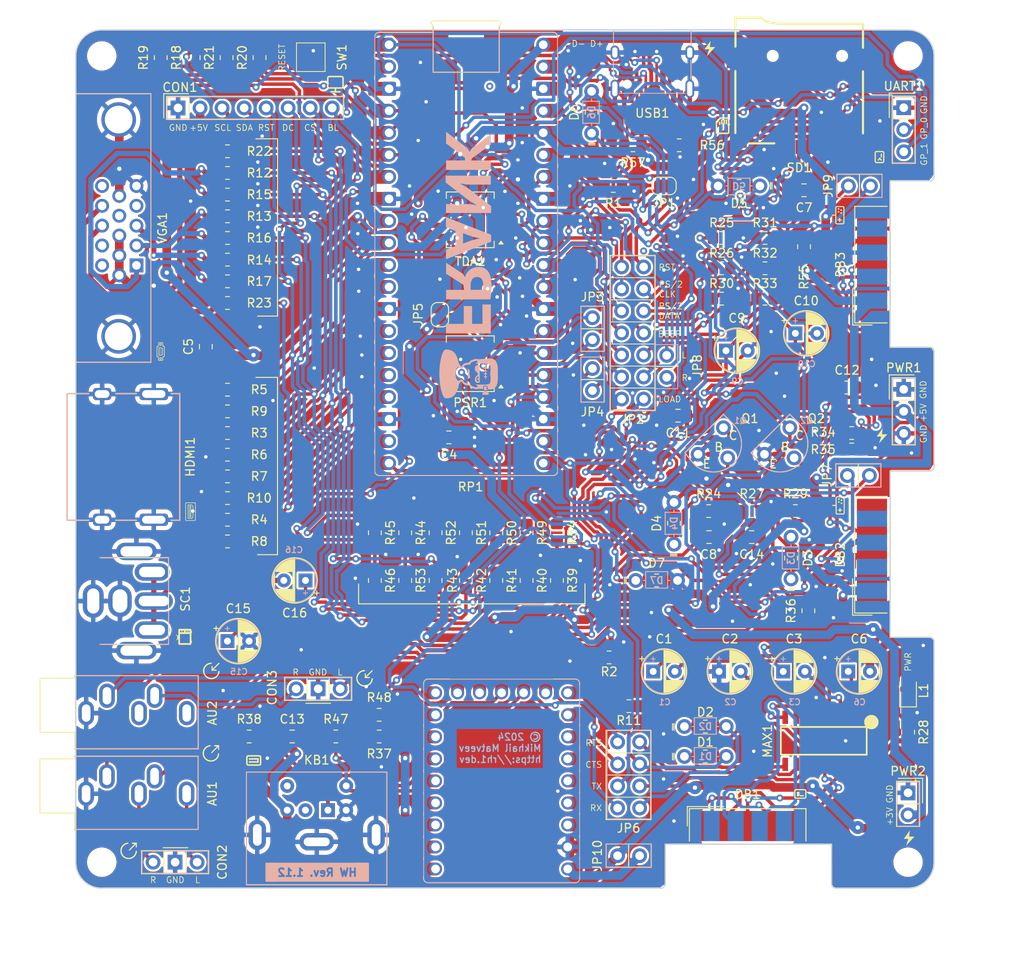
<source format=kicad_pcb>
(kicad_pcb (version 20240108) (generator "pcbnew") (generator_version "8.0")
  (title_block (title "Frank") (date "2024-10-23") (rev "1.12") (company "Mikhail Matveev") (comment 1 "https://rh1.dev") (comment 2 "xtreme@rh1.ru"))
  (layers (0 "F.Cu" signal) (31 "B.Cu" signal) (34 "B.Paste" user) (35 "F.Paste" user) (36 "B.SilkS" user "B.Silkscreen") (37 "F.SilkS" user "F.Silkscreen") (38 "B.Mask" user) (39 "F.Mask" user) (44 "Edge.Cuts" user))
  (net 0 "")
  (net 1 "/VGA_VS")
  (net 2 "GND")
  (net 3 "/VGA_HS")
  (net 4 "/VGA_RH")
  (net 5 "/CLKP")
  (net 6 "/VGA_GH")
  (net 7 "/D1P")
  (net 8 "/VGA_BH")
  (net 9 "/D2P")
  (net 10 "/+5V")
  (net 11 "/GP_6")
  (net 12 "/GP_7")
  (net 13 "/GP_8")
  (net 14 "/GP_9")
  (net 15 "/GP_10")
  (net 16 "/GP_12")
  (net 17 "/GP_13")
  (net 18 "/GP_0")
  (net 19 "/GP_1")
  (net 20 "/GP_2")
  (net 21 "/GP_3")
  (net 22 "/GP_4")
  (net 23 "/GP_5")
  (net 24 "/GP_14")
  (net 25 "/GP_15")
  (net 26 "/GP_16")
  (net 27 "/GP_17")
  (net 28 "/GP_19")
  (net 29 "/GP_20")
  (net 30 "/GP_21")
  (net 31 "/GP_22")
  (net 32 "/RUN")
  (net 33 "/GP_26")
  (net 34 "/GP_27")
  (net 35 "/GP_28")
  (net 36 "/GP_29_VREF")
  (net 37 "/+3V3")
  (net 38 "/GP_23_3v3EN")
  (net 39 "/+5V_in")
  (net 40 "/L*")
  (net 41 "/PS{slash}2_DATA_3V")
  (net 42 "/PS{slash}2_CLK_3V")
  (net 43 "/PS{slash}2 DATA")
  (net 44 "/PS{slash}2 CLK")
  (net 45 "/LOAD_IN")
  (net 46 "/LOAD_IN_D")
  (net 47 "/LOAD_IN_R")
  (net 48 "/L")
  (net 49 "/R")
  (net 50 "/LEFT_OUT")
  (net 51 "/RIGHT_OUT")
  (net 52 "/BEEP_OUT")
  (net 53 "/R*")
  (net 54 "/J1_DATA")
  (net 55 "/RST")
  (net 56 "/D0P")
  (net 57 "Net-(D3-K)")
  (net 58 "Net-(C8-Pad2)")
  (net 59 "/CLKN")
  (net 60 "/D0N")
  (net 61 "/I2S_L")
  (net 62 "/I2S_R")
  (net 63 "/GP_11")
  (net 64 "/J2_DATA")
  (net 65 "/CVBS")
  (net 66 "Net-(C11-Pad1)")
  (net 67 "/FLT")
  (net 68 "Net-(D3-A)")
  (net 69 "/TX_PICO")
  (net 72 "/CTS_IN")
  (net 73 "/RTS_IN")
  (net 74 "/TX_IN")
  (net 76 "/RX_IN")
  (net 78 "/GP_18")
  (net 79 "Net-(C16-Pad1)")
  (net 80 "Net-(D4-K)")
  (net 81 "Net-(C10-Pad1)")
  (net 82 "Net-(D7-K)")
  (net 83 "/D1N")
  (net 84 "/D2N")
  (net 95 "Net-(USB1-CC1)")
  (net 110 "Net-(L1-A)")
  (net 114 "Net-(USB1-CC2)")
  (net 115 "/D-")
  (net 116 "/D+")
  (net 124 "/RTS_PICO")
  (net 129 "Net-(JP5-A)")
  (net 130 "/CTS_MAX")
  (net 131 "/RX_MAX")
  (net 132 "Net-(Q2-B)")
  (net 133 "Net-(JP10-B)")
  (net 134 "Net-(R39-Pad2)")
  (net 135 "Net-(JP3-A)")
  (net 136 "Net-(JP4-A)")
  (net 137 "/C2-")
  (net 138 "/C2+")
  (net 139 "/V-")
  (net 140 "/C1-")
  (net 141 "/C1+")
  (net 142 "/V+")
  (net 150 "Net-(R44-Pad2)")
  (net 151 "Net-(R41-Pad2)")
  (net 152 "Net-(R42-Pad2)")
  (net 153 "Net-(R43-Pad2)")
  (net 154 "Net-(R45-Pad2)")
  (net 155 "/RX_PICO")
  (net 156 "/CTS_PICO")
  (net 157 "Net-(DB1-Pad1)")
  (footprint "Resistor_SMD:R_0805_2012Metric_Pad1.20x1.40mm_HandSolder" (layer "F.Cu") (at 129.5 88.4)
    (property "Reference" "R35")
    (property "Value" "1k" (hide yes))
  )
  (footprint "LIBS:USB-TYPE-C-31-M-12_lib2" (layer "F.Cu") (at 106.5 40.01 180)
    (property "Reference" "USB1")
    (property "Value" "USB Type C" (hide yes))
  )
  (footprint "Resistor_SMD:R_0805_2012Metric_Pad1.20x1.40mm_HandSolder" (layer "F.Cu") (at 57.5 59 180)
    (property "Reference" "R15")
    (property "Value" "1k" (hide yes))
  )
  (footprint "Resistor_SMD:R_0805_2012Metric_Pad1.20x1.40mm_HandSolder" (layer "F.Cu") (at 57.5 81.5)
    (property "Reference" "R5")
    (property "Value" "270R" (hide yes))
  )
  (footprint "Resistor_SMD:R_0805_2012Metric_Pad1.20x1.40mm_HandSolder" (layer "F.Cu") (at 57.5 64 180)
    (property "Reference" "R16")
    (property "Value" "1k" (hide yes))
  )
  (footprint "Resistor_SMD:R_0805_2012Metric_Pad1.20x1.40mm_HandSolder" (layer "F.Cu") (at 60 121.5)
    (property "Reference" "R38")
    (property "Value" "1k" (hide yes))
  )
  (footprint "LIBS:Medved_SD_Card" (layer "F.Cu") (at 123.44 54.3)
    (property "Reference" "SD1")
    (property "Value" "Micro SD")
  )
  (footprint "Resistor_SMD:R_0805_2012Metric_Pad1.20x1.40mm_HandSolder" (layer "F.Cu") (at 49.8 43.2 -90)
    (property "Reference" "R19")
    (property "Value" "10k" (hide yes))
  )
  (footprint "Resistor_SMD:R_0805_2012Metric_Pad1.20x1.40mm_HandSolder" (layer "F.Cu") (at 57.5 66.5 180)
    (property "Reference" "R14")
    (property "Value" "330R" (hide yes))
  )
  (footprint "LIBS:SOT-23_PLUS2" (layer "F.Cu") (at 122.0625 88)
    (property "Reference" "Q2")
    (property "Value" "BC850")
  )
  (footprint "Resistor_SMD:R_0805_2012Metric_Pad1.20x1.40mm_HandSolder" (layer "F.Cu") (at 114.5 64)
    (property "Reference" "R25")
    (property "Value" "330R" (hide yes))
  )
  (footprint "Resistor_SMD:R_0805_2012Metric_Pad1.20x1.40mm_HandSolder" (layer "F.Cu") (at 57.5 84)
    (property "Reference" "R9")
    (property "Value" "270R" (hide yes))
  )
  (footprint "Resistor_SMD:R_0805_2012Metric_Pad1.20x1.40mm_HandSolder" (layer "F.Cu") (at 57.5 91.5)
    (property "Reference" "R7")
    (property "Value" "270R" (hide yes))
  )
  (footprint "LIBS:Medved_PinHeader_1x02_P2.54mm_Vertical_NoLB" (layer "F.Cu") (at 108.16 80.08 180)
    (property "Reference" "JP8")
    (property "Value" "I2S")
  )
  (footprint "LIBS:Medved_CP_Radial_D5.0mm_P2.50mm" (layer "F.Cu") (at 121.6 114)
    (property "Reference" "C3")
    (property "Value" "1u")
  )
  (footprint "Resistor_SMD:R_0805_2012Metric_Pad1.20x1.40mm_HandSolder" (layer "F.Cu") (at 102 58 180)
    (property "Reference" "R1")
    (property "Value" "1k" (hide yes))
  )
  (footprint "Resistor_SMD:R_0805_2012Metric_Pad1.20x1.40mm_HandSolder" (layer "F.Cu") (at 113 95.5)
    (property "Reference" "R24")
    (property "Value" "100R" (hide yes))
  )
  (footprint "Resistor_SMD:R_0805_2012Metric_Pad1.20x1.40mm_HandSolder" (layer "F.Cu") (at 85 98 90)
    (property "Reference" "R51")
    (property "Value" "150R" (hide yes))
  )
  (footprint "Resistor_SMD:R_0805_2012Metric_Pad1.20x1.40mm_HandSolder" (layer "F.Cu") (at 57.5 94)
    (property "Reference" "R10")
    (property "Value" "270R" (hide yes))
  )
  (footprint "LIBS:R_0805_PLUS" (layer "F.Cu") (at 116.5 58 180)
    (property "Reference" "D5")
    (property "Value" "3V3" (hide yes))
  )
  (footprint "LIBS:Medved_PinHeader_2x04_P2.54mm_Vertical" (layer "F.Cu") (at 105.04 129.75 180)
    (property "Reference" "JP6")
    (property "Value" "RS232 Jumpers")
  )
  (footprint "LIBS:Medved_PinHeader_1x02_P2.54mm_Vertical_R" (layer "F.Cu") (at 129.125 58 90)
    (property "Reference" "JP9")
    (property "Value" "RP ZERO +5V Jumper")
  )
  (footprint "LIBS:SOT-23_PLUS2" (layer "F.Cu") (at 114.407608 88)
    (property "Reference" "Q1")
    (property "Value" "BC850")
  )
  (footprint "Resistor_SMD:R_0805_2012Metric_Pad1.20x1.40mm_HandSolder" (layer "F.Cu") (at 119.5 64)
    (property "Reference" "R31")
    (property "Value" "2k" (hide yes))
  )
  (footprint "LIBS:Medved_PinHeader_1x02_P2.54mm_Vertical_R" (layer "F.Cu") (at 102.5 135.25 90)
    (property "Reference" "JP10")
    (property "Value" "RP ZERO +5V Jumper")
  )
  (footprint "Package_SO:SO-8_5.3x6.2mm_P1.27mm" (layer "F.Cu") (at 85.5 78.5 180)
    (property "Reference" "PSR1")
    (property "Value" "PSRAM" (hide yes))
  )
  (footprint "Capacitor_SMD:C_0805_2012Metric_Pad1.18x1.45mm_HandSolder" (layer "F.Cu") (at 55 76.5375 90)
    (property "Reference" "C5")
    (property "Value" "0.1u" (hide yes))
  )
  (footprint "LIBS:Medved_CP_Radial_D5.0mm_P2.50mm" (layer "F.Cu") (at 114.2 114)
    (property "Reference" "C2")
    (property "Value" "1u")
  )
  (footprint "Resistor_SMD:R_0805_2012Metric_Pad1.20x1.40mm_HandSolder" (layer "F.Cu") (at 114.5 67.5)
    (property "Reference" "R26")
    (property "Value" "330R" (hide yes))
  )
  (footprint "Resistor_SMD:R_0805_2012Metric_Pad1.20x1.40mm_HandSolder" (layer "F.Cu") (at 57.4 43.2 -90)
    (property "Reference" "R21")
    (property "Value" "10k" (hide yes))
  )
  (footprint "LIBS:Medved_MountingHole_3mm" (layer "F.Cu") (at 136 136)
    (property "Reference" "REF**" (hide yes))
    (property "Value" "Medved_MountingHole_3mm")
  )
  (footprint "Jumper:SolderJumper-2_P1.3mm_Open_RoundedPad1.0x1.5mm" (layer "F.Cu") (at 107.85 58 180)
    (property "Reference" "JP1")
    (property "Value" "JMP RUN" (hide yes))
  )
  (footprint "Capacitor_SMD:C_0805_2012Metric_Pad1.18x1.45mm_HandSolder" (layer "F.Cu") (at 83.0375 87)
    (property "Reference" "C4")
    (property "Value" "0.1u" (hide yes))
  )
  (footprint "Resistor_SMD:R_0805_2012Metric_Pad1.20x1.40mm_HandSolder" (layer "F.Cu") (at 57.5 56.5 180)
    (property "Reference" "R12")
    (property "Value" "330R" (hide yes))
  )
  (footprint "Capacitor_SMD:C_0805_2012Metric_Pad1.18x1.45mm_HandSolder" (layer "F.Cu") (at 117.9625 98.5 180)
    (property "Reference" "C14")
    (property "Value" "0.1u" (hide yes))
  )
  (footprint "LIBS:Medved_CP_Radial_D5.0mm_P2.50mm" (layer "F.Cu") (at 106.6 114)
    (property "Reference" "C1")
    (property "Value" "1u")
  )
  (footprint "Resistor_SMD:R_0805_2012Metric_Pad1.20x1.40mm_HandSolder" (layer "F.Cu") (at 95.5 103.5 90)
    (property "Reference" "R39")
    (property "Value" "750R*" (hide yes))
  )
  (footprint "Resistor_SMD:R_0805_2012Metric_Pad1.20x1.40mm_HandSolder" (layer "F.Cu") (at 136 121 -90)
    (property "Reference" "R28")
    (property "Value" "10K" (hide yes))
  )
  (footprint "Capacitor_SMD:C_0805_2012Metric_Pad1.18x1.45mm_HandSolder" (layer "F.Cu") (at 124 58.5 180)
    (property "Reference" "C7")
    (property "Value" "0.1u" (hide yes))
  )
  (footprint "LIBS:Medved_MountingHole_3mm" (layer "F.Cu") (at 43 136)
    (property "Reference" "REF**" (hide yes))
    (property "Value" "Medved_MountingHole_3mm")
  )
  (footprint "LIBS:Medved_MountingHole_3mm" (layer "F.Cu") (at 43 43)
    (property "Reference" "REF**" (hide yes))
    (property "Value" "Medved_MountingHole_3mm")
  )
  (footprint "LIBS:rp2040-zero-tht" (layer "F.Cu") (at 89.12 126.62 180)
    (property "Reference" "RP2" (hide yes))
    (property "Value" "RP 2040 Zero" (hide yes))
  )
  (footprint "Resistor_SMD:R_0805_2012Metric_Pad1.20x1.40mm_HandSolder" (layer "F.Cu") (at 119.5 67.5)
    (property "Reference" "R32")
    (property "Value" "2k" (hide yes))
  )
  (footprint "Jumper:SolderJumper-2_P1.3mm_Open_RoundedPad1.0x1.5mm" (layer "F.Cu") (at 82 72.85 90)
    (property "Reference" "JP5")
    (property "Value" "JMP PSRAM" (hide yes))
  )
  (footprint "Resistor_SMD:R_0805_2012Metric_Pad1.20x1.40mm_HandSolder" (layer "F.Cu") (at 88.5 98 -90)
    (property "Reference" "R50")
    (property "Value" "150R" (hide yes))
  )
  (footprint "LIBS:SOIC127P600X175-16N" (layer "F.Cu") (at 126.2775 122 -90)
    (property "Reference" "MAX1")
    (property "Value" "MAX232CSE+" (hide yes))
  )
  (footprint "LIBS:R_0805_PLUS" (layer "F.Cu") (at 112.613 120.349)
    (property "Reference" "D2")
    (property "Value" "1N4148")
  )
  (footprint "Resistor_SMD:R_0805_2012Metric_Pad1.20x1.40mm_HandSolder" (layer "F.Cu") (at 119.5 71)
    (property "Reference" "R33")
    (property "Value" "1k" (hide yes))
  )
  (footprint "LIBS:DSUB-9_Joystick" (layer "F.Cu") (at 131.85 67.075001 90)
    (property "Reference" "DB3")
    (property "Value" "Joystick")
  )
  (footprint "Resistor_SMD:R_0805_2012Metric_Pad1.20x1.40mm_HandSolder" (layer "F.Cu") (at 92 98 90)
    (property "Reference" "R49")
    (property "Value" "150R" (hide yes))
  )
  (footprint "LIBS:Button_SMD_3x3x2" (layer "F.Cu") (at 68.76 44.8 180)
    (property "Reference" "SW1")
    (property "Value" "SW_Push_Dual" (hide yes))
  )
  (footprint "Resistor_SMD:R_0805_2012Metric_Pad1.20x1.40mm_HandSolder" (layer "F.Cu") (at 57.5 61.5 180)
    (property "Reference" "R13")
    (property "Value" "330R" (hide yes))
  )
  (footprint "Resistor_SMD:R_0805_2012Metric_Pad1.20x1.40mm_HandSolder" (layer "F.Cu") (at 118 95.5)
    (property "Reference" "R27")
    (property "Value" "10k" (hide yes))
  )
  (footprint "Resistor_SMD:R_0805_2012Metric_Pad1.20x1.40mm_HandSolder" (layer "F.Cu") (at 109.6 53.31 180)
    (property "Reference" "R56")
    (property "Value" "5.1K" (hide yes))
  )
  (footprint "LIBS:Medved_Pins_1x03_P2.54mm_Vertical_GM" (layer "F.Cu") (at 54 136 -90)
    (property "Reference" "CON2")
    (property "Value" "OUT")
  )
  (footprint "LIBS:R_0805_PLUS" (layer "F.Cu") (at 99.5 49.5 90)
    (property "Reference" "D6")
    (property "Value" "3V3" (hide yes))
  )
  (footprint "LIBS:Medved_CP_Radial_D5.0mm_P2.50mm" (layer "F.Cu") (at 57.494888 110.5)
    (property "Reference" "C15")
    (property "Value" "10u")
  )
  (footprint "LIBS:Medved_PinHeader_2x07_P2.54mm_Vertical" (layer "F.Cu") (at 105.5 82.58 180)
    (property "Reference" "JP2")
    (property "Value" "Main Jumpers")
  )
  (footprint "Resistor_SMD:R_0805_2012Metric_Pad1.20x1.40mm_HandSolder" (layer "F.Cu") (at 75 119)
    (property "Reference" "R48")
    (property "Value" "100R" (hide yes))
  )
  (footprint "Package_SO:SO-8_5.3x6.2mm_P1.27mm" (layer "F.Cu") (at 85.5 61.905 180)
    (property "Reference" "TDA1")
    (property "Value" "TDA1387T" (hide yes))
  )
  (footprint "Capacitor_SMD:C_0805_2012Metric_Pad1.18x1.45mm_HandSolder" (layer "F.Cu") (at 109.4625 84.5)
    (property "Reference" "C11")
    (property "Value" "10n" (hide yes))
  )
  (footprint "Resistor_SMD:R_0805_2012Metric_Pad1.20x1.40mm_HandSolder" (layer "F.Cu") (at 81.5 103.5 -90)
    (property "Reference" "R43")
    (property "Value" "270R" (hide yes))
  )
  (footprint "Resistor_SMD:R_0805_2012Metric_Pad1.20x1.40mm_HandSolder" (layer "F.Cu") (at 124.5 107 90)
    (property "Reference" "R36")
    (property "Value" "1k" (hide yes))
  )
  (footprint "LIBS:Medved_CP_Radial_D5.0mm_P2.50mm" (layer "F.Cu") (at 66.5 103.5 180)
    (property "Reference" "C16")
    (property "Value" "220u")
  )
  (footprint "LIBS:Medved_CP_Radial_D5.0mm_P2.50mm" (layer "F.Cu") (at 129.1 114)
    (property "Reference" "C6")
    (property "Value" "1u")
  )
  (footprint "Resistor_SMD:R_0805_2012Metric_Pad1.20x1.40mm_HandSolder" (layer "F.Cu") (at 124 65 -90)
    (property "Reference" "R55")
    (property "Value" "1k" (hide yes))
  )
  (footprint "Resistor_SMD:R_0805_2012Metric_Pad1.20x1.40mm_HandSolder" (layer "F.Cu") (at 123 95.5)
    (property "Reference" "R29")
    (property "Value" "10k" (hide yes))
  )
  (footprint "Resistor_SMD:R_0805_2012Metric_Pad1.20x1.40mm_HandSolder" (layer "F.Cu") (at 101.52 112.38 180)
    (property "Reference" "R2")
    (property "Value" "1K")
  )
  (footprint "Resistor_SMD:R_0805_2012Metric_Pad1.20x1.40mm_HandSolder" (layer "F.Cu") (at 61.2 43.2 -90)
    (property "Reference" "R20")
    (property "Value" "10k" (hide yes))
  )
  (footprint "Resistor_SMD:R_0805_2012Metric_Pad1.20x1.40mm_HandSolder" (layer "F.Cu") (at 78 103.5 90)
    (property "Reference" "R53")
    (property "Value" "150R" (hide yes))
  )
  (footprint "LIBS:DSUB-9_Joystick" (layer "F.Cu") (at 131.8375 100.54 90)
    (property "Reference" "DB2")
    (property "Value" "Joystick")
  )
  (footprint "LIBS:Medved_PinHeader_1x02_P2.54mm_Vertical_R" (layer "F.Cu") (at 99.6 79.06)
    (property "Reference" "JP4")
    (property "Value" "GP19 Jumper")
  )
  (footprint "Resistor_SMD:R_0805_2012Metric_Pad1.20x1.40mm_HandSolder" (layer "F.Cu") (at 104.26 53.31 180)
    (property "Reference" "R57")
    (property "Value" "5.1K" (hide yes))
  )
  (footprint "LIBS:Medved_PinHeader_1x02_P2.54mm_Vertical_R" (layer "F.Cu") (at 129 91.4 90)
    (property "Reference" "JP7")
    (property "Value" "RP ZERO +5V Jumper")
  )
  (footprint "Resistor_SMD:R_0805_2012Metric_Pad1.20x1.40mm_HandSolder" (layer "F.Cu") (at 57.5 69 180)
    (property "Reference" "R17")
    (property "Value" "1k" (hide yes))
  )
  (footprint "Resistor_SMD:R_0805_2012Metric_Pad1.20x1.40mm_HandSolder" (layer "F.Cu") (at 74.5 98 -90)
    (property "Reference" "R45")
    (property "Value" "270R" (hide yes))
  )
  (footprint "Resistor_SMD:R_0805_2012Metric_Pad1.20x1.40mm_HandSolder" (layer "F.Cu") (at 74.5 103.5 90)
    (property "Reference" "R46")
    (property "Value" "300R" (hide yes))
  )
  (footprint "LIBS:Medved_CP_Radial_D5.0mm_P2.50mm" (layer "F.Cu") (at 115 77)
    (property "Reference" "C9")
    (property "Value" "10u")
  )
  (footprint "LIBS:Medved_Pins_1x03_P2.54mm_Vertical" (layer "F.Cu") (at 135.5 48.975)
    (property "Reference" "UART1")
    (property "Value" "UART")
  )
  (footprint "Resistor_SMD:R_0805_2012Metric_Pad1.20x1.40mm_HandSolder" (layer "F.Cu") (at 53.6 43.2 -90)
    (property "Reference" "R18")
    (property "Value" "10k" (hide yes))
  )
  (footprint "LIBS:R_0805_PLUS" (layer "F.Cu") (at 109 96.913 90)
    (property "Reference" "D4")
    (property "Value" "3V3" (hide yes))
  )
  (footprint "Resistor_SMD:R_0805_2012Metric_Pad1.20x1.40mm_HandSolder" (layer "F.Cu") (at 70 121.5)
    (property "Reference" "R47")
    (property "Value" "100R" (hide yes))
  )
  (footprint "Resistor_SMD:R_0805_2012Metric_Pad1.20x1.40mm_HandSolder" (layer "F.Cu") (at 81.5 98 -90)
    (property "Reference" "R52")
    (property "Value" "150R" (hide yes))
  )
  (footprint "LIBS:Medved_CP_Radial_D5.0mm_P2.50mm" (layer "F.Cu") (at 123 75)
    (property "Reference" "C10")
    (property "Value" "10u")
  )
  (footprint "Resistor_SMD:R_0805_2012Metric_Pad1.20x1.40mm_HandSolder" (layer "F.Cu") (at 88.5 103.5 90)
    (property "Reference" "R41")
    (property "Value" "270R" (hide yes))
  )
  (footprint "Resistor_SMD:R_0805_2012Metric_Pad1.20x1.40mm_HandSolder" (layer "F.Cu") (at 57.5 54)
    (property "Reference" "R22")
    (property "Value" "100R" (hide yes))
  )
  (footprint "LIBS:Medved_PinHeader_1x08_P2.54mm_Vertical" (layer "F.Cu") (at 51.8 49 90)
    (property "Reference" "CON1")
    (property "Value" "Display")
  )
  (footprint "Resistor_SMD:R_0805_2012Metric_Pad1.20x1.40mm_HandSolder" (layer "F.Cu") (at 85 103.5 90)
    (property "Reference" "R42")
    (property "Value" "270R" (hide yes))
  )
  (footprint "Resistor_SMD:R_0805_2012Metric_Pad1.20x1.40mm_HandSolder" (layer "F.Cu") (at 75 121.5 180)
    (property "Reference" "R37")
    (property "Value" "1k" (hide yes))
  )
  (footprint "Resistor_SMD:R_0805_2012Metric_Pad1.20x1.40mm_HandSolder" (layer "F.Cu") (at 57.5 89)
    (property "Reference" "R6")
    (property "Value" "270R" (hide yes))
  )
  (footprint "LIBS:AV_MOD_III-8.4-5" (layer "F.Cu") (at 45.7 105.875 90)
    (property "Reference" "SC1" (hide yes))
    (property "Value" "VIDEO (Soft Composite)" (hide yes))
  )
  (footprint "Capacitor_SMD:C_0805_2012Metric_Pad1.18x1.45mm_HandSolder" (layer "F.Cu") (at 113.0375 98.5)
    (property "Reference" "C8")
    (property "Value" "0.1u" (hide yes))
  )
  (footprint "Resistor_SMD:R_0805_2012Metric_Pad1.20x1.40mm_HandSolder" (layer "F.Cu") (at 57.5 86.5)
    (property "Reference" "R3")
    (property "Value" "270R" (hide yes))
  )
  (footprint "Resistor_SMD:R_0805_2012Metric_Pad1.20x1.40mm_HandSolder" (layer "F.Cu") (at 57.5 96.5)
    (property "Reference" "R4")
    (property "Value" "270R" (hide yes))
  )
  (footprint "LIBS:Medved_Jack_3.5mm_CUI_SJ1-3535NG_Horizontal" (layer "F.Cu") (at 41.19 128.1 90)
    (property "Reference" "AU1")
    (property "Value" "AUDIO OUT")
  )
  (footprint "Resistor_SMD:R_0805_2012Metric_Pad1.20x1.40mm_HandSolder" (layer "F.Cu") (at 103.8 118 180)
    (property "Reference" "R11")
    (property "Value" "1K")
  )
  (footprint "LIBS:HDMI" (layer "F.Cu") (at 49 89.25 -90)
    (property "Reference" "HDMI1")
    (property "Value" "HDMI")
  )
  (footprint "LIBS:Connector_Mini-DIN_Female_6Pin_2rows" (layer "F.Cu") (at 69.09 130)
    (property "Reference" "KB1")
    (property "Value" "PS/2")
  )
  (footprint "Resistor_SMD:R_0805_2012Metric_Pad1.20x1.40mm_HandSolder" (layer "F.Cu") (at 57.5 99)
    (property "Reference" "R8")
    (property "Value" "270R")
  )
  (footprint "LIBS:Medved_Jack_3.5mm_CUI_SJ1-3535NG_Horizontal" (layer "F.Cu") (at 41.2 118.8 90)
    (property "Reference" "AU2")
    (property "Value" "AUDIO IN")
  )
  (footprint "LIBS:Raspberry_Pi_Pico_SMT_THT_MOD_2" (layer "F.Cu") (at 76.14 41.71)
    (property "Reference" "RP1")
    (property "Value" "RP2040 Pico" (hide yes))
  )
  (footprint "Resistor_SMD:R_0805_2012Metric_Pad1.20x1.40mm_HandSolder" (layer "F.Cu") (at 57.5 71.5)
    (property "Reference" "R23")
    (property "Value" "100R" (hide yes))
  )
  (footprint "LIBS:Medved_PinHeader_1x02_P2.54mm_Vertical_R" (layer "F.Cu") (at 99.6 73.2)
    (property "Reference" "JP3")
    (property "Value" "GP18 Jumper")
  )
  (footprint "LIBS:Medved_MountingHole_3mm" (layer "F.Cu") (at 136 43)
    (property "Reference" "REF**" (hide yes))
    (property "Value" "Medved_MountingHole_3mm")
  )
  (footprint "LED_SMD:LED_0805_2012Metric_Pad1.15x1.40mm_HandSolder" (layer "F.Cu") (at 136 116.225 90)
    (property "Reference" "L1")
    (property "Value" "LED")
  )
  (footprint "Resistor_SMD:R_0805_2012Metric_Pad1.20x1.40mm_HandSolder" (layer "F.Cu") (at 95.5 98 90)
    (property "Reference" "R54")
    (property "Value" "51R*")
  )
  (footprint "LIBS:Medved_DSUB-15-HD_Female_Horizontal" (layer "F.Cu") (at 47 67.16 -90)
    (property "Reference" "VGA1")
    (property "Value" "VGA")
  )
  (footprint "LIBS:R_0805_PLUS" (layer "F.Cu") (at 107 103.5)
    (property "Reference" "D7")
    (property "Value" "3V3" (hide yes))
  )
  (footprint "Resistor_SMD:R_0805_2012Metric_Pad1.20x1.40mm_HandSolder" (layer "F.Cu") (at 92 103.5 90)
    (property "Reference" "R40")
    (property "Value" "270R" (hide yes))
  )
  (footprint "LIBS:Medved_Pins_1x03_P2.54mm_Vertical_GM" (layer "F.Cu") (at 70.5 116 -90)
    (property "Reference" "CON3")
    (property "Value" "IN")
  )
  (footprint "LIBS:DSUB-9_Joystick" (layer "F.Cu") (at 117.5 131.825)
    (property "Reference" "DB1")
    (property "Value" "RS232")
  )
  (footprint "Capacitor_SMD:C_0805_2012Metric_Pad1.18x1.45mm_HandSolder" (layer "F.Cu") (at 128.9625 81.25)
    (property "Reference" "C12")
    (property "Value" "10n" (hide yes))
  )
  (footprint "Capacitor_SMD:C_0805_2012Metric_Pad1.18x1.45mm_HandSolder" (layer "F.Cu") (at 64.9625 121.5)
    (property "Reference" "C13")
    (property "Value" "0.1u" (hide yes))
  )
  (footprint "Resistor_SMD:R_0805_2012Metric_Pad1.20x1.40mm_HandSolder" (layer "F.Cu") (at 114.5 71)
    (property "Reference" "R30")
    (property "Value" "1k" (hide yes))
  )
  (footprint "LIBS:R_0805_PLUS" (layer "F.Cu") (at 122.5 100.913 90)
    (property "Reference" "D3")
    (property "Value" "4148" (hide yes))
  )
  (footprint "LIBS:Medved_Pins_1x03_P2.54mm_Vertical" (layer "F.Cu") (at 135.5 81.46)
    (property "Reference" "PWR1")
    (property "Value" "5V")
  )
  (footprint "LIBS:R_0805_PLUS" (layer "F.Cu") (at 112.613 123.8)
    (property "Reference" "D1")
    (property "Value" "1N4148")
  )
  (footprint "Resistor_SMD:R_0805_2012Metric_Pad1.20x1.40mm_HandSolder" (layer "F.Cu") (at 129.5 86.5)
    (property "Reference" "R34")
    (property "Value" "10k" (hide yes))
  )
  (footprint "Resistor_SMD:R_0805_2012Metric_Pad1.20x1.40mm_HandSolder" (layer "F.Cu") (at 78 98 -90)
    (property "Reference" "R44")
    (property "Value" "270R" (hide yes))
  )
  (footprint "LIBS:Medved_PinHeader_1x02_P2.54mm_Vertical" (layer "F.Cu") (at 136 130.54 180)
    (property "Reference" "PWR2")
    (property "Value" "3V3")
  )
  (footprint "Connector_Wire:SolderWirePad_1x01_SMD_1x2mm" (layer "F.Cu") (at 100 43.5 180)
    (property "Reference" "REF**" (hide yes))
    (property "Value" "SolderWirePad_1x01_SMD_1x2mm" (hide yes))
  )
  (footprint "Connector_Wire:SolderWirePad_1x01_SMD_1x2mm" (layer "F.Cu") (at 98 43.5 180)
    (property "Reference" "REF**" (hide yes))
    (property "Value" "SolderWirePad_1x01_SMD_1x2mm" (hide yes))
  )
  (gr_line (start 113 64) (end 113.5 64) (stroke (width 0.2)) (layer "F.Cu") (net 48))
  (gr_poly (pts (xy 86.600309 78.776212) (xy 86.59592 78.757011) (xy 86.588831 78.739402) (xy 86.579225 78.723393) (xy 86.567289 78.708987) (xy 86.553206 78.696193) (xy 86.53716 78.685014) (xy 86.519338 78.675457) (xy 86.499922 78.667529) (xy 86.479098 78.661234) (xy 86.45705 78.656578) (xy 86.433963 78.653567) (xy 86.410021 78.652208) (xy 86.38541 78.652505) (xy 86.360313 78.654466) (xy 86.334915 78.658094) (xy 86.309401 78.663397) (xy 86.283955 78.67038) (xy 86.258762 78.679049) (xy 86.234006 78.68941) (xy 86.209873 78.701468) (xy 86.186546 78.71523) (xy 86.16421 78.730701) (xy 86.143051 78.747887) (xy 86.123251 78.766794) (xy 86.104997 78.787427) (xy 86.088472 78.809793) (xy 86.073861 78.833897) (xy 86.061349 78.859746) (xy 86.05112 78.887344) (xy 86.043359 78.916698) (xy 86.038251 78.947813) (xy 86.033553 78.995301) (xy 86.031271 79.039645) (xy 86.031261 79.081) (xy 86.033383 79.119523) (xy 86.037493 79.155373) (xy 86.043448 79.188705) (xy 86.051107 79.219677) (xy 86.060327 79.248446) (xy 86.070965 79.275168) (xy 86.08288 79.300001) (xy 86.095928 79.323101) (xy 86.109967 79.344626) (xy 86.124855 79.364732) (xy 86.14045 79.383577) (xy 86.156608 79.401317) (xy 86.173188 79.41811) (xy 86.207043 79.44948) (xy 86.240874 79.478943) (xy 86.273543 79.507755) (xy 86.303909 79.537172) (xy 86.317873 79.5525) (xy 86.330834 79.568449) (xy 86.342649 79.585178) (xy 86.353177 79.602843) (xy 86.362275 79.6216) (xy 86.3698 79.641608) (xy 86.37561 79.663022) (xy 86.379563 79.686) (xy 86.375656 79.708934) (xy 86.369975 79.730219) (xy 86.362654 79.750021) (xy 86.353828 79.768507) (xy 86.34363 79.785842) (xy 86.332194 79.802191) (xy 86.319653 79.817721) (xy 86.306141 79.832596) (xy 86.27674 79.861048) (xy 86.24506 79.888872) (xy 86.212171 79.917393) (xy 86.179142 79.947938) (xy 86.147043 79.981831) (xy 86.131676 80.000448) (xy 86.116944 80.020399) (xy 86.102979 80.041849) (xy 86.089914 80.064966) (xy 86.077885 80.089913) (xy 86.067024 80.116858) (xy 86.057466 80.145965) (xy 86.049343 80.177401) (xy 86.04279 80.21133) (xy 86.037941 80.24792) (xy 86.034928 80.287334) (xy 86.033887 80.32974) (xy 86.03495 80.375303) (xy 86.038251 80.424188) (xy 86.042661 80.455303) (xy 86.049812 80.484657) (xy 86.059516 80.512255) (xy 86.071582 80.538103) (xy 86.085823 80.562208) (xy 86.102049 80.584573) (xy 86.120072 80.605207) (xy 86.139702 80.624114) (xy 86.160751 80.6413) (xy 86.183029 80.656771) (xy 86.206348 80.670532) (xy 86.230518 80.682591) (xy 86.255351 80.692952) (xy 86.280658 80.701621) (xy 86.30625 80.708604) (xy 86.331938 80.713907) (xy 86.357533 80.717535) (xy 86.382846 80.719495) (xy 86.407688 80.719793) (xy 86.43187 80.718434) (xy 86.455203 80.715423) (xy 86.458938 80.714643) (xy 86.458938 80.575) (xy 86.448365 80.573791) (xy 86.43623 80.571756) (xy 86.420491 80.568303) (xy 86.401868 80.563082) (xy 86.381082 80.555746) (xy 86.358855 80.545944) (xy 86.347426 80.54001) (xy 86.335907 80.533328) (xy 86.324388 80.525856) (xy 86.312959 80.51755) (xy 86.30171 80.508366) (xy 86.290731 80.498261) (xy 86.280113 80.48719) (xy 86.269946 80.475111) (xy 86.260319 80.46198) (xy 86.251323 80.447752) (xy 86.243048 80.432385) (xy 86.235583 80.415836) (xy 86.22902 80.398059) (xy 86.223448 80.379012) (xy 86.218958 80.358652) (xy 86.215639 80.336933) (xy 86.213581 80.313814) (xy 86.212875 80.28925) (xy 86.213581 80.263942) (xy 86.215639 80.240081) (xy 86.218958 80.217623) (xy 86.223448 80.196527) (xy 86.22902 80.176751) (xy 86.235583 80.158252) (xy 86.243048 80.140989) (xy 86.251323 80.124919) (xy 86.260319 80.11) (xy 86.269946 80.09619) (xy 86.280113 80.083447) (xy 86.290731 80.071729) (xy 86.30171 80.060993) (xy 86.312959 80.051197) (xy 86.324388 80.042299) (xy 86.335907 80.034258) (xy 86.347426 80.027031) (xy 86.358855 80.020575) (xy 86.370104 80.014849) (xy 86.381082 80.00981) (xy 86.401868 80.001626) (xy 86.420491 79.995687) (xy 86.43623 79.991654) (xy 86.448365 79.989191) (xy 86.458938 79.987625) (xy 86.458938 80.186063) (xy 86.452985 80.183102) (xy 86.447032 80.180234) (xy 86.441079 80.177552) (xy 86.438102 80.176309) (xy 86.435126 80.175149) (xy 86.432149 80.174081) (xy 86.429172 80.173118) (xy 86.426196 80.172271) (xy 86.423219 80.171552) (xy 86.420243 80.170972) (xy 86.417266 80.170544) (xy 86.41429 80.170279) (xy 86.411313 80.170188) (xy 86.406129 80.170326) (xy 86.400998 80.170736) (xy 86.395928 80.171411) (xy 86.390927 80.172343) (xy 86.386001 80.173524) (xy 86.381158 80.174949) (xy 86.376405 80.176609) (xy 86.37175 80.178497) (xy 86.367199 80.180606) (xy 86.36276 80.182929) (xy 86.35844 80.185458) (xy 86.354247 80.188187) (xy 86.350187 80.191107) (xy 86.346269 80.194211) (xy 86.342498 80.197493) (xy 86.338884 80.200945) (xy 86.335431 80.20456) (xy 86.332149 80.208331) (xy 86.329045 80.212249) (xy 86.326125 80.216309) (xy 86.323396 80.220502) (xy 86.320867 80.224822) (xy 86.318544 80.229261) (xy 86.316435 80.233812) (xy 86.314547 80.238467) (xy 86.312887 80.24322) (xy 86.311463 80.248063) (xy 86.310281 80.252989) (xy 86.309349 80.25799) (xy 86.308674 80.26306) (xy 86.308264 80.268191) (xy 86.308126 80.273375) (xy 86.308264 80.27856) (xy 86.308674 80.283691) (xy 86.309349 80.28876) (xy 86.310281 80.293762) (xy 86.311463 80.298687) (xy 86.312887 80.30353) (xy 86.314547 80.308283) (xy 86.316435 80.312939) (xy 86.318544 80.31749) (xy 86.320867 80.321929) (xy 86.323396 80.326248) (xy 86.326125 80.330442) (xy 86.329045 80.334501) (xy 86.332149 80.33842) (xy 86.335431 80.34219) (xy 86.338884 80.345805) (xy 86.342498 80.349257) (xy 86.346269 80.352539) (xy 86.350187 80.355644) (xy 86.354247 80.358564) (xy 86.35844 80.361292) (xy 86.36276 80.363821) (xy 86.367199 80.366144) (xy 86.37175 80.368253) (xy 86.376405 80.370141) (xy 86.381158 80.371801) (xy 86.386001 80.373226) (xy 86.390927 80.374408) (xy 86.395928 80.37534) (xy 86.400998 80.376014) (xy 86.406129 80.376424) (xy 86.411313 80.376563) (xy 86.41429 80.376472) (xy 86.417266 80.376206) (xy 86.420243 80.375778) (xy 86.423219 80.375198) (xy 86.426196 80.374479) (xy 86.429172 80.373633) (xy 86.432149 80.372669) (xy 86.435125 80.371602) (xy 86.438102 80.370441) (xy 86.441079 80.369199) (xy 86.447032 80.366517) (xy 86.452985 80.363649) (xy 86.458938 80.360687) (xy 86.458938 80.575) (xy 86.458938 80.714643) (xy 86.477499 80.710767) (xy 86.498568 80.704472) (xy 86.518221 80.696543) (xy 86.53627 80.686987) (xy 86.552526 80.675808) (xy 86.566798 80.663013) (xy 86.5789 80.648608) (xy 86.588641 80.632599) (xy 86.595833 80.61499) (xy 86.600287 80.595789) (xy 86.601813 80.575) (xy 86.601813 78.797)) (stroke (width -0.000001)) (fill solid) (layer "B.SilkS"))
  (gr_rect (start 72.397205 136.127917) (end 73.757205 138.177917) (stroke (width 0.12)) (fill solid) (layer "B.SilkS"))
  (gr_rect (start 62.057205 137.827917) (end 73.727205 138.187917) (stroke (width 0.12)) (fill solid) (layer "B.SilkS"))
  (gr_poly (pts (xy 85.212751 79.074813) (xy 85.212751 80.297188) (xy 85.427063 80.154313) (xy 85.427063 79.217688)) (stroke (width -0.000001)) (fill solid) (layer "B.SilkS"))
  (gr_poly (pts (xy 87.950087 69.372569) (xy 87.946847 69.27535) (xy 87.941561 69.178689) (xy 87.934321 69.082494) (xy 87.925221 68.98667) (xy 87.914353 68.891126) (xy 87.901811 68.795767) (xy 87.887688 68.700502) (xy 87.868682 68.606709) (xy 87.847257 68.515707) (xy 87.823227 68.427309) (xy 87.796407 68.34133) (xy 87.76661 68.257583) (xy 87.733651 68.175883) (xy 87.715927 68.135742) (xy 87.697343 68.096042) (xy 87.677875 68.056762) (xy 87.657501 68.017877) (xy 87.636289 67.981133) (xy 87.61431 67.945307) (xy 87.59154 67.910389) (xy 87.567956 67.876366) (xy 87.543535 67.843226) (xy 87.518253 67.810959) (xy 87.492088 67.779552) (xy 87.465016 67.748993) (xy 87.437014 67.719272) (xy 87.408059 67.690377) (xy 87.378126 67.662295) (xy 87.347194 67.635016) (xy 87.315239 67.608527) (xy 87.282237 67.582817) (xy 87.248165 67.557875) (xy 87.213001 67.533689) (xy 87.176724 67.512017) (xy 87.139331 67.49166) (xy 87.100822 67.472628) (xy 87.061196 67.454933) (xy 87.020454 67.438588) (xy 86.978596 67.423602) (xy 86.935622 67.409988) (xy 86.891532 67.397759) (xy 86.846325 67.386924) (xy 86.800003 67.377496) (xy 86.752564 67.369487) (xy 86.704009 67.362908) (xy 86.654337 67.357771) (xy 86.60355 67.354087) (xy 86.551646 67.351868) (xy 86.498626 67.351126) (xy 86.420584 67.352337) (xy 86.344217 67.355978) (xy 86.269524 67.362061) (xy 86.196505 67.370597) (xy 86.12516 67.381599) (xy 86.05549 67.395077) (xy 85.987494 67.411043) (xy 85.921173 67.429509) (xy 85.856525 67.450486) (xy 85.793553 67.473987) (xy 85.732254 67.500022) (xy 85.67263 67.528604) (xy 85.61468 67.559743) (xy 85.558404 67.593452) (xy 85.503803 67.629743) (xy 85.450876 67.668626) (xy 85.401208 67.708341) (xy 85.353424 67.750078) (xy 85.307547 67.793816) (xy 85.2636 67.83953) (xy 85.221607 67.887198) (xy 85.18159 67.936795) (xy 85.143573 67.9883) (xy 85.107579 68.041688) (xy 85.073631 68.096937) (xy 85.041753 68.154022) (xy 85.011968 68.212922) (xy 84.9843 68.273612) (xy 84.95877 68.336069) (xy 84.935403 68.400271) (xy 84.914223 68.466193) (xy 84.895251 68.533813) (xy 84.665063 68.144875) (xy 82.712438 66.851062) (xy 82.712438 68.121062) (xy 84.712688 69.406938) (xy 84.8 69.986375) (xy 82.712438 69.986375) (xy 82.712438 71.081751) (xy 86.966938 71.081751) (xy 86.966938 69.978439) (xy 85.546126 69.978439) (xy 85.546126 69.510127) (xy 85.546779 69.452828) (xy 85.548746 69.397017) (xy 85.552038 69.342695) (xy 85.556668 69.289861) (xy 85.562646 69.238515) (xy 85.569985 69.188658) (xy 85.578696 69.140289) (xy 85.58879 69.093408) (xy 85.600279 69.048015) (xy 85.613176 69.004111) (xy 85.627491 68.961695) (xy 85.643236 68.920767) (xy 85.660423 68.881327) (xy 85.679063 68.843376) (xy 85.699169 68.806913) (xy 85.720751 68.771938) (xy 85.732169 68.755102) (xy 85.744096 68.738822) (xy 85.756533 68.723098) (xy 85.769477 68.707927) (xy 85.782926 68.693308) (xy 85.79688 68.679241) (xy 85.811337 68.665722) (xy 85.826295 68.652752) (xy 85.841753 68.640328) (xy 85.857709 68.628449) (xy 85.874163 68.617114) (xy 85.891112 68.606321) (xy 85.908556 68.596068) (xy 85.926492 68.586355) (xy 85.94492 68.57718) (xy 85.963837 68.56854) (xy 85.983242 68.560436) (xy 86.003135 68.552865) (xy 86.023513 68.545826) (xy 86.044374 68.539317) (xy 86.087544 68.527886) (xy 86.132633 68.518559) (xy 86.179628 68.511325) (xy 86.228518 68.506172) (xy 86.279292 68.503089) (xy 86.331938 68.502064) (xy 86.371562 68.502992) (xy 86.410058 68.505769) (xy 86.447414 68.510383) (xy 86.483619 68.516823) (xy 86.518662 68.525076) (xy 86.55253 68.535132) (xy 86.585212 68.546978) (xy 86.616696 68.560603) (xy 86.646971 68.575995) (xy 86.676026 68.593144) (xy 86.703848 68.612036) (xy 86.730426 68.63266) (xy 86.755748 68.655006) (xy 86.779803 68.679061) (xy 86.802578 68.704813) (xy 86.824063 68.732251) (xy 86.844248 68.762761) (xy 86.863131 68.794759) (xy 86.880711 68.828245) (xy 86.896989 68.86322) (xy 86.911965 68.899683) (xy 86.925638 68.937634) (xy 86.93801 68.977073) (xy 86.949079 69.018001) (xy 86.958846 69.060417) (xy 86.96731 69.104321) (xy 86.974473 69.149714) (xy 86.980333 69.196595) (xy 86.984891 69.244964) (xy 86.988146 69.294821) (xy 86.9901 69.346167) (xy 86.990751 69.399001) (xy 86.990751 69.724439) (xy 86.990379 69.762375) (xy 86.989262 69.798729) (xy 86.987402 69.833409) (xy 86.984798 69.866322) (xy 86.981449 69.897374) (xy 86.977356 69.926473) (xy 86.972519 69.953525) (xy 86.966938 69.978439) (xy 86.966938 71.081751) (xy 87.824188 71.081751) (xy 87.824188 71.073813) (xy 87.837335 70.982904) (xy 87.851969 70.888274) (xy 87.866604 70.78918) (xy 87.873456 70.737726) (xy 87.879751 70.684877) (xy 87.891533 70.578961) (xy 87.902571 70.474533) (xy 87.912121 70.370105) (xy 87.916105 70.317426) (xy 87.919438 70.264188) (xy 87.943251 69.843501) (xy 87.945871 69.793287) (xy 87.947839 69.74391) (xy 87.950196 69.64804) (xy 87.951064 69.556635) (xy 87.951188 69.470439)) (stroke (width -0.000001)) (fill solid) (layer "B.SilkS"))
  (gr_poly (pts (xy 87.450872 81.227163) (xy 87.45012 81.220614) (xy 87.448882 81.214172) (xy 87.447172 81.207845) (xy 87.445003 81.201641) (xy 87.442388 81.195565) (xy 87.439339 81.189626) (xy 87.435871 81.183831) (xy 87.431995 81.178187) (xy 87.427726 81.172702) (xy 87.423076 81.167382) (xy 87.418058 81.162236) (xy 87.406971 81.15249) (xy 87.394571 81.143524) (xy 87.380961 81.135394) (xy 87.366247 81.12816) (xy 87.350533 81.12188) (xy 87.333923 81.116611) (xy 87.316523 81.112411) (xy 87.298437 81.10934) (xy 87.27977 81.107454) (xy 87.260626 81.106813) (xy 87.251 81.106974) (xy 87.241481 81.107454) (xy 87.232082 81.108245) (xy 87.222814 81.10934) (xy 87.213692 81.110731) (xy 87.204728 81.112411) (xy 87.195936 81.114374) (xy 87.187328 81.116611) (xy 87.178918 81.119115) (xy 87.170718 81.12188) (xy 87.162743 81.124897) (xy 87.155004 81.12816) (xy 87.147516 81.131662) (xy 87.14029 81.135394) (xy 87.133341 81.139351) (xy 87.12668 81.143524) (xy 87.120322 81.147906) (xy 87.11428 81.15249) (xy 87.108566 81.157269) (xy 87.103193 81.162236) (xy 87.098175 81.167382) (xy 87.093525 81.172702) (xy 87.089256 81.178187) (xy 87.08538 81.183831) (xy 87.081912 81.189626) (xy 87.078863 81.195565) (xy 87.076248 81.201641) (xy 87.074079 81.207845) (xy 87.072369 81.214172) (xy 87.071131 81.220614) (xy 87.070379 81.227163) (xy 87.070125 81.233813) (xy 87.070125 81.281438) (xy 87.451126 81.281438) (xy 87.451126 81.233813)) (stroke (width -0.000001)) (fill solid) (layer "B.SilkS"))
  (gr_rect (start 61.932205 136.137917) (end 63.232205 138.187917) (stroke (width 0.12)) (fill solid) (layer "B.SilkS"))
  (gr_poly (pts (xy 87.070125 81.376688) (xy 87.070125 81.55925) (xy 87.451126 81.55925) (xy 87.451126 81.376688)) (stroke (width -0.000001)) (fill solid) (layer "B.SilkS"))
  (gr_poly (pts (xy 85.157188 58.191249) (xy 84.403126 57.770565) (xy 84.403126 57.722939) (xy 85.165126 57.842001) (xy 87.871813 57.842001) (xy 87.871813 56.810126) (xy 82.664814 56.810126) (xy 82.664814 57.603877) (xy 85.403251 59.72319) (xy 86.181126 60.16769) (xy 86.181126 60.207378) (xy 85.395313 60.088314) (xy 82.704501 60.088314) (xy 82.704501 61.120189) (xy 87.911501 61.120189) (xy 87.911501 60.32644)) (stroke (width -0.000001)) (fill solid) (layer "B.SilkS"))
  (gr_poly (pts (xy 86.911376 71.669126) (xy 86.911376 73.907501) (xy 85.712813 73.907501) (xy 85.712813 71.851689) (xy 84.752376 71.851689) (xy 84.752376 73.907501) (xy 82.704501 73.907501) (xy 82.704501 75.002877) (xy 87.871813 75.002877) (xy 87.871813 71.669126)) (stroke (width -0.000001)) (fill solid) (layer "B.SilkS"))
  (gr_rect (start 61.975 136.12) (end 73.725 136.48) (stroke (width 0.12)) (fill solid) (layer "B.SilkS"))
  (gr_poly (pts (xy 87.451126 81.805312) (xy 87.451126 81.6545) (xy 87.070126 81.6545) (xy 87.070126 81.805312) (xy 86.911376 81.805312) (xy 86.911376 82.091063) (xy 87.625751 82.091063) (xy 87.625751 81.805312)) (stroke (width -0.000001)) (fill solid) (layer "B.SilkS"))
  (gr_poly (pts (xy 82.704501 61.596437) (xy 82.704501 62.755313) (xy 83.807813 63.199813) (xy 83.807813 64.938125) (xy 82.704501 65.358812) (xy 82.704501 66.454188) (xy 84.673001 65.688994) (xy 84.673001 64.636501) (xy 84.673001 63.453815) (xy 85.752501 63.850689) (xy 86.570063 64.025315) (xy 86.570063 64.065001) (xy 85.744563 64.239626) (xy 84.673001 64.636501) (xy 84.673001 65.688994) (xy 87.9115 64.430125) (xy 87.9115 63.628438)) (stroke (width -0.000001)) (fill solid) (layer "B.SilkS"))
  (gr_poly (pts (xy 88.690562 79.989905) (xy 88.684424 79.842667) (xy 88.673501 79.686) (xy 88.684424 79.529333) (xy 88.690562 79.382094) (xy 88.692154 79.243991) (xy 88.689438 79.114732) (xy 88.682653 78.994025) (xy 88.672036 78.881578) (xy 88.657827 78.777098) (xy 88.640263 78.680294) (xy 88.619583 78.590872) (xy 88.596025 78.508542) (xy 88.569828 78.433012) (xy 88.54123 78.363987) (xy 88.510469 78.301178) (xy 88.477784 78.244291) (xy 88.443413 78.193035) (xy 88.407595 78.147117) (xy 88.370567 78.106245) (xy 88.332569 78.070127) (xy 88.293837 78.038472) (xy 88.254612 78.010986) (xy 88.215131 77.987377) (xy 88.175632 77.967355) (xy 88.136355 77.950625) (xy 88.097536 77.936897) (xy 88.059416 77.925878) (xy 88.022231 77.917276) (xy 87.951623 77.906155) (xy 87.887619 77.901196) (xy 87.832126 77.900062) (xy 87.716071 77.903178) (xy 87.551089 77.911596) (xy 87.137595 77.938757) (xy 86.718148 77.970383) (xy 86.419251 77.995312) (xy 86.403376 77.987374) (xy 86.394173 77.981607) (xy 86.384447 77.976212) (xy 86.374233 77.971189) (xy 86.363565 77.966539) (xy 86.352478 77.96226) (xy 86.341008 77.958353) (xy 86.329189 77.954818) (xy 86.317056 77.951656) (xy 86.304644 77.948865) (xy 86.291988 77.946447) (xy 86.279122 77.9444) (xy 86.266082 77.942726) (xy 86.252903 77.941424) (xy 86.239619 77.940493) (xy 86.226265 77.939935) (xy 86.212876 77.939749) (xy 86.188676 77.940137) (xy 86.163639 77.941362) (xy 86.137672 77.943517) (xy 86.110681 77.946695) (xy 86.082574 77.950989) (xy 86.053258 77.956493) (xy 86.02264 77.963299) (xy 85.990626 77.9715) (xy 85.930304 77.989359) (xy 85.874168 78.007219) (xy 85.821939 78.025078) (xy 85.773337 78.042937) (xy 85.728084 78.060797) (xy 85.685901 78.078656) (xy 85.646508 78.096515) (xy 85.609626 78.114375) (xy 85.592046 78.124797) (xy 85.575024 78.135242) (xy 85.55856 78.145733) (xy 85.542654 78.156295) (xy 85.527306 78.166949) (xy 85.512516 78.17772) (xy 85.498284 78.18863) (xy 85.484611 78.199703) (xy 85.471495 78.210962) (xy 85.458938 78.222431) (xy 85.446939 78.234131) (xy 85.435497 78.246088) (xy 85.424614 78.258324) (xy 85.414289 78.270862) (xy 85.404523 78.283725) (xy 85.395314 78.296938) (xy 85.383532 78.314797) (xy 85.377873 78.323727) (xy 85.372493 78.332656) (xy 85.367486 78.341586) (xy 85.365151 78.346051) (xy 85.362944 78.350516) (xy 85.360876 78.354981) (xy 85.358959 78.359445) (xy 85.357206 78.36391) (xy 85.355626 78.368375) (xy 85.279848 78.374452) (xy 85.243308 78.377724) (xy 85.20779 78.381274) (xy 85.173389 78.385196) (xy 85.140198 78.389583) (xy 85.108308 78.394529) (xy 85.077814 78.400125) (xy 85.040219 78.409055) (xy 85.004764 78.417985) (xy 84.971355 78.426915) (xy 84.9399 78.435844) (xy 84.910305 78.444774) (xy 84.882477 78.453704) (xy 84.856324 78.462633) (xy 84.831752 78.471563) (xy 84.80998 78.480944) (xy 84.789289 78.491174) (xy 84.769645 78.502172) (xy 84.751012 78.513855) (xy 84.733356 78.526143) (xy 84.716642 78.538954) (xy 84.700835 78.552207) (xy 84.6859 78.565821) (xy 84.671802 78.579713) (xy 84.658506 78.593803) (xy 84.645978 78.60801) (xy 84.634182 78.622251) (xy 84.623084 78.636446) (xy 84.612649 78.650513) (xy 84.602841 78.664371) (xy 84.593627 78.677938) (xy 84.565349 78.717997) (xy 84.540048 78.754336) (xy 84.517724 78.78621) (xy 84.507678 78.80024) (xy 84.498376 78.812875) (xy 84.466626 78.812875) (xy 84.462937 78.812829) (xy 84.457945 78.812503) (xy 84.455018 78.812149) (xy 84.451837 78.81162) (xy 84.448422 78.810881) (xy 84.444798 78.809899) (xy 84.440988 78.808637) (xy 84.437016 78.807062) (xy 84.432904 78.805138) (xy 84.428675 78.80283) (xy 84.424354 78.800103) (xy 84.419962 78.796923) (xy 84.415525 78.793254) (xy 84.413296 78.791226) (xy 84.411064 78.789063) (xy 84.406508 78.785813) (xy 84.401777 78.78204) (xy 84.396884 78.777779) (xy 84.39184 78.773064) (xy 84.386656 78.76793) (xy 84.381345 78.762413) (xy 84.370384 78.750368) (xy 84.359052 78.737206) (xy 84.34744 78.723207) (xy 84.323751 78.693813) (xy 84.311942 78.677083) (xy 84.300342 78.659691) (xy 84.288974 78.641717) (xy 84.277863 78.623244) (xy 84.2565 78.585122) (xy 84.236439 78.545977) (xy 84.217866 78.50646) (xy 84.200968 78.467222) (xy 84.18593 78.428914) (xy 84.172939 78.392188) (xy 84.163994 78.366918) (xy 84.154955 78.338858) (xy 84.145731 78.308193) (xy 84.136228 78.27511) (xy 84.093564 78.122313) (xy 84.043954 77.952649) (xy 84.030157 77.906745) (xy 84.015429 77.860003) (xy 83.999585 77.812704) (xy 83.982439 77.765126) (xy 83.963915 77.717342) (xy 83.944007 77.669348) (xy 83.922634 77.621309) (xy 83.899715 77.573385) (xy 83.875168 77.525741) (xy 83.848912 77.478538) (xy 83.820865 77.43194) (xy 83.790946 77.38611) (xy 83.759074 77.341209) (xy 83.725167 77.297402) (xy 83.689144 77.25485) (xy 83.650924 77.213717) (xy 83.610424 77.174165) (xy 83.567565 77.136357) (xy 83.522263 77.100456) (xy 83.474438 77.066625) (xy 83.441047 77.044863) (xy 83.406365 77.02424) (xy 83.370404 77.00478) (xy 83.333176 76.986506) (xy 83.294691 76.969441) (xy 83.254963 76.953609) (xy 83.214003 76.939032) (xy 83.171821 76.925735) (xy 83.12843 76.913739) (xy 83.083842 76.903069) (xy 83.038068 76.893748) (xy 82.991119 76.885799) (xy 82.943008 76.879245) (xy 82.893745 76.87411) (xy 82.843344 76.870417) (xy 82.791814 76.868188) (xy 82.755971 76.868312) (xy 82.737817 76.868607) (xy 82.719384 76.86918) (xy 82.700579 76.870126) (xy 82.681309 76.871537) (xy 82.661481 76.873506) (xy 82.641001 76.876126) (xy 82.63505 76.876308) (xy 82.62911 76.876839) (xy 82.623194 76.877695) (xy 82.617313 76.878854) (xy 82.611478 76.880292) (xy 82.605701 76.881986) (xy 82.599994 76.883912) (xy 82.594368 76.886048) (xy 82.588836 76.888369) (xy 82.583408 76.890854) (xy 82.578096 76.893477) (xy 82.572912 76.896218) (xy 82.567868 76.899051) (xy 82.562975 76.901954) (xy 82.558245 76.904903) (xy 82.553689 76.907876) (xy 82.544774 76.913844) (xy 82.535953 76.919906) (xy 82.531606 76.923001) (xy 82.527318 76.926154) (xy 82.523099 76.929376) (xy 82.518962 76.93268) (xy 82.514917 76.936077) (xy 82.510978 76.939579) (xy 82.507154 76.943197) (xy 82.503459 76.946943) (xy 82.499903 76.950828) (xy 82.496498 76.954865) (xy 82.493256 76.959064) (xy 82.490188 76.963438) (xy 82.475647 76.981685) (xy 82.461663 77.000769) (xy 82.448052 77.020783) (xy 82.434626 77.041821) (xy 82.4212 77.063974) (xy 82.407589 77.087337) (xy 82.379063 77.138063) (xy 82.35229 77.191269) (xy 82.325609 77.249684) (xy 82.299115 77.313308) (xy 82.272899 77.382141) (xy 82.247056 77.456183) (xy 82.221678 77.535433) (xy 82.196858 77.619893) (xy 82.172688 77.709562) (xy 82.123715 77.90028) (xy 82.078555 78.10867) (xy 82.038046 78.333804) (xy 82.003024 78.57475) (xy 81.974328 78.83058) (xy 81.952795 79.100362) (xy 81.939261 79.383166) (xy 81.934563 79.678063) (xy 81.937697 79.861745) (xy 81.944005 80.040614) (xy 81.953312 80.214507) (xy 81.965445 80.38326) (xy 81.980229 80.546711) (xy 81.99749 80.704698) (xy 82.017053 80.857057) (xy 82.038743 81.003625) (xy 82.062387 81.144241) (xy 82.08781 81.27874) (xy 82.114837 81.406961) (xy 82.143295 81.52874) (xy 82.173008 81.643915) (xy 82.203803 81.752324) (xy 82.235504 81.853802) (xy 82.267938 81.948188) (xy 82.28879 82.008835) (xy 82.309734 82.065762) (xy 82.330864 82.118968) (xy 82.341528 82.144176) (xy 82.352274 82.168453) (xy 82.363112 82.191801) (xy 82.374055 82.214218) (xy 82.385115 82.235705) (xy 82.396302 82.256262) (xy 82.407629 82.275888) (xy 82.419107 82.294585) (xy 82.430748 82.312351) (xy 82.442563 82.329188) (xy 82.44852 82.339421) (xy 82.4545 82.349295) (xy 82.460527 82.358819) (xy 82.466624 82.368007) (xy 82.472813 82.376869) (xy 82.479119 82.385417) (xy 82.485564 82.393662) (xy 82.492173 82.401617) (xy 82.498967 82.409293) (xy 82.50597 82.416702) (xy 82.513206 82.423854) (xy 82.520698 82.430763) (xy 82.528469 82.437439) (xy 82.536542 82.443894) (xy 82.544941 82.450139) (xy 82.553688 82.456188) (xy 82.562649 82.46211) (xy 82.571795 82.467846) (xy 82.576497 82.470586) (xy 82.581314 82.47321) (xy 82.586271 82.475694) (xy 82.591391 82.478016) (xy 82.596697 82.480151) (xy 82.602212 82.482077) (xy 82.60796 82.483771) (xy 82.613964 82.485209) (xy 82.620246 82.486368) (xy 82.626831 82.487224) (xy 82.633741 82.487755) (xy 82.641001 82.487938) (xy 82.659201 82.490558) (xy 82.67796 82.492526) (xy 82.69709 82.493937) (xy 82.716407 82.494883) (xy 82.735723 82.495457) (xy 82.754854 82.495751) (xy 82.791813 82.495875) (xy 82.830228 82.495412) (xy 82.868072 82.49403) (xy 82.905336 82.491742) (xy 82.942006 82.488558) (xy 82.978071 82.48449) (xy 83.013521 82.47955) (xy 83.048342 82.47375) (xy 83.082524 82.467102) (xy 83.116055 82.459616) (xy 83.148923 82.451304) (xy 83.181117 82.442179) (xy 83.212625 82.432251) (xy 83.243435 82.421533) (xy 83.273536 82.410035) (xy 83.302916 82.397771) (xy 83.331564 82.38475) (xy 83.35956 82.370989) (xy 83.386986 82.356519) (xy 83.413832 82.341375) (xy 83.440084 82.325591) (xy 83.465731 82.309202) (xy 83.490763 82.292244) (xy 83.515166 82.274751) (xy 83.53893 82.256758) (xy 83.562043 82.2383) (xy 83.584493 82.219411) (xy 83.606269 82.200128) (xy 83.627359 82.180483) (xy 83.647751 82.160514) (xy 83.667434 82.140253) (xy 83.686396 82.119737) (xy 83.704626 82.099) (xy 83.739246 82.0567) (xy 83.771738 82.013238) (xy 83.802207 81.968752) (xy 83.830757 81.923383) (xy 83.857494 81.877269) (xy 83.882522 81.830551) (xy 83.905945 81.783368) (xy 83.927868 81.73586) (xy 83.948395 81.688165) (xy 83.967633 81.640423) (xy 84.002654 81.54536) (xy 84.033768 81.451784) (xy 84.061813 81.360813) (xy 84.078959 81.304723) (xy 84.094803 81.249936) (xy 84.123329 81.1465) (xy 84.148878 81.054971) (xy 84.161001 81.015066) (xy 84.172938 80.979813) (xy 84.182581 80.952342) (xy 84.193526 80.923754) (xy 84.205587 80.894423) (xy 84.218579 80.864719) (xy 84.232314 80.835015) (xy 84.246608 80.805684) (xy 84.261274 80.777096) (xy 84.276126 80.749625) (xy 84.28366 80.734936) (xy 84.291381 80.720666) (xy 84.299287 80.70686) (xy 84.30738 80.693567) (xy 84.315658 80.680831) (xy 84.324123 80.6687) (xy 84.332774 80.65722) (xy 84.34161 80.646438) (xy 84.350633 80.636399) (xy 84.359842 80.627152) (xy 84.369237 80.618741) (xy 84.374004 80.614865) (xy 84.378817 80.611215) (xy 84.383678 80.607797) (xy 84.388584 80.604618) (xy 84.393538 80.601683) (xy 84.398537 80.598998) (xy 84.403583 80.596569) (xy 84.408676 80.594401) (xy 84.413815 80.592501) (xy 84.419001 80.590874) (xy 84.427574 80.585293) (xy 84.431611 80.582782) (xy 84.435496 80.580456) (xy 84.439242 80.578317) (xy 84.44286 80.576364) (xy 84.446362 80.574596) (xy 84.449759 80.573015) (xy 84.453063 80.57162) (xy 84.456286 80.57041) (xy 84.459439 80.569387) (xy 84.462534 80.56855) (xy 84.465582 80.567899) (xy 84.468595 80.567434) (xy 84.471585 80.567155) (xy 84.474564 80.567062) (xy 84.506314 80.567062) (xy 84.515616 80.579697) (xy 84.525662 80.593727) (xy 84.547986 80.625601) (xy 84.573287 80.66194) (xy 84.601564 80.701999) (xy 84.620586 80.729424) (xy 84.631022 80.743491) (xy 84.64212 80.757686) (xy 84.653916 80.771927) (xy 84.666444 80.786134) (xy 84.67974 80.800224) (xy 84.693838 80.814116) (xy 84.708773 80.82773) (xy 84.72458 80.840983) (xy 84.741294 80.853794) (xy 84.75895 80.866082) (xy 84.777582 80.877766) (xy 84.797227 80.888763) (xy 84.817917 80.898993) (xy 84.839689 80.908374) (xy 84.850475 80.914234) (xy 84.861982 80.919908) (xy 84.874187 80.925396) (xy 84.887066 80.930699) (xy 84.900596 80.935814) (xy 84.914754 80.940744) (xy 84.944861 80.950046) (xy 84.9772 80.958604) (xy 85.011585 80.966417) (xy 85.047831 80.973487) (xy 85.085751 80.979812) (xy 85.118525 80.985408) (xy 85.151484 80.990354) (xy 85.184815 80.994741) (xy 85.218705 80.998664) (xy 85.288902 81.005485) (xy 85.363564 81.011562) (xy 85.365143 81.016027) (xy 85.366897 81.020492) (xy 85.368814 81.024956) (xy 85.370881 81.029421) (xy 85.373088 81.033886) (xy 85.375424 81.038351) (xy 85.380431 81.047281) (xy 85.385811 81.05621) (xy 85.391469 81.06514) (xy 85.403251 81.082999) (xy 85.4093 81.091838) (xy 85.415545 81.100502) (xy 85.422 81.109004) (xy 85.428676 81.117354) (xy 85.435585 81.125565) (xy 85.442737 81.133648) (xy 85.450146 81.141614) (xy 85.457822 81.149476) (xy 85.465777 81.157245) (xy 85.474022 81.164932) (xy 85.48257 81.17255) (xy 85.491432 81.18011) (xy 85.500619 81.187623) (xy 85.510144 81.195101) (xy 85.520018 81.202556) (xy 85.530251 81.209999) (xy 85.550074 81.224611) (xy 85.570885 81.238711) (xy 85.592742 81.252346) (xy 85.615704 81.265562) (xy 85.639828 81.278406) (xy 85.665173 81.290925) (xy 85.691798 81.303164) (xy 85.719759 81.315171) (xy 85.779926 81.338674) (xy 85.846139 81.361804) (xy 85.918863 81.384935) (xy 85.998564 81.408437) (xy 86.030577 81.416638) (xy 86.061196 81.423444) (xy 86.090512 81.428947) (xy 86.118619 81.433242) (xy 86.145609 81.43642) (xy 86.171577 81.438575) (xy 86.196614 81.439799) (xy 86.204938 81.439933) (xy 86.204938 81.217938) (xy 86.189312 81.217892) (xy 86.172196 81.217566) (xy 86.153593 81.216682) (xy 86.133501 81.214961) (xy 86.122897 81.2137) (xy 86.111921 81.212124) (xy 86.100573 81.2102) (xy 86.088853 81.207892) (xy 86.07676 81.205166) (xy 86.064296 81.201986) (xy 86.05146 81.198317) (xy 86.038251 81.194126) (xy 85.980937 81.176623) (xy 85.927994 81.159771) (xy 85.879331 81.143477) (xy 85.834853 81.127649) (xy 85.794468 81.112193) (xy 85.758082 81.097015) (xy 85.74136 81.089502) (xy 85.725604 81.082024) (xy 85.7108 81.074569) (xy 85.696939 81.067125) (xy 85.683912 81.059773) (xy 85.671607 81.052584) (xy 85.659999 81.045534) (xy 85.649066 81.0386) (xy 85.638783 81.031759) (xy 85.629129 81.024989) (xy 85.620079 81.018264) (xy 85.61161 81.011563) (xy 85.6037 81.004862) (xy 85.596325 80.998137) (xy 85.589461 80.991367) (xy 85.583085 80.984526) (xy 85.577175 80.977592) (xy 85.571706 80.970542) (xy 85.566656 80.963353) (xy 85.562001 80.956001) (xy 85.557716 80.950135) (xy 85.553769 80.94442) (xy 85.550124 80.938821) (xy 85.546746 80.933304) (xy 85.543601 80.927834) (xy 85.540654 80.922375) (xy 85.537869 80.916892) (xy 85.535212 80.911352) (xy 85.530143 80.899957) (xy 85.525166 80.887912) (xy 85.514376 80.86075) (xy 85.490564 80.789313) (xy 85.411189 80.789313) (xy 85.369563 80.7886) (xy 85.328217 80.786584) (xy 85.287429 80.783453) (xy 85.247478 80.779391) (xy 85.208643 80.774585) (xy 85.171203 80.769221) (xy 85.135438 80.763485) (xy 85.101626 80.757563) (xy 85.085445 80.754497) (xy 85.069659 80.751269) (xy 85.039367 80.744416) (xy 85.010934 80.737192) (xy 84.984548 80.729782) (xy 84.960395 80.722371) (xy 84.938659 80.715147) (xy 84.919529 80.708294) (xy 84.903189 80.702) (xy 84.892864 80.69595) (xy 84.882725 80.689691) (xy 84.872772 80.683199) (xy 84.863005 80.676451) (xy 84.853424 80.669425) (xy 84.84403 80.662096) (xy 84.834821 80.654441) (xy 84.825798 80.646438) (xy 84.816961 80.638062) (xy 84.808311 80.629291) (xy 84.799846 80.620102) (xy 84.791568 80.610471) (xy 84.783475 80.600375) (xy 84.775569 80.58979) (xy 84.767848 80.578694) (xy 84.760314 80.567063) (xy 84.745369 80.545188) (xy 84.730052 80.521546) (xy 84.713991 80.496602) (xy 84.696814 80.470821) (xy 84.68769 80.457761) (xy 84.678148 80.444667) (xy 84.668141 80.431596) (xy 84.657622 80.418607) (xy 84.646546 80.405757) (xy 84.634864 80.393104) (xy 84.622531 80.380708) (xy 84.609501 80.368625) (xy 84.577751 80.336875) (xy 84.458689 80.336875) (xy 84.4453 80.337241) (xy 84.431946 80.338317) (xy 84.418662 80.340067) (xy 84.405482 80.342456) (xy 84.392442 80.34545) (xy 84.379577 80.349014) (xy 84.366921 80.353113) (xy 84.354509 80.357711) (xy 84.342376 80.362775) (xy 84.330557 80.368269) (xy 84.319086 80.374158) (xy 84.308 80.380407) (xy 84.297332 80.386983) (xy 84.287118 80.393848) (xy 84.277392 80.40097) (xy 84.268189 80.408313) (xy 84.262237 80.412869) (xy 84.256298 80.417599) (xy 84.250382 80.422492) (xy 84.2445 80.427536) (xy 84.238665 80.43272) (xy 84.232889 80.438032) (xy 84.227182 80.44346) (xy 84.221556 80.448992) (xy 84.216023 80.454618) (xy 84.210595 80.460325) (xy 84.205284 80.466102) (xy 84.2001 80.471937) (xy 84.195056 80.477818) (xy 84.190162 80.483734) (xy 84.185432 80.489674) (xy 84.180876 80.495625) (xy 84.134739 80.470216) (xy 84.091579 80.441551) (xy 84.051395 80.409537) (xy 84.014188 80.374082) (xy 83.979958 80.335092) (xy 83.948704 80.292475) (xy 83.920426 80.246136) (xy 83.895126 80.195984) (xy 83.872802 80.141926) (xy 83.853454 80.083867) (xy 83.837083 80.021716) (xy 83.823688 79.955379) (xy 83.81327 79.884763) (xy 83.805829 79.809775) (xy 83.801364 79.730323) (xy 83.799876 79.646313) (xy 83.801178 79.566498) (xy 83.805085 79.490741) (xy 83.811596 79.419007) (xy 83.815828 79.384637) (xy 83.820712 79.351261) (xy 83.826246 79.318873) (xy 83.832432 79.287468) (xy 83.839269 79.257044) (xy 83.846757 79.227594) (xy 83.854896 79.199115) (xy 83.863686 79.171603) (xy 83.873127 79.145053) (xy 83.88322 79.119461) (xy 83.893963 79.094822) (xy 83.905358 79.071133) (xy 83.917404 79.048388) (xy 83.9301 79.026583) (xy 83.943448 79.005715) (xy 83.957448 78.985778) (xy 83.972098 78.966768) (xy 83.987399 78.948681) (xy 84.003352 78.931513) (xy 84.019955 78.915259) (xy 84.03721 78.899915) (xy 84.055116 78.885476) (xy 84.073673 78.871939) (xy 84.092881 78.859298) (xy 84.11274 78.847549) (xy 84.133251 78.836689) (xy 84.148165 78.857494) (xy 84.163265 78.878113) (xy 84.178736 78.89836) (xy 84.18667 78.908285) (xy 84.194766 78.918048) (xy 84.203049 78.927625) (xy 84.211541 78.936993) (xy 84.220265 78.946128) (xy 84.229245 78.955007) (xy 84.238504 78.963608) (xy 84.248065 78.971905) (xy 84.257952 78.979878) (xy 84.268188 78.987501) (xy 84.278699 78.994844) (xy 84.289396 79.001966) (xy 84.300279 79.008832) (xy 84.311348 79.015407) (xy 84.322604 79.021656) (xy 84.334045 79.027545) (xy 84.345672 79.033039) (xy 84.357485 79.038103) (xy 84.369484 79.042702) (xy 84.38167 79.0468) (xy 84.394041 79.050364) (xy 84.406598 79.053358) (xy 84.419342 79.055747) (xy 84.432271 79.057497) (xy 84.445387 79.058573) (xy 84.458688 79.058939) (xy 84.577751 79.058939) (xy 84.609501 79.027189) (xy 84.622531 79.015194) (xy 84.634864 79.003035) (xy 84.646545 78.990738) (xy 84.657622 78.978324) (xy 84.668141 78.965817) (xy 84.678148 78.95324) (xy 84.68769 78.940617) (xy 84.696813 78.92797) (xy 84.713991 78.9027) (xy 84.730052 78.877617) (xy 84.760314 78.828751) (xy 84.767761 78.817033) (xy 84.775243 78.805698) (xy 84.782795 78.794759) (xy 84.790451 78.784227) (xy 84.798247 78.774113) (xy 84.806218 78.76443) (xy 84.814397 78.755188) (xy 84.822821 78.7464) (xy 84.831524 78.738077) (xy 84.840541 78.73023) (xy 84.849907 78.722872) (xy 84.859656 78.716014) (xy 84.869824 78.709668) (xy 84.880446 78.703844) (xy 84.891555 78.698556) (xy 84.903188 78.693814) (xy 84.91725 78.68752) (xy 84.935311 78.680667) (xy 84.956906 78.673443) (xy 84.981571 78.666033) (xy 85.008841 78.658622) (xy 85.03825 78.651398) (xy 85.069333 78.644546) (xy 85.101626 78.638251) (xy 85.135438 78.632329) (xy 85.171203 78.626593) (xy 85.208643 78.621229) (xy 85.247478 78.616423) (xy 85.287429 78.612361) (xy 85.328217 78.60923) (xy 85.369563 78.607214) (xy 85.411189 78.606501) (xy 85.490564 78.606501) (xy 85.514376 78.535064) (xy 85.520329 78.520553) (xy 85.526282 78.506786) (xy 85.532235 78.493764) (xy 85.538188 78.481485) (xy 85.544141 78.469951) (xy 85.550095 78.459161) (xy 85.556048 78.449115) (xy 85.562001 78.439813) (xy 85.56507 78.435348) (xy 85.568326 78.430884) (xy 85.571768 78.426419) (xy 85.575395 78.421954) (xy 85.579209 78.417489) (xy 85.583209 78.413024) (xy 85.587395 78.40856) (xy 85.591767 78.404095) (xy 85.596324 78.39963) (xy 85.601068 78.395165) (xy 85.605998 78.3907) (xy 85.611114 78.386235) (xy 85.616416 78.38177) (xy 85.621904 78.377306) (xy 85.627578 78.372841) (xy 85.633438 78.368376) (xy 85.647403 78.358045) (xy 85.662553 78.347865) (xy 85.678959 78.337802) (xy 85.69669 78.32782) (xy 85.736409 78.307961) (xy 85.782267 78.288009) (xy 85.834821 78.267685) (xy 85.894632 78.246709) (xy 85.962256 78.224804) (xy 86.038251 78.201689) (xy 86.064296 78.196107) (xy 86.088852 78.19127) (xy 86.111921 78.187178) (xy 86.133501 78.183829) (xy 86.153592 78.181224) (xy 86.172196 78.179364) (xy 86.189311 78.178248) (xy 86.204938 78.177876) (xy 86.212285 78.177967) (xy 86.219433 78.178232) (xy 86.226373 78.178661) (xy 86.233091 78.17924) (xy 86.239577 78.179959) (xy 86.245819 78.180806) (xy 86.251805 78.181769) (xy 86.257524 78.182837) (xy 86.262964 78.183997) (xy 86.268113 78.18524) (xy 86.272959 78.186551) (xy 86.277492 78.187922) (xy 86.281699 78.189338) (xy 86.285569 78.190789) (xy 86.28909 78.192264) (xy 86.292251 78.19375) (xy 86.295136 78.195241) (xy 86.297847 78.196742) (xy 86.300396 78.198268) (xy 86.302793 78.199828) (xy 86.30505 78.201434) (xy 86.30718 78.203099) (xy 86.309194 78.204833) (xy 86.311102 78.206649) (xy 86.312918 78.208558) (xy 86.314653 78.210571) (xy 86.316317 78.212701) (xy 86.317924 78.214959) (xy 86.319484 78.217356) (xy 86.321009 78.219904) (xy 86.322511 78.222615) (xy 86.324001 78.225501) (xy 86.325443 78.227756) (xy 86.326795 78.230051) (xy 86.32806 78.232381) (xy 86.329241 78.234741) (xy 86.331361 78.239523) (xy 86.333178 78.244352) (xy 86.334717 78.249182) (xy 86.336 78.253964) (xy 86.33705 78.258654) (xy 86.337891 78.263204) (xy 86.338546 78.267568) (xy 86.339039 78.2717) (xy 86.339391 78.275552) (xy 86.339628 78.279079) (xy 86.339845 78.28497) (xy 86.339876 78.289001) (xy 86.339876 78.328688) (xy 86.077938 78.503314) (xy 86.264082 78.492508) (xy 86.435994 78.483842) (xy 86.594325 78.477222) (xy 86.739727 78.472556) (xy 86.872851 78.46975) (xy 86.994347 78.468711) (xy 87.104868 78.469346) (xy 87.205063 78.471563) (xy 87.205063 78.670001) (xy 87.070126 78.670001) (xy 87.070126 78.773188) (xy 87.205063 78.773188) (xy 87.205063 78.987501) (xy 87.070126 78.987501) (xy 87.070126 79.090688) (xy 87.205063 79.090688) (xy 87.205063 79.305001) (xy 87.070126 79.305001) (xy 87.070126 79.408188) (xy 87.205063 79.408188) (xy 87.205063 79.622501) (xy 87.070126 79.622501) (xy 87.070126 79.725688) (xy 87.205063 79.725688) (xy 87.205063 79.940001) (xy 87.070126 79.940001) (xy 87.070126 80.043188) (xy 87.205063 80.043188) (xy 87.205063 80.257501) (xy 87.308251 80.257501) (xy 87.308251 80.043188) (xy 87.443188 80.043188) (xy 87.443188 79.940001) (xy 87.308251 79.940001) (xy 87.308251 79.725688) (xy 87.443188 79.725688) (xy 87.443188 79.622501) (xy 87.308251 79.622501) (xy 87.308251 79.408188) (xy 87.443188 79.408188) (xy 87.443188 79.305001) (xy 87.308251 79.305001) (xy 87.308251 79.090688) (xy 87.443188 79.090688) (xy 87.443188 78.987501) (xy 87.308251 78.987501) (xy 87.308251 78.773188) (xy 87.443188 78.773188) (xy 87.443188 78.670001) (xy 87.308251 78.670001) (xy 87.308251 78.479501) (xy 87.340255 78.481872) (xy 87.370807 78.484522) (xy 87.399943 78.487447) (xy 87.427701 78.490647) (xy 87.454115 78.494121) (xy 87.479223 78.497866) (xy 87.50306 78.501881) (xy 87.525664 78.506166) (xy 87.54707 78.510717) (xy 87.567314 78.515535) (xy 87.586434 78.520618) (xy 87.604465 78.525963) (xy 87.621444 78.53157) (xy 87.637407 78.537437) (xy 87.65239 78.543563) (xy 87.66643 78.549946) (xy 87.679563 78.556585) (xy 87.691826 78.563478) (xy 87.703254 78.570624) (xy 87.713885 78.578022) (xy 87.723754 78.585669) (xy 87.732897 78.593565) (xy 87.741352 78.601708) (xy 87.749154 78.610097) (xy 87.75634 78.61873) (xy 87.762946 78.627606) (xy 87.769008 78.636723) (xy 87.774563 78.646079) (xy 87.779647 78.655675) (xy 87.784297 78.665507) (xy 87.788549 78.675574) (xy 87.792438 78.685875) (xy 87.802215 78.716003) (xy 87.810751 78.748211) (xy 87.818107 78.782299) (xy 87.824343 78.818069) (xy 87.833703 78.893857) (xy 87.839319 78.973982) (xy 87.841679 79.056851) (xy 87.841272 79.140871) (xy 87.838586 79.224449) (xy 87.83411 79.305993) (xy 87.821739 79.456604) (xy 87.808065 79.579961) (xy 87.792438 79.693938) (xy 87.808065 79.806799) (xy 87.821739 79.92918) (xy 87.83411 80.078907) (xy 87.841272 80.243517) (xy 87.841679 80.327508) (xy 87.839319 80.410546) (xy 87.833703 80.491072) (xy 87.824343 80.567528) (xy 87.810751 80.638357) (xy 87.792438 80.702001) (xy 87.778243 80.736316) (xy 87.758502 80.767795) (xy 87.731762 80.79639) (xy 87.696568 80.822055) (xy 87.651468 80.844744) (xy 87.595008 80.864409) (xy 87.525735 80.881005) (xy 87.442196 80.894485) (xy 87.342937 80.904802) (xy 87.226504 80.91191) (xy 87.091444 80.915763) (xy 86.936304 80.916313) (xy 86.559971 80.907321) (xy 86.085876 80.884563) (xy 86.347813 81.059188) (xy 86.347813 81.098875) (xy 86.347798 81.102224) (xy 86.347689 81.106317) (xy 86.347394 81.111154) (xy 86.346821 81.116735) (xy 86.345875 81.12306) (xy 86.345234 81.126502) (xy 86.344464 81.130129) (xy 86.343556 81.133943) (xy 86.342496 81.137943) (xy 86.341273 81.142129) (xy 86.339876 81.1465) (xy 86.329086 81.162996) (xy 86.324109 81.170359) (xy 86.321604 81.173861) (xy 86.31904 81.177258) (xy 86.316383 81.180562) (xy 86.313598 81.183785) (xy 86.310651 81.186938) (xy 86.307506 81.190033) (xy 86.304128 81.193081) (xy 86.300483 81.196094) (xy 86.296535 81.199084) (xy 86.292251 81.202063) (xy 86.285895 81.205024) (xy 86.278608 81.207892) (xy 86.274558 81.209262) (xy 86.270206 81.210574) (xy 86.265528 81.211816) (xy 86.260501 81.212977) (xy 86.255102 81.214045) (xy 86.249308 81.215008) (xy 86.243095 81.215855) (xy 86.23644 81.216574) (xy 86.229321 81.217153) (xy 86.221713 81.217581) (xy 86.213593 81.217847) (xy 86.204938 81.217938) (xy 86.204938 81.439933) (xy 86.220814 81.440187) (xy 86.234115 81.440001) (xy 86.247231 81.439443) (xy 86.26016 81.438513) (xy 86.272904 81.43721) (xy 86.285461 81.435536) (xy 86.297833 81.43349) (xy 86.310018 81.431071) (xy 86.322017 81.428281) (xy 86.33383 81.425118) (xy 86.345458 81.421583) (xy 86.356899 81.417677) (xy 86.368154 81.413398) (xy 86.379223 81.408747) (xy 86.390106 81.403724) (xy 86.400803 81.398329) (xy 86.411314 81.392562) (xy 86.41133 81.392221) (xy 86.411366 81.391829) (xy 86.411438 81.391322) (xy 86.411556 81.390721) (xy 86.411733 81.39005) (xy 86.411979 81.389333) (xy 86.412132 81.388965) (xy 86.412306 81.388593) (xy 86.412504 81.388222) (xy 86.412727 81.387853) (xy 86.412975 81.38749) (xy 86.413252 81.387136) (xy 86.413557 81.386793) (xy 86.413893 81.386465) (xy 86.414261 81.386155) (xy 86.414663 81.385865) (xy 86.415099 81.385598) (xy 86.415571 81.385357) (xy 86.416082 81.385145) (xy 86.416631 81.384965) (xy 86.417222 81.384821) (xy 86.417854 81.384714) (xy 86.41853 81.384647) (xy 86.419251 81.384624) (xy 86.982814 81.424312) (xy 86.982814 81.233812) (xy 86.98316 81.222744) (xy 86.984188 81.211873) (xy 86.985881 81.201208) (xy 86.988224 81.19076) (xy 86.991201 81.180539) (xy 86.994796 81.170554) (xy 86.998992 81.160817) (xy 87.003774 81.151336) (xy 87.009126 81.142123) (xy 87.015031 81.133188) (xy 87.021474 81.124541) (xy 87.028439 81.116191) (xy 87.03591 81.10815) (xy 87.04387 81.100427) (xy 87.052305 81.093032) (xy 87.061197 81.085976) (xy 87.080291 81.072921) (xy 87.101024 81.061342) (xy 87.123268 81.051321) (xy 87.146897 81.04294) (xy 87.171781 81.036279) (xy 87.197793 81.031421) (xy 87.224805 81.028446) (xy 87.252689 81.027437) (xy 87.266732 81.027713) (xy 87.280573 81.028534) (xy 87.294196 81.029883) (xy 87.307585 81.031747) (xy 87.320724 81.03411) (xy 87.333597 81.036959) (xy 87.346188 81.04028) (xy 87.358481 81.044056) (xy 87.37046 81.048274) (xy 87.382109 81.05292) (xy 87.393413 81.057978) (xy 87.404354 81.063435) (xy 87.414918 81.069275) (xy 87.425087 81.075484) (xy 87.434847 81.082048) (xy 87.444181 81.088952) (xy 87.453073 81.096182) (xy 87.461507 81.103723) (xy 87.469468 81.11156) (xy 87.476939 81.119679) (xy 87.483904 81.128066) (xy 87.490347 81.136705) (xy 87.496252 81.145583) (xy 87.501604 81.154685) (xy 87.506386 81.163996) (xy 87.510582 81.173502) (xy 87.514176 81.183188) (xy 87.517153 81.193039) (xy 87.519496 81.203042) (xy 87.52119 81.213181) (xy 87.522218 81.223443) (xy 87.522564 81.233812) (xy 87.522564 81.456062) (xy 87.704134 81.466976) (xy 87.775944 81.470573) (xy 87.806128 81.47158) (xy 87.832126 81.471937) (xy 87.951623 81.465844) (xy 88.022231 81.454723) (xy 88.097536 81.435102) (xy 88.175632 81.404645) (xy 88.254612 81.361013) (xy 88.293837 81.333528) (xy 88.332569 81.301872) (xy 88.370567 81.265754) (xy 88.407595 81.224882) (xy 88.443414 81.178964) (xy 88.477785 81.127708) (xy 88.51047 81.070821) (xy 88.54123 81.008012) (xy 88.569828 80.938988) (xy 88.596025 80.863457) (xy 88.619583 80.781127) (xy 88.640263 80.691706) (xy 88.657827 80.594901) (xy 88.672036 80.490421) (xy 88.682653 80.377974) (xy 88.689438 80.257267) (xy 88.692154 80.128008)) (stroke (width -0.000001)) (fill solid) (layer "B.SilkS"))
  (gr_poly (pts (xy 85.601688 55.055941) (xy 85.712813 54.794002) (xy 87.871813 53.246189) (xy 87.871813 52) (xy 85.712813 53.635125) (xy 85.435001 54.06375) (xy 85.141313 53.61925) (xy 82.712438 51.745999) (xy 82.712438 53.095374) (xy 84.895251 54.770189) (xy 84.895251 55.055941) (xy 82.712438 55.055941) (xy 82.712438 56.151315) (xy 87.871813 56.151315) (xy 87.871813 55.055941)) (stroke (width -0.000001)) (fill solid) (layer "B.SilkS"))
  (gr_line (start 54.883473 122.918223) (end 54.858876 122.952803) (stroke (width 0.132291) (color 41 45 50 1)) (layer "F.SilkS"))
  (gr_line (start 73.839379 115.494855) (end 73.872699 115.468665) (stroke (width 0.132291) (color 41 45 50 1)) (layer "F.SilkS"))
  (gr_line (start 46.1 135.570139) (end 46.145363 135.56899) (stroke (width 0.132291) (color 41 45 50 1)) (layer "F.SilkS"))
  (gr_line (start 45.218056 134.688194) (end 45.219204 134.733557) (stroke (width 0.132291) (color 41 45 50 1)) (layer "F.SilkS"))
  (gr_line (start 45.228224 134.822448) (end 45.235984 134.865865) (stroke (width 0.132291) (color 41 45 50 1)) (layer "F.SilkS"))
  (gr_line (start 56.514669 114.029222) (end 56.518077 113.984452) (stroke (width 0.132291) (color 41 45 50 1)) (layer "F.SilkS"))
  (gr_line (start 46.555957 133.80625) (end 46.911389 133.87681) (stroke (width 0.132291)) (layer "F.SilkS"))
  (gr_line (start 55.680265 124.323184) (end 55.724386 124.317573) (stroke (width 0.132291) (color 41 45 50 1)) (layer "F.SilkS"))
  (gr_line (start 56.151026 124.126266) (end 56.183032 124.09854) (stroke (width 0.132291) (color 41 45 50 1)) (layer "F.SilkS"))
  (gr_line (start 109 120.019967) (end 109 120.780033) (stroke (width 0.12)) (layer "F.SilkS"))
  (gr_line (start 46.942273 134.950364) (end 46.954163 134.908522) (stroke (width 0.132291) (color 41 45 50 1)) (layer "F.SilkS"))
  (gr_line (start 54.883077 114.396298) (end 54.906025 114.432082) (stroke (width 0.132291) (color 41 45 50 1)) (layer "F.SilkS"))
  (gr_line (start 54.783118 114.159417) (end 54.795009 114.201259) (stroke (width 0.132291) (color 41 45 50 1)) (layer "F.SilkS"))
  (gr_line (start 45.572427 135.394854) (end 45.607007 135.41945) (stroke (width 0.132291) (color 41 45 50 1)) (layer "F.SilkS"))
  (gr_line (start 55.294095 114.751691) (end 55.33414 114.767489) (stroke (width 0.132291) (color 41 45 50 1)) (layer "F.SilkS"))
  (gr_line (start 45.71775 135.483126) (end 45.756814 135.500796) (stroke (width 0.132291) (color 41 45 50 1)) (layer "F.SilkS"))
  (gr_line (start 54.756485 113.984452) (end 54.759893 114.029222) (stroke (width 0.132291) (color 41 45 50 1)) (layer "F.SilkS"))
  (gr_line (start 50.15 50.16) (end 50.15 47.36) (stroke (width 0.12)) (layer "F.SilkS"))
  (gr_line (start 55.724386 124.317573) (end 55.767803 124.309812) (stroke (width 0.132291) (color 41 45 50 1)) (layer "F.SilkS"))
  (gr_line (start 74.018465 115.315769) (end 74.043061 115.281188) (stroke (width 0.132291) (color 41 45 50 1)) (layer "F.SilkS"))
  (gr_line (start 46.977388 134.778327) (end 46.980796 134.733557) (stroke (width 0.132291) (color 41 45 50 1)) (layer "F.SilkS"))
  (gr_line (start 51.8 50.33) (end 53.07 50.33) (stroke (width 0.12)) (layer "F.SilkS"))
  (gr_line (start 54.735969 123.666124) (end 54.74786 123.707966) (stroke (width 0.132291) (color 41 45 50 1)) (layer "F.SilkS"))
  (gr_line (start 55.980468 114.751691) (end 56.019531 114.734021) (stroke (width 0.132291) (color 41 45 50 1)) (layer "F.SilkS"))
  (gr_line (start 132.74 54.807982) (end 132.916389 55.019648) (stroke (width 0.141111)) (layer "F.SilkS"))
  (gr_line (start 45.257728 134.950364) (end 45.2716 134.991336) (stroke (width 0.132291) (color 41 45 50 1)) (layer "F.SilkS"))
  (gr_line (start 55.097139 124.177052) (end 55.132924 124.2) (stroke (width 0.132291) (color 41 45 50 1)) (layer "F.SilkS"))
  (gr_line (start 46.443187 135.500796) (end 46.48225 135.483126) (stroke (width 0.132291) (color 41 45 50 1)) (layer "F.SilkS"))
  (gr_line (start 74.19375 113.906251) (end 73.4 114.7) (stroke (width 0.132291) (color 41 45 50 1)) (layer "F.SilkS"))
  (gr_line (start 46.752744 135.281094) (end 46.78047 135.249088) (stroke (width 0.132291) (color 41 45 50 1)) (layer "F.SilkS"))
  (gr_poly (pts (xy 127.934724 94.401239) (xy 127.934839 94.399728) (xy 127.935028 94.398239) (xy 127.93529 94.396774) (xy 127.935622 94.395334) (xy 127.936023 94.393922) (xy 127.936491 94.39254) (xy 127.937024 94.391189) (xy 127.93762 94.389871) (xy 127.938277 94.388588) (xy 127.938993 94.387342) (xy 127.939767 94.386135) (xy 127.940597 94.384969) (xy 127.94148 94.383845) (xy 127.942415 94.382765) (xy 127.9434 94.381732) (xy 127.944434 94.380747) (xy 127.945513 94.379812) (xy 127.946637 94.378929) (xy 127.947804 94.378099) (xy 127.949011 94.377325) (xy 127.950257 94.376609) (xy 127.95154 94.375952) (xy 127.952858 94.375356) (xy 127.954209 94.374824) (xy 127.955591 94.374356) (xy 127.957002 94.373955) (xy 127.958442 94.373623) (xy 127.959907 94.373361) (xy 127.961395 94.373172) (xy 127.962906 94.373057) (xy 127.964437 94.373018) (xy 128.076189 94.373018) (xy 128.077719 94.373057) (xy 128.079229 94.373172) (xy 128.080718 94.373361) (xy 128.082182 94.373623) (xy 128.083621 94.373956) (xy 128.085033 94.374357) (xy 128.086415 94.374825) (xy 128.087766 94.375358) (xy 128.089084 94.375954) (xy 128.090367 94.376611) (xy 128.091612 94.377328) (xy 128.09282 94.378102) (xy 128.093986 94.378931) (xy 128.09511 94.379815) (xy 128.09619 94.38075) (xy 128.097223 94.381736) (xy 128.098209 94.382769) (xy 128.099144 94.383849) (xy 128.100027 94.384973) (xy 128.100857 94.386139) (xy 128.101631 94.387346) (xy 128.102348 94.388592) (xy 128.103005 94.389875) (xy 128.103601 94.391193) (xy 128.104134 94.392544) (xy 128.104602 94.393926) (xy 128.105003 94.395338) (xy 128.105336 94.396777) (xy 128.105598 94.398241) (xy 128.105787 94.39973) (xy 128.105902 94.40124) (xy 128.105941 94.40277) (xy 128.105941 94.514522) (xy 128.105902 94.516052) (xy 128.105787 94.517563) (xy 128.105598 94.519051) (xy 128.105336 94.520516) (xy 128.105003 94.521955) (xy 128.104602 94.523366) (xy 128.104134 94.524748) (xy 128.103601 94.526099) (xy 128.103005 94.527417) (xy 128.102348 94.5287) (xy 128.101631 94.529946) (xy 128.100857 94.531153) (xy 128.100027 94.532319) (xy 128.099144 94.533444) (xy 128.098209 94.534523) (xy 128.097223 94.535557) (xy 128.09619 94.536542) (xy 128.09511 94.537477) (xy 128.093986 94.538361) (xy 128.09282 94.539191) (xy 128.091612 94.539965) (xy 128.090367 94.540681) (xy 128.089084 94.541339) (xy 128.087766 94.541935) (xy 128.086415 94.542468) (xy 128.085033 94.542936) (xy 128.083621 94.543337) (xy 128.082182 94.543669) (xy 128.080718 94.543931) (xy 128.079229 94.54412) (xy 128.077719 94.544235) (xy 128.076189 94.544274) (xy 127.964437 94.544274) (xy 127.962906 94.544235) (xy 127.961395 94.54412) (xy 127.959907 94.543931) (xy 127.958442 94.543669) (xy 127.957002 94.543337) (xy 127.955591 94.542936) (xy 127.954209 94.542468) (xy 127.952858 94.541935) (xy 127.95154 94.541339) (xy 127.950257 94.540681) (xy 127.949011 94.539965) (xy 127.947804 94.539191) (xy 127.946637 94.538361) (xy 127.945513 94.537477) (xy 127.944434 94.536542) (xy 127.9434 94.535557) (xy 127.942415 94.534523) (xy 127.94148 94.533444) (xy 127.940597 94.532319) (xy 127.939767 94.531153) (xy 127.938993 94.529946) (xy 127.938277 94.5287) (xy 127.93762 94.527417) (xy 127.937024 94.526099) (xy 127.936491 94.524748) (xy 127.936023 94.523366) (xy 127.935622 94.521955) (xy 127.93529 94.520516) (xy 127.935028 94.519051) (xy 127.934839 94.517563) (xy 127.934724 94.516052) (xy 127.934685 94.514522) (xy 127.934685 94.40277)) (stroke (width -0.000001)) (fill solid) (layer "F.SilkS"))
  (gr_line (start 56.391485 114.396298) (end 56.412729 114.359365) (stroke (width 0.132291) (color 41 45 50 1)) (layer "F.SilkS"))
  (gr_line (start 45.5071 135.340938) (end 45.539106 135.368664) (stroke (width 0.132291) (color 41 45 50 1)) (layer "F.SilkS"))
  (gr_line (start 45.287399 135.031381) (end 45.305068 135.070444) (stroke (width 0.132291) (color 41 45 50 1)) (layer "F.SilkS"))
  (gr_line (start 55.416953 113.084926) (end 55.375111 113.096817) (stroke (width 0.132291) (color 41 45 50 1)) (layer "F.SilkS"))
  (gr_line (start 73.446059 115.659972) (end 73.489476 115.652211) (stroke (width 0.132291) (color 41 45 50 1)) (layer "F.SilkS"))
  (gr_poly (pts (xy 127.894274 95.383185) (xy 127.894513 95.380038) (xy 127.894907 95.376936) (xy 127.895452 95.373884) (xy 127.896144 95.370885) (xy 127.896979 95.367944) (xy 127.897954 95.365064) (xy 127.899064 95.362249) (xy 127.900305 95.359504) (xy 127.901674 95.356831) (xy 127.903166 95.354236) (xy 127.904778 95.351721) (xy 127.906506 95.349291) (xy 127.908346 95.346949) (xy 127.910294 95.3447) (xy 127.912347 95.342547) (xy 127.914499 95.340495) (xy 127.916748 95.338547) (xy 127.91909 95.336707) (xy 127.92152 95.334978) (xy 127.924034 95.333366) (xy 127.92663 95.331874) (xy 127.929303 95.330505) (xy 127.932048 95.329263) (xy 127.934863 95.328153) (xy 127.937743 95.327179) (xy 127.940684 95.326344) (xy 127.943683 95.325651) (xy 127.946736 95.325106) (xy 127.949838 95.324712) (xy 127.952986 95.324473) (xy 127.956176 95.324392) (xy 128.087376 95.324392) (xy 128.087376 95.193187) (xy 128.087456 95.189998) (xy 128.087696 95.18685) (xy 128.08809 95.183749) (xy 128.088635 95.180696) (xy 128.089327 95.177698) (xy 128.090163 95.174757) (xy 128.091137 95.171877) (xy 128.092247 95.169062) (xy 128.093489 95.166316) (xy 128.094858 95.163644) (xy 128.096351 95.161048) (xy 128.097963 95.158533) (xy 128.099692 95.156103) (xy 128.101532 95.153762) (xy 128.10348 95.151513) (xy 128.105533 95.14936) (xy 128.107685 95.147308) (xy 128.109935 95.145359) (xy 128.112276 95.143519) (xy 128.114706 95.141791) (xy 128.117221 95.140179) (xy 128.119817 95.138686) (xy 128.122489 95.137317) (xy 128.125235 95.136076) (xy 128.12805 95.134966) (xy 128.130929 95.133992) (xy 128.13387 95.133156) (xy 128.136869 95.132464) (xy 128.139921 95.131919) (xy 128.143022 95.131525) (xy 128.146169 95.131285) (xy 128.149358 95.131205) (xy 128.152548 95.131285) (xy 128.155695 95.131525) (xy 128.158797 95.131919) (xy 128.161849 95.132464) (xy 128.164848 95.133156) (xy 128.167789 95.133992) (xy 128.170669 95.134966) (xy 128.173483 95.136076) (xy 128.176229 95.137317) (xy 128.178902 95.138686) (xy 128.181497 95.140179) (xy 128.184012 95.141791) (xy 128.186442 95.143519) (xy 128.188784 95.145359) (xy 128.191033 95.147308) (xy 128.193185 95.14936) (xy 128.195238 95.151513) (xy 128.197186 95.153762) (xy 128.199026 95.156103) (xy 128.200754 95.158533) (xy 128.202367 95.161048) (xy 128.203859 95.163644) (xy 128.205228 95.166316) (xy 128.20647 95.169062) (xy 128.207579 95.171877) (xy 128.208554 95.174757) (xy 128.209389 95.177698) (xy 128.210081 95.180696) (xy 128.210627 95.183749) (xy 128.211021 95.18685) (xy 128.21126 95.189998) (xy 128.211341 95.193187) (xy 128.211341 95.324392) (xy 128.342541 95.324392) (xy 128.34573 95.324473) (xy 128.348878 95.324712) (xy 128.35198 95.325106) (xy 128.355033 95.325651) (xy 128.358032 95.326344) (xy 128.360973 95.327179) (xy 128.363853 95.328153) (xy 128.366668 95.329263) (xy 128.369414 95.330505) (xy 128.372086 95.331874) (xy 128.374682 95.333366) (xy 128.377197 95.334978) (xy 128.379627 95.336707) (xy 128.381968 95.338547) (xy 128.384217 95.340495) (xy 128.38637 95.342547) (xy 128.388422 95.3447) (xy 128.39037 95.346949) (xy 128.39221 95.349291) (xy 128.393938 95.351721) (xy 128.39555 95.354236) (xy 128.397043 95.356831) (xy 128.398411 95.359504) (xy 128.399653 95.362249) (xy 128.400762 95.365064) (xy 128.401737 95.367944) (xy 128.402572 95.370885) (xy 128.403264 95.373884) (xy 128.403809 95.376936) (xy 128.404203 95.380038) (xy 128.404443 95.383185) (xy 128.404523 95.386375) (xy 128.404443 95.389564) (xy 128.404203 95.392712) (xy 128.403809 95.395813) (xy 128.403264 95.398865) (xy 128.402572 95.401864) (xy 128.401737 95.404805) (xy 128.400762 95.407685) (xy 128.399653 95.4105) (xy 128.398411 95.413245) (xy 128.397043 95.415918) (xy 128.39555 95.418514) (xy 128.393938 95.421028) (xy 128.39221 95.423459) (xy 128.39037 95.4258) (xy 128.388422 95.428049) (xy 128.38637 95.430202) (xy 128.384217 95.432254) (xy 128.381968 95.434203) (xy 128.379627 95.436043) (xy 128.377197 95.437771) (xy 128.374682 95.439383) (xy 128.372086 95.440876) (xy 128.369414 95.442245) (xy 128.366668 95.443486) (xy 128.363853 95.444596) (xy 128.360973 95.44557) (xy 128.358032 95.446406) (xy 128.355033 95.447098) (xy 128.35198 95.447643) (xy 128.348878 95.448037) (xy 128.34573 95.448277) (xy 128.342541 95.448357) (xy 128.211341 95.448357) (xy 128.211341 95.579562) (xy 128.21126 95.582751) (xy 128.211021 95.585899) (xy 128.210626 95.589001) (xy 128.210081 95.592053) (xy 128.209389 95.595052) (xy 128.208554 95.597993) (xy 128.207579 95.600873) (xy 128.206469 95.603687) (xy 128.205228 95.606433) (xy 128.203859 95.609105) (xy 128.202367 95.611701) (xy 128.200754 95.614216) (xy 128.199026 95.616646) (xy 128.197186 95.618988) (xy 128.195238 95.621237) (xy 128.193185 95.623389) (xy 128.191033 95.625442) (xy 128.188784 95.62739) (xy 128.186442 95.62923) (xy 128.184012 95.630958) (xy 128.181497 95.632571) (xy 128.178901 95.634063) (xy 128.176229 95.635432) (xy 128.173483 95.636673) (xy 128.170669 95.637783) (xy 128.167789 95.638758) (xy 128.164848 95.639593) (xy 128.161849 95.640285) (xy 128.158797 95.64083) (xy 128.155695 95.641225) (xy 128.152547 95.641464) (xy 128.149358 95.641545) (xy 128.146169 95.641464) (xy 128.143022 95.641225) (xy 128.139921 95.64083) (xy 128.136869 95.640285) (xy 128.13387 95.639593) (xy 128.130929 95.638758) (xy 128.12805 95.637783) (xy 128.125235 95.636673) (xy 128.122489 95.635432) (xy 128.119817 95.634063) (xy 128.117221 95.632571) (xy 128.114706 95.630958) (xy 128.112276 95.62923) (xy 128.109935 95.62739) (xy 128.107685 95.625442) (xy 128.105533 95.623389) (xy 128.10348 95.621237) (xy 128.101532 95.618988) (xy 128.099692 95.616646) (xy 128.097963 95.614216) (xy 128.096351 95.611701) (xy 128.094858 95.609105) (xy 128.093489 95.606433) (xy 128.092247 95.603687) (xy 128.091137 95.600873) (xy 128.090163 95.597993) (xy 128.089327 95.595052) (xy 128.088635 95.592053) (xy 128.08809 95.589001) (xy 128.087696 95.585899) (xy 128.087456 95.582751) (xy 128.087376 95.579562) (xy 128.087376 95.448357) (xy 127.956176 95.448357) (xy 127.952986 95.448277) (xy 127.949838 95.448037) (xy 127.946736 95.447643) (xy 127.943683 95.447098) (xy 127.940684 95.446406) (xy 127.937743 95.44557) (xy 127.934863 95.444596) (xy 127.932048 95.443486) (xy 127.929303 95.442245) (xy 127.92663 95.440876) (xy 127.924034 95.439383) (xy 127.92152 95.437771) (xy 127.91909 95.436043) (xy 127.916748 95.434203) (xy 127.914499 95.432254) (xy 127.912347 95.430202) (xy 127.910294 95.428049) (xy 127.908346 95.4258) (xy 127.906506 95.423459) (xy 127.904778 95.421028) (xy 127.903166 95.418514) (xy 127.901674 95.415918) (xy 127.900305 95.413245) (xy 127.899064 95.4105) (xy 127.897954 95.407685) (xy 127.896979 95.404805) (xy 127.896144 95.401864) (xy 127.895452 95.398865) (xy 127.894907 95.395813) (xy 127.894513 95.392712) (xy 127.894274 95.389564) (xy 127.894193 95.386375)) (stroke (width -0.000001)) (fill solid) (layer "F.SilkS"))
  (gr_line (start 45.235984 134.510524) (end 45.228224 134.553941) (stroke (width 0.132291) (color 41 45 50 1)) (layer "F.SilkS"))
  (gr_line (start 46.48225 135.483126) (end 46.520276 135.463642) (stroke (width 0.132291) (color 41 45 50 1)) (layer "F.SilkS"))
  (gr_line (start 74.043061 115.281188) (end 74.066009 115.245404) (stroke (width 0.132291) (color 41 45 50 1)) (layer "F.SilkS"))
  (gr_line (start 46.277671 135.55221) (end 46.320328 135.542357) (stroke (width 0.132291) (color 41 45 50 1)) (layer "F.SilkS"))
  (gr_line (start 54.956811 113.378195) (end 54.930622 113.411516) (stroke (width 0.132291) (color 41 45 50 1)) (layer "F.SilkS"))
  (gr_poly (pts (xy 128.193657 60.727991) (xy 128.193771 60.726481) (xy 128.193961 60.724992) (xy 128.194222 60.723527) (xy 128.194554 60.722088) (xy 128.194955 60.720676) (xy 128.195423 60.719294) (xy 128.195956 60.717943) (xy 128.196551 60.716625) (xy 128.197208 60.715342) (xy 128.197925 60.714096) (xy 128.198699 60.712889) (xy 128.199528 60.711723) (xy 128.200411 60.710599) (xy 128.201346 60.709519) (xy 128.202331 60.708486) (xy 128.203365 60.7075) (xy 128.204444 60.706565) (xy 128.205568 60.705682) (xy 128.206734 60.704852) (xy 128.207942 60.704078) (xy 128.209188 60.703362) (xy 128.21047 60.702705) (xy 128.211788 60.702109) (xy 128.213139 60.701576) (xy 128.214522 60.701108) (xy 128.215934 60.700707) (xy 128.217373 60.700375) (xy 128.218838 60.700113) (xy 128.220327 60.699924) (xy 128.221838 60.699809) (xy 128.22337 60.69977) (xy 128.335122 60.69977) (xy 128.336652 60.699809) (xy 128.338162 60.699924) (xy 128.339651 60.700113) (xy 128.341115 60.700375) (xy 128.342554 60.700708) (xy 128.343966 60.701109) (xy 128.345348 60.701577) (xy 128.346699 60.70211) (xy 128.348017 60.702706) (xy 128.349299 60.703363) (xy 128.350545 60.70408) (xy 128.351752 60.704854) (xy 128.352919 60.705683) (xy 128.354043 60.706567) (xy 128.355123 60.707502) (xy 128.356156 60.708488) (xy 128.357141 60.709521) (xy 128.358077 60.710601) (xy 128.35896 60.711725) (xy 128.35979 60.712891) (xy 128.360564 60.714098) (xy 128.361281 60.715344) (xy 128.361938 60.716627) (xy 128.362534 60.717945) (xy 128.363067 60.719296) (xy 128.363535 60.720678) (xy 128.363936 60.722089) (xy 128.364269 60.723528) (xy 128.36453 60.724993) (xy 128.36472 60.726482) (xy 128.364835 60.727992) (xy 128.364873 60.729522) (xy 128.364873 60.841274) (xy 128.364835 60.842804) (xy 128.36472 60.844315) (xy 128.36453 60.845803) (xy 128.364269 60.847268) (xy 128.363936 60.848707) (xy 128.363535 60.850118) (xy 128.363067 60.8515) (xy 128.362534 60.852851) (xy 128.361938 60.854169) (xy 128.361281 60.855452) (xy 128.360564 60.856698) (xy 128.35979 60.857905) (xy 128.35896 60.859071) (xy 128.358077 60.860195) (xy 128.357141 60.861275) (xy 128.356156 60.862309) (xy 128.355123 60.863294) (xy 128.354043 60.864229) (xy 128.352919 60.865113) (xy 128.351752 60.865942) (xy 128.350545 60.866717) (xy 128.349299 60.867433) (xy 128.348017 60.868091) (xy 128.346699 60.868687) (xy 128.345348 60.86922) (xy 128.343966 60.869688) (xy 128.342554 60.870089) (xy 128.341115 60.870421) (xy 128.339651 60.870683) (xy 128.338162 60.870872) (xy 128.336652 60.870987) (xy 128.335122 60.871026) (xy 128.22337 60.871026) (xy 128.221839 60.870987) (xy 128.220328 60.870872) (xy 128.218839 60.870683) (xy 128.217375 60.870421) (xy 128.215935 60.870089) (xy 128.214524 60.869688) (xy 128.213141 60.86922) (xy 128.21179 60.868687) (xy 128.210472 60.868091) (xy 128.20919 60.867433) (xy 128.207944 60.866717) (xy 128.206737 60.865942) (xy 128.20557 60.865113) (xy 128.204446 60.864229) (xy 128.203367 60.863294) (xy 128.202333 60.862309) (xy 128.201348 60.861275) (xy 128.200413 60.860195) (xy 128.199529 60.859071) (xy 128.1987 60.857905) (xy 128.197926 60.856698) (xy 128.197209 60.855452) (xy 128.196552 60.854169) (xy 128.195956 60.852851) (xy 128.195424 60.8515) (xy 128.194956 60.850118) (xy 128.194555 60.848707) (xy 128.194222 60.847268) (xy 128.193961 60.845803) (xy 128.193771 60.844315) (xy 128.193657 60.842804) (xy 128.193618 60.841274) (xy 128.193618 60.729522)) (stroke (width -0.000001)) (fill solid) (layer "F.SilkS"))
  (gr_line (start 55.637281 114.821034) (end 55.682644 114.819885) (stroke (width 0.132291) (color 41 45 50 1)) (layer "F.SilkS"))
  (gr_line (start 55.5 124.323184) (end 55.54477 124.326592) (stroke (width 0.132291) (color 41 45 50 1)) (layer "F.SilkS"))
  (gr_line (start 55.286991 122.617396) (end 55.246946 122.633195) (stroke (width 0.132291) (color 41 45 50 1)) (layer "F.SilkS"))
  (gr_line (start 55.678327 123.357602) (end 56.401521 122.634412) (stroke (width 0.132291) (color 41 45 50 1)) (layer "F.SilkS"))
  (gr_line (start 98.735 103.9) (end 98.735 106.2) (stroke (width 0.12)) (layer "F.SilkS"))
  (gr_line (start 54.835928 122.988588) (end 54.814684 123.02552) (stroke (width 0.132291) (color 41 45 50 1)) (layer "F.SilkS"))
  (gr_line (start 46.234254 135.559971) (end 46.277671 135.55221) (stroke (width 0.132291) (color 41 45 50 1)) (layer "F.SilkS"))
  (gr_line (start 54.808881 113.635948) (end 54.795009 113.676919) (stroke (width 0.132291) (color 41 45 50 1)) (layer "F.SilkS"))
  (gr_line (start 45.235984 134.865865) (end 45.245837 134.908522) (stroke (width 0.132291) (color 41 45 50 1)) (layer "F.SilkS"))
  (gr_line (start 72.854597 114.033991) (end 72.818812 114.056939) (stroke (width 0.132291) (color 41 45 50 1)) (layer "F.SilkS"))
  (gr_line (start 45.222612 134.778327) (end 45.228224 134.822448) (stroke (width 0.132291) (color 41 45 50 1)) (layer "F.SilkS"))
  (gr_line (start 56.46752 123.535929) (end 56.470928 123.491159) (stroke (width 0.132291) (color 41 45 50 1)) (layer "F.SilkS"))
  (gr_line (start 55.286991 124.274196) (end 55.327962 124.288069) (stroke (width 0.132291) (color 41 45 50 1)) (layer "F.SilkS"))
  (gr_line (start 54.937389 124.038696) (end 54.966598 124.069331) (stroke (width 0.132291) (color 41 45 50 1)) (layer "F.SilkS"))
  (gr_line (start 45.305068 134.305944) (end 45.287399 134.345008) (stroke (width 0.132291) (color 41 45 50 1)) (layer "F.SilkS"))
  (gr_line (start 55.076387 114.619559) (end 55.109708 114.645749) (stroke (width 0.132291) (color 41 45 50 1)) (layer "F.SilkS"))
  (gr_line (start 54.997232 124.09854) (end 55.029238 124.126266) (stroke (width 0.132291) (color 41 45 50 1)) (layer "F.SilkS"))
  (gr_line (start 72.499204 115.131382) (end 72.516873 115.170445) (stroke (width 0.132291) (color 41 45 50 1)) (layer "F.SilkS"))
  (gr_line (start 56.213667 124.069331) (end 56.242876 124.038696) (stroke (width 0.132291) (color 41 45 50 1)) (layer "F.SilkS"))
  (gr_line (start 69.390018 117.67) (end 66.54 117.67) (stroke (width 0.12)) (layer "F.SilkS"))
  (gr_line (start 63.27 52.56) (end 63.27 73.01) (stroke (width 0.12)) (layer "F.SilkS"))
  (gr_line (start 55.5 122.568408) (end 55.455879 122.57402) (stroke (width 0.132291) (color 41 45 50 1)) (layer "F.SilkS"))
  (gr_line (start 73.401938 115.665583) (end 73.446059 115.659972) (stroke (width 0.132291) (color 41 45 50 1)) (layer "F.SilkS"))
  (gr_line (start 45.756814 135.500796) (end 45.796859 135.516594) (stroke (width 0.132291) (color 41 45 50 1)) (layer "F.SilkS"))
  (gr_line (start 54.712744 123.535929) (end 54.718356 123.58005) (stroke (width 0.132291) (color 41 45 50 1)) (layer "F.SilkS"))
  (gr_line (start 55.33414 113.110689) (end 55.294095 113.126488) (stroke (width 0.132291) (color 41 45 50 1)) (layer "F.SilkS"))
  (gr_line (start 56.198175 114.619559) (end 56.230181 114.591833) (stroke (width 0.132291) (color 41 45 50 1)) (layer "F.SilkS"))
  (gr_line (start 55.767803 124.309812) (end 55.81046 124.299959) (stroke (width 0.132291) (color 41 45 50 1)) (layer "F.SilkS"))
  (gr_line (start 45.83783 135.530467) (end 45.879672 135.542357) (stroke (width 0.132291) (color 41 45 50 1)) (layer "F.SilkS"))
  (gr_line (start 99.910033 53.09) (end 99.149967 53.09) (stroke (width 0.12)) (layer "F.SilkS"))
  (gr_line (start 55.255031 113.144157) (end 55.217005 113.163641) (stroke (width 0.132291) (color 41 45 50 1)) (layer "F.SilkS"))
  (gr_line (start 72.536357 115.208471) (end 72.557601 115.245404) (stroke (width 0.132291) (color 41 45 50 1)) (layer "F.SilkS"))
  (gr_line (start 74.106737 115.170445) (end 74.124407 115.131382) (stroke (width 0.132291) (color 41 45 50 1)) (layer "F.SilkS"))
  (gr_line (start 73.732081 115.563643) (end 73.769014 115.542399) (stroke (width 0.132291) (color 41 45 50 1)) (layer "F.SilkS"))
  (gr_line (start 55.547149 114.816477) (end 55.591919 114.819885) (stroke (width 0.132291) (color 41 45 50 1)) (layer "F.SilkS"))
  (gr_line (start 73.266443 115.668991) (end 73.311805 115.67014) (stroke (width 0.132291) (color 41 45 50 1)) (layer "F.SilkS"))
  (gr_line (start 54.808881 114.242231) (end 54.82468 114.282276) (stroke (width 0.132291) (color 41 45 50 1)) (layer "F.SilkS"))
  (gr_line (start 54.795009 113.676919) (end 54.783118 113.718761) (stroke (width 0.132291) (color 41 45 50 1)) (layer "F.SilkS"))
  (gr_line (start 54.861833 113.518813) (end 54.842349 113.556839) (stroke (width 0.132291) (color 41 45 50 1)) (layer "F.SilkS"))
  (gr_line (start 72.469533 114.526025) (end 72.457642 114.567867) (stroke (width 0.132291) (color 41 45 50 1)) (layer "F.SilkS"))
  (gr_line (start 55.33414 114.767489) (end 55.375111 114.781362) (stroke (width 0.132291) (color 41 45 50 1)) (layer "F.SilkS"))
  (gr_line (start 45.71775 133.893262) (end 45.679724 133.912746) (stroke (width 0.132291) (color 41 45 50 1)) (layer "F.SilkS"))
  (gr_poly (pts (xy 127.898094 60.591) (xy 127.898209 60.589489) (xy 127.898398 60.588) (xy 127.89866 60.586536) (xy 127.898992 60.585096) (xy 127.899393 60.583685) (xy 127.899861 60.582302) (xy 127.900394 60.580951) (xy 127.90099 60.579633) (xy 127.901647 60.578351) (xy 127.902363 60.577105) (xy 127.903137 60.575898) (xy 127.903967 60.574731) (xy 127.90485 60.573607) (xy 127.905785 60.572528) (xy 127.90677 60.571494) (xy 127.907804 60.570509) (xy 127.908883 60.569574) (xy 127.910007 60.56869) (xy 127.911174 60.567861) (xy 127.912381 60.567087) (xy 127.913627 60.56637) (xy 127.91491 60.565713) (xy 127.916228 60.565117) (xy 127.917579 60.564584) (xy 127.918961 60.564117) (xy 127.920372 60.563716) (xy 127.921812 60.563383) (xy 127.923277 60.563122) (xy 127.924765 60.562932) (xy 127.926276 60.562817) (xy 127.927807 60.562779) (xy 128.039559 60.562779) (xy 128.041089 60.562817) (xy 128.042599 60.562932) (xy 128.044088 60.563122) (xy 128.045552 60.563384) (xy 128.046991 60.563716) (xy 128.048403 60.564117) (xy 128.049785 60.564585) (xy 128.051136 60.565118) (xy 128.052454 60.565714) (xy 128.053737 60.566371) (xy 128.054982 60.567088) (xy 128.05619 60.567862) (xy 128.057356 60.568692) (xy 128.05848 60.569575) (xy 128.05956 60.570511) (xy 128.060593 60.571496) (xy 128.061579 60.572529) (xy 128.062514 60.573609) (xy 128.063397 60.574733) (xy 128.064227 60.5759) (xy 128.065001 60.577107) (xy 128.065718 60.578353) (xy 128.066375 60.579636) (xy 128.066971 60.580953) (xy 128.067504 60.582304) (xy 128.067972 60.583686) (xy 128.068373 60.585098) (xy 128.068706 60.586537) (xy 128.068968 60.588002) (xy 128.069157 60.58949) (xy 128.069272 60.591) (xy 128.069311 60.59253) (xy 128.069311 60.704283) (xy 128.069272 60.705813) (xy 128.069157 60.707323) (xy 128.068968 60.708811) (xy 128.068706 60.710276) (xy 128.068373 60.711715) (xy 128.067972 60.713127) (xy 128.067504 60.714509) (xy 128.066971 60.71586) (xy 128.066375 60.717177) (xy 128.065718 60.71846) (xy 128.065001 60.719706) (xy 128.064227 60.720913) (xy 128.063397 60.72208) (xy 128.062514 60.723204) (xy 128.061579 60.724284) (xy 128.060593 60.725317) (xy 128.05956 60.726302) (xy 128.05848 60.727238) (xy 128.057356 60.728121) (xy 128.05619 60.728951) (xy 128.054982 60.729725) (xy 128.053737 60.730442) (xy 128.052454 60.731099) (xy 128.051136 60.731695) (xy 128.049785 60.732228) (xy 128.048403 60.732696) (xy 128.046991 60.733097) (xy 128.045552 60.733429) (xy 128.044088 60.733691) (xy 128.042599 60.733881) (xy 128.041089 60.733996) (xy 128.039559 60.734034) (xy 127.927807 60.734034) (xy 127.926276 60.733996) (xy 127.924765 60.733881) (xy 127.923277 60.733691) (xy 127.921812 60.733429) (xy 127.920372 60.733097) (xy 127.918961 60.732696) (xy 127.917579 60.732228) (xy 127.916228 60.731695) (xy 127.91491 60.731099) (xy 127.913627 60.730442) (xy 127.912381 60.729725) (xy 127.911174 60.728951) (xy 127.910007 60.728121) (xy 127.908883 60.727238) (xy 127.907804 60.726302) (xy 127.90677 60.725317) (xy 127.905785 60.724284) (xy 127.90485 60.723204) (xy 127.903967 60.72208) (xy 127.903137 60.720913) (xy 127.902363 60.719706) (xy 127.901647 60.71846) (xy 127.90099 60.717177) (xy 127.900394 60.71586) (xy 127.899861 60.714509) (xy 127.899393 60.713127) (xy 127.898992 60.711715) (xy 127.89866 60.710276) (xy 127.898398 60.708811) (xy 127.898209 60.707323) (xy 127.898094 60.705813) (xy 127.898055 60.704283) (xy 127.898055 60.59253)) (stroke (width -0.000001)) (fill solid) (layer "F.SilkS"))
  (gr_line (start 54.773265 113.761419) (end 54.765505 113.804836) (stroke (width 0.132291) (color 41 45 50 1)) (layer "F.SilkS"))
  (gr_line (start 45.965747 133.816418) (end 45.92233 133.824178) (stroke (width 0.132291) (color 41 45 50 1)) (layer "F.SilkS"))
  (gr_poly (pts (xy 124.036532 127.630386) (xy 124.058019 127.630957) (xy 124.07686 127.632068) (xy 124.0854 127.632883) (xy 124.093412 127.633901) (xy 124.100941 127.635144) (xy 124.10803 127.636634) (xy 124.114724 127.638395) (xy 124.121068 127.640449) (xy 124.127105 127.642819) (xy 124.132881 127.645526) (xy 124.1378 127.648156) (xy 124.142601 127.65097) (xy 124.147277 127.653964) (xy 124.151823 127.657133) (xy 124.156236 127.660472) (xy 124.160511 127.663977) (xy 124.164642 127.667644) (xy 124.168626 127.671468) (xy 124.172457 127.675445) (xy 124.17613 127.67957) (xy 124.179641 127.683838) (xy 124.182986 127.688246) (xy 124.186159 127.692788) (xy 124.189156 127.697461) (xy 124.191972 127.702259) (xy 124.194603 127.707178) (xy 124.197308 127.712949) (xy 124.199675 127.718983) (xy 124.201727 127.725324) (xy 124.203487 127.732016) (xy 124.204976 127.739102) (xy 124.206218 127.746628) (xy 124.207235 127.754636) (xy 124.208049 127.763172) (xy 124.208683 127.772278) (xy 124.209159 127.782) (xy 124.209729 127.803463) (xy 124.209939 127.827914) (xy 124.20997 127.855705) (xy 124.20997 128.392364) (xy 124.209729 128.444597) (xy 124.209159 128.466052) (xy 124.208049 128.484869) (xy 124.207235 128.493399) (xy 124.206218 128.501403) (xy 124.204976 128.508923) (xy 124.203487 128.516006) (xy 124.201727 128.522694) (xy 124.199675 128.529032) (xy 124.197308 128.535064) (xy 124.194603 128.540834) (xy 124.191972 128.545754) (xy 124.189156 128.550555) (xy 124.186159 128.55523) (xy 124.182986 128.559777) (xy 124.179641 128.56419) (xy 124.17613 128.568465) (xy 124.172457 128.572596) (xy 124.168626 128.57658) (xy 124.164642 128.58041) (xy 124.160511 128.584084) (xy 124.156236 128.587595) (xy 124.151823 128.59094) (xy 124.147277 128.594113) (xy 124.142601 128.59711) (xy 124.1378 128.599926) (xy 124.132881 128.602556) (xy 124.12711 128.605261) (xy 124.121078 128.607629) (xy 124.11474 128.609681) (xy 124.108052 128.61144) (xy 124.10097 128.61293) (xy 124.093449 128.614172) (xy 124.085445 128.615188) (xy 124.076915 128.616003) (xy 124.067814 128.616637) (xy 124.058098 128.617113) (xy 124.036643 128.617683) (xy 124.012199 128.617893) (xy 123.984411 128.617923) (xy 123.165529 128.617923) (xy 123.113287 128.617683) (xy 123.091824 128.617113) (xy 123.072996 128.616003) (xy 123.06446 128.615188) (xy 123.056452 128.614172) (xy 123.048926 128.61293) (xy 123.04184 128.61144) (xy 123.035148 128.609681) (xy 123.028807 128.607629) (xy 123.022773 128.605261) (xy 123.017002 128.602556) (xy 123.012083 128.599926) (xy 123.007285 128.59711) (xy 123.002612 128.594113) (xy 122.99807 128.59094) (xy 122.993662 128.587595) (xy 122.989394 128.584084) (xy 122.985269 128.58041) (xy 122.981292 128.57658) (xy 122.977468 128.572596) (xy 122.973801 128.568465) (xy 122.970296 128.56419) (xy 122.966957 128.559777) (xy 122.963788 128.55523) (xy 122.960794 128.550555) (xy 122.95798 128.545754) (xy 122.95535 128.540834) (xy 122.952643 128.535059) (xy 122.950273 128.529022) (xy 122.948219 128.522678) (xy 122.946458 128.515984) (xy 122.944968 128.508895) (xy 122.943725 128.501366) (xy 122.942707 128.493354) (xy 122.941892 128.484814) (xy 122.941258 128.475702) (xy 122.940781 128.465972) (xy 122.94021 128.444486) (xy 122.94 128.42) (xy 122.93997 128.39216) (xy 122.93997 127.855938) (xy 122.94021 127.803598) (xy 122.940781 127.782098) (xy 122.941892 127.763241) (xy 122.942707 127.754693) (xy 122.943725 127.746674) (xy 122.944968 127.739138) (xy 122.946458 127.732043) (xy 122.948219 127.725343) (xy 122.950273 127.718995) (xy 122.952643 127.712955) (xy 122.95535 127.707178) (xy 122.95798 127.702259) (xy 122.960794 127.697461) (xy 122.963788 127.692788) (xy 122.966957 127.688246) (xy 122.970296 127.683838) (xy 122.973801 127.67957) (xy 122.977468 127.675445) (xy 122.981292 127.671468) (xy 122.985269 127.667644) (xy 122.989394 127.663977) (xy 122.993662 127.660472) (xy 122.99807 127.657133) (xy 123.002612 127.653964) (xy 123.007285 127.65097) (xy 123.012083 127.648156) (xy 123.017002 127.645526) (xy 123.022779 127.642819) (xy 123.028819 127.640449) (xy 123.035167 127.638395) (xy 123.041867 127.636634) (xy 123.048962 127.635144) (xy 123.056498 127.633901) (xy 123.064517 127.632883) (xy 123.073065 127.632068) (xy 123.082185 127.631434) (xy 123.091922 127.630957) (xy 123.113422 127.630386) (xy 123.137917 127.630176) (xy 123.165762 127.630146) (xy 123.984206 127.630146)) (stroke (width 0.141111)) (fill none) (layer "F.SilkS"))
  (gr_line (start 73.573975 115.630468) (end 73.614947 115.616595) (stroke (width 0.132291) (color 41 45 50 1)) (layer "F.SilkS"))
  (gr_line (start 55.940423 114.767489) (end 55.980468 114.751691) (stroke (width 0.132291) (color 41 45 50 1)) (layer "F.SilkS"))
  (gr_line (start 55.547149 113.061701) (end 55.503028 113.067313) (stroke (width 0.132291) (color 41 45 50 1)) (layer "F.SilkS"))
  (gr_line (start 56.047341 124.2) (end 56.083125 124.177052) (stroke (width 0.132291) (color 41 45 50 1)) (layer "F.SilkS"))
  (gr_line (start 72.516873 115.170445) (end 72.536357 115.208471) (stroke (width 0.132291) (color 41 45 50 1)) (layer "F.SilkS"))
  (gr_line (start 98.735 106.2) (end 72.625 106.2) (stroke (width 0.12)) (layer "F.SilkS"))
  (gr_line (start 56.519226 113.057145) (end 55.725476 113.850894) (stroke (width 0.132291) (color 41 45 50 1)) (layer "F.SilkS"))
  (gr_line (start 46.320328 135.542357) (end 46.36217 135.530467) (stroke (width 0.132291) (color 41 45 50 1)) (layer "F.SilkS"))
  (gr_line (start 73.221673 113.910807) (end 73.177552 113.916419) (stroke (width 0.132291) (color 41 45 50 1)) (layer "F.SilkS"))
  (gr_line (start 45.219204 134.642832) (end 45.218056 134.688194) (stroke (width 0.132291) (color 41 45 50 1)) (layer "F.SilkS"))
  (gr_line (start 133.83 50.1) (end 133.83 47.3) (stroke (width 0.12)) (layer "F.SilkS"))
  (gr_line (start 55.180073 114.693293) (end 55.217005 114.714537) (stroke (width 0.132291) (color 41 45 50 1)) (layer "F.SilkS"))
  (gr_line (start 72.457642 114.567867) (end 72.447789 114.610525) (stroke (width 0.132291) (color 41 45 50 1)) (layer "F.SilkS"))
  (gr_line (start 55.375111 113.096817) (end 55.33414 113.110689) (stroke (width 0.132291) (color 41 45 50 1)) (layer "F.SilkS"))
  (gr_line (start 74.175821 114.965866) (end 74.183582 114.922449) (stroke (width 0.132291) (color 41 45 50 1)) (layer "F.SilkS"))
  (gr_line (start 54.842349 114.321339) (end 54.861833 114.359365) (stroke (width 0.132291) (color 41 45 50 1)) (layer "F.SilkS"))
  (gr_line (start 72.429861 114.788195) (end 72.431009 114.833558) (stroke (width 0.132291) (color 41 45 50 1)) (layer "F.SilkS"))
  (gr_line (start 55.207882 122.650864) (end 55.169856 122.670348) (stroke (width 0.132291) (color 41 45 50 1)) (layer "F.SilkS"))
  (gr_line (start 72.891529 115.563643) (end 72.929555 115.583127) (stroke (width 0.132291) (color 41 45 50 1)) (layer "F.SilkS"))
  (gr_line (start 103.3 103.860033) (end 103.3 103.099967) (stroke (width 0.12)) (layer "F.SilkS"))
  (gr_poly (pts (xy 127.212821 61.370828) (xy 127.213061 61.36768) (xy 127.213455 61.364579) (xy 127.214 61.361526) (xy 127.214692 61.358528) (xy 127.215527 61.355587) (xy 127.216501 61.352707) (xy 127.217611 61.349892) (xy 127.218852 61.347146) (xy 127.220221 61.344474) (xy 127.221713 61.341878) (xy 127.223326 61.339363) (xy 127.225054 61.336933) (xy 127.226894 61.334592) (xy 127.228842 61.332343) (xy 127.230894 61.33019) (xy 127.233047 61.328138) (xy 127.235296 61.326189) (xy 127.237637 61.324349) (xy 127.240067 61.322621) (xy 127.242582 61.321009) (xy 127.245178 61.319516) (xy 127.24785 61.318147) (xy 127.250596 61.316906) (xy 127.253411 61.315796) (xy 127.256291 61.314821) (xy 127.259232 61.313986) (xy 127.262231 61.313294) (xy 127.265283 61.312749) (xy 127.268385 61.312355) (xy 127.271533 61.312115) (xy 127.274723 61.312035) (xy 127.601694 61.312035) (xy 127.601694 60.473187) (xy 127.60177 60.470112) (xy 127.601997 60.467058) (xy 127.602373 60.464031) (xy 127.602896 60.461035) (xy 127.603563 60.458075) (xy 127.604373 60.455157) (xy 127.605323 60.452285) (xy 127.606412 60.449465) (xy 127.607637 60.446702) (xy 127.608996 60.444) (xy 127.610487 60.441364) (xy 127.612107 60.4388) (xy 127.613856 60.436313) (xy 127.61573 60.433908) (xy 127.617728 60.431589) (xy 127.619847 60.429362) (xy 127.715375 60.33383) (xy 127.717602 60.331711) (xy 127.719921 60.329713) (xy 127.722327 60.327839) (xy 127.724815 60.326091) (xy 127.72738 60.32447) (xy 127.730016 60.32298) (xy 127.732719 60.321621) (xy 127.735484 60.320397) (xy 127.738305 60.319309) (xy 127.741177 60.318359) (xy 127.744096 60.317549) (xy 127.747056 60.316883) (xy 127.750051 60.31636) (xy 127.753078 60.315984) (xy 127.756131 60.315757) (xy 127.759204 60.315681) (xy 128.504746 60.315681) (xy 128.50782 60.315757) (xy 128.510873 60.315984) (xy 128.513901 60.31636) (xy 128.516897 60.316883) (xy 128.519857 60.317549) (xy 128.522776 60.318359) (xy 128.525649 60.319309) (xy 128.52847 60.320397) (xy 128.531235 60.321621) (xy 128.533938 60.32298) (xy 128.536575 60.32447) (xy 128.53914 60.326091) (xy 128.541628 60.327839) (xy 128.544034 60.329713) (xy 128.546353 60.331711) (xy 128.54858 60.33383) (xy 128.644107 60.429362) (xy 128.646227 60.431589) (xy 128.648225 60.433908) (xy 128.650099 60.436315) (xy 128.651847 60.438802) (xy 128.653468 60.441367) (xy 128.654959 60.444004) (xy 128.656318 60.446706) (xy 128.657543 60.449471) (xy 128.658632 60.452292) (xy 128.659582 60.455164) (xy 128.660392 60.458082) (xy 128.661059 60.461041) (xy 128.661582 60.464036) (xy 128.661958 60.467062) (xy 128.662185 60.470114) (xy 128.662261 60.473187) (xy 128.662261 62.274838) (xy 128.662185 62.277912) (xy 128.661958 62.280965) (xy 128.661582 62.283992) (xy 128.661059 62.286988) (xy 128.660392 62.289948) (xy 128.659582 62.292867) (xy 128.658631 62.295739) (xy 128.657543 62.29856) (xy 128.656318 62.301324) (xy 128.654959 62.304027) (xy 128.653468 62.306663) (xy 128.651847 62.309227) (xy 128.650099 62.311715) (xy 128.648225 62.314121) (xy 128.646227 62.31644) (xy 128.644107 62.318667) (xy 128.54858 62.414195) (xy 128.546353 62.416314) (xy 128.544034 62.418312) (xy 128.541627 62.420186) (xy 128.539139 62.421934) (xy 128.536574 62.423555) (xy 128.533937 62.425046) (xy 128.531234 62.426405) (xy 128.528469 62.42763) (xy 128.525647 62.428718) (xy 128.522774 62.429669) (xy 128.519855 62.430479) (xy 128.516895 62.431146) (xy 128.513899 62.431669) (xy 128.510872 62.432045) (xy 128.507819 62.432272) (xy 128.504746 62.432348) (xy 127.78488 62.432348) (xy 127.78488 62.308378) (xy 128.479065 62.308378) (xy 128.538286 62.249162) (xy 128.538286 60.498857) (xy 128.479065 60.439647) (xy 127.78488 60.439647) (xy 127.725659 60.498857) (xy 127.725659 62.249162) (xy 127.78488 62.308378) (xy 127.78488 62.432348) (xy 127.759204 62.432348) (xy 127.756131 62.432272) (xy 127.753078 62.432045) (xy 127.750051 62.431669) (xy 127.747055 62.431146) (xy 127.744095 62.430479) (xy 127.741176 62.429669) (xy 127.738303 62.428718) (xy 127.735482 62.42763) (xy 127.732717 62.426405) (xy 127.730014 62.425046) (xy 127.727378 62.423555) (xy 127.724813 62.421934) (xy 127.722325 62.420186) (xy 127.71992 62.418312) (xy 127.717601 62.416314) (xy 127.715375 62.414195) (xy 127.619842 62.318667) (xy 127.617723 62.31644) (xy 127.615725 62.314121) (xy 127.613851 62.311715) (xy 127.612102 62.309227) (xy 127.610482 62.306662) (xy 127.608991 62.304026) (xy 127.607632 62.301322) (xy 127.606407 62.298558) (xy 127.605318 62.295737) (xy 127.604368 62.292865) (xy 127.603558 62.289946) (xy 127.602891 62.286986) (xy 127.602368 62.283991) (xy 127.601992 62.280964) (xy 127.601765 62.277911) (xy 127.601689 62.274838) (xy 127.601689 61.436) (xy 127.274723 61.436) (xy 127.271533 61.435919) (xy 127.268385 61.43568) (xy 127.265283 61.435286) (xy 127.262231 61.43474) (xy 127.259232 61.434048) (xy 127.256291 61.433213) (xy 127.253411 61.432238) (xy 127.250596 61.431129) (xy 127.24785 61.429887) (xy 127.245178 61.428518) (xy 127.242582 61.427026) (xy 127.240067 61.425413) (xy 127.237637 61.423685) (xy 127.235296 61.421845) (xy 127.233047 61.419897) (xy 127.230894 61.417845) (xy 127.228842 61.415692) (xy 127.226894 61.413443) (xy 127.225054 61.411101) (xy 127.223326 61.408671) (xy 127.221713 61.406156) (xy 127.220221 61.403561) (xy 127.218852 61.400888) (xy 127.217611 61.398142) (xy 127.216501 61.395328) (xy 127.215527 61.392448) (xy 127.214692 61.389507) (xy 127.214 61.386508) (xy 127.213455 61.383456) (xy 127.213061 61.380354) (xy 127.212821 61.377207) (xy 127.212741 61.374017)) (stroke (width -0.000001)) (fill solid) (layer "F.SilkS"))
  (gr_line (start 54.814684 123.866072) (end 54.835928 123.903005) (stroke (width 0.132291) (color 41 45 50 1)) (layer "F.SilkS"))
  (gr_line (start 55.375111 114.781362) (end 55.416953 114.793252) (stroke (width 0.132291) (color 41 45 50 1)) (layer "F.SilkS"))
  (gr_line (start 54.773265 114.11676) (end 54.783118 114.159417) (stroke (width 0.132291) (color 41 45 50 1)) (layer "F.SilkS"))
  (gr_line (start 46.981936 134.232229) (end 46.981936 133.80625) (stroke (width 0.132291) (color 41 45 50 1)) (layer "F.SilkS"))
  (gr_line (start 73.654992 115.600797) (end 73.694055 115.583127) (stroke (width 0.132291) (color 41 45 50 1)) (layer "F.SilkS"))
  (gr_line (start 55.637281 113.057145) (end 55.591919 113.058293) (stroke (width 0.132291) (color 41 45 50 1)) (layer "F.SilkS"))
  (gr_line (start 45.41953 135.249088) (end 45.447257 135.281094) (stroke (width 0.132291) (color 41 45 50 1)) (layer "F.SilkS"))
  (gr_line (start 55.590132 124.327741) (end 55.635495 124.326592) (stroke (width 0.132291) (color 41 45 50 1)) (layer "F.SilkS"))
  (gr_line (start 45.539106 134.007724) (end 45.5071 134.035451) (stroke (width 0.132291) (color 41 45 50 1)) (layer "F.SilkS"))
  (gr_line (start 45.83783 133.845922) (end 45.796859 133.859794) (stroke (width 0.132291) (color 41 45 50 1)) (layer "F.SilkS"))
  (gr_line (start 54.82468 114.282276) (end 54.842349 114.321339) (stroke (width 0.132291) (color 41 45 50 1)) (layer "F.SilkS"))
  (gr_line (start 123.433858 128.159312) (end 123.222192 128.335701) (stroke (width 0.141111)) (layer "F.SilkS"))
  (gr_line (start 56.432405 123.707966) (end 56.444295 123.666124) (stroke (width 0.132291) (color 41 45 50 1)) (layer "F.SilkS"))
  (gr_line (start 54.883473 123.97337) (end 54.909662 124.00669) (stroke (width 0.132291) (color 41 45 50 1)) (layer "F.SilkS"))
  (gr_line (start 46.054638 135.56899) (end 46.1 135.570139) (stroke (width 0.132291) (color 41 45 50 1)) (layer "F.SilkS"))
  (gr_line (start 122.870066 104.65) (end 122.11 104.65) (stroke (width 0.12)) (layer "F.SilkS"))
  (gr_line (start 72.605146 115.315769) (end 72.631335 115.349089) (stroke (width 0.132291) (color 41 45 50 1)) (layer "F.SilkS"))
  (gr_line (start 45.257728 134.426024) (end 45.245837 134.467866) (stroke (width 0.132291) (color 41 45 50 1)) (layer "F.SilkS"))
  (gr_line (start 74.154078 115.050365) (end 74.165968 115.008523) (stroke (width 0.132291) (color 41 45 50 1)) (layer "F.SilkS"))
  (gr_line (start 55.062559 122.739137) (end 55.029238 122.765326) (stroke (width 0.132291) (color 41 45 50 1)) (layer "F.SilkS"))
  (gr_line (start 45.345796 135.145403) (end 45.368744 135.181187) (stroke (width 0.132291) (color 41 45 50 1)) (layer "F.SilkS"))
  (gr_line (start 56.164855 114.645749) (end 56.198175 114.619559) (stroke (width 0.132291) (color 41 45 50 1)) (layer "F.SilkS"))
  (gr_line (start 50.474913 47.67) (end 53.065087 47.67) (stroke (width 0.12)) (layer "F.SilkS"))
  (gr_line (start 56.444295 123.666124) (end 56.454148 123.623467) (stroke (width 0.132291) (color 41 45 50 1)) (layer "F.SilkS"))
  (gr_line (start 55.54477 124.326592) (end 55.590132 124.327741) (stroke (width 0.132291) (color 41 45 50 1)) (layer "F.SilkS"))
  (gr_line (start 54.708188 123.445796) (end 54.709336 123.491159) (stroke (width 0.132291) (color 41 45 50 1)) (layer "F.SilkS"))
  (gr_line (start 56.368537 114.432082) (end 56.391485 114.396298) (stroke (width 0.132291) (color 41 45 50 1)) (layer "F.SilkS"))
  (gr_line (start 83.29 59.24) (end 83.29 65.12) (stroke (width 0.19) (type dot)) (layer "F.SilkS"))
  (gr_line (start 72.499204 114.445009) (end 72.483405 114.485054) (stroke (width 0.132291) (color 41 45 50 1)) (layer "F.SilkS"))
  (gr_line (start 73.008664 115.616595) (end 73.049635 115.630468) (stroke (width 0.132291) (color 41 45 50 1)) (layer "F.SilkS"))
  (gr_line (start 50.16 137.33) (end 50.16 134.67) (stroke (width 0.12)) (layer "F.SilkS"))
  (gr_line (start 72.631335 114.227301) (end 72.605146 114.260622) (stroke (width 0.132291) (color 41 45 50 1)) (layer "F.SilkS"))
  (gr_line (start 56.461909 123.58005) (end 56.46752 123.535929) (stroke (width 0.132291) (color 41 45 50 1)) (layer "F.SilkS"))
  (gr_line (start 54.761732 123.142655) (end 54.74786 123.183626) (stroke (width 0.132291) (color 41 45 50 1)) (layer "F.SilkS"))
  (gr_line (start 56.501297 114.11676) (end 56.509058 114.073343) (stroke (width 0.132291) (color 41 45 50 1)) (layer "F.SilkS"))
  (gr_line (start 55.109708 113.23243) (end 55.076387 113.258619) (stroke (width 0.132291) (color 41 45 50 1)) (layer "F.SilkS"))
  (gr_line (start 54.759893 113.848957) (end 54.756485 113.893727) (stroke (width 0.132291) (color 41 45 50 1)) (layer "F.SilkS"))
  (gr_line (start 54.765505 114.073343) (end 54.773265 114.11676) (stroke (width 0.132291) (color 41 45 50 1)) (layer "F.SilkS"))
  (gr_line (start 56.343941 114.466663) (end 56.368537 114.432082) (stroke (width 0.132291) (color 41 45 50 1)) (layer "F.SilkS"))
  (gr_line (start 55.246946 122.633195) (end 55.207882 122.650864) (stroke (width 0.132291) (color 41 45 50 1)) (layer "F.SilkS"))
  (gr_line (start 45.2716 134.385053) (end 45.257728 134.426024) (stroke (width 0.132291) (color 41 45 50 1)) (layer "F.SilkS"))
  (gr_line (start 45.679724 135.463642) (end 45.71775 135.483126) (stroke (width 0.132291) (color 41 45 50 1)) (layer "F.SilkS"))
  (gr_line (start 45.324552 135.10847) (end 45.345796 135.145403) (stroke (width 0.132291) (color 41 45 50 1)) (layer "F.SilkS"))
  (gr_poly (pts (xy 115.237552 50.08023) (xy 115.24651 50.080911) (xy 115.255338 50.082033) (xy 115.264024 50.083584) (xy 115.272558 50.085554) (xy 115.280928 50.087931) (xy 115.289124 50.090704) (xy 115.297134 50.093862) (xy 115.304947 50.097394) (xy 115.312553 50.10129) (xy 115.319939 50.105537) (xy 115.327096 50.110125) (xy 115.334012 50.115043) (xy 115.340675 50.120279) (xy 115.347075 50.125823) (xy 115.353201 50.131664) (xy 115.359042 50.137789) (xy 115.364586 50.14419) (xy 115.369822 50.150853) (xy 115.37474 50.157769) (xy 115.379328 50.164925) (xy 115.383575 50.172312) (xy 115.38747 50.179917) (xy 115.391003 50.187731) (xy 115.394161 50.195741) (xy 115.396934 50.203937) (xy 115.399311 50.212307) (xy 115.401281 50.220841) (xy 115.402832 50.229527) (xy 115.403953 50.238355) (xy 115.404635 50.247312) (xy 115.404864 50.256389) (xy 115.404864 51.843889) (xy 115.404635 51.852966) (xy 115.403953 51.861924) (xy 115.402832 51.870751) (xy 115.401281 51.879438) (xy 115.399311 51.887971) (xy 115.396934 51.896342) (xy 115.394161 51.904538) (xy 115.391003 51.912548) (xy 115.38747 51.920361) (xy 115.383575 51.927967) (xy 115.379328 51.935353) (xy 115.37474 51.94251) (xy 115.369822 51.949425) (xy 115.364586 51.956089) (xy 115.359042 51.962489) (xy 115.353201 51.968615) (xy 115.347075 51.974455) (xy 115.340675 51.979999) (xy 115.334012 51.985236) (xy 115.327096 51.990154) (xy 115.319939 51.994742) (xy 115.312553 51.998989) (xy 115.304947 52.002884) (xy 115.297134 52.006416) (xy 115.289124 52.009575) (xy 115.280928 52.012348) (xy 115.272558 52.014725) (xy 115.264024 52.016694) (xy 115.255338 52.018246) (xy 115.24651 52.019367) (xy 115.237552 52.020048) (xy 115.228475 52.020278) (xy 113.993753 52.020278) (xy 113.984676 52.020048) (xy 113.975718 52.019367) (xy 113.966891 52.018246) (xy 113.958205 52.016694) (xy 113.949671 52.014725) (xy 113.941301 52.012348) (xy 113.933105 52.009575) (xy 113.925095 52.006416) (xy 113.917281 52.002884) (xy 113.909676 51.998989) (xy 113.902289 51.994742) (xy 113.895132 51.990154) (xy 113.888217 51.985236) (xy 113.881553 51.979999) (xy 113.875153 51.974455) (xy 113.869027 51.968615) (xy 113.863187 51.962489) (xy 113.857643 51.956089) (xy 113.852407 51.949425) (xy 113.847489 51.94251) (xy 113.842901 51.935353) (xy 113.838654 51.927967) (xy 113.834758 51.920361) (xy 113.831226 51.912548) (xy 113.828068 51.904538) (xy 113.825294 51.896342) (xy 113.822918 51.887971) (xy 113.820948 51.879438) (xy 113.819397 51.870751) (xy 113.818275 51.861924) (xy 113.817594 51.852966) (xy 113.817364 51.843889) (xy 113.817364 50.645698) (xy 113.993753 50.645698) (xy 113.993753 51.843889) (xy 115.228475 51.843889) (xy 115.228475 50.256389) (xy 114.383062 50.256389) (xy 113.993753 50.645698) (xy 113.817364 50.645698) (xy 113.817364 50.572636) (xy 114.31 50.08) (xy 115.228475 50.08)) (stroke (width -0.000001)) (fill solid) (layer "F.SilkS"))
  (gr_line (start 74.165968 115.008523) (end 74.175821 114.965866) (stroke (width 0.132291) (color 41 45 50 1)) (layer "F.SilkS"))
  (gr_line (start 54.906025 113.446096) (end 54.883077 113.481881) (stroke (width 0.132291) (color 41 45 50 1)) (layer "F.SilkS"))
  (gr_poly (pts (xy 115.140281 50.87375) (xy 114.963892 50.87375) (xy 114.963892 50.344584) (xy 115.140281 50.344584)) (stroke (width -0.000001)) (fill solid) (layer "F.SilkS"))
  (gr_line (start 45.642792 133.93399) (end 45.607007 133.956938) (stroke (width 0.132291) (color 41 45 50 1)) (layer "F.SilkS"))
  (gr_poly (pts (xy 114.346531 50.961945) (xy 114.170142 50.961945) (xy 114.170142 50.609167) (xy 114.346531 50.609167)) (stroke (width -0.000001)) (fill solid) (layer "F.SilkS"))
  (gr_line (start 45.393341 134.160621) (end 45.368744 134.195201) (stroke (width 0.132291) (color 41 45 50 1)) (layer "F.SilkS"))
  (gr_line (start 55.459611 113.075073) (end 55.416953 113.084926) (stroke (width 0.132291) (color 41 45 50 1)) (layer "F.SilkS"))
  (gr_poly (pts (xy 136.118194 133.045416) (xy 136.735555 133.045416) (xy 135.765416 134.10375) (xy 136.03 133.31) (xy 135.500833 133.31) (xy 136.206389 132.339861)) (stroke (width -0.000001)) (fill solid) (layer "F.SilkS"))
  (gr_line (start 134.87 126.325009) (end 137.67 126.325009) (stroke (width 0.12)) (layer "F.SilkS"))
  (gr_line (start 73.134135 115.652211) (end 73.177552 115.659972) (stroke (width 0.132291) (color 41 45 50 1)) (layer "F.SilkS"))
  (gr_line (start 46.6929 135.340938) (end 46.723535 135.311729) (stroke (width 0.132291) (color 41 45 50 1)) (layer "F.SilkS"))
  (gr_line (start 72.469533 115.050365) (end 72.483405 115.091337) (stroke (width 0.132291) (color 41 45 50 1)) (layer "F.SilkS"))
  (gr_line (start 73.904705 115.440939) (end 73.93534 115.41173) (stroke (width 0.132291) (color 41 45 50 1)) (layer "F.SilkS"))
  (gr_line (start 56.472068 122.563852) (end 56.046089 122.563852) (stroke (width 0.132291) (color 41 45 50 1)) (layer "F.SilkS"))
  (gr_poly (pts (xy 127.898094 60.929365) (xy 127.898209 60.927854) (xy 127.898398 60.926365) (xy 127.89866 60.9249) (xy 127.898992 60.92346) (xy 127.899393 60.922048) (xy 127.899861 60.920666) (xy 127.900394 60.919315) (xy 127.90099 60.917997) (xy 127.901647 60.916714) (xy 127.902363 60.915468) (xy 127.903137 60.914261) (xy 127.903967 60.913095) (xy 127.90485 60.911971) (xy 127.905785 60.910891) (xy 127.90677 60.909858) (xy 127.907804 60.908873) (xy 127.908883 60.907938) (xy 127.910007 60.907055) (xy 127.911174 60.906225) (xy 127.912381 60.905451) (xy 127.913627 60.904735) (xy 127.91491 60.904078) (xy 127.916228 60.903482) (xy 127.917579 60.90295) (xy 127.918961 60.902482) (xy 127.920372 60.902081) (xy 127.921812 60.901749) (xy 127.923277 60.901487) (xy 127.924765 60.901298) (xy 127.926276 60.901183) (xy 127.927807 60.901144) (xy 128.039559 60.901144) (xy 128.041089 60.901183) (xy 128.042599 60.901298) (xy 128.044088 60.901487) (xy 128.045552 60.901749) (xy 128.046991 60.902082) (xy 128.048403 60.902483) (xy 128.049785 60.902951) (xy 128.051136 60.903484) (xy 128.052454 60.90408) (xy 128.053737 60.904737) (xy 128.054982 60.905454) (xy 128.05619 60.906228) (xy 128.057356 60.907057) (xy 128.05848 60.907941) (xy 128.05956 60.908876) (xy 128.060593 60.909862) (xy 128.061579 60.910895) (xy 128.062514 60.911975) (xy 128.063397 60.913099) (xy 128.064227 60.914265) (xy 128.065001 60.915472) (xy 128.065718 60.916718) (xy 128.066375 60.918001) (xy 128.066971 60.919319) (xy 128.067504 60.92067) (xy 128.067972 60.922052) (xy 128.068373 60.923464) (xy 128.068706 60.924903) (xy 128.068968 60.926367) (xy 128.069157 60.927856) (xy 128.069272 60.929366) (xy 128.069311 60.930896) (xy 128.069311 61.042648) (xy 128.069272 61.044178) (xy 128.069157 61.045689) (xy 128.068968 61.047177) (xy 128.068706 61.048642) (xy 128.068373 61.050081) (xy 128.067972 61.051492) (xy 128.067504 61.052874) (xy 128.066971 61.054225) (xy 128.066375 61.055543) (xy 128.065718 61.056826) (xy 128.065001 61.058072) (xy 128.064227 61.059279) (xy 128.063397 61.060445) (xy 128.062514 61.06157) (xy 128.061579 61.062649) (xy 128.060593 61.063683) (xy 128.05956 61.064668) (xy 128.05848 61.065603) (xy 128.057356 61.066487) (xy 128.05619 61.067317) (xy 128.054982 61.068091) (xy 128.053737 61.068807) (xy 128.052454 61.069465) (xy 128.051136 61.070061) (xy 128.049785 61.070594) (xy 128.048403 61.071062) (xy 128.046991 61.071463) (xy 128.045552 61.071795) (xy 128.044088 61.072057) (xy 128.042599 61.072246) (xy 128.041089 61.072361) (xy 128.039559 61.0724) (xy 127.927807 61.0724) (xy 127.926276 61.072361) (xy 127.924765 61.072246) (xy 127.923277 61.072057) (xy 127.921812 61.071795) (xy 127.920372 61.071463) (xy 127.918961 61.071062) (xy 127.917579 61.070594) (xy 127.916228 61.070061) (xy 127.91491 61.069465) (xy 127.913627 61.068807) (xy 127.912381 61.068091) (xy 127.911174 61.067317) (xy 127.910007 61.066487) (xy 127.908883 61.065603) (xy 127.907804 61.064668) (xy 127.90677 61.063683) (xy 127.905785 61.062649) (xy 127.90485 61.06157) (xy 127.903967 61.060445) (xy 127.903137 61.059279) (xy 127.902363 61.058072) (xy 127.901647 61.056826) (xy 127.90099 61.055543) (xy 127.900394 61.054225) (xy 127.899861 61.052874) (xy 127.899393 61.051492) (xy 127.898992 61.050081) (xy 127.89866 61.048642) (xy 127.898398 61.047177) (xy 127.898209 61.045689) (xy 127.898094 61.044178) (xy 127.898055 61.042648) (xy 127.898055 60.930896)) (stroke (width -0.000001)) (fill solid) (layer "F.SilkS"))
  (gr_poly (pts (xy 128.230287 94.538221) (xy 128.230401 94.536711) (xy 128.230591 94.535223) (xy 128.230852 94.533758) (xy 128.231184 94.532319) (xy 128.231585 94.530908) (xy 128.232053 94.529525) (xy 128.232586 94.528175) (xy 128.233181 94.526857) (xy 128.233838 94.525574) (xy 128.234555 94.524328) (xy 128.235329 94.523121) (xy 128.236158 94.521954) (xy 128.237041 94.52083) (xy 128.237976 94.519751) (xy 128.238961 94.518717) (xy 128.239995 94.517732) (xy 128.241074 94.516797) (xy 128.242198 94.515913) (xy 128.243364 94.515083) (xy 128.244572 94.514309) (xy 128.245818 94.513593) (xy 128.2471 94.512935) (xy 128.248418 94.512339) (xy 128.249769 94.511806) (xy 128.251152 94.511338) (xy 128.252564 94.510937) (xy 128.254003 94.510605) (xy 128.255468 94.510343) (xy 128.256957 94.510154) (xy 128.258468 94.510039) (xy 128.26 94.51) (xy 128.371752 94.51) (xy 128.373282 94.510039) (xy 128.374792 94.510154) (xy 128.376281 94.510343) (xy 128.377745 94.510605) (xy 128.379184 94.510937) (xy 128.380596 94.511338) (xy 128.381978 94.511806) (xy 128.383329 94.512339) (xy 128.384647 94.512935) (xy 128.385929 94.513593) (xy 128.387175 94.514309) (xy 128.388382 94.515083) (xy 128.389549 94.515913) (xy 128.390673 94.516797) (xy 128.391753 94.517732) (xy 128.392786 94.518717) (xy 128.393771 94.519751) (xy 128.394707 94.52083) (xy 128.39559 94.521954) (xy 128.39642 94.523121) (xy 128.397194 94.524328) (xy 128.397911 94.525574) (xy 128.398568 94.526857) (xy 128.399164 94.528175) (xy 128.399697 94.529525) (xy 128.400165 94.530908) (xy 128.400566 94.532319) (xy 128.400899 94.533758) (xy 128.40116 94.535223) (xy 128.40135 94.536711) (xy 128.401465 94.538221) (xy 128.401503 94.539752) (xy 128.401503 94.651504) (xy 128.401465 94.653035) (xy 128.40135 94.654545) (xy 128.40116 94.656034) (xy 128.400899 94.657499) (xy 128.400566 94.658938) (xy 128.400165 94.66035) (xy 128.399697 94.661732) (xy 128.399164 94.663083) (xy 128.398568 94.664401) (xy 128.397911 94.665684) (xy 128.397194 94.66693) (xy 128.39642 94.668137) (xy 128.39559 94.669303) (xy 128.394707 94.670427) (xy 128.393771 94.671507) (xy 128.392786 94.67254) (xy 128.391753 94.673525) (xy 128.390673 94.674461) (xy 128.389549 94.675344) (xy 128.388382 94.676173) (xy 128.387175 94.676947) (xy 128.385929 94.677664) (xy 128.384647 94.678321) (xy 128.383329 94.678917) (xy 128.381978 94.67945) (xy 128.380596 94.679918) (xy 128.379184 94.680319) (xy 128.377745 94.680651) (xy 128.376281 94.680913) (xy 128.374792 94.681102) (xy 128.373282 94.681217) (xy 128.371752 94.681255) (xy 128.26 94.681255) (xy 128.258469 94.681217) (xy 128.256958 94.681102) (xy 128.255469 94.680913) (xy 128.254005 94.680651) (xy 128.252565 94.680319) (xy 128.251154 94.679918) (xy 128.249771 94.67945) (xy 128.24842 94.678917) (xy 128.247102 94.678321) (xy 128.24582 94.677664) (xy 128.244574 94.676947) (xy 128.243367 94.676173) (xy 128.2422 94.675344) (xy 128.241076 94.674461) (xy 128.239997 94.673525) (xy 128.238963 94.67254) (xy 128.237978 94.671507) (xy 128.237043 94.670427) (xy 128.236159 94.669303) (xy 128.23533 94.668137) (xy 128.234556 94.66693) (xy 128.233839 94.665684) (xy 128.233182 94.664401) (xy 128.232586 94.663083) (xy 128.232054 94.661732) (xy 128.231586 94.66035) (xy 128.231185 94.658938) (xy 128.230852 94.657499) (xy 128.230591 94.656034) (xy 128.230401 94.654545) (xy 128.230287 94.653035) (xy 128.230248 94.651504) (xy 128.230248 94.539752)) (stroke (width -0.000001)) (fill solid) (layer "F.SilkS"))
  (gr_line (start 56.385064 123.828046) (end 56.402734 123.788983) (stroke (width 0.132291) (color 41 45 50 1)) (layer "F.SilkS"))
  (gr_line (start 74.124407 115.131382) (end 74.140205 115.091337) (stroke (width 0.132291) (color 41 45 50 1)) (layer "F.SilkS"))
  (gr_line (start 56.046089 122.563852) (end 56.401521 122.634412) (stroke (width 0.132291)) (layer "F.SilkS"))
  (gr_line (start 72.434417 114.698063) (end 72.431009 114.742833) (stroke (width 0.132291) (color 41 45 50 1)) (layer "F.SilkS"))
  (gr_line (start 73.311805 113.906251) (end 73.266443 113.907399) (stroke (width 0.132291) (color 41 45 50 1)) (layer "F.SilkS"))
  (gr_poly (pts (xy 127.249451 94.842702) (xy 127.249691 94.839554) (xy 127.250085 94.836453) (xy 127.25063 94.8334) (xy 127.251322 94.830402) (xy 127.252157 94.827461) (xy 127.253131 94.824581) (xy 127.254241 94.821766) (xy 127.255482 94.81902) (xy 127.256851 94.816348) (xy 127.258343 94.813752) (xy 127.259956 94.811237) (xy 127.261684 94.808807) (xy 127.263524 94.806466) (xy 127.265472 94.804217) (xy 127.267524 94.802064) (xy 127.269677 94.800012) (xy 127.271926 94.798063) (xy 127.274267 94.796223) (xy 127.276697 94.794495) (xy 127.279212 94.792883) (xy 127.281808 94.79139) (xy 127.28448 94.790021) (xy 127.287226 94.78878) (xy 127.290041 94.78767) (xy 127.292921 94.786695) (xy 127.295862 94.78586) (xy 127.298861 94.785168) (xy 127.301913 94.784623) (xy 127.305015 94.784229) (xy 127.308163 94.783989) (xy 127.311353 94.783909) (xy 127.638324 94.783909) (xy 127.638324 93.945061) (xy 127.6384 93.941986) (xy 127.638627 93.938932) (xy 127.639003 93.935905) (xy 127.639526 93.932909) (xy 127.640193 93.929949) (xy 127.641003 93.927031) (xy 127.641953 93.924159) (xy 127.643042 93.921339) (xy 127.644267 93.918576) (xy 127.645626 93.915874) (xy 127.647117 93.913238) (xy 127.648737 93.910674) (xy 127.650486 93.908187) (xy 127.65236 93.905782) (xy 127.654358 93.903463) (xy 127.656477 93.901236) (xy 127.752005 93.805704) (xy 127.754232 93.803585) (xy 127.756551 93.801587) (xy 127.758957 93.799713) (xy 127.761445 93.797965) (xy 127.76401 93.796344) (xy 127.766646 93.794854) (xy 127.769349 93.793495) (xy 127.772114 93.792271) (xy 127.774935 93.791183) (xy 127.777807 93.790233) (xy 127.780726 93.789423) (xy 127.783686 93.788757) (xy 127.786681 93.788234) (xy 127.789708 93.787858) (xy 127.792761 93.787631) (xy 127.795834 93.787555) (xy 128.541376 93.787555) (xy 128.54445 93.787631) (xy 128.547503 93.787858) (xy 128.550531 93.788234) (xy 128.553527 93.788757) (xy 128.556487 93.789423) (xy 128.559406 93.790233) (xy 128.562279 93.791183) (xy 128.5651 93.792271) (xy 128.567865 93.793495) (xy 128.570568 93.794854) (xy 128.573205 93.796344) (xy 128.57577 93.797965) (xy 128.578258 93.799713) (xy 128.580664 93.801587) (xy 128.582983 93.803585) (xy 128.58521 93.805704) (xy 128.680737 93.901236) (xy 128.682857 93.903463) (xy 128.684855 93.905782) (xy 128.686729 93.908189) (xy 128.688477 93.910676) (xy 128.690098 93.913241) (xy 128.691589 93.915878) (xy 128.692948 93.91858) (xy 128.694173 93.921345) (xy 128.695262 93.924166) (xy 128.696212 93.927038) (xy 128.697022 93.929956) (xy 128.697689 93.932915) (xy 128.698212 93.93591) (xy 128.698588 93.938936) (xy 128.698815 93.941988) (xy 128.698891 93.945061) (xy 128.698891 95.746712) (xy 128.698815 95.749786) (xy 128.698588 95.752839) (xy 128.698212 95.755866) (xy 128.697689 95.758862) (xy 128.697022 95.761822) (xy 128.696212 95.764741) (xy 128.695261 95.767613) (xy 128.694173 95.770434) (xy 128.692948 95.773198) (xy 128.691589 95.775901) (xy 128.690098 95.778537) (xy 128.688477 95.781101) (xy 128.686729 95.783589) (xy 128.684855 95.785995) (xy 128.682857 95.788314) (xy 128.680737 95.790541) (xy 128.58521 95.886069) (xy 128.582983 95.888188) (xy 128.580664 95.890186) (xy 128.578257 95.89206) (xy 128.575769 95.893808) (xy 128.573204 95.895429) (xy 128.570567 95.89692) (xy 128.567864 95.898279) (xy 128.565099 95.899504) (xy 128.562277 95.900592) (xy 128.559404 95.901543) (xy 128.556485 95.902353) (xy 128.553525 95.90302) (xy 128.550529 95.903543) (xy 128.547502 95.903919) (xy 128.544449 95.904146) (xy 128.541376 95.904222) (xy 127.82151 95.904222) (xy 127.82151 95.780252) (xy 128.515695 95.780252) (xy 128.574916 95.721036) (xy 128.574916 93.970731) (xy 128.515695 93.911521) (xy 127.82151 93.911521) (xy 127.762289 93.970731) (xy 127.762289 95.721036) (xy 127.82151 95.780252) (xy 127.82151 95.904222) (xy 127.795834 95.904222) (xy 127.792761 95.904146) (xy 127.789708 95.903919) (xy 127.786681 95.903543) (xy 127.783685 95.90302) (xy 127.780725 95.902353) (xy 127.777806 95.901543) (xy 127.774933 95.900592) (xy 127.772112 95.899504) (xy 127.769347 95.898279) (xy 127.766644 95.89692) (xy 127.764008 95.895429) (xy 127.761443 95.893808) (xy 127.758955 95.89206) (xy 127.75655 95.890186) (xy 127.754231 95.888188) (xy 127.752005 95.886069) (xy 127.656472 95.790541) (xy 127.654353 95.788314) (xy 127.652355 95.785995) (xy 127.650481 95.783589) (xy 127.648732 95.781101) (xy 127.647112 95.778536) (xy 127.645621 95.7759) (xy 127.644262 95.773196) (xy 127.643037 95.770432) (xy 127.641948 95.767611) (xy 127.640998 95.764739) (xy 127.640188 95.76182) (xy 127.639521 95.75886) (xy 127.638998 95.755865) (xy 127.638622 95.752838) (xy 127.638395 95.749785) (xy 127.638319 95.746712) (xy 127.638319 94.907874) (xy 127.311353 94.907874) (xy 127.308163 94.907793) (xy 127.305015 94.907554) (xy 127.301913 94.90716) (xy 127.298861 94.906614) (xy 127.295862 94.905922) (xy 127.292921 94.905087) (xy 127.290041 94.904112) (xy 127.287226 94.903003) (xy 127.28448 94.901761) (xy 127.281808 94.900392) (xy 127.279212 94.8989) (xy 127.276697 94.897287) (xy 127.274267 94.895559) (xy 127.271926 94.893719) (xy 127.269677 94.891771) (xy 127.267524 94.889719) (xy 127.265472 94.887566) (xy 127.263524 94.885317) (xy 127.261684 94.882975) (xy 127.259956 94.880545) (xy 127.258343 94.87803) (xy 127.256851 94.875435) (xy 127.255482 94.872762) (xy 127.254241 94.870016) (xy 127.253131 94.867202) (xy 127.252157 94.864322) (xy 127.251322 94.861381) (xy 127.25063 94.858382) (xy 127.250085 94.85533) (xy 127.249691 94.852228) (xy 127.249451 94.849081) (xy 127.249371 94.845891)) (stroke (width -0.000001)) (fill solid) (layer "F.SilkS"))
  (gr_line (start 55.169856 124.221244) (end 55.207882 124.240728) (stroke (width 0.132291) (color 41 45 50 1)) (layer "F.SilkS"))
  (gr_line (start 46.912602 135.031381) (end 46.9284 134.991336) (stroke (width 0.132291) (color 41 45 50 1)) (layer "F.SilkS"))
  (gr_line (start 73.93534 115.41173) (end 73.964549 115.381095) (stroke (width 0.132291) (color 41 45 50 1)) (layer "F.SilkS"))
  (gr_line (start 54.861833 114.359365) (end 54.883077 114.396298) (stroke (width 0.132291) (color 41 45 50 1)) (layer "F.SilkS"))
  (gr_line (start 46.188195 134.6) (end 46.911389 133.87681) (stroke (width 0.132291) (color 41 45 50 1)) (layer "F.SilkS"))
  (gr_line (start 72.718905 115.440939) (end 72.750911 115.468665) (stroke (width 0.132291) (color 41 45 50 1)) (layer "F.SilkS"))
  (gr_line (start 55.725476 113.424919) (end 55.725476 113.850894) (stroke (width 0.132291) (color 41 45 50 1)) (layer "F.SilkS"))
  (gr_line (start 55.062559 124.152456) (end 55.097139 124.177052) (stroke (width 0.132291) (color 41 45 50 1)) (layer "F.SilkS"))
  (gr_line (start 132.916389 54.314093) (end 132.916389 54.66687) (stroke (width 0.141111)) (layer "F.SilkS"))
  (gr_line (start 123.222192 127.982923) (end 123.433858 128.159312) (stroke (width 0.141111)) (layer "F.SilkS"))
  (gr_line (start 55.972382 124.240728) (end 56.010408 124.221244) (stroke (width 0.132291) (color 41 45 50 1)) (layer "F.SilkS"))
  (gr_line (start 54.858876 123.938789) (end 54.883473 123.97337) (stroke (width 0.132291) (color 41 45 50 1)) (layer "F.SilkS"))
  (gr_line (start 73.769014 115.542399) (end 73.804798 115.519451) (stroke (width 0.132291) (color 41 45 50 1)) (layer "F.SilkS"))
  (gr_line (start 73.177552 115.659972) (end 73.221673 115.665583) (stroke (width 0.132291) (color 41 45 50 1)) (layer "F.SilkS"))
  (gr_line (start 54.765505 113.804836) (end 54.759893 113.848957) (stroke (width 0.132291) (color 41 45 50 1)) (layer "F.SilkS"))
  (gr_line (start 55.416953 114.793252) (end 55.459611 114.803105) (stroke (width 0.132291) (color 41 45 50 1)) (layer "F.SilkS"))
  (gr_line (start 73.4 114.700001) (end 73.869861 114.698195) (stroke (width 0.132291) (color 41 45 50 1)) (layer "F.SilkS"))
  (gr_line (start 45.965747 135.559971) (end 46.009868 135.565582) (stroke (width 0.132291) (color 41 45 50 1)) (layer "F.SilkS"))
  (gr_line (start 55.029238 122.765326) (end 54.997232 122.793053) (stroke (width 0.132291) (color 41 45 50 1)) (layer "F.SilkS"))
  (gr_line (start 54.883077 113.481881) (end 54.861833 113.518813) (stroke (width 0.132291) (color 41 45 50 1)) (layer "F.SilkS"))
  (gr_line (start 56.019531 114.734021) (end 56.057557 114.714537) (stroke (width 0.132291) (color 41 45 50 1)) (layer "F.SilkS"))
  (gr_line (start 56.418532 123.748938) (end 56.432405 123.707966) (stroke (width 0.132291) (color 41 45 50 1)) (layer "F.SilkS"))
  (gr_line (start 53 47.36) (end 50.149982 47.36) (stroke (width 0.12)) (layer "F.SilkS"))
  (gr_line (start 54.937389 122.852896) (end 54.909662 122.884902) (stroke (width 0.132291) (color 41 45 50 1)) (layer "F.SilkS"))
  (gr_line (start 136.685009 79.79) (end 133.834991 79.79) (stroke (width 0.12)) (layer "F.SilkS"))
  (gr_line (start 72.750911 114.107725) (end 72.718905 114.135452) (stroke (width 0.132291) (color 41 45 50 1)) (layer "F.SilkS"))
  (gr_line (start 45.5071 134.035451) (end 45.476466 134.06466) (stroke (width 0.132291) (color 41 45 50 1)) (layer "F.SilkS"))
  (gr_line (start 56.491444 114.159417) (end 56.501297 114.11676) (stroke (width 0.132291) (color 41 45 50 1)) (layer "F.SilkS"))
  (gr_line (start 73.804798 115.519451) (end 73.839379 115.494855) (stroke (width 0.132291) (color 41 45 50 1)) (layer "F.SilkS"))
  (gr_line (start 55.029238 124.126266) (end 55.062559 124.152456) (stroke (width 0.132291) (color 41 45 50 1)) (layer "F.SilkS"))
  (gr_line (start 56.09449 114.693293) (end 56.130274 114.670345) (stroke (width 0.132291) (color 41 45 50 1)) (layer "F.SilkS"))
  (gr_line (start 45.642792 135.442398) (end 45.679724 135.463642) (stroke (width 0.132291) (color 41 45 50 1)) (layer "F.SilkS"))
  (gr_line (start 72.968619 115.600797) (end 73.008664 115.616595) (stroke (width 0.132291) (color 41 45 50 1)) (layer "F.SilkS"))
  (gr_line (start 72.688271 115.41173) (end 72.718905 115.440939) (stroke (width 0.132291) (color 41 45 50 1)) (layer "F.SilkS"))
  (gr_line (start 72.659062 115.381095) (end 72.688271 115.41173) (stroke (width 0.132291) (color 41 45 50 1)) (layer "F.SilkS"))
  (gr_line (start 74.066009 115.245404) (end 74.087253 115.208471) (stroke (width 0.132291) (color 41 45 50 1)) (layer "F.SilkS"))
  (gr_line (start 60.77 80.08) (end 63.27 80.08) (stroke (width 0.12)) (layer "F.SilkS"))
  (gr_line (start 45.41953 134.1273) (end 45.393341 134.160621) (stroke (width 0.132291) (color 41 45 50 1)) (layer "F.SilkS"))
  (gr_line (start 54.777531 123.10261) (end 54.761732 123.142655) (stroke (width 0.132291) (color 41 45 50 1)) (layer "F.SilkS"))
  (gr_line (start 52.93 134.33) (end 50.079982 134.33) (stroke (width 0.12)) (layer "F.SilkS"))
  (gr_line (start 46.009868 133.810806) (end 45.965747 133.816418) (stroke (width 0.132291) (color 41 45 50 1)) (layer "F.SilkS"))
  (gr_line (start 46.660894 135.368664) (end 46.6929 135.340938) (stroke (width 0.132291) (color 41 45 50 1)) (layer "F.SilkS"))
  (gr_line (start 46.403142 135.516594) (end 46.443187 135.500796) (stroke (width 0.132291) (color 41 45 50 1)) (layer "F.SilkS"))
  (gr_line (start 46.723535 135.311729) (end 46.752744 135.281094) (stroke (width 0.132291) (color 41 45 50 1)) (layer "F.SilkS"))
  (gr_line (start 56.317751 114.499983) (end 56.343941 114.466663) (stroke (width 0.132291) (color 41 45 50 1)) (layer "F.SilkS"))
  (gr_line (start 56.117706 124.152456) (end 56.151026 124.126266) (stroke (width 0.132291) (color 41 45 50 1)) (layer "F.SilkS"))
  (gr_line (start 45.447257 134.095294) (end 45.41953 134.1273) (stroke (width 0.132291) (color 41 45 50 1)) (layer "F.SilkS"))
  (gr_line (start 72.431009 114.742833) (end 72.429861 114.788195) (stroke (width 0.132291) (color 41 45 50 1)) (layer "F.SilkS"))
  (gr_line (start 46.831256 135.181187) (end 46.854204 135.145403) (stroke (width 0.132291) (color 41 45 50 1)) (layer "F.SilkS"))
  (gr_line (start 45.607007 135.41945) (end 45.642792 135.442398) (stroke (width 0.132291) (color 41 45 50 1)) (layer "F.SilkS"))
  (gr_line (start 55.217005 114.714537) (end 55.255031 114.734021) (stroke (width 0.132291) (color 41 45 50 1)) (layer "F.SilkS"))
  (gr_line (start 46.009868 135.565582) (end 46.054638 135.56899) (stroke (width 0.132291) (color 41 45 50 1)) (layer "F.SilkS"))
  (gr_line (start 54.82468 113.595903) (end 54.808881 113.635948) (stroke (width 0.132291) (color 41 45 50 1)) (layer "F.SilkS"))
  (gr_line (start 108.83 120.019967) (end 108.83 120.780033) (stroke (width 0.12)) (layer "F.SilkS"))
  (gr_line (start 54.956811 114.499983) (end 54.984538 114.531989) (stroke (width 0.132291) (color 41 45 50 1)) (layer "F.SilkS"))
  (gr_line (start 99.910033 53.26) (end 99.149967 53.26) (stroke (width 0.12)) (layer "F.SilkS"))
  (gr_line (start 72.580549 115.281188) (end 72.605146 115.315769) (stroke (width 0.132291) (color 41 45 50 1)) (layer "F.SilkS"))
  (gr_line (start 74.140205 115.091337) (end 74.154078 115.050365) (stroke (width 0.132291) (color 41 45 50 1)) (layer "F.SilkS"))
  (gr_line (start 55.044381 113.286346) (end 55.013747 113.315555) (stroke (width 0.132291) (color 41 45 50 1)) (layer "F.SilkS"))
  (gr_line (start 137.67 129.175009) (end 137.67 126.324991) (stroke (width 0.12)) (layer "F.SilkS"))
  (gr_line (start 55.771535 114.810866) (end 55.814952 114.803105) (stroke (width 0.132291) (color 41 45 50 1)) (layer "F.SilkS"))
  (gr_line (start 56.057557 114.714537) (end 56.09449 114.693293) (stroke (width 0.132291) (color 41 45 50 1)) (layer "F.SilkS"))
  (gr_line (start 73.872699 115.468665) (end 73.904705 115.440939) (stroke (width 0.132291) (color 41 45 50 1)) (layer "F.SilkS"))
  (gr_line (start 72.447789 114.965866) (end 72.457642 115.008523) (stroke (width 0.132291) (color 41 45 50 1)) (layer "F.SilkS"))
  (gr_line (start 55.591919 114.819885) (end 55.637281 114.821034) (stroke (width 0.132291) (color 41 45 50 1)) (layer "F.SilkS"))
  (gr_poly (pts (xy 113.138194 41.975416) (xy 113.755555 41.975416) (xy 112.785416 43.03375) (xy 113.05 42.24) (xy 112.520833 42.24) (xy 113.226389 41.269861)) (stroke (width -0.000001)) (fill solid) (layer "F.SilkS"))
  (gr_line (start 72.557601 115.245404) (end 72.580549 115.281188) (stroke (width 0.132291) (color 41 45 50 1)) (layer "F.SilkS"))
  (gr_line (start 55.933319 124.258398) (end 55.972382 124.240728) (stroke (width 0.132291) (color 41 45 50 1)) (layer "F.SilkS"))
  (gr_line (start 72.854597 115.542399) (end 72.891529 115.563643) (stroke (width 0.132291) (color 41 45 50 1)) (layer "F.SilkS"))
  (gr_line (start 56.472068 122.989831) (end 56.472068 122.563852) (stroke (width 0.132291) (color 41 45 50 1)) (layer "F.SilkS"))
  (gr_line (start 55.180073 113.184885) (end 55.144288 113.207833) (stroke (width 0.132291) (color 41 45 50 1)) (layer "F.SilkS"))
  (gr_line (start 46.592993 135.41945) (end 46.627574 135.394854) (stroke (width 0.132291) (color 41 45 50 1)) (layer "F.SilkS"))
  (gr_line (start 73.4 114.274025) (end 73.4 114.7) (stroke (width 0.132291) (color 41 45 50 1)) (layer "F.SilkS"))
  (gr_line (start 103.47 103.860033) (end 103.47 103.099967) (stroke (width 0.12)) (layer "F.SilkS"))
  (gr_line (start 45.607007 133.956938) (end 45.572427 133.981535) (stroke (width 0.132291) (color 41 45 50 1)) (layer "F.SilkS"))
  (gr_line (start 55.076387 113.258619) (end 55.044381 113.286346) (stroke (width 0.132291) (color 41 45 50 1)) (layer "F.SilkS"))
  (gr_line (start 54.718356 123.311543) (end 54.712744 123.355664) (stroke (width 0.132291) (color 41 45 50 1)) (layer "F.SilkS"))
  (gr_line (start 56.130274 114.670345) (end 56.164855 114.645749) (stroke (width 0.132291) (color 41 45 50 1)) (layer "F.SilkS"))
  (gr_line (start 55.369804 124.299959) (end 55.412462 124.309812) (stroke (width 0.132291) (color 41 45 50 1)) (layer "F.SilkS"))
  (gr_line (start 134.17 50.245) (end 136.83 50.245) (stroke (width 0.12)) (layer "F.SilkS"))
  (gr_line (start 72.516873 114.405945) (end 72.499204 114.445009) (stroke (width 0.132291) (color 41 45 50 1)) (layer "F.SilkS"))
  (gr_line (start 56.270602 124.00669) (end 56.296792 123.97337) (stroke (width 0.132291) (color 41 45 50 1)) (layer "F.SilkS"))
  (gr_line (start 45.345796 134.230986) (end 45.324552 134.267918) (stroke (width 0.132291) (color 41 45 50 1)) (layer "F.SilkS"))
  (gr_line (start 54.842349 113.556839) (end 54.82468 113.595903) (stroke (width 0.132291) (color 41 45 50 1)) (layer "F.SilkS"))
  (gr_line (start 55.132924 122.691592) (end 55.097139 122.71454) (stroke (width 0.132291) (color 41 45 50 1)) (layer "F.SilkS"))
  (gr_line (start 60.97 100.53) (end 63.27 100.53) (stroke (width 0.12)) (layer "F.SilkS"))
  (gr_line (start 54.74786 123.183626) (end 54.735969 123.225468) (stroke (width 0.132291) (color 41 45 50 1)) (layer "F.SilkS"))
  (gr_line (start 55.013747 114.562624) (end 55.044381 114.591833) (stroke (width 0.132291) (color 41 45 50 1)) (layer "F.SilkS"))
  (gr_line (start 54.777531 123.788983) (end 54.7952 123.828046) (stroke (width 0.132291) (color 41 45 50 1)) (layer "F.SilkS"))
  (gr_line (start 46.854204 135.145403) (end 46.875448 135.10847) (stroke (width 0.132291) (color 41 45 50 1)) (layer "F.SilkS"))
  (gr_line (start 56.344336 123.903005) (end 56.36558 123.866072) (stroke (width 0.132291) (color 41 45 50 1)) (layer "F.SilkS"))
  (gr_line (start 72.929555 115.583127) (end 72.968619 115.600797) (stroke (width 0.132291) (color 41 45 50 1)) (layer "F.SilkS"))
  (gr_line (start 46.36217 135.530467) (end 46.403142 135.516594) (stroke (width 0.132291) (color 41 45 50 1)) (layer "F.SilkS"))
  (gr_line (start 45.2716 134.991336) (end 45.287399 135.031381) (stroke (width 0.132291) (color 41 45 50 1)) (layer "F.SilkS"))
  (gr_line (start 55.169856 122.670348) (end 55.132924 122.691592) (stroke (width 0.132291) (color 41 45 50 1)) (layer "F.SilkS"))
  (gr_line (start 72.968619 113.975594) (end 72.929555 113.993263) (stroke (width 0.132291) (color 41 45 50 1)) (layer "F.SilkS"))
  (gr_line (start 55.81046 124.299959) (end 55.852302 124.288069) (stroke (width 0.132291) (color 41 45 50 1)) (layer "F.SilkS"))
  (gr_line (start 73.134135 113.924179) (end 73.091477 113.934032) (stroke (width 0.132291) (color 41 45 50 1)) (layer "F.SilkS"))
  (gr_line (start 46.145363 135.56899) (end 46.190133 135.565582) (stroke (width 0.132291) (color 41 45 50 1)) (layer "F.SilkS"))
  (gr_line (start 54.7952 123.828046) (end 54.814684 123.866072) (stroke (width 0.132291) (color 41 45 50 1)) (layer "F.SilkS"))
  (gr_line (start 72.536357 114.367919) (end 72.516873 114.405945) (stroke (width 0.132291) (color 41 45 50 1)) (layer "F.SilkS"))
  (gr_line (start 45.796859 135.516594) (end 45.83783 135.530467) (stroke (width 0.132291) (color 41 45 50 1)) (layer "F.SilkS"))
  (gr_poly (pts (xy 132.992778 86.641666) (xy 133.610139 86.641666) (xy 132.64 87.7) (xy 132.904584 86.90625) (xy 132.375417 86.90625) (xy 133.080973 85.936111)) (stroke (width -0.000001)) (fill solid) (layer "F.SilkS"))
  (gr_line (start 56.509058 114.073343) (end 56.514669 114.029222) (stroke (width 0.132291) (color 41 45 50 1)) (layer "F.SilkS"))
  (gr_line (start 55.725476 113.850895) (end 56.195337 113.849089) (stroke (width 0.132291) (color 41 45 50 1)) (layer "F.SilkS"))
  (gr_line (start 46.520276 135.463642) (end 46.557209 135.442398) (stroke (width 0.132291) (color 41 45 50 1)) (layer "F.SilkS"))
  (gr_line (start 72.659062 114.195295) (end 72.631335 114.227301) (stroke (width 0.132291) (color 41 45 50 1)) (layer "F.SilkS"))
  (gr_line (start 63.27 73.01) (end 60.97 73.01) (stroke (width 0.12)) (layer "F.SilkS"))
  (gr_line (start 72.784232 115.494855) (end 72.818812 115.519451) (stroke (width 0.132291) (color 41 45 50 1)) (layer "F.SilkS"))
  (gr_line (start 45.92233 135.55221) (end 45.965747 135.559971) (stroke (width 0.132291) (color 41 45 50 1)) (layer "F.SilkS"))
  (gr_line (start 72.557601 114.330987) (end 72.536357 114.367919) (stroke (width 0.132291) (color 41 45 50 1)) (layer "F.SilkS"))
  (gr_line (start 123.927747 128.335701) (end 123.57497 128.335701) (stroke (width 0.141111)) (layer "F.SilkS"))
  (gr_line (start 54.997232 122.793053) (end 54.966598 122.822262) (stroke (width 0.132291) (color 41 45 50 1)) (layer "F.SilkS"))
  (gr_line (start 54.814684 123.02552) (end 54.7952 123.063546) (stroke (width 0.132291) (color 41 45 50 1)) (layer "F.SilkS"))
  (gr_line (start 132.563611 55.019648) (end 132.74 54.807982) (stroke (width 0.141111)) (layer "F.SilkS"))
  (gr_poly (pts (xy 128.193657 61.066347) (xy 128.193771 61.064837) (xy 128.193961 61.063349) (xy 128.194222 61.061884) (xy 128.194554 61.060445) (xy 128.194955 61.059034) (xy 128.195423 61.057651) (xy 128.195956 61.056301) (xy 128.196551 61.054983) (xy 128.197208 61.0537) (xy 128.197925 61.052454) (xy 128.198699 61.051247) (xy 128.199528 61.05008) (xy 128.200411 61.048956) (xy 128.201346 61.047877) (xy 128.202331 61.046843) (xy 128.203365 61.045858) (xy 128.204444 61.044923) (xy 128.205568 61.044039) (xy 128.206734 61.043209) (xy 128.207942 61.042435) (xy 128.209188 61.041719) (xy 128.21047 61.041061) (xy 128.211788 61.040465) (xy 128.213139 61.039932) (xy 128.214522 61.039464) (xy 128.215934 61.039063) (xy 128.217373 61.038731) (xy 128.218838 61.038469) (xy 128.220327 61.03828) (xy 128.221838 61.038165) (xy 128.22337 61.038126) (xy 128.335122 61.038126) (xy 128.336652 61.038165) (xy 128.338162 61.03828) (xy 128.339651 61.038469) (xy 128.341115 61.038731) (xy 128.342554 61.039063) (xy 128.343966 61.039464) (xy 128.345348 61.039932) (xy 128.346699 61.040465) (xy 128.348017 61.041061) (xy 128.349299 61.041719) (xy 128.350545 61.042435) (xy 128.351752 61.043209) (xy 128.352919 61.044039) (xy 128.354043 61.044923) (xy 128.355123 61.045858) (xy 128.356156 61.046843) (xy 128.357141 61.047877) (xy 128.358077 61.048956) (xy 128.35896 61.05008) (xy 128.35979 61.051247) (xy 128.360564 61.052454) (xy 128.361281 61.0537) (xy 128.361938 61.054983) (xy 128.362534 61.056301) (xy 128.363067 61.057651) (xy 128.363535 61.059034) (xy 128.363936 61.060445) (xy 128.364269 61.061884) (xy 128.36453 61.063349) (xy 128.36472 61.064837) (xy 128.364835 61.066347) (xy 128.364873 61.067878) (xy 128.364873 61.17963) (xy 128.364835 61.181161) (xy 128.36472 61.182671) (xy 128.36453 61.18416) (xy 128.364269 61.185625) (xy 128.363936 61.187064) (xy 128.363535 61.188476) (xy 128.363067 61.189858) (xy 128.362534 61.191209) (xy 128.361938 61.192527) (xy 128.361281 61.19381) (xy 128.360564 61.195056) (xy 128.35979 61.196263) (xy 128.35896 61.197429) (xy 128.358077 61.198553) (xy 128.357141 61.199633) (xy 128.356156 61.200666) (xy 128.355123 61.201651) (xy 128.354043 61.202587) (xy 128.352919 61.20347) (xy 128.351752 61.204299) (xy 128.350545 61.205073) (xy 128.349299 61.20579) (xy 128.348017 61.206447) (xy 128.346699 61.207043) (xy 128.345348 61.207576) (xy 128.343966 61.208044) (xy 128.342554 61.208445) (xy 128.341115 61.208777) (xy 128.339651 61.209039) (xy 128.338162 61.209228) (xy 128.336652 61.209343) (xy 128.335122 61.209381) (xy 128.22337 61.209381) (xy 128.221839 61.209343) (xy 128.220328 61.209228) (xy 128.218839 61.209039) (xy 128.217375 61.208777) (xy 128.215935 61.208445) (xy 128.214524 61.208044) (xy 128.213141 61.207576) (xy 128.21179 61.207043) (xy 128.210472 61.206447) (xy 128.20919 61.20579) (xy 128.207944 61.205073) (xy 128.206737 61.204299) (xy 128.20557 61.20347) (xy 128.204446 61.202587) (xy 128.203367 61.201651) (xy 128.202333 61.200666) (xy 128.201348 61.199633) (xy 128.200413 61.198553) (xy 128.199529 61.197429) (xy 128.1987 61.196263) (xy 128.197926 61.195056) (xy 128.197209 61.19381) (xy 128.196552 61.192527) (xy 128.195956 61.191209) (xy 128.195424 61.189858) (xy 128.194956 61.188476) (xy 128.194555 61.187064) (xy 128.194222 61.185625) (xy 128.193961 61.18416) (xy 128.193771 61.182671) (xy 128.193657 61.181161) (xy 128.193618 61.17963) (xy 128.193618 61.067878)) (stroke (width -0.000001)) (fill solid) (layer "F.SilkS"))
  (gr_line (start 72.457642 115.008523) (end 72.469533 115.050365) (stroke (width 0.132291) (color 41 45 50 1)) (layer "F.SilkS"))
  (gr_line (start 46.894932 135.070444) (end 46.912602 135.031381) (stroke (width 0.132291) (color 41 45 50 1)) (layer "F.SilkS"))
  (gr_line (start 136.68 47.3) (end 133.829982 47.3) (stroke (width 0.12)) (layer "F.SilkS"))
  (gr_poly (pts (xy 127.934724 94.062874) (xy 127.934839 94.061363) (xy 127.935028 94.059874) (xy 127.93529 94.05841) (xy 127.935622 94.05697) (xy 127.936023 94.055559) (xy 127.936491 94.054176) (xy 127.937024 94.052825) (xy 127.93762 94.051507) (xy 127.938277 94.050225) (xy 127.938993 94.048979) (xy 127.939767 94.047772) (xy 127.940597 94.046605) (xy 127.94148 94.045481) (xy 127.942415 94.044402) (xy 127.9434 94.043368) (xy 127.944434 94.042383) (xy 127.945513 94.041448) (xy 127.946637 94.040564) (xy 127.947804 94.039735) (xy 127.949011 94.038961) (xy 127.950257 94.038244) (xy 127.95154 94.037587) (xy 127.952858 94.036991) (xy 127.954209 94.036458) (xy 127.955591 94.035991) (xy 127.957002 94.03559) (xy 127.958442 94.035257) (xy 127.959907 94.034996) (xy 127.961395 94.034806) (xy 127.962906 94.034691) (xy 127.964437 94.034653) (xy 128.076189 94.034653) (xy 128.077719 94.034691) (xy 128.079229 94.034806) (xy 128.080718 94.034996) (xy 128.082182 94.035258) (xy 128.083621 94.03559) (xy 128.085033 94.035991) (xy 128.086415 94.036459) (xy 128.087766 94.036992) (xy 128.089084 94.037588) (xy 128.090367 94.038245) (xy 128.091612 94.038962) (xy 128.09282 94.039736) (xy 128.093986 94.040566) (xy 128.09511 94.041449) (xy 128.09619 94.042385) (xy 128.097223 94.04337) (xy 128.098209 94.044403) (xy 128.099144 94.045483) (xy 128.100027 94.046607) (xy 128.100857 94.047774) (xy 128.101631 94.048981) (xy 128.102348 94.050227) (xy 128.103005 94.05151) (xy 128.103601 94.052827) (xy 128.104134 94.054178) (xy 128.104602 94.05556) (xy 128.105003 94.056972) (xy 128.105336 94.058411) (xy 128.105598 94.059876) (xy 128.105787 94.061364) (xy 128.105902 94.062874) (xy 128.105941 94.064404) (xy 128.105941 94.176157) (xy 128.105902 94.177687) (xy 128.105787 94.179197) (xy 128.105598 94.180685) (xy 128.105336 94.18215) (xy 128.105003 94.183589) (xy 128.104602 94.185001) (xy 128.104134 94.186383) (xy 128.103601 94.187734) (xy 128.103005 94.189051) (xy 128.102348 94.190334) (xy 128.101631 94.19158) (xy 128.100857 94.192787) (xy 128.100027 94.193954) (xy 128.099144 94.195078) (xy 128.098209 94.196158) (xy 128.097223 94.197191) (xy 128.09619 94.198176) (xy 128.09511 94.199112) (xy 128.093986 94.199995) (xy 128.09282 94.200825) (xy 128.091612 94.201599) (xy 128.090367 94.202316) (xy 128.089084 94.202973) (xy 128.087766 94.203569) (xy 128.086415 94.204102) (xy 128.085033 94.20457) (xy 128.083621 94.204971) (xy 128.082182 94.205303) (xy 128.080718 94.205565) (xy 128.079229 94.205755) (xy 128.077719 94.20587) (xy 128.076189 94.205908) (xy 127.964437 94.205908) (xy 127.962906 94.20587) (xy 127.961395 94.205755) (xy 127.959907 94.205565) (xy 127.958442 94.205303) (xy 127.957002 94.204971) (xy 127.955591 94.20457) (xy 127.954209 94.204102) (xy 127.952858 94.203569) (xy 127.95154 94.202973) (xy 127.950257 94.202316) (xy 127.949011 94.201599) (xy 127.947804 94.200825) (xy 127.946637 94.199995) (xy 127.945513 94.199112) (xy 127.944434 94.198176) (xy 127.9434 94.197191) (xy 127.942415 94.196158) (xy 127.94148 94.195078) (xy 127.940597 94.193954) (xy 127.939767 94.192787) (xy 127.938993 94.19158) (xy 127.938277 94.190334) (xy 127.93762 94.189051) (xy 127.937024 94.187734) (xy 127.936491 94.186383) (xy 127.936023 94.185001) (xy 127.935622 94.183589) (xy 127.93529 94.18215) (xy 127.935028 94.180685) (xy 127.934839 94.179197) (xy 127.934724 94.177687) (xy 127.934685 94.176157) (xy 127.934685 94.064404)) (stroke (width -0.000001)) (fill solid) (layer "F.SilkS"))
  (gr_line (start 46.964016 134.865865) (end 46.971777 134.822448) (stroke (width 0.132291) (color 41 45 50 1)) (layer "F.SilkS"))
  (gr_line (start 45.679724 133.912746) (end 45.642792 133.93399) (stroke (width 0.132291) (color 41 45 50 1)) (layer "F.SilkS"))
  (gr_line (start 72.483405 114.485054) (end 72.469533 114.526025) (stroke (width 0.132291) (color 41 45 50 1)) (layer "F.SilkS"))
  (gr_line (start 109.34 100.65) (end 108.579934 100.65) (stroke (width 0.12)) (layer "F.SilkS"))
  (gr_line (start 55.144288 114.670345) (end 55.180073 114.693293) (stroke (width 0.132291) (color 41 45 50 1)) (layer "F.SilkS"))
  (gr_poly (pts (xy 114.611114 50.87375) (xy 114.434725 50.87375) (xy 114.434725 50.344584) (xy 114.611114 50.344584)) (stroke (width -0.000001)) (fill solid) (layer "F.SilkS"))
  (gr_line (start 72.580549 114.295202) (end 72.557601 114.330987) (stroke (width 0.132291) (color 41 45 50 1)) (layer "F.SilkS"))
  (gr_line (start 56.321388 123.938789) (end 56.344336 123.903005) (stroke (width 0.132291) (color 41 45 50 1)) (layer "F.SilkS"))
  (gr_line (start 73.266443 113.907399) (end 73.221673 113.910807) (stroke (width 0.132291) (color 41 45 50 1)) (layer "F.SilkS"))
  (gr_line (start 52.73 137.33) (end 52.73 134.67) (stroke (width 0.12)) (layer "F.SilkS"))
  (gr_line (start 56.479554 114.201259) (end 56.491444 114.159417) (stroke (width 0.132291) (color 41 45 50 1)) (layer "F.SilkS"))
  (gr_line (start 73.049635 115.630468) (end 73.091477 115.642358) (stroke (width 0.132291) (color 41 45 50 1)) (layer "F.SilkS"))
  (gr_line (start 74.189193 114.878328) (end 74.192601 114.833558) (stroke (width 0.132291) (color 41 45 50 1)) (layer "F.SilkS"))
  (gr_line (start 72.818812 114.056939) (end 72.784232 114.081536) (stroke (width 0.132291) (color 41 45 50 1)) (layer "F.SilkS"))
  (gr_line (start 45.393341 135.215768) (end 45.41953 135.249088) (stroke (width 0.132291) (color 41 45 50 1)) (layer "F.SilkS"))
  (gr_line (start 63.27 80.080001) (end 63.27 100.53) (stroke (width 0.12)) (layer "F.SilkS"))
  (gr_line (start 55.503028 114.810866) (end 55.547149 114.816477) (stroke (width 0.132291) (color 41 45 50 1)) (layer "F.SilkS"))
  (gr_line (start 45.368744 135.181187) (end 45.393341 135.215768) (stroke (width 0.132291) (color 41 45 50 1)) (layer "F.SilkS"))
  (gr_line (start 55.217005 113.163641) (end 55.180073 113.184885) (stroke (width 0.132291) (color 41 45 50 1)) (layer "F.SilkS"))
  (gr_line (start 73.614947 115.616595) (end 73.654992 115.600797) (stroke (width 0.132291) (color 41 45 50 1)) (layer "F.SilkS"))
  (gr_line (start 55.013747 113.315555) (end 54.984538 113.346189) (stroke (width 0.132291) (color 41 45 50 1)) (layer "F.SilkS"))
  (gr_line (start 46.78047 135.249088) (end 46.80666 135.215768) (stroke (width 0.132291) (color 41 45 50 1)) (layer "F.SilkS"))
  (gr_line (start 56.432213 114.321339) (end 56.449883 114.282276) (stroke (width 0.132291) (color 41 45 50 1)) (layer "F.SilkS"))
  (gr_line (start 69.23 117.33) (end 69.23 114.67) (stroke (width 0.12)) (layer "F.SilkS"))
  (gr_line (start 55.369804 122.591633) (end 55.327962 122.603524) (stroke (width 0.132291) (color 41 45 50 1)) (layer "F.SilkS"))
  (gr_line (start 45.476466 135.311729) (end 45.5071 135.340938) (stroke (width 0.132291) (color 41 45 50 1)) (layer "F.SilkS"))
  (gr_line (start 54.909662 122.884902) (end 54.883473 122.918223) (stroke (width 0.132291) (color 41 45 50 1)) (layer "F.SilkS"))
  (gr_line (start 72.750911 115.468665) (end 72.784232 115.494855) (stroke (width 0.132291) (color 41 45 50 1)) (layer "F.SilkS"))
  (gr_line (start 45.228224 134.553941) (end 45.222612 134.598062) (stroke (width 0.132291) (color 41 45 50 1)) (layer "F.SilkS"))
  (gr_line (start 72.434417 114.878328) (end 72.440029 114.922449) (stroke (width 0.132291) (color 41 45 50 1)) (layer "F.SilkS"))
  (gr_line (start 54.74786 123.707966) (end 54.761732 123.748938) (stroke (width 0.132291) (color 41 45 50 1)) (layer "F.SilkS"))
  (gr_line (start 54.909662 124.00669) (end 54.937389 124.038696) (stroke (width 0.132291) (color 41 45 50 1)) (layer "F.SilkS"))
  (gr_line (start 55.097139 122.71454) (end 55.062559 122.739137) (stroke (width 0.132291) (color 41 45 50 1)) (layer "F.SilkS"))
  (gr_line (start 46.981936 133.80625) (end 46.555957 133.80625) (stroke (width 0.132291) (color 41 45 50 1)) (layer "F.SilkS"))
  (gr_line (start 54.709336 123.491159) (end 54.712744 123.535929) (stroke (width 0.132291) (color 41 45 50 1)) (layer "F.SilkS"))
  (gr_line (start 73.311805 115.67014) (end 73.357168 115.668991) (stroke (width 0.132291) (color 41 45 50 1)) (layer "F.SilkS"))
  (gr_line (start 55.132924 124.2) (end 55.169856 124.221244) (stroke (width 0.132291) (color 41 45 50 1)) (layer "F.SilkS"))
  (gr_line (start 54.835928 123.903005) (end 54.858876 123.938789) (stroke (width 0.132291) (color 41 45 50 1)) (layer "F.SilkS"))
  (gr_line (start 45.219204 134.733557) (end 45.222612 134.778327) (stroke (width 0.132291) (color 41 45 50 1)) (layer "F.SilkS"))
  (gr_line (start 55.727414 114.816477) (end 55.771535 114.810866) (stroke (width 0.132291) (color 41 45 50 1)) (layer "F.SilkS"))
  (gr_line (start 54.735969 123.225468) (end 54.726116 123.268126) (stroke (width 0.132291) (color 41 45 50 1)) (layer "F.SilkS"))
  (gr_poly (pts (xy 127.857644 61.911311) (xy 127.857883 61.908164) (xy 127.858277 61.905062) (xy 127.858822 61.90201) (xy 127.859514 61.899011) (xy 127.860349 61.89607) (xy 127.861324 61.89319) (xy 127.862434 61.890375) (xy 127.863675 61.88763) (xy 127.865044 61.884957) (xy 127.866536 61.882362) (xy 127.868148 61.879847) (xy 127.869876 61.877417) (xy 127.871716 61.875075) (xy 127.873664 61.872826) (xy 127.875717 61.870673) (xy 127.877869 61.868621) (xy 127.880118 61.866673) (xy 127.88246 61.864833) (xy 127.88489 61.863104) (xy 127.887404 61.861492) (xy 127.89 61.86) (xy 127.892673 61.858631) (xy 127.895418 61.857389) (xy 127.898233 61.856279) (xy 127.901113 61.855305) (xy 127.904054 61.85447) (xy 127.907053 61.853777) (xy 127.910106 61.853232) (xy 127.913208 61.852838) (xy 127.916356 61.852599) (xy 127.919546 61.852518) (xy 128.050746 61.852518) (xy 128.050746 61.721313) (xy 128.050826 61.718124) (xy 128.051066 61.714976) (xy 128.05146 61.711875) (xy 128.052005 61.708822) (xy 128.052697 61.705824) (xy 128.053533 61.702883) (xy 128.054507 61.700003) (xy 128.055617 61.697188) (xy 128.056859 61.694442) (xy 128.058228 61.69177) (xy 128.059721 61.689174) (xy 128.061333 61.686659) (xy 128.063062 61.684229) (xy 128.064902 61.681888) (xy 128.06685 61.679639) (xy 128.068903 61.677486) (xy 128.071055 61.675434) (xy 128.073305 61.673485) (xy 128.075646 61.671645) (xy 128.078076 61.669917) (xy 128.080591 61.668305) (xy 128.083187 61.666812) (xy 128.085859 61.665443) (xy 128.088605 61.664202) (xy 128.09142 61.663092) (xy 128.094299 61.662118) (xy 128.09724 61.661282) (xy 128.100239 61.66059) (xy 128.103291 61.660045) (xy 128.106392 61.659651) (xy 128.109539 61.659411) (xy 128.112728 61.659331) (xy 128.115918 61.659411) (xy 128.119065 61.659651) (xy 128.122167 61.660045) (xy 128.125219 61.66059) (xy 128.128218 61.661282) (xy 128.131159 61.662118) (xy 128.134039 61.663092) (xy 128.136853 61.664202) (xy 128.139599 61.665443) (xy 128.142272 61.666812) (xy 128.144867 61.668305) (xy 128.147382 61.669917) (xy 128.149812 61.671645) (xy 128.152154 61.673485) (xy 128.154403 61.675434) (xy 128.156555 61.677486) (xy 128.158608 61.679639) (xy 128.160556 61.681888) (xy 128.162396 61.684229) (xy 128.164124 61.686659) (xy 128.165737 61.689174) (xy 128.167229 61.69177) (xy 128.168598 61.694442) (xy 128.16984 61.697188) (xy 128.170949 61.700003) (xy 128.171924 61.702883) (xy 128.172759 61.705824) (xy 128.173451 61.708822) (xy 128.173997 61.711875) (xy 128.174391 61.714976) (xy 128.17463 61.718124) (xy 128.174711 61.721313) (xy 128.174711 61.852518) (xy 128.305911 61.852518) (xy 128.3091 61.852599) (xy 128.312248 61.852838) (xy 128.31535 61.853232) (xy 128.318403 61.853777) (xy 128.321402 61.85447) (xy 128.324343 61.855305) (xy 128.327223 61.856279) (xy 128.330038 61.857389) (xy 128.332784 61.858631) (xy 128.335456 61.86) (xy 128.338052 61.861492) (xy 128.340567 61.863104) (xy 128.342997 61.864833) (xy 128.345338 61.866673) (xy 128.347587 61.868621) (xy 128.34974 61.870673) (xy 128.351792 61.872826) (xy 128.35374 61.875075) (xy 128.35558 61.877417) (xy 128.357308 61.879847) (xy 128.35892 61.882362) (xy 128.360413 61.884957) (xy 128.361781 61.88763) (xy 128.363023 61.890375) (xy 128.364132 61.89319) (xy 128.365107 61.89607) (xy 128.365942 61.899011) (xy 128.366634 61.90201) (xy 128.367179 61.905062) (xy 128.367573 61.908164) (xy 128.367813 61.911311) (xy 128.367893 61.914501) (xy 128.367813 61.91769) (xy 128.367573 61.920838) (xy 128.367179 61.923939) (xy 128.366634 61.926991) (xy 128.365942 61.92999) (xy 128.365107 61.932931) (xy 128.364132 61.935811) (xy 128.363023 61.938626) (xy 128.361781 61.941371) (xy 128.360413 61.944044) (xy 128.35892 61.94664) (xy 128.357308 61.949154) (xy 128.35558 61.951585) (xy 128.35374 61.953926) (xy 128.351792 61.956175) (xy 128.34974 61.958328) (xy 128.347587 61.96038) (xy 128.345338 61.962329) (xy 128.342997 61.964169) (xy 128.340567 61.965897) (xy 128.338052 61.967509) (xy 128.335456 61.969002) (xy 128.332784 61.970371) (xy 128.330038 61.971612) (xy 128.327223 61.972722) (xy 128.324343 61.973696) (xy 128.321402 61.974532) (xy 128.318403 61.975224) (xy 128.31535 61.975769) (xy 128.312248 61.976163) (xy 128.3091 61.976403) (xy 128.305911 61.976483) (xy 128.174711 61.976483) (xy 128.174711 62.107688) (xy 128.17463 62.110877) (xy 128.174391 62.114025) (xy 128.173996 62.117127) (xy 128.173451 62.120179) (xy 128.172759 62.123178) (xy 128.171924 62.126119) (xy 128.170949 62.128999) (xy 128.169839 62.131813) (xy 128.168598 62.134559) (xy 128.167229 62.137231) (xy 128.165737 62.139827) (xy 128.164124 62.142342) (xy 128.162396 62.144772) (xy 128.160556 62.147114) (xy 128.158608 62.149363) (xy 128.156555 62.151515) (xy 128.154403 62.153568) (xy 128.152154 62.155516) (xy 128.149812 62.157356) (xy 128.147382 62.159084) (xy 128.144867 62.160697) (xy 128.142271 62.162189) (xy 128.139599 62.163558) (xy 128.136853 62.164799) (xy 128.134039 62.165909) (xy 128.131159 62.166884) (xy 128.128218 62.167719) (xy 128.125219 62.168411) (xy 128.122167 62.168956) (xy 128.119065 62.169351) (xy 128.115917 62.16959) (xy 128.112728 62.169671) (xy 128.109539 62.16959) (xy 128.106392 62.169351) (xy 128.103291 62.168956) (xy 128.100239 62.168411) (xy 128.09724 62.167719) (xy 128.094299 62.166884) (xy 128.09142 62.165909) (xy 128.088605 62.164799) (xy 128.085859 62.163558) (xy 128.083187 62.162189) (xy 128.080591 62.160697) (xy 128.078076 62.159084) (xy 128.075646 62.157356) (xy 128.073305 62.155516) (xy 128.071055 62.153568) (xy 128.068903 62.151515) (xy 128.06685 62.149363) (xy 128.064902 62.147114) (xy 128.063062 62.144772) (xy 128.061333 62.142342) (xy 128.059721 62.139827) (xy 128.058228 62.137231) (xy 128.056859 62.134559) (xy 128.055617 62.131813) (xy 128.054507 62.128999) (xy 128.053533 62.126119) (xy 128.052697 62.123178) (xy 128.052005 62.120179) (xy 128.05146 62.117127) (xy 128.051066 62.114025) (xy 128.050826 62.110877) (xy 128.050746 62.107688) (xy 128.050746 61.976483) (xy 127.919546 61.976483) (xy 127.916356 61.976403) (xy 127.913208 61.976163) (xy 127.910106 61.975769) (xy 127.907053 61.975224) (xy 127.904054 61.974532) (xy 127.901113 61.973696) (xy 127.898233 61.972722) (xy 127.895418 61.971612) (xy 127.892673 61.970371) (xy 127.89 61.969002) (xy 127.887404 61.967509) (xy 127.88489 61.965897) (xy 127.88246 61.964169) (xy 127.880118 61.962329) (xy 127.877869 61.96038) (xy 127.875717 61.958328) (xy 127.873664 61.956175) (xy 127.871716 61.953926) (xy 127.869876 61.951585) (xy 127.868148 61.949154) (xy 127.866536 61.94664) (xy 127.865044 61.944044) (xy 127.863675 61.941371) (xy 127.862434 61.938626) (xy 127.861324 61.935811) (xy 127.860349 61.932931) (xy 127.859514 61.92999) (xy 127.858822 61.926991) (xy 127.858277 61.923939) (xy 127.857883 61.920838) (xy 127.857644 61.91769) (xy 127.857563 61.914501)) (stroke (width -0.000001)) (fill solid) (layer "F.SilkS"))
  (gr_line (start 55.899451 114.781362) (end 55.940423 114.767489) (stroke (width 0.132291) (color 41 45 50 1)) (layer "F.SilkS"))
  (gr_line (start 54.984538 114.531989) (end 55.013747 114.562624) (stroke (width 0.132291) (color 41 45 50 1)) (layer "F.SilkS"))
  (gr_line (start 54.726116 123.623467) (end 54.735969 123.666124) (stroke (width 0.132291) (color 41 45 50 1)) (layer "F.SilkS"))
  (gr_line (start 72.440029 114.922449) (end 72.447789 114.965866) (stroke (width 0.132291) (color 41 45 50 1)) (layer "F.SilkS"))
  (gr_line (start 73.532133 115.642358) (end 73.573975 115.630468) (stroke (width 0.132291) (color 41 45 50 1)) (layer "F.SilkS"))
  (gr_line (start 109.34 100.48) (end 108.579934 100.48) (stroke (width 0.12)) (layer "F.SilkS"))
  (gr_line (start 45.447257 135.281094) (end 45.476466 135.311729) (stroke (width 0.132291) (color 41 45 50 1)) (layer "F.SilkS"))
  (gr_line (start 55.814952 114.803105) (end 55.857609 114.793252) (stroke (width 0.132291) (color 41 45 50 1)) (layer "F.SilkS"))
  (gr_line (start 54.761732 123.748938) (end 54.777531 123.788983) (stroke (width 0.132291) (color 41 45 50 1)) (layer "F.SilkS"))
  (gr_line (start 46.80666 135.215768) (end 46.831256 135.181187) (stroke (width 0.132291) (color 41 45 50 1)) (layer "F.SilkS"))
  (gr_line (start 54.712744 123.355664) (end 54.709336 123.400434) (stroke (width 0.132291) (color 41 45 50 1)) (layer "F.SilkS"))
  (gr_line (start 45.222612 134.598062) (end 45.219204 134.642832) (stroke (width 0.132291) (color 41 45 50 1)) (layer "F.SilkS"))
  (gr_line (start 54.756485 113.893727) (end 54.755337 113.939089) (stroke (width 0.132291) (color 41 45 50 1)) (layer "F.SilkS"))
  (gr_line (start 55.327962 124.288069) (end 55.369804 124.299959) (stroke (width 0.132291) (color 41 45 50 1)) (layer "F.SilkS"))
  (gr_line (start 133.835009 82.59) (end 133.835009 79.79) (stroke (width 0.12)) (layer "F.SilkS"))
  (gr_line (start 45.756814 133.875593) (end 45.71775 133.893262) (stroke (width 0.132291) (color 41 45 50 1)) (layer "F.SilkS"))
  (gr_line (start 55.503028 113.067313) (end 55.459611 113.075073) (stroke (width 0.132291) (color 41 45 50 1)) (layer "F.SilkS"))
  (gr_line (start 72.605146 114.260622) (end 72.580549 114.295202) (stroke (width 0.132291) (color 41 45 50 1)) (layer "F.SilkS"))
  (gr_poly (pts (xy 114.875698 50.87375) (xy 114.699309 50.87375) (xy 114.699309 50.344584) (xy 114.875698 50.344584)) (stroke (width -0.000001)) (fill solid) (layer "F.SilkS"))
  (gr_line (start 56.242876 124.038696) (end 56.270602 124.00669) (stroke (width 0.132291) (color 41 45 50 1)) (layer "F.SilkS"))
  (gr_line (start 109 123.439934) (end 109 124.2) (stroke (width 0.12)) (layer "F.SilkS"))
  (gr_line (start 46.557209 135.442398) (end 46.592993 135.41945) (stroke (width 0.132291) (color 41 45 50 1)) (layer "F.SilkS"))
  (gr_line (start 72.891529 114.012747) (end 72.854597 114.033991) (stroke (width 0.132291) (color 41 45 50 1)) (layer "F.SilkS"))
  (gr_line (start 72.447789 114.610525) (end 72.440029 114.653942) (stroke (width 0.132291) (color 41 45 50 1)) (layer "F.SilkS"))
  (gr_line (start 46.190133 135.565582) (end 46.234254 135.559971) (stroke (width 0.132291) (color 41 45 50 1)) (layer "F.SilkS"))
  (gr_line (start 54.930622 114.466663) (end 54.956811 114.499983) (stroke (width 0.132291) (color 41 45 50 1)) (layer "F.SilkS"))
  (gr_line (start 73.091477 115.642358) (end 73.134135 115.652211) (stroke (width 0.132291) (color 41 45 50 1)) (layer "F.SilkS"))
  (gr_line (start 54.7952 123.063546) (end 54.777531 123.10261) (stroke (width 0.132291) (color 41 45 50 1)) (layer "F.SilkS"))
  (gr_line (start 56.465681 114.242231) (end 56.479554 114.201259) (stroke (width 0.132291) (color 41 45 50 1)) (layer "F.SilkS"))
  (gr_line (start 60.77 52.56) (end 63.27 52.56) (stroke (width 0.12)) (layer "F.SilkS"))
  (gr_line (start 46.627574 135.394854) (end 46.660894 135.368664) (stroke (width 0.132291) (color 41 45 50 1)) (layer "F.SilkS"))
  (gr_line (start 46.9284 134.991336) (end 46.942273 134.950364) (stroke (width 0.132291) (color 41 45 50 1)) (layer "F.SilkS"))
  (gr_line (start 55.455879 124.317573) (end 55.5 124.323184) (stroke (width 0.132291) (color 41 45 50 1)) (layer "F.SilkS"))
  (gr_line (start 66.66 117.33) (end 66.66 114.67) (stroke (width 0.12)) (layer "F.SilkS"))
  (gr_line (start 55.591919 113.058293) (end 55.547149 113.061701) (stroke (width 0.132291) (color 41 45 50 1)) (layer "F.SilkS"))
  (gr_line (start 108.83 123.439934) (end 108.83 124.2) (stroke (width 0.12)) (layer "F.SilkS"))
  (gr_poly (pts (xy 128.230287 94.199865) (xy 128.230401 94.198355) (xy 128.230591 94.196866) (xy 128.230852 94.195401) (xy 128.231184 94.193962) (xy 128.231585 94.19255) (xy 128.232053 94.191168) (xy 128.232586 94.189817) (xy 128.233181 94.188499) (xy 128.233838 94.187216) (xy 128.234555 94.18597) (xy 128.235329 94.184763) (xy 128.236158 94.183597) (xy 128.237041 94.182473) (xy 128.237976 94.181393) (xy 128.238961 94.18036) (xy 128.239995 94.179374) (xy 128.241074 94.178439) (xy 128.242198 94.177556) (xy 128.243364 94.176726) (xy 128.244572 94.175952) (xy 128.245818 94.175236) (xy 128.2471 94.174579) (xy 128.248418 94.173983) (xy 128.249769 94.17345) (xy 128.251152 94.172982) (xy 128.252564 94.172581) (xy 128.254003 94.172249) (xy 128.255468 94.171987) (xy 128.256957 94.171798) (xy 128.258468 94.171683) (xy 128.26 94.171644) (xy 128.371752 94.171644) (xy 128.373282 94.171683) (xy 128.374792 94.171798) (xy 128.376281 94.171987) (xy 128.377745 94.172249) (xy 128.379184 94.172582) (xy 128.380596 94.172983) (xy 128.381978 94.173451) (xy 128.383329 94.173984) (xy 128.384647 94.17458) (xy 128.385929 94.175237) (xy 128.387175 94.175954) (xy 128.388382 94.176728) (xy 128.389549 94.177557) (xy 128.390673 94.178441) (xy 128.391753 94.179376) (xy 128.392786 94.180362) (xy 128.393771 94.181395) (xy 128.394707 94.182475) (xy 128.39559 94.183599) (xy 128.39642 94.184765) (xy 128.397194 94.185972) (xy 128.397911 94.187218) (xy 128.398568 94.188501) (xy 128.399164 94.189819) (xy 128.399697 94.19117) (xy 128.400165 94.192552) (xy 128.400566 94.193963) (xy 128.400899 94.195402) (xy 128.40116 94.196867) (xy 128.40135 94.198356) (xy 128.401465 94.199866) (xy 128.401503 94.201396) (xy 128.401503 94.313148) (xy 128.401465 94.314678) (xy 128.40135 94.316189) (xy 128.40116 94.317677) (xy 128.400899 94.319142) (xy 128.400566 94.320581) (xy 128.400165 94.321992) (xy 128.399697 94.323374) (xy 128.399164 94.324725) (xy 128.398568 94.326043) (xy 128.397911 94.327326) (xy 128.397194 94.328572) (xy 128.39642 94.329779) (xy 128.39559 94.330945) (xy 128.394707 94.332069) (xy 128.393771 94.333149) (xy 128.392786 94.334183) (xy 128.391753 94.335168) (xy 128.390673 94.336103) (xy 128.389549 94.336987) (xy 128.388382 94.337816) (xy 128.387175 94.338591) (xy 128.385929 94.339307) (xy 128.384647 94.339965) (xy 128.383329 94.340561) (xy 128.381978 94.341094) (xy 128.380596 94.341562) (xy 128.379184 94.341963) (xy 128.377745 94.342295) (xy 128.376281 94.342557) (xy 128.374792 94.342746) (xy 128.373282 94.342861) (xy 128.371752 94.3429) (xy 128.26 94.3429) (xy 128.258469 94.342861) (xy 128.256958 94.342746) (xy 128.255469 94.342557) (xy 128.254005 94.342295) (xy 128.252565 94.341963) (xy 128.251154 94.341562) (xy 128.249771 94.341094) (xy 128.24842 94.340561) (xy 128.247102 94.339965) (xy 128.24582 94.339307) (xy 128.244574 94.338591) (xy 128.243367 94.337816) (xy 128.2422 94.336987) (xy 128.241076 94.336103) (xy 128.239997 94.335168) (xy 128.238963 94.334183) (xy 128.237978 94.333149) (xy 128.237043 94.332069) (xy 128.236159 94.330945) (xy 128.23533 94.329779) (xy 128.234556 94.328572) (xy 128.233839 94.327326) (xy 128.233182 94.326043) (xy 128.232586 94.324725) (xy 128.232054 94.323374) (xy 128.231586 94.321992) (xy 128.231185 94.320581) (xy 128.230852 94.319142) (xy 128.230591 94.317677) (xy 128.230401 94.316189) (xy 128.230287 94.314678) (xy 128.230248 94.313148) (xy 128.230248 94.201396)) (stroke (width -0.000001)) (fill solid) (layer "F.SilkS"))
  (gr_poly (pts (xy 132.211074 54.205308) (xy 132.211645 54.183821) (xy 132.212756 54.16498) (xy 132.213571 54.15644) (xy 132.214589 54.148428) (xy 132.215832 54.140899) (xy 132.217322 54.13381) (xy 132.219083 54.127116) (xy 132.221137 54.120772) (xy 132.223507 54.114735) (xy 132.226214 54.108959) (xy 132.228844 54.10404) (xy 132.231658 54.099239) (xy 132.234652 54.094563) (xy 132.237821 54.090017) (xy 132.24116 54.085604) (xy 132.244665 54.081329) (xy 132.248332 54.077198) (xy 132.252156 54.073214) (xy 132.256133 54.069383) (xy 132.260258 54.06571) (xy 132.264526 54.062199) (xy 132.268934 54.058854) (xy 132.273476 54.055681) (xy 132.278149 54.052684) (xy 132.282947 54.049868) (xy 132.287866 54.047237) (xy 132.293637 54.044532) (xy 132.299671 54.042165) (xy 132.306012 54.040113) (xy 132.312704 54.038353) (xy 132.31979 54.036864) (xy 132.327316 54.035622) (xy 132.335324 54.034605) (xy 132.34386 54.033791) (xy 132.352966 54.033157) (xy 132.362688 54.032681) (xy 132.384151 54.032111) (xy 132.408602 54.031901) (xy 132.436393 54.03187) (xy 132.973052 54.03187) (xy 133.025285 54.032111) (xy 133.04674 54.032681) (xy 133.065557 54.033791) (xy 133.074087 54.034605) (xy 133.082091 54.035622) (xy 133.089611 54.036864) (xy 133.096694 54.038353) (xy 133.103382 54.040113) (xy 133.10972 54.042165) (xy 133.115752 54.044532) (xy 133.121522 54.047237) (xy 133.126442 54.049868) (xy 133.131243 54.052684) (xy 133.135918 54.055681) (xy 133.140465 54.058854) (xy 133.144878 54.062199) (xy 133.149153 54.06571) (xy 133.153284 54.069383) (xy 133.157268 54.073214) (xy 133.161098 54.077198) (xy 133.164772 54.081329) (xy 133.168283 54.085604) (xy 133.171628 54.090017) (xy 133.174801 54.094563) (xy 133.177798 54.099239) (xy 133.180614 54.10404) (xy 133.183244 54.108959) (xy 133.185949 54.11473) (xy 133.188317 54.120762) (xy 133.190369 54.1271) (xy 133.192128 54.133788) (xy 133.193618 54.14087) (xy 133.19486 54.148391) (xy 133.195876 54.156395) (xy 133.196691 54.164925) (xy 133.197325 54.174026) (xy 133.197801 54.183742) (xy 133.198371 54.205197) (xy 133.198581 54.229641) (xy 133.198611 54.257429) (xy 133.198611 55.076311) (xy 133.198371 55.128553) (xy 133.197801 55.150016) (xy 133.196691 55.168844) (xy 133.195876 55.17738) (xy 133.19486 55.185388) (xy 133.193618 55.192914) (xy 133.192128 55.2) (xy 133.190369 55.206692) (xy 133.188317 55.213033) (xy 133.185949 55.219067) (xy 133.183244 55.224838) (xy 133.180614 55.229757) (xy 133.177798 55.234555) (xy 133.174801 55.239228) (xy 133.171628 55.24377) (xy 133.168283 55.248178) (xy 133.164772 55.252446) (xy 133.161098 55.256571) (xy 133.157268 55.260548) (xy 133.153284 55.264372) (xy 133.149153 55.268039) (xy 133.144878 55.271544) (xy 133.140465 55.274883) (xy 133.135918 55.278052) (xy 133.131243 55.281046) (xy 133.126442 55.28386) (xy 133.121522 55.28649) (xy 133.115747 55.289197) (xy 133.10971 55.291567) (xy 133.103366 55.293621) (xy 133.096672 55.295382) (xy 133.089583 55.296872) (xy 133.082054 55.298115) (xy 133.074042 55.299133) (xy 133.065502 55.299948) (xy 133.05639 55.300582) (xy 133.04666 55.301059) (xy 133.025174 55.30163) (xy 133.000688 55.30184) (xy 132.972848 55.30187) (xy 132.436626 55.30187) (xy 132.384286 55.30163) (xy 132.362786 55.301059) (xy 132.343929 55.299948) (xy 132.335381 55.299133) (xy 132.327362 55.298115) (xy 132.319826 55.296872) (xy 132.312731 55.295382) (xy 132.306031 55.293621) (xy 132.299683 55.291567) (xy 132.293643 55.289197) (xy 132.287866 55.28649) (xy 132.282947 55.28386) (xy 132.278149 55.281046) (xy 132.273476 55.278052) (xy 132.268934 55.274883) (xy 132.264526 55.271544) (xy 132.260258 55.268039) (xy 132.256133 55.264372) (xy 132.252156 55.260548) (xy 132.248332 55.256571) (xy 132.244665 55.252446) (xy 132.24116 55.248178) (xy 132.237821 55.24377) (xy 132.234652 55.239228) (xy 132.231658 55.234555) (xy 132.228844 55.229757) (xy 132.226214 55.224838) (xy 132.223507 55.219061) (xy 132.221137 55.213021) (xy 132.219083 55.206673) (xy 132.217322 55.199973) (xy 132.215832 55.192878) (xy 132.214589 55.185342) (xy 132.213571 55.177323) (xy 132.212756 55.168775) (xy 132.212122 55.159655) (xy 132.211645 55.149918) (xy 132.211074 55.128418) (xy 132.210864 55.103923) (xy 132.210834 55.076078) (xy 132.210834 54.257634)) (stroke (width 0.141111)) (fill none) (layer "F.SilkS"))
  (gr_line (start 73.221673 115.665583) (end 73.266443 115.668991) (stroke (width 0.132291) (color 41 45 50 1)) (layer "F.SilkS"))
  (gr_line (start 55.109708 114.645749) (end 55.144288 114.670345) (stroke (width 0.132291) (color 41 45 50 1)) (layer "F.SilkS"))
  (gr_line (start 54.755337 113.939089) (end 54.756485 113.984452) (stroke (width 0.132291) (color 41 45 50 1)) (layer "F.SilkS"))
  (gr_line (start 56.010408 124.221244) (end 56.047341 124.2) (stroke (width 0.132291) (color 41 45 50 1)) (layer "F.SilkS"))
  (gr_line (start 72.631335 115.349089) (end 72.659062 115.381095) (stroke (width 0.132291) (color 41 45 50 1)) (layer "F.SilkS"))
  (gr_line (start 120.3 57.6) (end 120.3 58.360066) (stroke (width 0.12)) (layer "F.SilkS"))
  (gr_line (start 56.36558 123.866072) (end 56.385064 123.828046) (stroke (width 0.132291) (color 41 45 50 1)) (layer "F.SilkS"))
  (gr_line (start 45.324552 134.267918) (end 45.305068 134.305944) (stroke (width 0.132291) (color 41 45 50 1)) (layer "F.SilkS"))
  (gr_line (start 45.287399 134.345008) (end 45.2716 134.385053) (stroke (width 0.132291) (color 41 45 50 1)) (layer "F.SilkS"))
  (gr_line (start 73.091477 113.934032) (end 73.049635 113.945923) (stroke (width 0.132291) (color 41 45 50 1)) (layer "F.SilkS"))
  (gr_line (start 73.049635 113.945923) (end 73.008664 113.959795) (stroke (width 0.132291) (color 41 45 50 1)) (layer "F.SilkS"))
  (gr_line (start 54.966598 124.069331) (end 54.997232 124.09854) (stroke (width 0.132291) (color 41 45 50 1)) (layer "F.SilkS"))
  (gr_line (start 54.906025 114.432082) (end 54.930622 114.466663) (stroke (width 0.132291) (color 41 45 50 1)) (layer "F.SilkS"))
  (gr_line (start 54.759893 114.029222) (end 54.765505 114.073343) (stroke (width 0.132291) (color 41 45 50 1)) (layer "F.SilkS"))
  (gr_line (start 120.13 57.6) (end 120.13 58.360066) (stroke (width 0.12)) (layer "F.SilkS"))
  (gr_line (start 45.476466 134.06466) (end 45.447257 134.095294) (stroke (width 0.132291) (color 41 45 50 1)) (layer "F.SilkS"))
  (gr_line (start 122.870066 104.48) (end 122.11 104.48) (stroke (width 0.12)) (layer "F.SilkS"))
  (gr_line (start 45.92233 133.824178) (end 45.879672 133.834031) (stroke (width 0.132291) (color 41 45 50 1)) (layer "F.SilkS"))
  (gr_line (start 45.245837 134.908522) (end 45.257728 134.950364) (stroke (width 0.132291) (color 41 45 50 1)) (layer "F.SilkS"))
  (gr_line (start 54.726116 123.268126) (end 54.718356 123.311543) (stroke (width 0.132291) (color 41 45 50 1)) (layer "F.SilkS"))
  (gr_line (start 45.368744 134.195201) (end 45.345796 134.230986) (stroke (width 0.132291) (color 41 45 50 1)) (layer "F.SilkS"))
  (gr_line (start 55.682644 114.819885) (end 55.727414 114.816477) (stroke (width 0.132291) (color 41 45 50 1)) (layer "F.SilkS"))
  (gr_line (start 134.17 82.73) (end 136.83 82.73) (stroke (width 0.12)) (layer "F.SilkS"))
  (gr_line (start 55.857609 114.793252) (end 55.899451 114.781362) (stroke (width 0.132291) (color 41 45 50 1)) (layer "F.SilkS"))
  (gr_line (start 72.431009 114.833558) (end 72.434417 114.878328) (stroke (width 0.132291) (color 41 45 50 1)) (layer "F.SilkS"))
  (gr_line (start 46.954163 134.908522) (end 46.964016 134.865865) (stroke (width 0.132291) (color 41 45 50 1)) (layer "F.SilkS"))
  (gr_line (start 55.412462 122.58178) (end 55.369804 122.591633) (stroke (width 0.132291) (color 41 45 50 1)) (layer "F.SilkS"))
  (gr_line (start 73.694055 115.583127) (end 73.732081 115.563643) (stroke (width 0.132291) (color 41 45 50 1)) (layer "F.SilkS"))
  (gr_line (start 56.412729 114.359365) (end 56.432213 114.321339) (stroke (width 0.132291) (color 41 45 50 1)) (layer "F.SilkS"))
  (gr_line (start 54.795009 114.201259) (end 54.808881 114.242231) (stroke (width 0.132291) (color 41 45 50 1)) (layer "F.SilkS"))
  (gr_line (start 55.455879 122.57402) (end 55.412462 122.58178) (stroke (width 0.132291) (color 41 45 50 1)) (layer "F.SilkS"))
  (gr_line (start 73.964549 115.381095) (end 73.992275 115.349089) (stroke (width 0.132291) (color 41 45 50 1)) (layer "F.SilkS"))
  (gr_line (start 73.992275 115.349089) (end 74.018465 115.315769) (stroke (width 0.132291) (color 41 45 50 1)) (layer "F.SilkS"))
  (gr_line (start 54.783118 113.718761) (end 54.773265 113.761419) (stroke (width 0.132291) (color 41 45 50 1)) (layer "F.SilkS"))
  (gr_line (start 73.357168 115.668991) (end 73.401938 115.665583) (stroke (width 0.132291) (color 41 45 50 1)) (layer "F.SilkS"))
  (gr_line (start 50.47 49) (end 50.474913 47.67) (stroke (width 0.12)) (layer "F.SilkS"))
  (gr_line (start 56.183032 124.09854) (end 56.213667 124.069331) (stroke (width 0.132291) (color 41 45 50 1)) (layer "F.SilkS"))
  (gr_line (start 45.879672 133.834031) (end 45.83783 133.845922) (stroke (width 0.132291) (color 41 45 50 1)) (layer "F.SilkS"))
  (gr_line (start 45.539106 135.368664) (end 45.572427 135.394854) (stroke (width 0.132291) (color 41 45 50 1)) (layer "F.SilkS"))
  (gr_line (start 83.199994 81.28) (end 88.03 81.28) (stroke (width 0.19) (type dot)) (layer "F.SilkS"))
  (gr_line (start 56.449883 114.282276) (end 56.465681 114.242231) (stroke (width 0.132291) (color 41 45 50 1)) (layer "F.SilkS"))
  (gr_line (start 45.245837 134.467866) (end 45.235984 134.510524) (stroke (width 0.132291) (color 41 45 50 1)) (layer "F.SilkS"))
  (gr_line (start 72.688271 114.164661) (end 72.659062 114.195295) (stroke (width 0.132291) (color 41 45 50 1)) (layer "F.SilkS"))
  (gr_line (start 55.294095 113.126488) (end 55.255031 113.144157) (stroke (width 0.132291) (color 41 45 50 1)) (layer "F.SilkS"))
  (gr_line (start 56.402734 123.788983) (end 56.418532 123.748938) (stroke (width 0.132291) (color 41 45 50 1)) (layer "F.SilkS"))
  (gr_line (start 73.177552 113.916419) (end 73.134135 113.924179) (stroke (width 0.132291) (color 41 45 50 1)) (layer "F.SilkS"))
  (gr_line (start 55.635495 124.326592) (end 55.680265 124.323184) (stroke (width 0.132291) (color 41 45 50 1)) (layer "F.SilkS"))
  (gr_line (start 72.784232 114.081536) (end 72.750911 114.107725) (stroke (width 0.132291) (color 41 45 50 1)) (layer "F.SilkS"))
  (gr_line (start 55.044381 114.591833) (end 55.076387 114.619559) (stroke (width 0.132291) (color 41 45 50 1)) (layer "F.SilkS"))
  (gr_line (start 45.572427 133.981535) (end 45.539106 134.007724) (stroke (width 0.132291) (color 41 45 50 1)) (layer "F.SilkS"))
  (gr_line (start 45.796859 133.859794) (end 45.756814 133.875593) (stroke (width 0.132291) (color 41 45 50 1)) (layer "F.SilkS"))
  (gr_line (start 45.879672 135.542357) (end 45.92233 135.55221) (stroke (width 0.132291) (color 41 45 50 1)) (layer "F.SilkS"))
  (gr_line (start 74.087253 115.208471) (end 74.106737 115.170445) (stroke (width 0.132291) (color 41 45 50 1)) (layer "F.SilkS"))
  (gr_line (start 54.966598 122.822262) (end 54.937389 122.852896) (stroke (width 0.132291) (color 41 45 50 1)) (layer "F.SilkS"))
  (gr_line (start 45.305068 135.070444) (end 45.324552 135.10847) (stroke (width 0.132291) (color 41 45 50 1)) (layer "F.SilkS"))
  (gr_line (start 56.260816 114.562624) (end 56.290025 114.531989) (stroke (width 0.132291) (color 41 45 50 1)) (layer "F.SilkS"))
  (gr_line (start 55.246946 124.258398) (end 55.286991 124.274196) (stroke (width 0.132291) (color 41 45 50 1)) (layer "F.SilkS"))
  (gr_line (start 55.893274 124.274196) (end 55.933319 124.258398) (stroke (width 0.132291) (color 41 45 50 1)) (layer "F.SilkS"))
  (gr_line (start 72.440029 114.653942) (end 72.434417 114.698063) (stroke (width 0.132291) (color 41 45 50 1)) (layer "F.SilkS"))
  (gr_line (start 73.008664 113.959795) (end 72.968619 113.975594) (stroke (width 0.132291) (color 41 45 50 1)) (layer "F.SilkS"))
  (gr_line (start 73.489476 115.652211) (end 73.532133 115.642358) (stroke (width 0.132291) (color 41 45 50 1)) (layer "F.SilkS"))
  (gr_line (start 55.412462 124.309812) (end 55.455879 124.317573) (stroke (width 0.132291) (color 41 45 50 1)) (layer "F.SilkS"))
  (gr_line (start 56.230181 114.591833) (end 56.260816 114.562624) (stroke (width 0.132291) (color 41 45 50 1)) (layer "F.SilkS"))
  (gr_line (start 54.718356 123.58005) (end 54.726116 123.623467) (stroke (width 0.132291) (color 41 45 50 1)) (layer "F.SilkS"))
  (gr_line (start 56.290025 114.531989) (end 56.317751 114.499983) (stroke (width 0.132291) (color 41 45 50 1)) (layer "F.SilkS"))
  (gr_line (start 54.984538 113.346189) (end 54.956811 113.378195) (stroke (width 0.132291) (color 41 45 50 1)) (layer "F.SilkS"))
  (gr_line (start 56.083125 124.177052) (end 56.117706 124.152456) (stroke (width 0.132291) (color 41 45 50 1)) (layer "F.SilkS"))
  (gr_line (start 72.625 106.2) (end 72.625 103.9) (stroke (width 0.12)) (layer "F.SilkS"))
  (gr_line (start 56.296792 123.97337) (end 56.321388 123.938789) (stroke (width 0.132291) (color 41 45 50 1)) (layer "F.SilkS"))
  (gr_line (start 74.183582 114.922449) (end 74.189193 114.878328) (stroke (width 0.132291) (color 41 45 50 1)) (layer "F.SilkS"))
  (gr_line (start 72.929555 113.993263) (end 72.891529 114.012747) (stroke (width 0.132291) (color 41 45 50 1)) (layer "F.SilkS"))
  (gr_line (start 54.709336 123.400434) (end 54.708188 123.445796) (stroke (width 0.132291) (color 41 45 50 1)) (layer "F.SilkS"))
  (gr_line (start 46.875448 135.10847) (end 46.894932 135.070444) (stroke (width 0.132291) (color 41 45 50 1)) (layer "F.SilkS"))
  (gr_line (start 56.454148 123.623467) (end 56.461909 123.58005) (stroke (width 0.132291) (color 41 45 50 1)) (layer "F.SilkS"))
  (gr_line (start 72.718905 114.135452) (end 72.688271 114.164661) (stroke (width 0.132291) (color 41 45 50 1)) (layer "F.SilkS"))
  (gr_line (start 55.459611 114.803105) (end 55.503028 114.810866) (stroke (width 0.132291) (color 41 45 50 1)) (layer "F.SilkS"))
  (gr_line (start 72.818812 115.519451) (end 72.854597 115.542399) (stroke (width 0.132291) (color 41 45 50 1)) (layer "F.SilkS"))
  (gr_line (start 55.255031 114.734021) (end 55.294095 114.751691) (stroke (width 0.132291) (color 41 45 50 1)) (layer "F.SilkS"))
  (gr_line (start 54.930622 113.411516) (end 54.906025 113.446096) (stroke (width 0.132291) (color 41 45 50 1)) (layer "F.SilkS"))
  (gr_line (start 55.144288 113.207833) (end 55.109708 113.23243) (stroke (width 0.132291) (color 41 45 50 1)) (layer "F.SilkS"))
  (gr_line (start 55.852302 124.288069) (end 55.893274 124.274196) (stroke (width 0.132291) (color 41 45 50 1)) (layer "F.SilkS"))
  (gr_line (start 55.327962 122.603524) (end 55.286991 122.617396) (stroke (width 0.132291) (color 41 45 50 1)) (layer "F.SilkS"))
  (gr_line (start 54.858876 122.952803) (end 54.835928 122.988588) (stroke (width 0.132291) (color 41 45 50 1)) (layer "F.SilkS"))
  (gr_line (start 72.483405 115.091337) (end 72.499204 115.131382) (stroke (width 0.132291) (color 41 45 50 1)) (layer "F.SilkS"))
  (gr_line (start 55.207882 124.240728) (end 55.246946 124.258398) (stroke (width 0.132291) (color 41 45 50 1)) (layer "F.SilkS"))
  (gr_line (start 46.971777 134.822448) (end 46.977388 134.778327) (stroke (width 0.132291) (color 41 45 50 1)) (layer "F.SilkS"))
  (gr_arc (start 43 139) (mid 40.87868 138.12132) (end 40 136) (stroke (width 0.15)) (layer "Edge.Cuts"))
  (gr_arc (start 139 56.911501) (mid 138.853553 57.265054) (end 138.5 57.411501) (stroke (width 0.15)) (layer "Edge.Cuts"))
  (gr_line (start 139.002666 110.55) (end 139.002666 136) (stroke (width 0.15)) (layer "Edge.Cuts"))
  (gr_line (start 139 56.911501) (end 139 43) (stroke (width 0.15)) (layer "Edge.Cuts"))
  (gr_line (start 43 40) (end 136 40) (stroke (width 0.15)) (layer "Edge.Cuts"))
  (gr_line (start 133.9375 90.873003) (end 138.5075 90.873006) (stroke (width 0.15)) (layer "Edge.Cuts"))
  (gr_arc (start 138.502666 110.05) (mid 138.856241 110.196435) (end 139.002666 110.55) (stroke (width 0.15)) (layer "Edge.Cuts"))
  (gr_line (start 136 139) (end 127.676992 139) (stroke (width 0.15)) (layer "Edge.Cuts"))
  (gr_line (start 133.9375 110.05) (end 133.9375 90.873003) (stroke (width 0.15)) (layer "Edge.Cuts"))
  (gr_line (start 138.5 76.588501) (end 133.93 76.588501) (stroke (width 0.15)) (layer "Edge.Cuts"))
  (gr_arc (start 127.676994 138.995) (mid 127.323444 138.848551) (end 127.176994 138.495) (stroke (width 0.15)) (layer "Edge.Cuts"))
  (gr_line (start 108 133.925) (end 127.176997 133.925) (stroke (width 0.15)) (layer "Edge.Cuts"))
  (gr_arc (start 136 40) (mid 138.12132 40.87868) (end 139 43) (stroke (width 0.15)) (layer "Edge.Cuts"))
  (gr_line (start 138.502666 110.05) (end 133.9375 110.05) (stroke (width 0.15)) (layer "Edge.Cuts"))
  (gr_arc (start 139 136) (mid 138.12132 138.12132) (end 136 139) (stroke (width 0.15)) (layer "Edge.Cuts"))
  (gr_line (start 127.176997 133.925) (end 127.176994 138.495) (stroke (width 0.15)) (layer "Edge.Cuts"))
  (gr_arc (start 40 43) (mid 40.87868 40.87868) (end 43 40) (stroke (width 0.15)) (layer "Edge.Cuts"))
  (gr_line (start 40 136) (end 40 43) (stroke (width 0.15)) (layer "Edge.Cuts"))
  (gr_line (start 139 77.088501) (end 139 90.373008) (stroke (width 0.15)) (layer "Edge.Cuts"))
  (gr_line (start 138.5 57.411501) (end 133.93 57.411498) (stroke (width 0.15)) (layer "Edge.Cuts"))
  (gr_line (start 107.5 138.990166) (end 42.999999 138.990166) (stroke (width 0.15)) (layer "Edge.Cuts"))
  (gr_line (start 133.93 76.588501) (end 133.93 57.411498) (stroke (width 0.15)) (layer "Edge.Cuts"))
  (gr_arc (start 139.0075 90.373006) (mid 138.861051 90.726556) (end 138.5075 90.873006) (stroke (width 0.15)) (layer "Edge.Cuts"))
  (gr_arc (start 138.5 76.588501) (mid 138.853553 76.734948) (end 139 77.088501) (stroke (width 0.15)) (layer "Edge.Cuts"))
  (gr_arc (start 108 138.490166) (mid 107.85353 138.843677) (end 107.5 138.990166) (stroke (width 0.15)) (layer "Edge.Cuts"))
  (gr_line (start 108 138.490166) (end 108 133.925) (stroke (width 0.15)) (layer "Edge.Cuts"))
  (gr_text "© 2024 \nMikhail Matveev\nhttps://rh1.dev" (at 93.8 124.6 0) (layer "B.Cu") (effects (font (size 0.8 0.8) (thickness 0.2) (bold yes)) (justify left bottom mirror)))
  (gr_text "© 2024 \nMikhail Matveev\nhttps://rh1.dev" (at 93.76 124.6 0) (layer "B.SilkS") (effects (font (size 0.8 0.8) (thickness 0.11)) (justify left bottom mirror)))
  (gr_text "HW Rev. 1.12" (at 67.85 137.72 0) (layer "B.SilkS" knockout) (effects (font (size 0.9 0.9) (thickness 0.21) (bold yes)) (justify bottom mirror)))
  (gr_text "D-" (at 98.83 42 0) (layer "F.SilkS") (effects (font (size 0.7 0.7) (thickness 0.0875)) (justify right bottom)))
  (gr_text "CTS" (at 100.75 124.75 0) (layer "F.SilkS") (effects (font (size 0.7 0.7) (thickness 0.0875)) (justify right)))
  (gr_text "GND" (at 138.2 85.47 90) (layer "F.SilkS") (effects (font (size 0.7 0.7) (thickness 0.0875)) (justify right bottom)))
  (gr_text "+3V" (at 134.3 129.6 90) (layer "F.SilkS") (effects (font (size 0.7 0.7) (thickness 0.0875)) (justify right bottom)))
  (gr_text "R" (at 49.34 138.46 0) (layer "F.SilkS") (effects (font (size 0.7 0.7) (thickness 0.0875)) (justify right bottom)))
  (gr_text "LOAD" (at 107.16 82.6 0) (layer "F.SilkS") (effects (font (size 0.7 0.7) (thickness 0.0875)) (justify left)))
  (gr_text "GND" (at 134.3 127 90) (layer "F.SilkS") (effects (font (size 0.7 0.7) (thickness 0.0875)) (justify right bottom)))
  (gr_text "BL" (at 69.68 51.7 0) (layer "F.SilkS") (effects (font (size 0.7 0.7) (thickness 0.0875)) (justify bottom)))
  (gr_text "DC" (at 64.5 51.7 0) (layer "F.SilkS") (effects (font (size 0.7 0.7) (thickness 0.0875)) (justify bottom)))
  (gr_text "L" (at 54.39 138.46 0) (layer "F.SilkS") (effects (font (size 0.7 0.7) (thickness 0.0875)) (justify right bottom)))
  (gr_text "+5V" (at 138.17 83.03 90) (layer "F.SilkS") (effects (font (size 0.7 0.7) (thickness 0.0875)) (justify right bottom)))
  (gr_text "GND" (at 69.05 114.5 0) (layer "F.SilkS") (effects (font (size 0.7 0.7) (thickness 0.0875)) (justify right bottom)))
  (gr_text "GND" (at 138.17 80.38 90) (layer "F.SilkS") (effects (font (size 0.7 0.7) (thickness 0.0875)) (justify right bottom)))
  (gr_text "GP_1" (at 138.25 53 90) (layer "F.SilkS") (effects (font (size 0.7 0.7) (thickness 0.0875)) (justify right bottom)))
  (gr_text "RST" (at 61.97 51.7 0) (layer "F.SilkS") (effects (font (size 0.7 0.7) (thickness 0.0875)) (justify bottom)))
  (gr_text "GND" (at 138.25 47.5 90) (layer "F.SilkS") (effects (font (size 0.7 0.7) (thickness 0.0875)) (justify right bottom)))
  (gr_text "+5V" (at 54.18 51.7 0) (layer "F.SilkS") (effects (font (size 0.7 0.7) (thickness 0.0875)) (justify bottom)))
  (gr_text "CS" (at 67.03 51.7 0) (layer "F.SilkS") (effects (font (size 0.7 0.7) (thickness 0.0875)) (justify bottom)))
  (gr_text "PS/2\nCLK" (at 107.2 69.92 0) (layer "F.SilkS") (effects (font (size 0.7 0.7) (thickness 0.0875)) (justify left)))
  (gr_text "GND" (at 52.6 138.46 0) (layer "F.SilkS") (effects (font (size 0.7 0.7) (thickness 0.0875)) (justify right bottom)))
  (gr_text "GP_0" (at 138.25 50 90) (layer "F.SilkS") (effects (font (size 0.7 0.7) (thickness 0.0875)) (justify right bottom)))
  (gr_text "L" (at 70.81 114.5 0) (layer "F.SilkS") (effects (font (size 0.7 0.7) (thickness 0.0875)) (justify right bottom)))
  (gr_text "R" (at 109.84 80.13 0) (layer "F.SilkS") (effects (font (size 0.7 0.7) (thickness 0.0875)) (justify left)))
  (gr_text "GND" (at 50.69 51.7 0) (layer "F.SilkS") (effects (font (size 0.7 0.7) (thickness 0.0875) (bold yes)) (justify left bottom)))
  (gr_text "PS/2\nDATA" (at 107.18 72.43 0) (layer "F.SilkS") (effects (font (size 0.7 0.7) (thickness 0.0875)) (justify left)))
  (gr_text "D+" (at 99.26 42 0) (layer "F.SilkS") (effects (font (size 0.7 0.7) (thickness 0.0875)) (justify left bottom)))
  (gr_text "R" (at 65.77 114.5 0) (layer "F.SilkS") (effects (font (size 0.7 0.7) (thickness 0.0875)) (justify right bottom)))
  (gr_text "RST" (at 107.18 67.39 0) (layer "F.SilkS") (effects (font (size 0.7 0.7) (thickness 0.0875)) (justify left)))
  (gr_text "BEEP" (at 107.1 75.08 0) (layer "F.SilkS") (effects (font (size 0.7 0.7) (thickness 0.0875)) (justify left)))
  (gr_text "SCL" (at 56.96 51.7 0) (layer "F.SilkS") (effects (font (size 0.7 0.7) (thickness 0.0875)) (justify bottom)))
  (gr_text "RESET" (at 64.2 43.2 90) (layer "F.SilkS") (effects (font (size 0.7 0.7) (thickness 0.0875)) (justify bottom)))
  (gr_text "TX" (at 100.75 127.25 0) (layer "F.SilkS") (effects (font (size 0.7 0.7) (thickness 0.0875)) (justify right)))
  (gr_text "L" (at 109.82 77.52 0) (layer "F.SilkS") (effects (font (size 0.7 0.7) (thickness 0.0875)) (justify left)))
  (gr_text "PWR" (at 136 114.06 90) (layer "F.SilkS") (effects (font (size 0.7 0.7) (thickness 0.0875)) (justify left)))
  (gr_text "SDA" (at 59.45 51.7 0) (layer "F.SilkS") (effects (font (size 0.7 0.7) (thickness 0.0875)) (justify bottom)))
  (gr_text "RTS" (at 100.75 122.25 0) (layer "F.SilkS") (effects (font (size 0.7 0.7) (thickness 0.0875)) (justify right)))
  (gr_text "RX" (at 100.75 129.75 0) (layer "F.SilkS") (effects (font (size 0.7 0.7) (thickness 0.0875)) (justify right)))
  (via (at 105.5 65.5) (size 0.8) (drill 0.4) (layers "F.Cu" "B.Cu") (net 0))
  (via (at 87.75 46.5) (size 0.8) (drill 0.4) (layers "F.Cu" "B.Cu") (net 0))
  (segment (start 44 72.5) (end 55.5 72.5) (width 0.6) (layer "F.Cu") (net 1))
  (segment (start 40.94 62.39) (end 40.94 69.44) (width 0.6) (layer "F.Cu") (net 1))
  (segment (start 40.94 69.44) (end 44 72.5) (width 0.6) (layer "F.Cu") (net 1))
  (segment (start 43.04 60.29) (end 40.94 62.39) (width 0.6) (layer "F.Cu") (net 1))
  (segment (start 55.5 72.5) (end 56.5 71.5) (width 0.6) (layer "F.Cu") (net 1))
  (segment (start 91.528651 70.721349) (end 92.451349 70.721349) (width 1) (layer "F.Cu") (net 2))
  (segment (start 45.02 56.02) (end 45.02 50.415) (width 1) (layer "F.Cu") (net 2))
  (segment (start 111 79.007767) (end 108.207767 81.8) (width 0.4) (layer "F.Cu") (net 2))
  (segment (start 46.34 69.5) (end 45.02 68.18) (width 1) (layer "F.Cu") (net 2))
  (segment (start 103.5 44) (end 103.5 45.02) (width 0.4) (layer "F.Cu") (net 2))
  (segment (start 112.75 91.75) (end 114.5 91.75) (width 0.7) (layer "F.Cu") (net 2))
  (segment (start 135.5 48.975) (end 134.275 48.975) (width 0.4) (layer "F.Cu") (net 2))
  (segment (start 103.095 47.705) (end 102.18 46.79) (width 0.4) (layer "F.Cu") (net 2))
  (segment (start 45.02 68.305) (end 45.02 63.725) (width 1) (layer "F.Cu") (net 2))
  (segment (start 114.5 91.75) (end 115.25 92.5) (width 0.7) (layer "F.Cu") (net 2))
  (segment (start 99.400001 63.062741) (end 101.337259 63.062741) (width 0.4) (layer "F.Cu") (net 2))
  (segment (start 121.120223 88.945223) (end 121.125 88.95) (width 0.4) (layer "F.Cu") (net 2))
  (segment (start 101.337259 63.062741) (end 101.6 62.8) (width 0.4) (layer "F.Cu") (net 2))
  (segment (start 134.275 48.975) (end 132.75 50.5) (width 0.4) (layer "F.Cu") (net 2))
  (segment (start 113.465331 88.945223) (end 113.470108 88.95) (width 0.3) (layer "F.Cu") (net 2))
  (segment (start 49.76 85.75) (end 48 85.75) (width 0.3) (layer "F.Cu") (net 2))
  (segment (start 49.76 93.25) (end 48 93.25) (width 0.3) (layer "F.Cu") (net 2))
  (segment (start 49.76 91.75) (end 48 91.75) (width 0.3) (layer "F.Cu") (net 2))
  (segment (start 111.782584 88.945223) (end 113.465331 88.945223) (width 0.3) (layer "F.Cu") (net 2))
  (segment (start 48 85.75) (end 46.25 85.75) (width 0.3) (layer "F.Cu") (net 2))
  (segment (start 49.76 90.25) (end 48 90.25) (width 0.3) (layer "F.Cu") (net 2))
  (segment (start 45.02 50.415) (end 44.95 50.345) (width 1) (layer "F.Cu") (net 2))
  (segment (start 45.02 56.02) (end 45.02 59.145) (width 1) (layer "F.Cu") (net 2))
  (segment (start 109.725 47.705) (end 109.905 47.705) (width 0.4) (layer "F.Cu") (net 2))
  (segment (start 108.207767 81.8) (end 107.8 81.8) (width 0.4) (layer "F.Cu") (net 2))
  (segment (start 109.905 47.705) (end 110.82 46.79) (width 0.4) (layer "F.Cu") (net 2))
  (segment (start 49.76 88.75) (end 48 88.75) (width 0.3) (layer "F.Cu") (net 2))
  (segment (start 89 76.595) (end 89 74) (width 0.5) (layer "F.Cu") (net 2))
  (segment (start 49 69.5) (end 46.34 69.5) (width 1) (layer "F.Cu") (net 2))
  (segment (start 92.451349 70.721349) (end 93.92 72.19) (width 1) (layer "F.Cu") (net 2))
  (segment (start 119.437476 88.945223) (end 121.120223 88.945223) (width 0.4) (layer "F.Cu") (net 2))
  (segment (start 103.5 45.02) (end 102.18 46.34) (width 0.4) (layer "F.Cu") (net 2))
  (segment (start 111 78.2) (end 111 79.007767) (width 0.4) (layer "F.Cu") (net 2))
  (segment (start 103.275 47.705) (end 103.095 47.705) (width 0.4) (layer "F.Cu") (net 2))
  (segment (start 102.18 46.34) (end 102.18 46.79) (width 0.4) (layer "F.Cu") (net 2))
  (via (at 90.75 64) (size 0.8) (drill 0.4) (layers "F.Cu" "B.Cu") (net 2))
  (via (at 98.2 62) (size 0.8) (drill 0.4) (layers "F.Cu" "B.Cu") (net 2))
  (via (at 61 55.25) (size 0.8) (drill 0.4) (layers "F.Cu" "B.Cu") (net 2))
  (via (at 109.4 59.4) (size 0.8) (drill 0.4) (layers "F.Cu" "B.Cu") (net 2))
  (via (at 55 89.25) (size 0.8) (drill 0.4) (layers "F.Cu" "B.Cu") (net 2))
  (via (at 86 88) (size 0.8) (drill 0.4) (layers "F.Cu" "B.Cu") (net 2))
  (via (at 49 69.5) (size 1.5) (drill 0.5) (layers "F.Cu" "B.Cu") (net 2))
  (via (at 115.25 92.5) (size 1.5) (drill 0.5) (layers "F.Cu" "B.Cu") (net 2))
  (via (at 101 55.4) (size 0.8) (drill 0.4) (layers "F.Cu" "B.Cu") (net 2))
  (via (at 91.5 53) (size 0.8) (drill 0.4) (layers "F.Cu" "B.Cu") (net 2))
  (via (at 114.797397 68.797397) (size 0.8) (drill 0.4) (layers "F.Cu" "B.Cu") (net 2))
  (via (at 91 57.25) (size 1.5) (drill 0.5) (layers "F.Cu" "B.Cu") (net 2))
  (via (at 110.049264 66.069364) (size 0.8) (drill 0.4) (layers "F.Cu" "B.Cu") (net 2))
  (via (at 93.6 100.6) (size 0.8) (drill 0.4) (layers "F.Cu" "B.Cu") (net 2))
  (via (at 85 62.8) (size 0.8) (drill 0.4) (layers "F.Cu" "B.Cu") (net 2))
  (via (at 95.6 127.8) (size 0.8) (drill 0.4) (layers "F.Cu" "B.Cu") (net 2))
  (via (at 61.5 52.25) (size 0.8) (drill 0.4) (layers "F.Cu" "B.Cu") (net 2))
  (via (at 121.75 82.25) (size 0.8) (drill 0.4) (layers "F.Cu" "B.Cu") (net 2))
  (via (at 122.4 106.8) (size 0.8) (drill 0.4) (layers "F.Cu" "B.Cu") (net 2))
  (via (at 114.8 97) (size 0.8) (drill 0.4) (layers "F.Cu" "B.Cu") (net 2))
  (via (at 103.5 44) (size 0.8) (drill 0.4) (layers "F.Cu" "B.Cu") (net 2))
  (via (at 88.6 70.8) (size 0.8) (drill 0.4) (layers "F.Cu" "B.Cu") (net 2))
  (via (at 102 50.8) (size 0.8) (drill 0.4) (layers "F.Cu" "B.Cu") (net 2))
  (via (at 112.4 50.9) (size 0.8) (drill 0.4) (layers "F.Cu" "B.Cu") (net 2))
  (via (at 101.2 95.6) (size 0.8) (drill 0.4) (layers "F.Cu" "B.Cu") (net 2))
  (via (at 126.75 55.25) (size 0.8) (drill 0.4) (layers "F.Cu" "B.Cu") (net 2))
  (via (at 86 87) (size 0.8) (drill 0.4) (layers "F.Cu" "B.Cu") (net 2))
  (via (at 120.2 74.8) (size 0.8) (drill 0.4) (layers "F.Cu" "B.Cu") (net 2))
  (via (at 86 86) (size 0.8) (drill 0.4) (layers "F.Cu" "B.Cu") (net 2))
  (via (at 116.4 69.8) (size 0.8) (drill 0.4) (layers "F.Cu" "B.Cu") (net 2))
  (via (at 78.75 61.25) (size 0.8) (drill 0.4) (layers "F.Cu" "B.Cu") (net 2))
  (via (at 72.5 60) (size 0.8) (drill 0.4) (layers "F.Cu" "B.Cu") (net 2))
  (via (at 90.2 109.4) (size 0.8) (drill 0.4) (layers "F.Cu" "B.Cu") (net 2))
  (via (at 101.6 62.8) (size 0.8) (drill 0.4) (layers "F.Cu" "B.Cu") (net 2))
  (via (at 72.819314 75.319314) (size 0.8) (drill 0.4) (layers "F.Cu" "B.Cu") (net 2))
  (via (at 104.5 42.5) (size 0.8) (drill 0.4) (layers "F.Cu" "B.Cu") (net 2))
  (via (at 72.620686 67.620686) (size 0.8) (drill 0.4) (layers "F.Cu" "B.Cu") (net 2))
  (via (at 61.25 74.25) (size 0.8) (drill 0.4) (layers "F.Cu" "B.Cu") (net 2))
  (via (at 72.25 103.25) (size 0.8) (drill 0.4) (layers "F.Cu" "B.Cu") (net 2))
  (via (at 73 77.5) (size 0.8) (drill 0.4) (layers "F.Cu" "B.Cu") (net 2))
  (via (at 106.4 107.2) (size 0.8) (drill 0.4) (layers "F.Cu" "B.Cu") (net 2))
  (via (at 120.5 56) (size 0.8) (drill 0.4) (layers "F.Cu" "B.Cu") (net 2))
  (via (at 106.2 110) (size 0.8) (drill 0.4) (layers "F.Cu" "B.Cu") (net 2))
  (via (at 126 49.5) (size 0.8) (drill 0.4) (layers "F.Cu" "B.Cu") (net 2))
  (via (at 79.5 100.5) (size 0.8) (drill 0.4) (layers "F.Cu" "B.Cu") (net 2))
  (via (at 117.8 104) (size 0.8) (drill 0.4) (layers "F.Cu" "B.Cu") (net 2))
  (via (at 109.7 54.65) (size 0.8) (drill 0.4) (layers "F.Cu" "B.Cu") (net 2))
  (via (at 82 68.75) (size 0.8) (drill 0.4) (layers "F.Cu" "B.Cu") (net 2))
  (via (at 72.5 97) (size 0.8) (drill 0.4) (layers "F.Cu" "B.Cu") (net 2))
  (via (at 125.4 104.2) (size 0.8) (drill 0.4) (layers "F.Cu" "B.Cu") (net 2))
  (via (at 137.75 111) (size 0.8) (drill 0.4) (layers "F.Cu" "B.Cu") (net 2))
  (via (at 101.6 104) (size 0.8) (drill 0.4) (layers "F.Cu" "B.Cu") (net 2))
  (via (at 91 60) (size 0.8) (drill 0.4) (layers "F.Cu" "B.Cu") (net 2))
  (via (at 81.25 84.5) (size 0.8) (drill 0.4) (layers "F.Cu" "B.Cu") (net 2))
  (via (at 91.5 49) (size 0.8) (drill 0.4) (layers "F.Cu" "B.Cu") (net 2))
  (via (at 98.2 101.2) (size 0.8) (drill 0.4) (layers "F.Cu" "B.Cu") (net 2))
  (via (at 125.25 86.25) (size 0.8) (drill 0.4) (layers "F.Cu" "B.Cu") (net 2))
  (via (at 119.306065 60.506073) (size 0.8) (drill 0.4) (layers "F.Cu" "B.Cu") (net 2))
  (via (at 73.5 115.75) (size 0.8) (drill 0.4) (layers "F.Cu" "B.Cu") (net 2))
  (via (at 132.2 88.2) (size 0.8) (drill 0.4) (layers "F.Cu" "B.Cu") (net 2))
  (via (at 119.4 53.8) (size 0.8) (drill 0.4) (layers "F.Cu" "B.Cu") (net 2))
  (via (at 97.32 76.15) (size 0.8) (drill 0.4) (layers "F.Cu" "B.Cu") (net 2))
  (via (at 109 131.25) (size 0.8) (drill 0.4) (layers "F.Cu" "B.Cu") (net 2))
  (via (at 126.4 112.4) (size 0.8) (drill 0.4) (layers "F.Cu" "B.Cu") (net 2))
  (via (at 117 64) (size 0.8) (drill 0.4) (layers "F.Cu" "B.Cu") (net 2))
  (via (at 53.5 95.5) (size 0.8) (drill 0.4) (layers "F.Cu" "B.Cu") (net 2))
  (via (at 84 100.75) (size 0.8) (drill 0.4) (layers "F.Cu" "B.Cu") (net 2))
  (via (at 128.8 122) (size 0.8) (drill 0.4) (layers "F.Cu" "B.Cu") (net 2))
  (via (at 107 85.6) (size 0.8) (drill 0.4) (layers "F.Cu" "B.Cu") (net 2))
  (via (at 112.75 91.75) (size 1.5) (drill 0.5) (layers "F.Cu" "B.Cu") (net 2))
  (via (at 91.2 68.6) (size 0.8) (drill 0.4) (layers "F.Cu" "B.Cu") (net 2))
  (via (at 67.4 42.4) (size 0.8) (drill 0.4) (layers "F.Cu" "B.Cu") (net 2))
  (via (at 84.4 78) (size 0.8) (drill 0.4) (layers "F.Cu" "B.Cu") (net 2))
  (via (at 77.1 116.6) (size 0.8) (drill 0.4) (layers "F.Cu" "B.Cu") (net 2))
  (via (at 98.5 59.5) (size 0.8) (drill 0.4) (layers "F.Cu" "B.Cu") (net 2))
  (via (at 91.528651 70.721349) (size 0.8) (drill 0.4) (layers "F.Cu" "B.Cu") (net 2))
  (via (at 75.25 125) (size 0.8) (drill 0.4) (layers "F.Cu" "B.Cu") (net 2))
  (via (at 91 55) (size 0.8) (drill 0.4) (layers "F.Cu" "B.Cu") (net 2))
  (via (at 132.75 50.5) (size 0.8) (drill 0.4) (layers "F.Cu" "B.Cu") (net 2))
  (via (at 101.8 88.4) (size 0.8) (drill 0.4) (layers "F.Cu" "B.Cu") (net 2))
  (via (at 89.500686 58.630686) (size 0.8) (drill 0.4) (layers "F.Cu" "B.Cu") (net 2))
  (via (at 104.230001 81.880283) (size 0.8) (drill 0.4) (layers "F.Cu" "B.Cu") (net 2))
  (via (at 97.4 79.8) (size 0.8) (drill 0.4) (layers "F.Cu" "B.Cu") (net 2))
  (via (at 107.84 67.7) (size 0.8) (drill 0.4) (layers "F.Cu" "B.Cu") (net 2))
  (via (at 120.2 94.4) (size 0.8) (drill 0.4) (layers "F.Cu" "B.Cu") (net 2))
  (via (at 81.8 58.6) (size 0.8) (drill 0.4) (layers "F.Cu" "B.Cu") (net 2))
  (via (at 111 78.2) (size 0.8) (drill 0.4) (layers "F.Cu" "B.Cu") (net 2))
  (via (at 115.75 108.2) (size 0.8) (drill 0.4) (layers "F.Cu" "B.Cu") (net 2))
  (via (at 136.4 88.8) (size 0.8) (drill 0.4) (layers "F.Cu" "B.Cu") (net 2))
  (via (at 128.391122 102.395) (size 0.8) (drill 0.4) (layers "F.Cu" "B.Cu") (net 2))
  (via (at 73 80) (size 0.8) (drill 0.4) (layers "F.Cu" "B.Cu") (net 2))
  (via (at 89 74) (size 0.8) (drill 0.4) (layers "F.Cu" "B.Cu") (net 2))
  (via (at 118.2 123.2) (size 0.8) (drill 0.4) (layers "F.Cu" "B.Cu") (net 2))
  (via (at 57 116.2) (size 0.8) (drill 0.4) (layers "F.Cu" "B.Cu") (net 2))
  (via (at 98.8 89) (size 0.8) (drill 0.4) (layers "F.Cu" "B.Cu") (net 2))
  (via (at 80.41 48.29) (size 0.8) (drill 0.4) (layers "F.Cu" "B.Cu") (net 2))
  (via (at 72.640686 70.140686) (size 0.8) (drill 0.4) (layers "F.Cu" "B.Cu") (net 2))
  (via (at 111.25 57.25) (size 0.8) (drill 0.4) (layers "F.Cu" "B.Cu") (net 2))
  (via (at 92 73) (size 0.8) (drill 0.4) (layers "F.Cu" "B.Cu") (net 2))
  (via (at 72.527818 63.5) (size 0.8) (drill 0.4) (layers "F.Cu" "B.Cu") (net 2))
  (via (at 45.02 56.02) (size 1.5) (drill 0.5) (layers "F.Cu" "B.Cu") (net 2))
  (via (at 78.5 58) (size 0.8) (drill 0.4) (layers "F.Cu" "B.Cu") (net 2))
  (via (at 106.686863 89.90804) (size 0.8) (drill 0.4) (layers "F.Cu" "B.Cu") (net 2))
  (via (at 107.8 126.4) (size 0.8) (drill 0.4) (layers "F.Cu" "B.Cu") (net 2))
  (via (at 96.8 42.4) (size 0.8) (drill 0.4) (layers "F.Cu" "B.Cu") (net 2))
  (via (at 131.8 78) (size 0.8) (drill 0.4) (layers "F.Cu" "B.Cu") (net 2))
  (via (at 132.297824 80.996544) (size 0.8) (drill 0.4) (layers "F.Cu" "B.Cu") (net 2))
  (via (at 88.25 82.75) (size 0.8) (drill 0.4) (layers "F.Cu" "B.Cu") (net 2))
  (via (at 53.25 59.75) (size 0.8) (drill 0.4) (layers "F.Cu" "B.Cu") (net 2))
  (via (at 114.2 100) (size 0.8) (drill 0.4) (layers "F.Cu" "B.Cu") (net 2))
  (via (at 115 60) (size 0.8) (drill 0.4) (layers "F.Cu" "B.Cu") (net 2))
  (via (at 91.25 77.25) (size 0.8) (drill 0.4) (layers "F.Cu" "B.Cu") (net 2))
  (via (at 66 111.5) (size 0.8) (drill 0.4) (layers "F.Cu" "B.Cu") (net 2))
  (via (at 75.75 100.5) (size 0.8) (drill 0.4) (layers "F.Cu" "B.Cu") (net 2))
  (via (at 61 60.25) (size 0.8) (drill 0.4) (layers "F.Cu" "B.Cu") (net 2))
  (via (at 107.8 121.2) (size 0.8) (drill 0.4) (layers "F.Cu" "B.Cu") (net 2))
  (via (at 98 45.4) (size 0.8) (drill 0.4) (layers "F.Cu" "B.Cu") (net 2))
  (via (at 67.5 79) (size 0.8) (drill 0.4) (layers "F.Cu" "B.Cu") (net 2))
  (via (at 120.4 101.6) (size 0.8) (drill 0.4) (layers "F.Cu" "B.Cu") (net 2))
  (via (at 124.6 98.8) (size 0.8) (drill 0.4) (layers "F.Cu" "B.Cu") (net 2))
  (via (at 88.5 66.5) (size 0.8) (drill 0.4) (layers "F.Cu" "B.Cu") (net 2))
  (via (at 79.5 52.75) (size 0.8) (drill 0.4) (layers "F.Cu" "B.Cu") (net 2))
  (via (at 103.2 110.6) (size 0.8) (drill 0.4) (layers "F.Cu" "B.Cu") (net 2))
  (via (at 120.8 79.6) (size 0.8) (drill 0.4) (layers "F.Cu" "B.Cu") (net 2))
  (via (at 125.4 117) (size 0.8) (drill 0.4) (layers "F.Cu" "B.Cu") (net 2))
  (via (at 98.6 85.6) (size 0.8) (drill 0.4) (layers "F.Cu" "B.Cu") (net 2))
  (via (at 61 57.75) (size 0.8) (drill 0.4) (layers "F.Cu" "B.Cu") (net 2))
  (via (at 119 93) (size 0.8) (drill 0.4) (layers "F.Cu" "B.Cu") (net 2))
  (via (at 97 112.8) (size 0.8) (drill 0.4) (layers "F.Cu" "B.Cu") (net 2))
  (via (at 62.75 82.75) (size 0.8) (drill 0.4) (layers "F.Cu" "B.Cu") (net 2))
  (via (at 61.25 118) (size 0.8) (drill 0.4) (layers "F.Cu" "B.Cu") (net 2))
  (via (at 99.400001 63.062741) (size 0.8) (drill 0.4) (layers "F.Cu" "B.Cu") (net 2))
  (via (at 97 58) (size 0.8) (drill 0.4) (layers "F.Cu" "B.Cu") (net 2))
  (via (at 62.1 124) (size 0.8) (drill 0.4) (layers "F.Cu" "B.Cu") (net 2))
  (via (at 79 94) (size 0.8) (drill 0.4) (layers "F.Cu" "B.Cu") (net 2))
  (via (at 127.4 107.8) (size 0.8) (drill 0.4) (layers "F.Cu" "B.Cu") (net 2))
  (via (at 109.4 63.8) (size 0.8) (drill 0.4) (layers "F.Cu" "B.Cu") (net 2))
  (via (at 137.05 118.75) (size 0.8) (drill 0.4) (layers "F.Cu" "B.Cu") (net 2))
  (via (at 116.2 100.4) (size 0.8) (drill 0.4) (layers "F.Cu" "B.Cu") (net 2))
  (via (at 97.6 68.8) (size 0.8) (drill 0.4) (layers "F.Cu" "B.Cu") (net 2))
  (via (at 104.5 89.5) (size 0.8) (drill 0.4) (layers "F.Cu" "B.Cu") (net 2))
  (via (at 116.8 66.2) (size 0.8) (drill 0.4) (layers "F.Cu" "B.Cu") (net 2))
  (via (at 79.75 43.75) (size 0.8) (drill 0.4) (layers "F.Cu" "B.Cu") (net 2))
  (via (at 54.5 93.25) (size 0.8) (drill 0.4) (layers "F.Cu" "B.Cu") (net 2))
  (via (at 84 84) (size 0.8) (drill 0.4) (layers "F.Cu" "B.Cu") (net 2))
  (via (at 107.8 81.8) (size 0.8) (drill 0.4) (layers "F.Cu" "B.Cu") (net 2))
  (via (at 107 42.5) (size 0.8) (drill 0.4) (layers "F.Cu" "B.Cu") (net 2))
  (via (at 61 62.75) (size 0.8) (drill 0.4) (layers "F.Cu" "B.Cu") (net 2))
  (via (at 110.8 80.2) (size 0.8) (drill 0.4) (layers "F.Cu" "B.Cu") (net 2))
  (via (at 118.8 86.2) (size 0.8) (drill 0.4) (layers "F.Cu" "B.Cu") (net 2))
  (via (at 104.4 58.6) (size 0.8) (drill 0.4) (layers "F.Cu" "B.Cu") (net 2))
  (segment (start 99.262741 63.062741) (end 99.400001 63.062741) (width 0.4) (layer "B.Cu") (net 2))
  (segment (start 98.2 62) (end 99.262741 63.062741) (width 0.4) (layer "B.Cu") (net 2))
  (segment (start 115.25 107.7) (end 111.466547 107.7) (width 1) (layer "B.Cu") (net 2))
  (segment (start 89 74) (end 91.528651 71.471349) (width 0.4) (layer "B.Cu") (net 2))
  (segment (start 93.03 84) (end 89 84) (width 1) (layer "B.Cu") (net 2))
  (segment (start 93.24 59.49) (end 93.92 59.49) (width 1) (layer "B.Cu") (net 2))
  (segment (start 103.053189 43.553189) (end 103.053189 43.483189) (width 0.4) (layer "B.Cu") (net 2))
  (segment (start 104.780284 81.33) (end 104.230001 81.880283) (width 0.4) (layer "B.Cu") (net 2))
  (segment (start 128 55.25) (end 126.75 55.25) (width 0.4) (layer "B.Cu") (net 2))
  (segment (start 111.466547 107.7) (end 109.413 105.646453) (width 1) (layer "B.Cu") (net 2))
  (segment (start 107.8 81.8) (end 107.33 81.33) (width 0.4) (layer "B.Cu") (net 2))
  (segment (start 112.75 91.75) (end 112.75 89.912639) (width 0.7) (layer "B.Cu") (net 2))
  (segment (start 91.528651 71.471349) (end 91.528651 70.721349) (width 0.4) (layer "B.Cu") (net 2))
  (segment (start 109.413 105.646453) (end 109.413 103.5) (width 1) (layer "B.Cu") (net 2))
  (segment (start 103.5 44) (end 103.053189 43.553189) (width 0.4) (layer "B.Cu") (net 2))
  (segment (start 132.75 50.5) (end 128 55.25) (width 0.4) (layer "B.Cu") (net 2))
  (segment (start 107.33 81.33) (end 104.780284 81.33) (width 0.4) (layer "B.Cu") (net 2))
  (segment (start 103.053189 43.483189) (end 102.18 42.61) (width 0.4) (layer "B.Cu") (net 2))
  (segment (start 112.75 89.912639) (end 111.782584 88.945223) (width 0.7) (layer "B.Cu") (net 2))
  (segment (start 91 57.25) (end 93.24 59.49) (width 1) (layer "B.Cu") (net 2))
  (segment (start 93.92 84.89) (end 93.03 84) (width 1) (layer "B.Cu") (net 2))
  (segment (start 115.75 108.2) (end 115.25 107.7) (width 1) (layer "B.Cu") (net 2))
  (segment (start 44.7 71.7) (end 49.3 71.7) (width 0.6) (layer "F.Cu") (net 3))
  (segment (start 52 55.5) (end 53.5 54) (width 0.6) (layer "F.Cu") (net 3))
  (segment (start 52 69) (end 52 55.5) (width 0.6) (layer "F.Cu") (net 3))
  (segment (start 49.3 71.7) (end 52 69) (width 0.6) (layer "F.Cu") (net 3))
  (segment (start 41.74 63.88) (end 41.74 68.74) (width 0.6) (layer "F.Cu") (net 3))
  (segment (start 53.5 54) (end 56.5 54) (width 0.6) (layer "F.Cu") (net 3))
  (segment (start 41.74 68.74) (end 44.7 71.7) (width 0.6) (layer "F.Cu") (net 3))
  (segment (start 43.04 62.58) (end 41.74 63.88) (width 0.6) (layer "F.Cu") (net 3))
  (segment (start 56.5 59) (end 55 59) (width 0.6) (layer "F.Cu") (net 4))
  (segment (start 56.5 56.5) (end 55 56.5) (width 0.6) (layer "F.Cu") (net 4))
  (segment (start 55 59) (end 54.5 58.5) (width 0.6) (layer "F.Cu") (net 4))
  (segment (start 55 56.5) (end 54.5 56) (width 0.6) (layer "F.Cu") (net 4))
  (via (at 54.5 56) (size 0.8) (drill 0.4) (layers "F.Cu" "B.Cu") (net 4))
  (via (at 54.5 58.5) (size 0.8) (drill 0.4) (layers "F.Cu" "B.Cu") (net 4))
  (segment (start 47 67.16) (end 47 68.56) (width 0.6) (layer "B.Cu") (net 4))
  (segment (start 44.75 54.25) (end 48.25 54.25) (width 0.6) (layer "B.Cu") (net 4))
  (segment (start 41.74 67.74) (end 41.74 57.26) (width 0.6) (layer "B.Cu") (net 4))
  (segment (start 45.955 69.605) (end 43.605 69.605) (width 0.6) (layer "B.Cu") (net 4))
  (segment (start 54 56.5) (end 54.5 56) (width 0.6) (layer "B.Cu") (net 4))
  (segment (start 52.5 56.5) (end 54.5 58.5) (width 0.6) (layer "B.Cu") (net 4))
  (segment (start 41.74 57.26) (end 44.75 54.25) (width 0.6) (layer "B.Cu") (net 4))
  (segment (start 47 68.56) (end 45.955 69.605) (width 0.6) (layer "B.Cu") (net 4))
  (segment (start 50.5 56.5) (end 52.5 56.5) (width 0.6) (layer "B.Cu") (net 4))
  (segment (start 50.5 56.5) (end 54 56.5) (width 0.6) (layer "B.Cu") (net 4))
  (segment (start 48.25 54.25) (end 50.5 56.5) (width 0.6) (layer "B.Cu") (net 4))
  (segment (start 43.605 69.605) (end 41.74 67.74) (width 0.6) (layer "B.Cu") (net 4))
  (segment (start 56.5 84) (end 56.5 85.2) (width 0.3) (layer "F.Cu") (net 5))
  (segment (start 55.2 87) (end 52.95 89.25) (width 0.3) (layer "F.Cu") (net 5))
  (segment (start 52.95 89.25) (end 49.76 89.25) (width 0.3) (layer "F.Cu") (net 5))
  (segment (start 55.2 85.489339) (end 55.2 87) (width 0.3) (layer "F.Cu") (net 5))
  (segment (start 56.5 85.2) (end 55.489339 85.2) (width 0.3) (layer "F.Cu") (net 5))
  (segment (start 55.489339 85.2) (end 55.2 85.489339) (width 0.3) (layer "F.Cu") (net 5))
  (segment (start 56.5 61.5) (end 55 61.5) (width 0.6) (layer "F.Cu") (net 6))
  (segment (start 55 64) (end 54.5 63.5) (width 0.6) (layer "F.Cu") (net 6))
  (segment (start 55 61.5) (end 54.5 61) (width 0.6) (layer "F.Cu") (net 6))
  (segment (start 56.5 64) (end 55 64) (width 0.6) (layer "F.Cu") (net 6))
  (via (at 54.5 61) (size 0.8) (drill 0.4) (layers "F.Cu" "B.Cu") (net 6))
  (via (at 54.5 63.5) (size 0.8) (drill 0.4) (layers "F.Cu" "B.Cu") (net 6))
  (segment (start 47 64.87) (end 50.63 64.87) (width 0.6) (layer "B.Cu") (net 6))
  (segment (start 50.63 64.87) (end 52 63.5) (width 0.6) (layer "B.Cu") (net 6))
  (segment (start 50.63 64.87) (end 54.5 61) (width 0.6) (layer "B.Cu") (net 6))
  (segment (start 52 63.5) (end 54.5 63.5) (width 0.6) (layer "B.Cu") (net 6))
  (segment (start 56.5 94) (end 54.75 92.25) (width 0.3) (layer "F.Cu") (net 7))
  (segment (start 54.75 92.25) (end 49.76 92.25) (width 0.3) (layer "F.Cu") (net 7))
  (segment (start 55 66.5) (end 54.5 66) (width 0.6) (layer "F.Cu") (net 8))
  (segment (start 49 64.58) (end 49 66) (width 0.6) (layer "F.Cu") (net 8))
  (segment (start 55 69) (end 54.5 68.5) (width 0.6) (layer "F.Cu") (net 8))
  (segment (start 56.5 66.5) (end 55 66.5) (width 0.6) (layer "F.Cu") (net 8))
  (segment (start 47 62.58) (end 49 64.58) (width 0.6) (layer "F.Cu") (net 8))
  (segment (start 56.5 69) (end 55 69) (width 0.6) (layer "F.Cu") (net 8))
  (via (at 54.5 66) (size 0.8) (drill 0.4) (layers "F.Cu" "B.Cu") (net 8))
  (via (at 54.5 68.5) (size 0.8) (drill 0.4) (layers "F.Cu" "B.Cu") (net 8))
  (via (at 49 66) (size 0.8) (drill 0.4) (layers "F.Cu" "B.Cu") (net 8))
  (segment (start 49 66) (end 52 66) (width 0.6) (layer "B.Cu") (net 8))
  (segment (start 52 66) (end 54.5 68.5) (width 0.6) (layer "B.Cu") (net 8))
  (segment (start 49 66) (end 54.5 66) (width 0.6) (layer "B.Cu") (net 8))
  (segment (start 55.01 99) (end 56.5 99) (width 0.3) (layer "F.Cu") (net 9))
  (segment (start 49.76 93.75) (end 55.01 99) (width 0.3) (layer "F.Cu") (net 9))
  (segment (start 63.925 121.925) (end 63.925 121.5) (width 1) (layer "F.Cu") (net 10))
  (segment (start 90 47) (end 90.5 46.5) (width 1) (layer "F.Cu") (net 10))
  (segment (start 108.95 47.705) (end 108.95 46.845305) (width 0.4) (layer "F.Cu") (net 10))
  (segment (start 46 83.14) (end 46 81) (width 0.3) (layer "F.Cu") (net 10))
  (segment (start 125.9 94.27868) (end 125.2 93.57868) (width 1) (layer "F.Cu") (net 10))
  (segment (start 124 49) (end 123.4 49.6) (width 1) (layer "F.Cu") (net 10))
  (segment (start 53.925 77.575) (end 55 77.575) (width 0.3) (layer "F.Cu") (net 10))
  (segment (start 123.4 49.6) (end 120.35 49.6) (width 1) (layer "F.Cu") (net 10))
  (segment (start 54.34 51.122081) (end 50.5 54.962081) (width 1) (layer "F.Cu") (net 10))
  (segment (start 126.5 65.65) (end 126.5 61.5) (width 1) (layer "F.Cu") (net 10))
  (segment (start 78 123.5) (end 76 121.5) (width 1) (layer "F.Cu") (net 10))
  (segment (start 104.05 46.845305) (end 105.131967 45.763338) (width 0.4) (layer "F.Cu") (net 10))
  (segment (start 108.5 46.395305) (end 108.5 41) (width 0.4) (layer "F.Cu") (net 10))
  (segment (start 84 57) (end 84 60) (width 1) (layer "F.Cu") (net 10))
  (segment (start 116.413615 127.15) (end 111.663173 127.15) (width 1) (layer "F.Cu") (net 10))
  (segment (start 104.5 41) (end 108.5 41) (width 1) (layer "F.Cu") (net 10))
  (segment (start 133.4275 107.703333) (end 133.4275 110.261249) (width 1) (layer "F.Cu") (net 10))
  (segment (start 49.76 85.25) (end 48.11 85.25) (width 0.3) (layer "F.Cu") (net 10))
  (segment (start 68.24 65.76) (end 72.5 61.5) (width 1) (layer "F.Cu") (net 10))
  (segment (start 136 122) (end 137.55 123.55) (width 1) (layer "F.Cu") (net 10))
  (segment (start 131.6 112.686251) (end 133.726251 110.56) (width 1) (layer "F.Cu") (net 10))
  (segment (start 87.5 53.5) (end 84 57) (width 1) (layer "F.Cu") (net 10))
  (segment (start 105.5 44.2) (end 105.5 42) (width 0.4) (layer "F.Cu") (net 10))
  (segment (start 120.48618 127.3745) (end 120.21168 127.1) (width 1) (layer "F.Cu") (net 10))
  (segment (start 118.472792 47.722792) (end 118.472792 42.972792) (width 1) (layer "F.Cu") (net 10))
  (segment (start 138.15 120.00043) (end 136.15043 122) (width 1) (layer "F.Cu") (net 10))
  (segment (start 99.52 138.23) (end 102.5 135.25) (width 1) (layer "F.Cu") (net 10))
  (segment (start 133.4275 110.261249) (end 133.726251 110.56) (width 1) (layer "F.Cu") (net 10))
  (segment (start 55 77.575) (end 63.369365 77.575) (width 1) (layer "F.Cu") (net 10))
  (segment (start 65.5 123.5) (end 63.925 121.925) (width 1) (layer "F.Cu") (net 10))
  (segment (start 136 122) (end 134.582 122) (width 0.6) (layer "F.Cu") (net 10))
  (segment (start 120.35 49.6) (end 118.472792 47.722792) (width 1) (layer "F.Cu") (net 10))
  (segment (start 96.23 41) (end 104.5 41) (width 1) (layer "F.Cu") (net 10))
  (segment (start 124.722182 100.722182) (end 124.722183 100.722182) (width 1) (layer "F.Cu") (net 10))
  (segment (start 111.663173 127.15) (end 111.413173 127.4) (width 1) (layer "F.Cu") (net 10))
  (segment (start 66.23 138.23) (end 78 138.23) (width 1) (layer "F.Cu") (net 10))
  (segment (start 116.463615 127.1) (end 116.413615 127.15) (width 1) (layer "F.Cu") (net 10))
  (segment (start 105.5 42) (end 104.5 41) (width 0.4) (layer "F.Cu") (net 10))
  (segment (start 104.7 45.331371) (end 104.7 44.668629) (width 0.4) (layer "F.Cu") (net 10))
  (segment (start 118.472792 42.972792) (end 116.5 41) (width 1) (layer "F.Cu") (net 10))
  (segment (start 95.52 41.71) (end 96.23 41) (width 1) (layer "F.Cu") (net 10))
  (segment (start 54.34 49) (end 54.34 51.122081) (width 1) (layer "F.Cu") (net 10))
  (segment (start 136.71 132.09) (end 130.29 132.09) (width 1) (layer "F.Cu") (net 10))
  (segment (start 68.24 72.704365) (end 68.24 65.76) (width 1) (layer "F.Cu") (net 10))
  (segment (start 124.8255 127.3745) (end 120.48618 127.3745) (width 1) (layer "F.Cu") (net 10))
  (segment (start 130.8775 124.712) (end 130.7225 124.712) (width 0.6) (layer "F.Cu") (net 10))
  (segment (start 104.7 44.668629) (end 105.168629 44.2) (width 0.4) (layer "F.Cu") (net 10))
  (segment (start 90 53.07) (end 90 47) (width 1) (layer "F.Cu") (net 10))
  (segment (start 46 81) (end 47 80) (width 0.3) (layer "F.Cu") (net 10))
  (segment (start 108.95 46.845305) (end 108.5 46.395305) (width 0.4) (layer "F.Cu") (net 10))
  (segment (start 131.6 114) (end 131.6 112.686251) (width 1) (layer "F.Cu") (net 10))
  (segment (start 104.05 47.705) (end 104.05 46.845305) (width 0.4) (layer "F.Cu") (net 10))
  (segment (start 47 80) (end 51.5 80) (width 0.3) (layer "F.Cu") (net 10))
  (segment (start 128.5 105.2) (end 128.5 106.805833) (width 1) (layer "F.Cu") (net 10))
  (segment (start 82 60) (end 84 60) (width 0.4) (layer "F.Cu") (net 10))
  (segment (start 132.2775 123.312) (end 130.8775 124.712) (width 0.6) (layer "F.Cu") (net 10))
  (segment (start 125.9 99.544365) (end 125.9 94.27868) (width 1) (layer "F.Cu") (net 10))
  (segment (start 64.39 130) (end 64.39 136.39) (width 1) (layer "F.Cu") (net 10))
  (segment (start 136.25 112.09957) (end 138.15 113.99957) (width 1) (layer "F.Cu") (net 10))
  (segment (start 124.4 67.75) (end 126.5 65.65) (width 1) (layer "F.Cu") (net 10))
  (segment (start 48.11 85.25) (end 46 83.14) (width 0.3) (layer "F.Cu") (net 10))
  (segment (start 125.2 91.921322) (end 125.460661 91.660661) (width 1) (layer "F.Cu") (net 10))
  (segment (start 78 130) (end 78 138.23) (width 1) (layer "F.Cu") (net 10))
  (segment (start 120.21168 127.1) (end 116.463615 127.1) (width 1) (layer "F.Cu") (net 10))
  (segment (start 134.582 122) (end 133.27 123.312) (width 0.6) (layer "F.Cu") (net 10))
  (segment (start 64.39 130) (end 59 124.61) (width 1) (layer "F.Cu") (net 10))
  (segment (start 105.131967 45.763338) (end 104.7 45.331371) (width 0.4) (layer "F.Cu") (net 10))
  (segment (start 50.5 54.962081) (end 50.5 68) (width 1) (layer "F.Cu") (net 10))
  (segment (start 137.55 131.25) (end 136.71 132.09) (width 1) (layer "F.Cu") (net 10))
  (segment (start 116.5 41) (end 108.5 41) (width 1) (layer "F.Cu") (net 10))
  (segment (start 59 124.61) (end 59 121.5) (width 1) (layer "F.Cu") (net 10))
  (segment (start 125.2 93.57868) (end 125.2 91.921322) (width 1) (layer "F.Cu") (net 10))
  (segment (start 51.5 80) (end 53.925 77.575) (width 0.3) (layer "F.Cu") (net 10))
  (segment (start 133.27 123.312) (end 132.2775 123.312) (width 0.6) (layer "F.Cu") (net 10))
  (segment (start 125 127.2) (end 124.8255 127.3745) (width 1) (layer "F.Cu") (net 10))
  (segment (start 136.15043 122) (end 136 122) (width 1) (layer "F.Cu") (net 10))
  (segment (start 105.168629 44.2) (end 105.5 44.2) (width 0.4) (layer "F.Cu") (net 10))
  (segment (start 129.3975 107.703333) (end 133.4275 107.703333) (width 1) (layer "F.Cu") (net 10))
  (segment (start 128.5 106.805833) (end 129.3975 107.703333) (width 1) (layer "F.Cu") (net 10))
  (segment (start 78 124) (end 78 123.5) (width 1) (layer "F.Cu") (net 10))
  (segment (start 63.369365 77.575) (end 68.24 72.704365) (width 1) (layer "F.Cu") (net 10))
  (segment (start 64.39 136.39) (end 66.23 138.23) (width 1) (layer "F.Cu") (net 10))
  (segment (start 124.722183 100.722182) (end 125.9 99.544365) (width 1) (layer "F.Cu") (net 10))
  (segment (start 138.15 113.99957) (end 138.15 120.00043) (width 1) (layer "F.Cu") (net 10))
  (segment (start 136.25 110.56) (end 136.25 112.09957) (width 1) (layer "F.Cu") (net 10))
  (segment (start 133.726251 110.56) (end 136.25 110.56) (width 1) (layer "F.Cu") (net 10))
  (segment (start 78 138.23) (end 99.52 138.23) (width 1) (layer "F.Cu") (net 10))
  (segment (start 137.55 123.55) (end 137.55 131.25) (width 1) (layer "F.Cu") (net 10))
  (via (at 72.5 61.5) (size 1) (drill 0.5) (layers "F.Cu" "B.Cu") (net 10))
  (via (at 90.5 46.5) (size 1) (drill 0.5) (layers "F.Cu" "B.Cu") (net 10))
  (via (at 128.5 105.2) (size 1) (drill 0.5) (layers "F.Cu" "B.Cu") (net 10))
  (via (at 60.5 77.5) (size 1.5) (drill 0.5) (layers "F.Cu" "B.Cu") (net 10))
  (via (at 84 60) (size 1) (drill 0.5) (layers "F.Cu" "B.Cu") (net 10))
  (via (at 111.413173 127.4) (size 1.5) (drill 0.5) (layers "F.Cu" "B.Cu") (net 10))
  (via (at 90 53.07) (size 1) (drill 0.5) (layers "F.Cu" "B.Cu") (net 10))
  (via (at 124.722182 100.722182) (size 1) (drill 0.5) (layers "F.Cu" "B.Cu") (net 10))
  (via (at 125 127.2) (size 1.5) (drill 0.5) (layers "F.Cu" "B.Cu") (net 10))
  (via (at 78 124) (size 1) (drill 0.5) (layers "F.Cu" "B.Cu") (net 10))
  (via (at 125.460661 91.660661) (size 1) (drill 0.5) (layers "F.Cu" "B.Cu") (net 10))
  (via (at 124.4 67.75) (size 1) (drill 0.5) (layers "F.Cu" "B.Cu") (net 10))
  (via (at 78 130) (size 1) (drill 0.5) (layers "F.Cu" "B.Cu") (net 10))
  (via (at 50.5 68) (size 1.5) (drill 0.5) (layers "F.Cu" "B.Cu") (net 10))
  (via (at 126.5 61.5) (size 1) (drill 0.5) (layers "F.Cu" "B.Cu") (net 10))
  (via (at 130.2 132) (size 1.5) (drill 0.5) (layers "F.Cu" "B.Cu") (net 10))
  (via (at 65.5 123.5) (size 1) (drill 0.5) (layers "F.Cu" "B.Cu") (net 10))
  (via (at 87.5 53.5) (size 1) (drill 0.5) (layers "F.Cu" "B.Cu") (net 10))
  (via (at 124 49) (size 1) (drill 0.5) (layers "F.Cu" "B.Cu") (net 10))
  (segment (start 132.332032 90) (end 138.2 90) (width 1) (layer "B.Cu") (net 10))
  (segment (start 123.75 49.25) (end 123.75 54.25) (width 1) (layer "B.Cu") (net 10))
  (segment (start 124.722182 101.522182) (end 126.6 103.4) (width 1) (layer "B.Cu") (net 10))
  (segment (start 62.89 126.11) (end 65.5 123.5) (width 1) (layer "B.Cu") (net 10))
  (segment (start 78 130) (end 78 124) (width 1) (layer "B.Cu") (net 10))
  (segment (start 129.81 132) (end 130.2 132) (width 1) (layer "B.Cu") (net 10))
  (segment (start 90.5 45.13) (end 90.5 46.5) (width 1) (layer "B.Cu") (net 10))
  (segment (start 126.955635 91.9) (end 127.4 91.455635) (width 1) (layer "B.Cu") (net 10))
  (segment (start 129.8 83.4) (end 129.8 73.280001) (width 1) (layer "B.Cu") (net 10))
  (segment (start 127.2 57.7) (end 127.2 60.8) (width 1) (layer "B.Cu") (net 10))
  (segment (start 123.75 54.25) (end 127.2 57.7) (width 1) (layer "B.Cu") (net 10))
  (segment (start 60 77.5) (end 60.5 77.5) (width 1) (layer "B.Cu") (net 10))
  (segment (start 64.39 130) (end 62.89 128.5) (width 1) (layer "B.Cu") (net 10))
  (segment (start 135.5 84) (end 130.4 84) (width 1) (layer "B.Cu") (net 10))
  (segment (start 89.57 53.5) (end 90 53.07) (width 1) (layer "B.Cu") (net 10))
  (segment (start 127.4 91.455635) (end 127.4 90) (width 1) (layer "B.Cu") (net 10))
  (segment (start 138.2 86.7) (end 135.5 84) (width 1) (layer "B.Cu") (net 10))
  (segment (start 127.880001 71.230001) (end 131.85 71.230001) (width 1) (layer "B.Cu") (net 10))
  (segment (start 87.5 53.5) (end 89.57 53.5) (width 1) (layer "B.Cu") (net 10))
  (segment (start 132.182032 89.85) (end 132.332032 90) (width 1) (layer "B.Cu") (net 10))
  (segment (start 125.01 127.2) (end 129.81 132) (width 1) (layer "B.Cu") (net 10))
  (segment (start 124 49) (end 123.75 49.25) (width 1) (layer "B.Cu") (net 10))
  (segment (start 93.92 41.71) (end 90.5 45.13) (width 1) (layer "B.Cu") (net 10))
  (segment (start 129.8 73.280001) (end 131.85 71.230001) (width 1) (layer "B.Cu") (net 10))
  (segment (start 127.55 89.85) (end 132.182032 89.85) (width 1) (layer "B.Cu") (net 10))
  (segment (start 125 127.2) (end 125.01 127.2) (width 1) (layer "B.Cu") (net 10))
  (segment (start 77.64 65.01) (end 77.64 63.14) (width 1) (layer "B.Cu") (net 10))
  (segment (start 111.413173 127.4) (end 110.35 127.4) (width 1) (layer "B.Cu") (net 10))
  (segment (start 138.2 90) (end 138.2 86.7) (width 1) (layer "B.Cu") (net 10))
  (segment (start 84 61) (end 79.99 65.01) (width 1) (layer "B.Cu") (net 10))
  (segment (start 126.6 103.4) (end 127.840487 103.4) (width 1) (layer "B.Cu") (net 10))
  (segment (start 62.89 128.5) (end 62.89 126.11) (width 1) (layer "B.Cu") (net 10))
  (segment (start 125.460661 91.660661) (end 125.7 91.9) (width 1) (layer "B.Cu") (net 10))
  (segment (start 74.37 63.37) (end 72.5 61.5) (width 0.4) (layer "B.Cu") (net 10))
  (segment (start 130.4 84) (end 129.8 83.4) (width 1) (layer "B.Cu") (net 10))
  (segment (start 127.4 90) (end 127.55 89.85) (width 1) (layer "B.Cu") (net 10))
  (segment (start 125.7 91.9) (end 126.955635 91.9) (width 1) (layer "B.Cu") (net 10))
  (segment (start 77.64 63.14) (end 77.5 63) (width 1) (layer "B.Cu") (net 10))
  (segment (start 127.840487 103.4) (end 129.135487 104.695) (width 1) (layer "B.Cu") (net 10))
  (segment (start 124.4 67.75) (end 127.880001 71.230001) (width 1) (layer "B.Cu") (net 10))
  (segment (start 77.5 63) (end 77.13 63.37) (width 0.4) (layer "B.Cu") (net 10))
  (segment (start 124.722182 100.722182) (end 124.722182 101.522182) (width 1) (layer "B.Cu") (net 10))
  (segment (start 84 60) (end 84 61) (width 1) (layer "B.Cu") (net 10))
  (segment (start 50.5 68) (end 60 77.5) (width 1) (layer "B.Cu") (net 10))
  (segment (start 79.99 65.01) (end 77.64 65.01) (width 1) (layer "B.Cu") (net 10))
  (segment (start 77.13 63.37) (end 74.37 63.37) (width 0.4) (layer "B.Cu") (net 10))
  (segment (start 110.35 127.4) (end 102.5 135.25) (width 1) (layer "B.Cu") (net 10))
  (segment (start 129.135487 104.695) (end 131.8375 104.695) (width 1) (layer "B.Cu") (net 10))
  (segment (start 127.2 60.8) (end 126.5 61.5) (width 1) (layer "B.Cu") (net 10))
  (segment (start 69.14 68.86) (end 73.34 64.66) (width 0.4) (layer "F.Cu") (net 11))
  (segment (start 69.14 73.36) (end 69.14 68.86) (width 0.4) (layer "F.Cu") (net 11))
  (segment (start 61 81.5) (end 69.14 73.36) (width 0.4) (layer "F.Cu") (net 11))
  (segment (start 72.7 98.8) (end 74.5 97) (width 0.4) (layer "F.Cu") (net 11))
  (segment (start 70.3 56.831371) (end 69.131371 58) (width 0.4) (layer "F.Cu") (net 11))
  (segment (start 65.5 97.931371) (end 66.368629 98.8) (width 0.4) (layer "F.Cu") (net 11))
  (segment (start 74.042944 63.37) (end 74.54 63.37) (width 0.4) (layer "F.Cu") (net 11))
  (segment (start 66.368629 98.8) (end 72.7 98.8) (width 0.4) (layer "F.Cu") (net 11))
  (segment (start 70.3 56.168629) (end 70.3 56.831371) (width 0.4) (layer "F.Cu") (net 11))
  (segment (start 64.2 62.3) (end 63.5 63) (width 0.4) (layer "F.Cu") (net 11))
  (segment (start 65.93137 62.3) (end 64.2 62.3) (width 0.4) (layer "F.Cu") (net 11))
  (segment (start 74.54 63.37) (end 74.54 62.03) (width 0.4) (layer "F.Cu") (net 11))
  (segment (start 58.5 81.5) (end 61 81.5) (width 0.4) (layer "F.Cu") (net 11))
  (segment (start 69.131371 55) (end 70.3 56.168629) (width 0.4) (layer "F.Cu") (net 11))
  (segment (start 68 55) (end 69.131371 55) (width 0.4) (layer "F.Cu") (net 11))
  (segment (start 73.34 64.072944) (end 74.042944 63.37) (width 0.4) (layer "F.Cu") (net 11))
  (segment (start 69.131371 58) (end 65.5 58) (width 0.4) (layer "F.Cu") (net 11))
  (segment (start 65.5 97.5) (end 65.5 97.931371) (width 0.4) (layer "F.Cu") (net 11))
  (segment (start 58.5 69) (end 64.5 69) (width 0.4) (layer "F.Cu") (net 11))
  (segment (start 73.34 64.66) (end 73.34 64.072944) (width 0.4) (layer "F.Cu") (net 11))
  (via (at 65 77.5) (size 0.8) (drill 0.4) (layers "F.Cu" "B.Cu") (net 11))
  (via (at 65.5 58) (size 0.8) (drill 0.4) (layers "F.Cu" "B.Cu") (net 11))
  (via (at 68 55) (size 0.8) (drill 0.4) (layers "F.Cu" "B.Cu") (net 11))
  (via (at 65.5 97.5) (size 0.8) (drill 0.4) (layers "F.Cu" "B.Cu") (net 11))
  (via (at 63.5 63) (size 0.8) (drill 0.4) (layers "F.Cu" "B.Cu") (net 11))
  (via (at 64.5 69) (size 0.8) (drill 0.4) (layers "F.Cu" "B.Cu") (net 11))
  (via (at 65.93137 62.3) (size 0.8) (drill 0.4) (layers "F.Cu" "B.Cu") (net 11))
  (segment (start 65 77.5) (end 65 81.131371) (width 0.4) (layer "B.Cu") (net 11))
  (segment (start 67.9 87.774011) (end 67.9 95.6) (width 0.4) (layer "B.Cu") (net 11))
  (segment (start 65.93137 62.3) (end 65.5 61.86863) (width 0.4) (layer "B.Cu") (net 11))
  (segment (start 63.5 63) (end 63.5 68) (width 0.4) (layer "B.Cu") (net 11))
  (segment (start 65.5 61.86863) (end 65.5 58) (width 0.4) (layer "B.Cu") (net 11))
  (segment (start 67.96 54.96) (end 68 55) (width 0.4) (layer "B.Cu") (net 11))
  (segment (start 65.763083 81.894454) (end 65.763083 85.637094) (width 0.4) (layer "B.Cu") (net 11))
  (segment (start 67.96 49.92) (end 67.96 54.96) (width 0.4) (layer "B.Cu") (net 11))
  (segment (start 65.763083 85.637094) (end 67.9 87.774011) (width 0.4) (layer "B.Cu") (net 11))
  (segment (start 66 97.5) (end 65.5 97.5) (width 0.4) (layer "B.Cu") (net 11))
  (segment (start 67.04 49) (end 67.96 49.92) (width 0.4) (layer "B.Cu") (net 11))
  (segment (start 63.5 68) (end 64.5 69) (width 0.4) (layer "B.Cu") (net 11))
  (segment (start 65 77.5) (end 65 69.5) (width 0.4) (layer "B.Cu") (net 11))
  (segment (start 65 69.5) (end 64.5 69) (width 0.4) (layer "B.Cu") (net 11))
  (segment (start 67.9 95.6) (end 66 97.5) (width 0.4) (layer "B.Cu") (net 11))
  (segment (start 65 81.131371) (end 65.763083 81.894454) (width 0.4) (layer "B.Cu") (net 11))
  (segment (start 77 96) (end 78 97) (width 0.4) (layer "F.Cu") (net 12))
  (segment (start 58.5 84) (end 59.863083 84) (width 0.4) (layer "F.Cu") (net 12))
  (segment (start 58.5 66.5) (end 65.5 66.5) (width 0.4) (layer "F.Cu") (net 12))
  (segment (start 70 69.11) (end 74.54 64.57) (width 0.4) (layer "F.Cu") (net 12))
  (segment (start 69.74 74.123083) (end 69.74 73.911472) (width 0.4) (layer "F.Cu") (net 12))
  (segment (start 67 98) (end 69 96) (width 0.4) (layer "F.Cu") (net 12))
  (segment (start 66.7 98) (end 67 98) (width 0.4) (layer "F.Cu") (net 12))
  (segment (start 69.74 73.911472) (end 70 73.651472) (width 0.4) (layer "F.Cu") (net 12))
  (segment (start 70 73.651472) (end 70 69.11) (width 0.4) (layer "F.Cu") (net 12))
  (segment (start 59.863083 84) (end 69.74 74.123083) (width 0.4) (layer "F.Cu") (net 12))
  (segment (start 69 96) (end 77 96) (width 0.4) (layer "F.Cu") (net 12))
  (via (at 65.931541 77.931541) (size 0.8) (drill 0.4) (layers "F.Cu" "B.Cu") (net 12))
  (via (at 65.5 66.5) (size 0.8) (drill 0.4) (layers "F.Cu" "B.Cu") (net 12))
  (via (at 66.7 98) (size 0.8) (drill 0.4) (layers "F.Cu" "B.Cu") (net 12))
  (segment (start 65.931541 77.931541) (end 66 77.863082) (width 0.4) (layer "B.Cu") (net 12))
  (segment (start 66 67) (end 65.5 66.5) (width 0.4) (layer "B.Cu") (net 12))
  (segment (start 68.5 87.525483) (end 68.5 95.848528) (width 0.4) (layer "B.Cu") (net 12))
  (segment (start 66.363083 81.645926) (end 66.363083 85.388566) (width 0.4) (layer "B.Cu") (net 12))
  (segment (start 65.931541 77.931541) (end 65.6 78.263082) (width 0.4) (layer "B.Cu") (net 12))
  (segment (start 68.5 95.848528) (end 66.7 97.648528) (width 0.4) (layer "B.Cu") (net 12))
  (segment (start 65.6 80.882843) (end 66.363083 81.645926) (width 0.4) (layer "B.Cu") (net 12))
  (segment (start 65.6 78.263082) (end 65.6 80.882843) (width 0.4) (layer "B.Cu") (net 12))
  (segment (start 66.7 97.648528) (end 66.7 98) (width 0.4) (layer "B.Cu") (net 12))
  (segment (start 66.363083 85.388566) (end 68.5 87.525483) (width 0.4) (layer "B.Cu") (net 12))
  (segment (start 66 77.863082) (end 66 67) (width 0.4) (layer "B.Cu") (net 12))
  (segment (start 83.768629 106.3) (end 71.179899 106.3) (width 0.4) (layer "F.Cu") (net 13))
  (segment (start 71.179899 106.3) (end 71.079899 106.2) (width 0.4) (layer "F.Cu") (net 13))
  (segment (start 87.3 104.5) (end 85.8 106) (width 0.4) (layer "F.Cu") (net 13))
  (segment (start 67.5 82) (end 70.34 79.16) (width 0.4) (layer "F.Cu") (net 13))
  (segment (start 61 86.5) (end 58.5 86.5) (width 0.4) (layer "F.Cu") (net 13))
  (segment (start 65.5 82) (end 61 86.5) (width 0.4) (layer "F.Cu") (net 13))
  (segment (start 71.079899 106.2) (end 69.031371 106.2) (width 0.4) (layer "F.Cu") (net 13))
  (segment (start 71.5 70.15) (end 74.54 67.11) (width 0.4) (layer "F.Cu") (net 13))
  (segment (start 84.2 106) (end 84.068629 106) (width 0.4) (layer "F.Cu") (net 13))
  (segment (start 58.5 64) (end 66.5 64) (width 0.4) (layer "F.Cu") (net 13))
  (segment (start 70.34 79.16) (end 70.34 74.16) (width 0.4) (layer "F.Cu") (net 13))
  (segment (start 69.031371 106.2) (end 68.831371 106) (width 0.4) (layer "F.Cu") (net 13))
  (segment (start 88.5 104.5) (end 87.3 104.5) (width 0.4) (layer "F.Cu") (net 13))
  (segment (start 70.34 74.16) (end 71.5 73) (width 0.4) (layer "F.Cu") (net 13))
  (segment (start 71.5 73) (end 71.5 70.15) (width 0.4) (layer "F.Cu") (net 13))
  (segment (start 84.068629 106) (end 83.768629 106.3) (width 0.4) (layer "F.Cu") (net 13))
  (segment (start 67.5 82) (end 65.5 82) (width 0.4) (layer "F.Cu") (net 13))
  (segment (start 68.831371 106) (end 67.5 106) (width 0.4) (layer "F.Cu") (net 13))
  (via (at 84.2 106) (size 0.8) (drill 0.4) (layers "F.Cu" "B.Cu") (net 13))
  (via (at 67.5 106) (size 0.8) (drill 0.4) (layers "F.Cu" "B.Cu") (net 13))
  (via (at 85.8 106) (size 0.8) (drill 0.4) (layers "F.Cu" "B.Cu") (net 13))
  (via (at 67.5 82) (size 0.8) (drill 0.4) (layers "F.Cu" "B.Cu") (net 13))
  (via (at 66.5 64) (size 0.8) (drill 0.4) (layers "F.Cu" "B.Cu") (net 13))
  (segment (start 67.5 106) (end 68.3 105.2) (width 0.4) (layer "B.Cu") (net 13))
  (segment (start 62.88 60.38) (end 66.5 64) (width 0.4) (layer "B.Cu") (net 13))
  (segment (start 69.1 99.620101) (end 69.1 87.276955) (width 0.4) (layer "B.Cu") (net 13))
  (segment (start 61.96 49) (end 62.88 49.92) (width 0.4) (layer "B.Cu") (net 13))
  (segment (start 66.963083 81.463083) (end 67.5 82) (width 0.4) (layer "B.Cu") (net 13))
  (segment (start 67.5 85.676955) (end 67.5 82) (width 0.4) (layer "B.Cu") (net 13))
  (segment (start 66.2 80.634315) (end 66.963083 81.397398) (width 0.4) (layer "B.Cu") (net 13))
  (segment (start 66.5 64) (end 66.5 66.651472) (width 0.4) (layer "B.Cu") (net 13))
  (segment (start 66.2 78.794453) (end 66.2 80.634315) (width 0.4) (layer "B.Cu") (net 13))
  (segment (start 68.3 100.420101) (end 69.1 99.620101) (width 0.4) (layer "B.Cu") (net 13))
  (segment (start 66.5 66.651472) (end 66.731541 66.883013) (width 0.4) (layer "B.Cu") (net 13))
  (segment (start 62.88 49.92) (end 62.88 60.38) (width 0.4) (layer "B.Cu") (net 13))
  (segment (start 68.3 105.2) (end 68.3 100.420101) (width 0.4) (layer "B.Cu") (net 13))
  (segment (start 85.8 106) (end 84.2 106) (width 0.4) (layer "B.Cu") (net 13))
  (segment (start 66.963083 81.397398) (end 66.963083 81.463083) (width 0.4) (layer "B.Cu") (net 13))
  (segment (start 69.1 87.276955) (end 67.5 85.676955) (width 0.4) (layer "B.Cu") (net 13))
  (segment (start 66.731541 78.262912) (end 66.2 78.794453) (width 0.4) (layer "B.Cu") (net 13))
  (segment (start 66.731541 66.883013) (end 66.731541 78.262912) (width 0.4) (layer "B.Cu") (net 13))
  (segment (start 70.831371 106.8) (end 68.5 106.8) (width 0.4) (layer "F.Cu") (net 14))
  (segment (start 87.773834 105.5) (end 91 105.5) (width 0.4) (layer "F.Cu") (net 14))
  (segment (start 67.5 61.5) (end 68 61.5) (width 0.4) (layer "F.Cu") (net 14))
  (segment (start 58.5 61.5) (end 67.5 61.5) (width 0.4) (layer "F.Cu") (net 14))
  (segment (start 58.5 89) (end 61 89) (width 0.4) (layer "F.Cu") (net 14))
  (segment (start 70.931371 106.9) (end 70.831371 106.8) (width 0.4) (layer "F.Cu") (net 14))
  (segment (start 73 73.730368) (end 73 71.19) (width 0.4) (layer "F.Cu") (net 14))
  (segment (start 68 61.5) (end 72.5 57) (width 0.4) (layer "F.Cu") (net 14))
  (segment (start 85.931371 107) (end 86.6 106.331371) (width 0.4) (layer "F.Cu") (net 14))
  (segment (start 85.8 107) (end 85.931371 107) (width 0.4) (layer "F.Cu") (net 14))
  (segment (start 91 105.5) (end 92 104.5) (width 0.4) (layer "F.Cu") (net 14))
  (segment (start 67.831371 82.8) (end 70.94 79.691371) (width 0.4) (layer "F.Cu") (net 14))
  (segment (start 70.94 75.790368) (end 73 73.730368) (width 0.4) (layer "F.Cu") (net 14))
  (segment (start 70.94 79.691371) (end 70.94 75.790368) (width 0.4) (layer "F.Cu") (net 14))
  (segment (start 86.6 106.048528) (end 87.461181 105.187347) (width 0.4) (layer "F.Cu") (net 14))
  (segment (start 67.2 82.8) (end 67.831371 82.8) (width 0.4) (layer "F.Cu") (net 14))
  (segment (start 73 71.19) (end 74.54 69.65) (width 0.4) (layer "F.Cu") (net 14))
  (segment (start 84.1 106.9) (end 70.931371 106.9) (width 0.4) (layer "F.Cu") (net 14))
  (segment (start 84.2 107) (end 84.1 106.9) (width 0.4) (layer "F.Cu") (net 14))
  (segment (start 61 89) (end 67.2 82.8) (width 0.4) (layer "F.Cu") (net 14))
  (segment (start 87.461181 105.187347) (end 87.773834 105.5) (width 0.4) (layer "F.Cu") (net 14))
  (segment (start 86.6 106.331371) (end 86.6 106.048528) (width 0.4) (layer "F.Cu") (net 14))
  (via (at 85.8 107) (size 0.8) (drill 0.4) (layers "F.Cu" "B.Cu") (net 14))
  (via (at 84.2 107) (size 0.8) (drill 0.4) (layers "F.Cu" "B.Cu") (net 14))
  (via (at 72.5 57) (size 0.8) (drill 0.4) (layers "F.Cu" "B.Cu") (net 14))
  (via (at 67.5 61.5) (size 0.8) (drill 0.4) (layers "F.Cu" "B.Cu") (net 14))
  (via (at 68.5 106.8) (size 0.8) (drill 0.4) (layers "F.Cu" "B.Cu") (net 14))
  (via (at 68.498139 82.149613) (size 0.8) (drill 0.4) (layers "F.Cu" "B.Cu") (net 14))
  (segment (start 68.498139 82.149613) (end 68.498139 81.866768) (width 0.4) (layer "B.Cu") (net 14))
  (segment (start 70 49.085) (end 70 50.75) (width 0.4) (layer "B.Cu") (net 14))
  (segment (start 69.7 99.868629) (end 68.9 100.668629) (width 0.4) (layer "B.Cu") (net 14))
  (segment (start 72.5 53.25) (end 72.5 57) (width 0.4) (layer "B.Cu") (net 14))
  (segment (start 68.9 105.2) (end 69.5 105.8) (width 0.4) (layer "B.Cu") (net 14))
  (segment (start 68.498139 82.149613) (end 68.498139 85.826566) (width 0.4) (layer "B.Cu") (net 14))
  (segment (start 84.2 107) (end 85.8 107) (width 0.4) (layer "B.Cu") (net 14))
  (segment (start 68.498139 85.826566) (end 69.7 87.028427) (width 0.4) (layer "B.Cu") (net 14))
  (segment (start 68.8 62.8) (end 67.5 61.5) (width 0.4) (layer "B.Cu") (net 14))
  (segment (start 69.7 87.028427) (end 69.7 99.868629) (width 0.4) (layer "B.Cu") (net 14))
  (segment (start 69.915 49) (end 70 49.085) (width 0.4) (layer "B.Cu") (net 14))
  (segment (start 69.58 49) (end 69.915 49) (width 0.4) (layer "B.Cu") (net 14))
  (segment (start 68.498139 81.866768) (end 68.8 81.564907) (width 0.4) (layer "B.Cu") (net 14))
  (segment (start 70 50.75) (end 72.5 53.25) (width 0.4) (layer "B.Cu") (net 14))
  (segment (start 68.8 81.564907) (end 68.8 62.8) (width 0.4) (layer "B.Cu") (net 14))
  (segment (start 69.5 105.8) (end 68.5 106.8) (width 0.4) (layer "B.Cu") (net 14))
  (segment (start 68.9 100.668629) (end 68.9 105.2) (width 0.4) (layer "B.Cu") (net 14))
  (segment (start 71.54 81.091371) (end 71.54 77.73) (width 0.4) (layer "F.Cu") (net 15))
  (segment (start 81.5 102.5) (end 81.5 101.5) (width 0.4) (layer "F.Cu") (net 15))
  (segment (start 81.5 101.5) (end 81 101) (width 0.4) (layer "F.Cu") (net 15))
  (segment (start 71.54 77.73) (end 74.54 74.73) (width 0.4) (layer "F.Cu") (net 15))
  (segment (start 72.3 101) (end 69.7 101) (width 0.4) (layer "F.Cu") (net 15))
  (segment (start 58.5 59) (end 68.5 59) (width 0.4) (layer "F.Cu") (net 15))
  (segment (start 58.5 91.5) (end 61.131371 91.5) (width 0.4) (layer "F.Cu") (net 15))
  (segment (start 61.131371 91.5) (end 71.54 81.091371) (width 0.4) (layer "F.Cu") (net 15))
  (via (at 81 101) (size 0.8) (drill 0.4) (layers "F.Cu" "B.Cu") (net 15))
  (via (at 69.565686 83.065686) (size 0.8) (drill 0.4) (layers "F.Cu" "B.Cu") (net 15))
  (via (at 68.5 59) (size 0.8) (drill 0.4) (layers "F.Cu" "B.Cu") (net 15))
  (via (at 72.3 101) (size 0.8) (drill 0.4) (layers "F.Cu" "B.Cu") (net 15))
  (via (at 69.7 101) (size 0.8) (drill 0.4) (layers "F.Cu" "B.Cu") (net 15))
  (segment (start 65.42 55.92) (end 68.5 59) (width 0.4) (layer "B.Cu") (net 15))
  (segment (start 70.3 100.4) (end 69.7 101) (width 0.4) (layer "B.Cu") (net 15))
  (segment (start 81 101) (end 80.7 101.3) (width 0.4) (layer "B.Cu") (net 15))
  (segment (start 64.5 49) (end 65.42 49.92) (width 0.4) (layer "B.Cu") (net 15))
  (segment (start 80.7 101.3) (end 75.418629 101.3) (width 0.4) (layer "B.Cu") (net 15))
  (segment (start 69.565686 86.045585) (end 70.3 86.779899) (width 0.4) (layer "B.Cu") (net 15))
  (segment (start 69.4 59.9) (end 68.5 59) (width 0.4) (layer "B.Cu") (net 15))
  (segment (start 70.3 86.779899) (end 70.3 100.4) (width 0.4) (layer "B.Cu") (net 15))
  (segment (start 75.118629 101) (end 72.25 101) (width 0.4) (layer "B.Cu") (net 15))
  (segment (start 69.565686 82.085787) (end 69.4 81.920101) (width 0.4) (layer "B.Cu") (net 15))
  (segment (start 69.565686 83.065686) (end 69.565686 82.085787) (width 0.4) (layer "B.Cu") (net 15))
  (segment (start 75.418629 101.3) (end 75.118629 101) (width 0.4) (layer "B.Cu") (net 15))
  (segment (start 69.565686 83.065686) (end 69.565686 86.045585) (width 0.4) (layer "B.Cu") (net 15))
  (segment (start 69.4 81.920101) (end 69.4 59.9) (width 0.4) (layer "B.Cu") (net 15))
  (segment (start 65.42 49.92) (end 65.42 55.92) (width 0.4) (layer "B.Cu") (net 15))
  (segment (start 58.5 96.5) (end 61 96.5) (width 0.4) (layer "F.Cu") (net 16))
  (segment (start 73 108.3) (end 73.2 108.1) (width 0.4) (layer "F.Cu") (net 16))
  (segment (start 61 96.5) (end 71.5 86) (width 0.4) (layer "F.Cu") (net 16))
  (segment (start 72.74 81.61) (end 74.54 79.81) (width 0.4) (layer "F.Cu") (net 16))
  (segment (start 83.651472 108.431371) (end 85.5 108.431371) (width 0.4) (layer "F.Cu") (net 16))
  (segment (start 59.42 49) (end 60.34 49.92) (width 0.4) (layer "F.Cu") (net 16))
  (segment (start 87.831371 106.1) (end 93.9 106.1) (width 0.4) (layer "F.Cu") (net 16))
  (segment (start 60.34 49.92) (end 60.34 52.16) (width 0.4) (layer "F.Cu") (net 16))
  (segment (start 72.74 84.76) (end 72.74 81.61) (width 0.4) (layer "F.Cu") (net 16))
  (segment (start 73.2 108.1) (end 83.320101 108.1) (width 0.4) (layer "F.Cu") (net 16))
  (segment (start 60.34 52.16) (end 58.5 54) (width 0.4) (layer "F.Cu") (net 16))
  (segment (start 93.9 106.1) (end 95.5 104.5) (width 0.4) (layer "F.Cu") (net 16))
  (segment (start 71.5 86) (end 72.74 84.76) (width 0.4) (layer "F.Cu") (net 16))
  (segment (start 85.5 108.431371) (end 87.831371 106.1) (width 0.4) (layer "F.Cu") (net 16))
  (segment (start 83.320101 108.1) (end 83.651472 108.431371) (width 0.4) (layer "F.Cu") (net 16))
  (segment (start 58.5 54) (end 70.5 54) (width 0.4) (layer "F.Cu") (net 16))
  (via (at 71.5 86) (size 0.8) (drill 0.4) (layers "F.Cu" "B.Cu") (net 16))
  (via (at 73 108.3) (size 0.8) (drill 0.4) (layers "F.Cu" "B.Cu") (net 16))
  (via (at 70.5 54) (size 0.8) (drill 0.4) (layers "F.Cu" "B.Cu") (net 16))
  (segment (start 71.5 101.179899) (end 71.5 86) (width 0.4) (layer "B.Cu") (net 16))
  (segment (start 71.5 82.323045) (end 71.5 86) (width 0.4) (layer "B.Cu") (net 16))
  (segment (start 70.6 56.751472) (end 70.6 81.423045) (width 0.4) (layer "B.Cu") (net 16))
  (segment (start 70.7 106.35) (end 70.7 105.302944) (width 0.4) (layer "B.Cu") (net 16))
  (segment (start 70.7 105.302944) (end 70.1 104.702944) (width 0.4) (layer "B.Cu") (net 16))
  (segment (start 70.5 54) (end 70.5 56.651472) (width 0.4) (layer "B.Cu") (net 16))
  (segment (start 73 108.3) (end 72.65 108.3) (width 0.4) (layer "B.Cu") (net 16))
  (segment (start 70.6 81.423045) (end 71.5 82.323045) (width 0.4) (layer "B.Cu") (net 16))
  (segment (start 70.5 56.651472) (end 70.6 56.751472) (width 0.4) (layer "B.Cu") (net 16))
  (segment (start 70.1 102.4) (end 70.279899 102.4) (width 0.4) (layer "B.Cu") (net 16))
  (segment (start 72.65 108.3) (end 70.7 106.35) (width 0.4) (layer "B.Cu") (net 16))
  (segment (start 70.279899 102.4) (end 71.5 101.179899) (width 0.4) (layer "B.Cu") (net 16))
  (segment (start 70.1 104.702944) (end 70.1 102.4) (width 0.4) (layer "B.Cu") (net 16))
  (segment (start 58.5 99) (end 60.5 99) (width 0.4) (layer "F.Cu") (net 17))
  (segment (start 57.5 70.5) (end 58.5 71.5) (width 0.4) (layer "F.Cu") (net 17))
  (segment (start 73.34 83.55) (end 74.54 82.35) (width 0.4) (layer "F.Cu") (net 17))
  (segment (start 56.88 49) (end 57.5 49.62) (width 0.4) (layer "F.Cu") (net 17))
  (segment (start 57.5 49.62) (end 57.5 70.5) (width 0.4) (layer "F.Cu") (net 17))
  (segment (start 64.5 95) (end 73.34 86.16) (width 0.4) (layer "F.Cu") (net 17))
  (segment (start 73.34 86.16) (end 73.34 83.55) (width 0.4) (layer "F.Cu") (net 17))
  (segment (start 60.5 99) (end 64.5 95) (width 0.4) (layer "F.Cu") (net 17))
  (segment (start 58.5 71.5) (end 64 71.5) (width 0.4) (layer "F.Cu") (net 17))
  (via (at 64.5 95) (size 0.8) (drill 0.4) (layers "F.Cu" "B.Cu") (net 17))
  (via (at 64 71.5) (size 0.8) (drill 0.4) (layers "F.Cu" "B.Cu") (net 17))
  (segment (start 64.5 82) (end 64 81.5) (width 0.4) (layer "B.Cu") (net 17))
  (segment (start 64.5 95) (end 64.5 82) (width 0.4) (layer "B.Cu") (net 17))
  (segment (start 64 81.5) (end 64 71.5) (width 0.4) (layer "B.Cu") (net 17))
  (segment (start 105.4 60.7) (end 106.1 60) (width 0.4) (layer "F.Cu") (net 18))
  (segment (start 113 52) (end 114.4 50.6) (width 0.4) (layer "F.Cu") (net 18))
  (segment (start 114.4 50.6) (end 127.4 50.6) (width 0.4) (layer "F.Cu") (net 18))
  (segment (start 127.4 50.6) (end 129 49) (width 0.4) (layer "F.Cu") (net 18))
  (segment (start 106.1 60) (end 107 60) (width 0.4) (layer "F.Cu") (net 18))
  (via (at 107 60) (size 0.8) (drill 0.4) (layers "F.Cu" "B.Cu") (net 18))
  (via (at 105.4 60.7) (size 0.8) (drill 0.4) (layers "F.Cu" "B.Cu") (net 18))
  (via (at 129 49) (size 0.8) (drill 0.4) (layers "F.Cu" "B.Cu") (net 18))
  (via (at 113 52) (size 0.8) (drill 0.4) (layers "F.Cu" "B.Cu") (net 18))
  (segment (start 93.08 60.83) (end 90.65 58.4) (width 0.4) (layer "B.Cu") (net 18))
  (segment (start 98.2 58.3) (end 97.5 59) (width 0.4) (layer "B.Cu") (net 18))
  (segment (start 111 60) (end 110.651472 60) (width 0.4) (layer "B.Cu") (net 18))
  (segment (start 97.5 60.23) (end 98.1 60.83) (width 0.4) (layer "B.Cu") (net 18))
  (segment (start 87.255787 55.7) (end 84.2 52.644213) (width 0.4) (layer "B.Cu") (net 18))
  (segment (start 101.3 64.8) (end 100.668629 64.8) (width 0.4) (layer "B.Cu") (net 18))
  (segment (start 137.25 48.225) (end 137.25 50.5) (width 0.4) (layer "B.Cu") (net 18))
  (segment (start 112.25 58.75) (end 111 60) (width 0.4) (layer "B.Cu") (net 18))
  (segment (start 134.5 47.5) (end 136.525 47.5) (width 0.4) (layer "B.Cu") (net 18))
  (segment (start 102.96 68.59) (end 102.442233 68.59) (width 0.4) (layer "B.Cu") (net 18))
  (segment (start 134.25 47.75) (end 134.5 47.5) (width 0.4) (layer "B.Cu") (net 18))
  (segment (start 136.235 51.515) (end 135.5 51.515) (width 0.4) (layer "B.Cu") (net 18))
  (segment (start 107.5 62.75) (end 107 62.25) (width 0.4) (layer "B.Cu") (net 18))
  (segment (start 129 49) (end 130.25 47.75) (width 0.4) (layer "B.Cu") (net 18))
  (segment (start 101.71 67.857767) (end 101.71 65.21) (width 0.4) (layer "B.Cu") (net 18))
  (segment (start 107 62.25) (end 107 60) (width 0.4) (layer "B.Cu") (net 18))
  (segment (start 87.823654 55.7) (end 87.255787 55.7) (width 0.4) (layer "B.Cu") (net 18))
  (segment (start 136.525 47.5) (end 137.25 48.225) (width 0.4) (layer "B.Cu") (net 18))
  (segment (start 100.668629 64.8) (end 100.2 64.331371) (width 0.4) (layer "B.Cu") (net 18))
  (segment (start 102.442233 68.59) (end 101.71 67.857767) (width 0.4) (layer "B.Cu") (net 18))
  (segment (start 100.2 64.331371) (end 100.2 62.39) (width 0.4) (layer "B.Cu") (net 18))
  (segment (start 137.25 50.5) (end 136.235 51.515) (width 0.4) (layer "B.Cu") (net 18))
  (segment (start 108.792893 61.575736) (end 107.618629 62.75) (width 0.4) (layer "B.Cu") (net 18))
  (segment (start 107.618629 62.75) (end 107.5 62.75) (width 0.4) (layer "B.Cu") (net 18))
  (segment (start 98.5 57.5) (end 98.2 57.8) (width 0.4) (layer "B.Cu") (net 18))
  (segment (start 105.5 57.5) (end 98.5 57.5) (width 0.4) (layer "B.Cu") (net 18))
  (segment (start 90.523654 58.4) (end 87.823654 55.7) (width 0.4) (layer "B.Cu") (net 18))
  (segment (start 90.65 58.4) (end 90.523654 58.4) (width 0.4) (layer "B.Cu") (net 18))
  (segment (start 84.2 52.644213) (end 84.2 44.56) (width 0.4) (layer "B.Cu") (net 18))
  (segment (start 130.25 47.75) (end 134.25 47.75) (width 0.4) (layer "B.Cu") (net 18))
  (segment (start 105.5 60.6) (end 105.5 57.5) (width 0.4) (layer "B.Cu") (net 18))
  (segment (start 97.5 59) (end 97.5 60.23) (width 0.4) (layer "B.Cu") (net 18))
  (segment (start 109.075736 61.575736) (end 108.792893 61.575736) (width 0.4) (layer "B.Cu") (net 18))
  (segment (start 100.2 62.39) (end 98.64 60.83) (width 0.4) (layer "B.Cu") (net 18))
  (segment (start 98.2 57.8) (end 98.2 58.3) (width 0.4) (layer "B.Cu") (net 18))
  (segment (start 105.4 60.7) (end 105.5 60.6) (width 0.4) (layer "B.Cu") (net 18))
  (segment (start 101.71 65.21) (end 101.3 64.8) (width 0.4) (layer "B.Cu") (net 18))
  (segment (start 112.25 52.75) (end 112.25 58.75) (width 0.4) (layer "B.Cu") (net 18))
  (segment (start 84.2 44.56) (end 81.35 41.71) (width 0.4) (layer "B.Cu") (net 18))
  (segment (start 102.96 69.88) (end 102.96 68.59) (width 0.4) (layer "B.Cu") (net 18))
  (segment (start 98.64 60.83) (end 93.08 60.83) (width 0.4) (layer "B.Cu") (net 18))
  (segment (start 81.35 41.71) (end 76.14 41.71) (width 0.4) (layer "B.Cu") (net 18))
  (segment (start 113 52) (end 112.25 52.75) (width 0.4) (layer "B.Cu") (net 18))
  (segment (start 110.651472 60) (end 109.075736 61.575736) (width 0.4) (layer "B.Cu") (net 18))
  (segment (start 137.25 46.25) (end 136.25 47.25) (width 0.4) (layer "F.Cu") (net 19))
  (segment (start 136.25 47.25) (end 132 47.25) (width 0.4) (layer "F.Cu") (net 19))
  (segment (start 98.202949 63.128422) (end 99 62.331371) (width 0.4) (layer "F.Cu") (net 19))
  (segment (start 99.756887 60.843113) (end 99.978797 60.843113) (width 0.4) (layer "F.Cu") (net 19))
  (segment (start 106.2 64.66905) (end 108.36905 62.5) (width 0.4) (layer "F.Cu") (net 19))
  (segment (start 127 47.5) (end 127.5 47.5) (width 0.4) (layer "F.Cu") (net 19))
  (segment (start 99 62.331371) (end 99 61.6) (width 0.4) (layer "F.Cu") (net 19))
  (segment (start 99 61.6) (end 99.756887 60.843113) (width 0.4) (layer "F.Cu") (net 19))
  (segment (start 98.202949 63.2) (end 98.202949 63.128422) (width 0.4) (layer "F.Cu") (net 19))
  (segment (start 106.056351 64.66905) (end 106.2 64.66905) (width 0.4) (layer "F.Cu") (net 19))
  (segment (start 127.5 47.5) (end 128.5 46.5) (width 0.4) (layer "F.Cu") (net 19))
  (segment (start 131.25 46.5) (end 128.5 46.5) (width 0.4) (layer "F.Cu") (net 19))
  (segment (start 108.36905 62.5) (end 109 62.5) (width 0.4) (layer "F.Cu") (net 19))
  (segment (start 132 47.25) (end 131.25 46.5) (width 0.4) (layer "F.Cu") (net 19))
  (via (at 109 62.5) (size 0.8) (drill 0.4) (layers "F.Cu" "B.Cu") (net 19))
  (via (at 128.5 46.5) (size 0.8) (drill 0.4) (layers "F.Cu" "B.Cu") (net 19))
  (via (at 99.978797 60.843113) (size 0.8) (drill 0.4) (layers "F.Cu" "B.Cu") (net 19))
  (via (at 106.056351 64.66905) (size 0.8) (drill 0.4) (layers "F.Cu" "B.Cu") (net 19))
  (via (at 127 47.5) (size 0.8) (drill 0.4) (layers "F.Cu" "B.Cu") (net 19))
  (via (at 98.202949 63.2) (size 0.8) (drill 0.4) (layers "F.Cu" "B.Cu") (net 19))
  (via (at 137.25 46.25) (size 0.8) (drill 0.4) (layers "F.Cu" "B.Cu") (net 19))
  (segment (start 104.212943 61.844314) (end 103.744314 61.375685) (width 0.4) (layer "B.Cu") (net 19))
  (segment (start 106.056351 64.66905) (end 105.76905 64.66905) (width 0.4) (layer "B.Cu") (net 19))
  (segment (start 114.851647 56.99688) (end 116.6 55.248527) (width 0.4) (layer "B.Cu") (net 19))
  (segment (start 101.71 71.17) (end 102.96 72.42) (width 0.4) (layer "B.Cu") (net 19))
  (segment (start 101.11 68.106295) (end 102.037969 69.034264) (width 0.4) (layer "B.Cu") (net 19))
  (segment (start 116.6 54.65) (end 123.75 47.5) (width 0.4) (layer "B.Cu") (net 19))
  (segment (start 115.337 57.482233) (end 114.851647 56.99688) (width 0.4) (layer "B.Cu") (net 19))
  (segment (start 104.212943 63.112943) (end 104.212943 61.844314) (width 0.4) (layer "B.Cu") (net 19))
  (segment (start 101.71 69.362233) (end 101.71 71.17) (width 0.4) (layer "B.Cu") (net 19))
  (segment (start 135.005887 45.4) (end 136.4 45.4) (width 0.4) (layer "B.Cu") (net 19))
  (segment (start 100.420101 65.4) (end 101.051472 65.4) (width 0.4) (layer "B.Cu") (net 19))
  (segment (start 114.604767 59.25) (end 115.337 58.517767) (width 0.4) (layer "B.Cu") (net 19))
  (segment (start 101.051472 65.4) (end 101.11 65.458528) (width 0.4) (layer "B.Cu") (net 19))
  (segment (start 101.11 65.458528) (end 101.11 68.106295) (width 0.4) (layer "B.Cu") (net 19))
  (segment (start 133.6 43.994113) (end 135.005887 45.4) (width 0.4) (layer "B.Cu") (net 19))
  (segment (start 138 51.555) (end 135.5 54.055) (width 0.4) (layer "B.Cu") (net 19))
  (segment (start 116.6 55.248527) (end 116.6 54.65) (width 0.4) (layer "B.Cu") (net 19))
  (segment (start 75.738798 40.4) (end 131.4 40.4) (width 0.4) (layer "B.Cu") (net 19))
  (segment (start 110.9 60.6) (end 111.248528 60.6) (width 0.4) (layer "B.Cu") (net 19))
  (segment (start 111.248528 60.6) (end 113.083881 58.764647) (width 0.4) (layer "B.Cu") (net 19))
  (segment (start 102.037969 69.034264) (end 101.71 69.362233) (width 0.4) (layer "B.Cu") (net 19))
  (segment (start 105.76905 64.66905) (end 104.212943 63.112943) (width 0.4) (layer "B.Cu") (net 19))
  (segment (start 74.929969 43.039969) (end 74.929969 41.208829) (width 0.4) (layer "B.Cu") (net 19))
  (segment (start 109 62.5) (end 110.9 60.6) (width 0.4) (layer "B.Cu") (net 19))
  (segment (start 113.083881 58.764647) (end 113.569233 59.25) (width 0.4) (layer "B.Cu") (net 19))
  (segment (start 98.220101 63.2) (end 100.420101 65.4) (width 0.4) (layer "B.Cu") (net 19))
  (segment (start 100.511369 61.375685) (end 99.978797 60.843113) (width 0.4) (layer "B.Cu") (net 19))
  (segment (start 136.4 45.4) (end 138 47) (width 0.4) (layer "B.Cu") (net 19))
  (segment (start 76.14 44.25) (end 74.929969 43.039969) (width 0.4) (layer "B.Cu") (net 19))
  (segment (start 123.75 47.5) (end 127 47.5) (width 0.4) (layer "B.Cu") (net 19))
  (segment (start 131.4 40.4) (end 133.6 42.6) (width 0.4) (layer "B.Cu") (net 19))
  (segment (start 138 47) (end 138 51.555) (width 0.4) (layer "B.Cu") (net 19))
  (segment (start 113.569233 59.25) (end 114.604767 59.25) (width 0.4) (layer "B.Cu") (net 19))
  (segment (start 98.202949 63.2) (end 98.220101 63.2) (width 0.4) (layer "B.Cu") (net 19))
  (segment (start 133.6 42.6) (end 133.6 43.994113) (width 0.4) (layer "B.Cu") (net 19))
  (segment (start 103.744314 61.375685) (end 100.511369 61.375685) (width 0.4) (layer "B.Cu") (net 19))
  (segment (start 74.929969 41.208829) (end 75.738798 40.4) (width 0.4) (layer "B.Cu") (net 19))
  (segment (start 115.337 58.517767) (end 115.337 57.482233) (width 0.4) (layer "B.Cu") (net 19))
  (segment (start 77.42 49.33) (end 74.54 49.33) (width 0.4) (layer "F.Cu") (net 20))
  (segment (start 97.18407 46.4) (end 96.37407 45.59) (width 0.4) (layer "F.Cu") (net 20))
  (segment (start 124.618629 46.25) (end 123.25 46.25) (width 0.4) (layer "F.Cu") (net 20))
  (segment (start 80 46.75) (end 77.42 49.33) (width 0.4) (layer "F.Cu") (net 20))
  (segment (start 123.25 46.25) (end 121 48.5) (width 0.4) (layer "F.Cu") (net 20))
  (segment (start 125.59 52.65) (end 125.94 52.3) (width 0.4) (layer "F.Cu") (net 20))
  (segment (start 86.662844 45.59) (end 85.502844 46.75) (width 0.4) (layer "F.Cu") (net 20))
  (segment (start 100.5 45.5) (end 100.090383 45.909617) (width 0.4) (layer "F.Cu") (net 20))
  (segment (start 52.763124 43.036876) (end 53.6 42.2) (width 0.4) (layer "F.Cu") (net 20))
  (segment (start 129.25 50.75) (end 130.7 49.3) (width 0.4) (layer "F.Cu") (net 20))
  (segment (start 129.45 47.3) (end 128.548528 47.3) (width 0.4) (layer "F.Cu") (net 20))
  (segment (start 117 49.5) (end 113.5 49.5) (width 0.4) (layer "F.Cu") (net 20))
  (segment (start 130.7 48.55) (end 129.45 47.3) (width 0.4) (layer "F.Cu") (net 20))
  (segment (start 129.25 51.045) (end 129.25 50.75) (width 0.4) (layer "F.Cu") (net 20))
  (segment (start 100.090383 45.909617) (end 100.017767 45.837) (width 0.4) (layer "F.Cu") (net 20))
  (segment (start 126.668629 48.3) (end 124.618629 46.25) (width 0.4) (layer "F.Cu") (net 20))
  (segment (start 127.548528 48.3) (end 126.668629 48.3) (width 0.4) (layer "F.Cu") (net 20))
  (segment (start 98.982233 45.837) (end 98.419233 46.4) (width 0.4) (layer "F.Cu") (net 20))
  (segment (start 85.502844 46.75) (end 80 46.75) (width 0.4) (layer "F.Cu") (net 20))
  (segment (start 130.7 49.3) (end 130.7 48.55) (width 0.4) (layer "F.Cu") (net 20))
  (segment (start 96.37407 45.59) (end 86.662844 45.59) (width 0.4) (layer "F.Cu") (net 20))
  (segment (start 128.548528 47.3) (end 127.548528 48.3) (width 0.4) (layer "F.Cu") (net 20))
  (segment (start 127.995 52.3) (end 129.25 51.045) (width 0.4) (layer "F.Cu") (net 20))
  (segment (start 98.419233 46.4) (end 97.18407 46.4) (width 0.4) (layer "F.Cu") (net 20))
  (segment (start 125.94 52.3) (end 127.995 52.3) (width 0.4) (layer "F.Cu") (net 20))
  (segment (start 100.017767 45.837) (end 98.982233 45.837) (width 0.4) (layer "F.Cu") (net 20))
  (segment (start 125.59 53.5) (end 125.59 52.65) (width 0.4) (layer "F.Cu") (net 20))
  (segment (start 52.763124 43.088874) (end 52.763124 43.036876) (width 0.4) (layer "F.Cu") (net 20))
  (via (at 52.763124 43.088874) (size 0.8) (drill 0.4) (layers "F.Cu" "B.Cu") (net 20))
  (via (at 121 48.5) (size 0.8) (drill 0.4) (layers "F.Cu" "B.Cu") (net 20))
  (via (at 100.5 45.5) (size 0.8) (drill 0.4) (layers "F.Cu" "B.Cu") (net 20))
  (via (at 117 49.5) (size 0.8) (drill 0.4) (layers "F.Cu" "B.Cu") (net 20))
  (via (at 113.5 49.5) (size 0.8) (drill 0.4) (layers "F.Cu" "B.Cu") (net 20))
  (via (at 71.25 49.5) (size 0.8) (drill 0.4) (layers "F.Cu" "B.Cu") (net 20))
  (segment (start 52.763124 43.088874) (end 52.763124 44.363124) (width 0.4) (layer "B.Cu") (net 20))
  (segment (start 101.28 47.712792) (end 101.28 45.867208) (width 0.4) (layer "B.Cu") (net 20))
  (segment (start 101.807208 48.24) (end 101.28 47.712792) (width 0.4) (layer "B.Cu") (net 20))
  (segment (start 71.25 49.5) (end 71.25 46.868629) (width 0.4) (layer "B.Cu") (net 20))
  (segment (start 71.918629 46.2) (end 73.01 46.2) (width 0.4) (layer "B.Cu") (net 20))
  (segment (start 121 48.5) (end 118 48.5) (width 0.4) (layer "B.Cu") (net 20))
  (segment (start 113.5 49.5) (end 110.756167 49.5) (width 0.4) (layer "B.Cu") (net 20))
  (segment (start 101.28 45.867208) (end 100.912792 45.5) (width 0.4) (layer "B.Cu") (net 20))
  (segment (start 103.76 48.24) (end 101.807208 48.24) (width 0.4) (layer "B.Cu") (net 20))
  (segment (start 73.01 46.2) (end 76.14 49.33) (width 0.4) (layer "B.Cu") (net 20))
  (segment (start 110.756167 49.5) (end 107.456167 46.2) (width 0.4) (layer "B.Cu") (net 20))
  (segment (start 52.763124 44.363124) (end 56.15 47.75) (width 0.4) (layer "B.Cu") (net 20))
  (segment (start 105.8 46.2) (end 103.76 48.24) (width 0.4) (layer "B.Cu") (net 20))
  (segment (start 71.25 48.902233) (end 71.25 49.5) (width 0.4) (layer "B.Cu") (net 20))
  (segment (start 71.25 46.868629) (end 71.918629 46.2) (width 0.4) (layer "B.Cu") (net 20))
  (segment (start 70.097767 47.75) (end 71.25 48.902233) (width 0.4) (layer "B.Cu") (net 20))
  (segment (start 118 48.5) (end 117 49.5) (width 0.4) (layer "B.Cu") (net 20))
  (segment (start 56.15 47.75) (end 70.097767 47.75) (width 0.4) (layer "B.Cu") (net 20))
  (segment (start 100.912792 45.5) (end 100.5 45.5) (width 0.4) (layer "B.Cu") (net 20))
  (segment (start 107.456167 46.2) (end 105.8 46.2) (width 0.4) (layer "B.Cu") (net 20))
  (segment (start 96.017056 50.67) (end 96.72 51.372944) (width 0.4) (layer "F.Cu") (net 21))
  (segment (start 96.72 52.12) (end 98.4 53.8) (width 0.4) (layer "F.Cu") (net 21))
  (segment (start 73.34 50.67) (end 74.54 51.87) (width 0.4) (layer "F.Cu") (net 21))
  (segment (start 98.4 53.8) (end 98.4 54.6) (width 0.4) (layer "F.Cu") (net 21))
  (segment (start 69.453528 45.655) (end 73.34 49.541472) (width 0.4) (layer "F.Cu") (net 21))
  (segment (start 49.8 42.2) (end 48.7 43.3) (width 0.4) (layer "F.Cu") (net 21))
  (segment (start 88.5 54) (end 92.632943 54) (width 0.4) (layer "F.Cu") (net 21))
  (segment (start 93.422943 50.67) (end 96.017056 50.67) (width 0.4) (layer "F.Cu") (net 21))
  (segment (start 115.420101 61.1) (end 116.646063 59.874038) (width 0.4) (layer "F.Cu") (net 21))
  (segment (start 76.14 51.87) (end 78.42 49.59) (width 0.4) (layer "F.Cu") (net 21))
  (segment (start 110.5 58.464701) (end 110.5 61.1) (width 0.4) (layer "F.Cu") (net 21))
  (segment (start 49.073834 45.2) (end 61.351472 45.2) (width 0.4) (layer "F.Cu") (net 21))
  (segment (start 73.34 49.541472) (end 73.34 50.67) (width 0.4) (layer "F.Cu") (net 21))
  (segment (start 48.7 43.3) (end 48.7 44.826166) (width 0.4) (layer "F.Cu") (net 21))
  (segment (start 106.185995 57.088403) (end 106.429398 56.845) (width 0.4) (layer "F.Cu") (net 21))
  (segment (start 102.925306 55.5) (end 103 55.5) (width 0.4) (layer "F.Cu") (net 21))
  (segment (start 96.72 51.372944) (end 96.72 52.12) (width 0.4) (layer "F.Cu") (net 21))
  (segment (start 61.806472 45.655) (end 69.453528 45.655) (width 0.4) (layer "F.Cu") (net 21))
  (segment (start 87.09 49.59) (end 88.5 51) (width 0.4) (layer "F.Cu") (net 21))
  (segment (start 117.5 61) (end 117.680767 61) (width 0.4) (layer "F.Cu") (net 21))
  (segment (start 110.5 61.1) (end 115.420101 61.1) (width 0.4) (layer "F.Cu") (net 21))
  (segment (start 48.7 44.826166) (end 49.073834 45.2) (width 0.4) (layer "F.Cu") (net 21))
  (segment (start 116.646063 59.874038) (end 116.646063 59.135567) (width 0.4) (layer "F.Cu") (net 21))
  (segment (start 123.39 55.11) (end 123.39 53.5) (width 0.4) (layer "F.Cu") (net 21))
  (segment (start 101.525306 56.9) (end 102.925306 55.5) (width 0.4) (layer "F.Cu") (net 21))
  (segment (start 74.54 51.87) (end 76.14 51.87) (width 0.4) (layer "F.Cu") (net 21))
  (segment (start 108.880299 56.845) (end 110.5 58.464701) (width 0.4) (layer "F.Cu") (net 21))
  (segment (start 122 56.5) (end 123.39 55.11) (width 0.4) (layer "F.Cu") (net 21))
  (segment (start 92.632943 51.46) (end 93.422943 50.67) (width 0.4) (layer "F.Cu") (net 21))
  (segment (start 92.632943 54) (end 92.632943 51.46) (width 0.4) (layer "F.Cu") (net 21))
  (segment (start 61.351472 45.2) (end 61.806472 45.655) (width 0.4) (layer "F.Cu") (net 21))
  (segment (start 117.680767 61) (end 119.180767 59.5) (width 0.4) (layer "F.Cu") (net 21))
  (segment (start 98.4 54.6) (end 100.7 56.9) (width 0.4) (layer "F.Cu") (net 21))
  (segment (start 78.42 49.59) (end 87.09 49.59) (width 0.4) (layer "F.Cu") (net 21))
  (segment (start 119.180767 59.5) (end 120.5 59.5) (width 0.4) (layer "F.Cu") (net 21))
  (segment (start 106.429398 56.845) (end 108.880299 56.845) (width 0.4) (layer "F.Cu") (net 21))
  (segment (start 88.5 51) (end 88.5 54) (width 0.4) (layer "F.Cu") (net 21))
  (segment (start 100.7 56.9) (end 101.525306 56.9) (width 0.4) (layer "F.Cu") (net 21))
  (via (at 103 55.5) (size 0.8) (drill 0.4) (layers "F.Cu" "B.Cu") (net 21))
  (via (at 117.5 61) (size 0.8) (drill 0.4) (layers "F.Cu" "B.Cu") (net 21))
  (via (at 122 56.5) (size 0.8) (drill 0.4) (layers "F.Cu" "B.Cu") (net 21))
  (via (at 116.646063 59.135567) (size 0.8) (drill 0.4) (layers "F.Cu" "B.Cu") (net 21))
  (via (at 120.5 59.5) (size 0.8) (drill 0.4) (layers "F.Cu" "B.Cu") (net 21))
  (via (at 106.185995 57.088403) (size 0.8) (drill 0.4) (layers "F.Cu" "B.Cu") (net 21))
  (segment (start 116.646063 59.135567) (end 116.646063 60.146063) (width 0.4) (layer "B.Cu") (net 21))
  (segment (start 103 56) (end 103 55.5) (width 0.4) (layer "B.Cu") (net 21))
  (segment (start 121 57.5) (end 122 56.5) (width 0.4) (layer "B.Cu") (net 21))
  (segment (start 105.997592 56.9) (end 103.9 56.9) (width 0.4) (layer "B.Cu") (net 21))
  (segment (start 120.5 59.5) (end 121 59) (width 0.4) (layer "B.Cu") (net 21))
  (segment (start 106.185995 57.088403) (end 105.997592 56.9) (width 0.4) (layer "B.Cu") (net 21))
  (segment (start 116.646063 60.146063) (end 117.5 61) (width 0.4) (layer "B.Cu") (net 21))
  (segment (start 121 59) (end 121 57.5) (width 0.4) (layer "B.Cu") (net 21))
  (segment (start 103.9 56.9) (end 103 56) (width 0.4) (layer "B.Cu") (net 21))
  (segment (start 72.25 52.12) (end 74.54 54.41) (width 0.4) (layer "F.Cu") (net 22))
  (segment (start 83.91 52.09) (end 85 51) (width 0.4) (layer "F.Cu") (net 22))
  (segment (start 47.5 41.925306) (end 48.825306 40.6) (width 0.4) (layer "F.Cu") (net 22))
  (segment (start 48.825306 40.6) (end 59.6 40.6) (width 0.4) (layer "F.Cu") (net 22))
  (segment (start 68.6 46.455) (end 69.336371 46.455) (width 0.4) (layer "F.Cu") (net 22))
  (segment (start 125.476166 59.8) (end 127.79 57.486166) (width 0.4) (layer "F.Cu") (net 22))
  (segment (start 79.077156 54.41) (end 81.397156 52.09) (width 0.4) (layer "F.Cu") (net 22))
  (segment (start 72.25 49.3) (end 72.25 52.12) (width 0.4) (layer "F.Cu") (net 22))
  (segment (start 127.79 57.486166) (end 127.79 53.5) (width 0.4) (layer "F.Cu") (net 22))
  (segment (start 60.785786 46.614214) (end 60.571572 46.4) (width 0.4) (layer "F.Cu") (net 22))
  (segment (start 114.059314 55.809314) (end 114.25 56) (width 0.4) (layer "F.Cu") (net 22))
  (segment (start 59.6 40.6) (end 61.2 42.2) (width 0.4) (layer "F.Cu") (net 22))
  (segment (start 119 56) (end 121.975 58.975) (width 0.4) (layer "F.Cu") (net 22))
  (segment (start 81.397156 52.09) (end 83.91 52.09) (width 0.4) (layer "F.Cu") (net 22))
  (segment (start 114.25 56) (end 119 56) (width 0.4) (layer "F.Cu") (net 22))
  (segment (start 69.336371 46.455) (end 72.181371 49.3) (width 0.4) (layer "F.Cu") (net 22))
  (segment (start 47.951472 46.4) (end 47.5 45.948528) (width 0.4) (layer "F.Cu") (net 22))
  (segment (start 60.571572 46.4) (end 47.951472 46.4) (width 0.4) (layer "F.Cu") (net 22))
  (segment (start 121.975 58.975) (end 121.975 59.251166) (width 0.4) (layer "F.Cu") (net 22))
  (segment (start 122.523834 59.8) (end 125.476166 59.8) (width 0.4) (layer "F.Cu") (net 22))
  (segment (start 47.5 45.948528) (end 47.5 41.925306) (width 0.4) (layer "F.Cu") (net 22))
  (segment (start 72.181371 49.3) (end 72.25 49.3) (width 0.4) (layer "F.Cu") (net 22))
  (segment (start 121.975 59.251166) (end 122.523834 59.8) (width 0.4) (layer "F.Cu") (net 22))
  (segment (start 76.14 54.41) (end 79.077156 54.41) (width 0.4) (layer "F.Cu") (net 22))
  (via (at 85 51) (size 0.8) (drill 0.4) (layers "F.Cu" "B.Cu") (net 22))
  (via (at 60.785786 46.614214) (size 0.8) (drill 0.4) (layers "F.Cu" "B.Cu") (net 22))
  (via (at 114.059314 55.809314) (size 0.8) (drill 0.4) (layers "F.Cu" "B.Cu") (net 22))
  (via (at 68.6 46.455) (size 0.8) (drill 0.4) (layers "F.Cu" "B.Cu") (net 22))
  (segment (start 97 41) (end 95.12 42.88) (width 0.4) (layer "B.Cu") (net 22))
  (segment (start 92.72 49.78) (end 92.43 50.07) (width 0.4) (layer "B.Cu") (net 22))
  (segment (start 114.059314 55.740686) (end 115 54.8) (width 0.4) (layer "B.Cu") (net 22))
  (segment (start 95.12 42.88) (end 95.12 48.097208) (width 0.4) (layer "B.Cu") (net 22))
  (segment (start 114.059314 55.809314) (end 114.059314 55.740686) (width 0.4) (layer "B.Cu") (net 22))
  (segment (start 92.43 50.07) (end 85.93 50.07) (width 0.4) (layer "B.Cu") (net 22))
  (segment (start 95.12 48.097208) (end 93.455735 48.097208) (width 0.4) (layer "B.Cu") (net 22))
  (segment (start 64 44.2) (end 66.255 46.455) (width 0.4) (layer "B.Cu") (net 22))
  (segment (start 60.785786 46.614214) (end 63.2 44.2) (width 0.4) (layer "B.Cu") (net 22))
  (segment (start 63.2 44.2) (end 64 44.2) (width 0.4) (layer "B.Cu") (net 22))
  (segment (start 66.255 46.455) (end 68.6 46.455) (width 0.4) (layer "B.Cu") (net 22))
  (segment (start 111.4 41) (end 97 41) (width 0.4) (layer "B.Cu") (net 22))
  (segment (start 85.93 50.07) (end 85 51) (width 0.4) (layer "B.Cu") (net 22))
  (segment (start 68.4 46.655) (end 68.6 46.455) (width 0.4) (layer "B.Cu") (net 22))
  (segment (start 115 44.6) (end 111.4 41) (width 0.4) (layer "B.Cu") (net 22))
  (segment (start 93.455735 48.097208) (end 92.72 48.832943) (width 0.4) (layer "B.Cu") (net 22))
  (segment (start 115 54.8) (end 115 44.6) (width 0.4) (layer "B.Cu") (net 22))
  (segment (start 92.72 48.832943) (end 92.72 49.78) (width 0.4) (layer "B.Cu") (net 22))
  (segment (start 70.831371 53.2) (end 74.581371 56.95) (width 0.4) (layer "F.Cu") (net 23))
  (segment (start 89.5 55.5) (end 89 55.5) (width 0.4) (layer "F.Cu") (net 23))
  (segment (start 86.5 66.5) (end 84 64) (width 0.4) (layer "F.Cu") (net 23))
  (segment (start 61.102944 45.8) (end 61.557944 46.255) (width 0.4) (layer "F.Cu") (net 23))
  (segment (start 57.4 42.2) (end 56.4 41.2) (width 0.4) (layer "F.Cu") (net 23))
  (segment (start 86.5 66.5) (end 87 66) (width 0.4) (layer "F.Cu") (net 23))
  (segment (start 48.1 45.7) (end 48.2 45.8) (width 0.4) (layer "F.Cu") (net 23))
  (segment (start 61.557944 46.255) (end 65.055 46.255) (width 0.4) (layer "F.Cu") (net 23))
  (segment (start 122.29 54.181472) (end 121.471472 55) (width 0.4) (layer "F.Cu") (net 23))
  (segment (start 49.073834 41.2) (end 48.1 42.173834) (width 0.4) (layer "F.Cu") (net 23))
  (segment (start 114.184314 54.484314) (end 114.7 55) (width 0.4) (layer "F.Cu") (net 23))
  (segment (start 65.79 46.99) (end 65.79 49.54) (width 0.4) (layer "F.Cu") (net 23))
  (segment (start 69.45 53.2) (end 70.831371 53.2) (width 0.4) (layer "F.Cu") (net 23))
  (segment (start 71.965686 58.665686) (end 73.292944 58.665686) (width 0.4) (layer "F.Cu") (net 23))
  (segment (start 48.1 42.173834) (end 48.1 45.7) (width 0.4) (layer "F.Cu") (net 23))
  (segment (start 48.2 45.8) (end 61.102944 45.8) (width 0.4) (layer "F.Cu") (net 23))
  (segment (start 65.79 49.54) (end 69.45 53.2) (width 0.4) (layer "F.Cu") (net 23))
  (segment (start 65.055 46.255) (end 65.79 46.99) (width 0.4) (layer "F.Cu") (net 23))
  (segment (start 122.29 53.5) (end 122.29 54.181472) (width 0.4) (layer "F.Cu") (net 23))
  (segment (start 114.7 55) (end 117.5 55) (width 0.4) (layer "F.Cu") (net 23))
  (segment (start 121.471472 55) (end 117.5 55) (width 0.4) (layer "F.Cu") (net 23))
  (segment (start 87 56.5) (end 88 55.5) (width 0.4) (layer "F.Cu") (net 23))
  (segment (start 88 55.5) (end 89.5 55.5) (width 0.4) (layer "F.Cu") (net 23))
  (segment (start 56.4 41.2) (end 49.073834 41.2) (width 0.4) (layer "F.Cu") (net 23))
  (segment (start 75.00863 56.95) (end 76.14 56.95) (width 0.4) (layer "F.Cu") (net 23))
  (segment (start 74.581371 56.95) (end 76.14 56.95) (width 0.4) (layer "F.Cu") (net 23))
  (segment (start 87 66) (end 87 60.5) (width 0.4) (layer "F.Cu") (net 23))
  (segment (start 73.292944 58.665686) (end 75.00863 56.95) (width 0.4) (layer "F.Cu") (net 23))
  (via (at 86.5 66.5) (size 0.8) (drill 0.4) (layers "F.Cu" "B.Cu") (net 23))
  (via (at 89.5 55.5) (size 0.8) (drill 0.4) (layers "F.Cu" "B.Cu") (net 23))
  (via (at 114.184314 54.484314) (size 0.8) (drill 0.4) (layers "F.Cu" "B.Cu") (net 23))
  (via (at 84 64) (size 0.8) (drill 0.4) (layers "F.Cu" "B.Cu") (net 23))
  (via (at 71.965686 58.665686) (size 0.8) (drill 0.4) (layers "F.Cu" "B.Cu") (net 23))
  (via (at 87 60.5) (size 0.8) (drill 0.4) (layers "F.Cu" "B.Cu") (net 23))
  (via (at 87 56.5) (size 0.8) (drill 0.4) (layers "F.Cu" "B.Cu") (net 23))
  (via (at 117.5 55) (size 0.8) (drill 0.4) (layers "F.Cu" "B.Cu") (net 23))
  (segment (start 71.2 59.431372) (end 71.2 64.2) (width 0.4) (layer "B.Cu") (net 23))
  (segment (start 95.08 50.67) (end 86.734315 50.67) (width 0.4) (layer "B.Cu") (net 23))
  (segment (start 114.184314 54.484314) (end 114.4 54.268628) (width 0.4) (layer "B.Cu") (net 23))
  (segment (start 71.2 64.2) (end 72.91 65.91) (width 0.4) (layer "B.Cu") (net 23))
  (segment (start 85.277108 52.127207) (end 85.277108 52.872793) (width 0.4) (layer "B.Cu") (net 23))
  (segment (start 86.804315 54.4) (end 88.4 54.4) (width 0.4) (layer "B.Cu") (net 23))
  (segment (start 109.485 46.985) (end 109.089695 46.985) (width 0.4) (layer "B.Cu") (net 23))
  (segment (start 88.4 54.4) (end 89.5 55.5) (width 0.4) (layer "B.Cu") (net 23))
  (segment (start 86.734315 50.67) (end 85.277108 52.127207) (width 0.4) (layer "B.Cu") (net 23))
  (segment (start 114.4 54.268628) (end 114.4 49.248528) (width 0.4) (layer "B.Cu") (net 23))
  (segment (start 82.09 65.91) (end 84 64) (width 0.4) (layer "B.Cu") (net 23))
  (segment (start 114.4 49.248528) (end 113.651472 48.5) (width 0.4) (layer "B.Cu") (net 23))
  (segment (start 72.91 65.91) (end 82.09 65.91) (width 0.4) (layer "B.Cu") (net 23))
  (segment (start 109.92 47.712792) (end 109.92 47.42) (width 0.4) (layer "B.Cu") (net 23))
  (segment (start 106.304695 44.2) (end 105.168629 44.2) (width 0.4) (layer "B.Cu") (net 23))
  (segment (start 87 60.5) (end 87 56.5) (width 0.4) (layer "B.Cu") (net 23))
  (segment (start 105.168629 44.2) (end 104.418629 44.95) (width 0.4) (layer "B.Cu") (net 23))
  (segment (start 109.089695 46.985) (end 106.304695 44.2) (width 0.4) (layer "B.Cu") (net 23))
  (segment (start 113.651472 48.5) (end 110.707208 48.5) (width 0.4) (layer "B.Cu") (net 23))
  (segment (start 98.25 47.5) (end 95.08 50.67) (width 0.4) (layer "B.Cu") (net 23))
  (segment (start 100.619233 44.2) (end 98.25 46.569233) (width 0.4) (layer "B.Cu") (net 23))
  (segment (start 71.965686 58.665686) (end 71.2 59.431372) (width 0.4) (layer "B.Cu") (net 23))
  (segment (start 98.25 46.569233) (end 98.25 47.5) (width 0.4) (layer "B.Cu") (net 23))
  (segment (start 104.418629 44.95) (end 103.081371 44.95) (width 0.4) (layer "B.Cu") (net 23))
  (segment (start 109.92 47.42) (end 109.485 46.985) (width 0.4) (layer "B.Cu") (net 23))
  (segment (start 102.331371 44.2) (end 100.619233 44.2) (width 0.4) (layer "B.Cu") (net 23))
  (segment (start 85.277108 52.872793) (end 86.804315 54.4) (width 0.4) (layer "B.Cu") (net 23))
  (segment (start 110.707208 48.5) (end 109.92 47.712792) (width 0.4) (layer "B.Cu") (net 23))
  (segment (start 103.081371 44.95) (end 102.331371 44.2) (width 0.4) (layer "B.Cu") (net 23))
  (segment (start 131.23 97.77) (end 131.8375 97.77) (width 0.4) (layer "F.Cu") (net 24))
  (segment (start 105.8 101.5) (end 109.180767 101.5) (width 0.4) (layer "F.Cu") (net 24))
  (segment (start 127.625 82.375) (end 126.5 83.5) (width 0.4) (layer "F.Cu") (net 24))
  (segment (start 127 91.620102) (end 126.179898 90.8) (width 0.4) (layer "F.Cu") (net 24))
  (segment (start 128.8 97.4675) (end 129.6975 97.4675) (width 0.4) (layer "F.Cu") (net 24))
  (segment (start 132.65 76.454014) (end 134.045986 77.85) (width 0.4) (layer "F.Cu") (net 24))
  (segment (start 93 94) (end 94.4 92.6) (width 0.4) (layer "F.Cu") (net 24))
  (segment (start 111.180767 103.5) (end 112.5 103.5) (width 0.4) (layer "F.Cu") (net 24))
  (segment (start 124.05 102.95) (end 125.2 101.8) (width 0.4) (layer "F.Cu") (net 24))
  (segment (start 73.34 90.467056) (end 73.34 88.63) (width 0.4) (layer "F.Cu") (net 24))
  (segment (start 74.302944 91.43) (end 73.34 90.467056) (width 0.4) (layer "F.Cu") (net 24))
  (segment (start 94.4 91.43) (end 74.302944 91.43) (width 0.4) (layer "F.Cu") (net 24))
  (segment (start 129.461472 74.538334) (end 132.65 74.538334) (width 0.4) (layer "F.Cu") (net 24))
  (segment (start 128.9 70.531371) (end 128.9 73.976862) (width 0.4) (layer "F.Cu") (net 24))
  (segment (start 128.516904 70.148275) (end 128.9 70.531371) (width 0.4) (layer "F.Cu") (net 24))
  (segment (start 129.06 99.94) (end 131.23 97.77) (width 0.4) (layer "F.Cu") (net 24))
  (segment (start 131 81.988666) (end 130.613666 82.375) (width 0.4) (layer "F.Cu") (net 24))
  (segment (start 130.613666 82.375) (end 127.625 82.375) (width 0.4) (layer "F.Cu") (net 24))
  (segment (start 133.6 79) (end 131 79) (width 0.4) (layer "F.Cu") (net 24))
  (segment (start 128.499997 67.7) (end 128.499997 65.900003) (width 0.4) (layer "F.Cu") (net 24))
  (segment (start 127.928629 99.94) (end 129.06 99.94) (width 0.4) (layer "F.Cu") (net 24))
  (segment (start 73.34 88.63) (end 74.54 87.43) (width 0.4) (layer "F.Cu") (net 24))
  (segment (start 94.4 92.6) (end 94.4 91.43) (width 0.4) (layer "F.Cu") (net 24))
  (segment (start 124.05 104.2) (end 124.05 102.95) (width 0.4) (layer "F.Cu") (net 24))
  (segment (start 125.2 101.8) (end 126.331371 101.8) (width 0.4) (layer "F.Cu") (net 24))
  (segment (start 128.9 73.976862) (end 129.461472 74.538334) (width 0.4) (layer "F.Cu") (net 24))
  (segment (start 134.045986 77.85) (end 134.045986 78.554014) (width 0.4) (layer "F.Cu") (net 24))
  (segment (start 128.499997 65.900003) (end 130.094999 64.305001) (width 0.4) (layer "F.Cu") (net 24))
  (segment (start 131 79) (end 131 81.988666) (width 0.4) (layer "F.Cu") (net 24))
  (segment (start 128.516904 69.483097) (end 128.516904 70.148275) (width 0.4) (layer "F.Cu") (net 24))
  (segment (start 112.5 103.5) (end 115 106) (width 0.4) (layer "F.Cu") (net 24))
  (segment (start 130.094999 64.305001) (end 131.85 64.305001) (width 0.4) (layer "F.Cu") (net 24))
  (segment (start 129.6975 97.4675) (end 130 97.77) (width 0.4) (layer "F.Cu") (net 24))
  (segment (start 132.65 74.538334) (end 132.65 76.454014) (width 0.4) (layer "F.Cu") (net 24))
  (segment (start 109.180767 101.5) (end 111.180767 103.5) (width 0.4) (layer "F.Cu") (net 24))
  (segment (start 126.331371 101.8) (end 126.8 101.331371) (width 0.4) (layer "F.Cu") (net 24))
  (segment (start 130 97.77) (end 131.8375 97.77) (width 0.4) (layer "F.Cu") (net 24))
  (segment (start 115 106) (end 119.5 106) (width 0.4) (layer "F.Cu") (net 24))
  (segment (start 127 96.8) (end 127 91.620102) (width 0.4) (layer "F.Cu") (net 24))
  (segment (start 126.8 101.068629) (end 127.928629 99.94) (width 0.4) (layer "F.Cu") (net 24))
  (segment (start 134.045986 78.554014) (end 133.6 79) (width 0.4) (layer "F.Cu") (net 24))
  (segment (start 126.8 101.331371) (end 126.8 101.068629) (width 0.4) (layer "F.Cu") (net 24))
  (via (at 93 94) (size 0.8) (drill 0.4) (layers "F.Cu" "B.Cu") (net 24))
  (via (at 119.5 106) (size 0.8) (drill 0.4) (layers "F.Cu" "B.Cu") (net 24))
  (via (at 124.05 104.2) (size 0.8) (drill 0.4) (layers "F.Cu" "B.Cu") (net 24))
  (via (at 126.5 83.5) (size 0.8) (drill 0.4) (layers "F.Cu" "B.Cu") (net 24))
  (via (at 128.516904 69.483097) (size 0.8) (drill 0.4) (layers "F.Cu" "B.Cu") (net 24))
  (via (at 126.179898 90.8) (size 0.8) (drill 0.4) (layers "F.Cu" "B.Cu") (net 24))
  (via (at 128.8 97.4675) (size 0.8) (drill 0.4) (layers "F.Cu" "B.Cu") (net 24))
  (via (at 105.8 101.5) (size 0.8) (drill 0.4) (layers "F.Cu" "B.Cu") (net 24))
  (via (at 127 96.8) (size 0.8) (drill 0.4) (layers "F.Cu" "B.Cu") (net 24))
  (via (at 128.499997 67.7) (size 0.8) (drill 0.4) (layers "F.Cu" "B.Cu") (net 24))
  (segment (start 100.4 96.4) (end 95.4 96.4) (width 0.4) (layer "B.Cu") (net 24))
  (segment (start 101.998528 97.65) (end 101.65 97.65) (width 0.4) (layer "B.Cu") (net 24))
  (segment (start 105.8 101.5) (end 104.768629 100.468629) (width 0.4) (layer "B.Cu") (net 24))
  (segment (start 126.5 90.479898) (end 126.5 83.5) (width 0.4) (layer "B.Cu") (net 24))
  (segment (start 126.179898 90.8) (end 126.5 90.479898) (width 0.4) (layer "B.Cu") (net 24))
  (segment (start 123.7 104.8) (end 120.7 104.8) (width 0.4) (layer "B.Cu") (net 24))
  (segment (start 104.768629 100.420101) (end 101.998528 97.65) (width 0.4) (layer "B.Cu") (net 24))
  (segment (start 128.1325 96.8) (end 128.8 97.4675) (width 0.4) (layer "B.Cu") (net 24))
  (segment (start 127 96.8) (end 128.1325 96.8) (width 0.4) (layer "B.Cu") (net 24))
  (segment (start 120.7 104.8) (end 119.5 106) (width 0.4) (layer "B.Cu") (net 24))
  (segment (start 124.05 104.2) (end 124.05 104.45) (width 0.4) (layer "B.Cu") (net 24))
  (segment (start 124.05 104.45) (end 123.7 104.8) (width 0.4) (layer "B.Cu") (net 24))
  (segment (start 101.65 97.65) (end 100.4 96.4) (width 0.4) (layer "B.Cu") (net 24))
  (segment (start 128.499997 69.46619) (end 128.499997 67.7) (width 0.4) (layer "B.Cu") (net 24))
  (segment (start 128.516904 69.483097) (end 128.499997 69.46619) (width 0.4) (layer "B.Cu") (net 24))
  (segment (start 104.768629 100.468629) (end 104.768629 100.420101) (width 0.4) (layer "B.Cu") (net 24))
  (segment (start 95.4 96.4) (end 93 94) (width 0.4) (layer "B.Cu") (net 24))
  (segment (start 97.428427 88.77) (end 93.422944 88.77) (width 0.4) (layer "F.Cu") (net 25))
  (segment (start 112.613666 99.625) (end 111.817295 99.625) (width 0.4) (layer "F.Cu") (net 25))
  (segment (start 122.4 105.4) (end 122.8 105) (width 0.4) (layer "F.Cu") (net 25))
  (segment (start 127.8 91.967767) (end 127.8 99.2) (width 0.4) (layer "F.Cu") (net 25))
  (segment (start 128 101) (end 128.46 100.54) (width 0.4) (layer "F.Cu") (net 25))
  (segment (start 109.932584 90.732582) (end 113 93.799998) (width 0.4) (layer "F.Cu") (net 25))
  (segment (start 108.5 88) (end 109.932584 89.432584) (width 0.4) (layer "F.Cu") (net 25))
  (segment (start 127.8 99.2) (end 126 101) (width 0.4) (layer "F.Cu") (net 25))
  (segment (start 136.017767 85.29) (end 134.982233 85.29) (width 0.4) (layer "F.Cu") (net 25))
  (segment (start 134.25 86.022233) (end 134.25 87.976166) (width 0.4) (layer "F.Cu") (net 25))
  (segment (start 129.5 69.3) (end 129.5 73.728334) (width 0.4) (layer "F.Cu") (net 25))
  (segment (start 101.75 86.4) (end 100.848528 86.4) (width 0.4) (layer "F.Cu") (net 25))
  (segment (start 133.25 76.205486) (end 134.294514 77.25) (width 0.4) (layer "F.Cu") (net 25))
  (segment (start 130.124999 67.075001) (end 131.85 67.075001) (width 0.4) (layer "F.Cu") (net 25))
  (segment (start 132.626166 89.6) (end 128 89.6) (width 0.4) (layer "F.Cu") (net 25))
  (segment (start 134.25 87.976166) (end 132.626166 89.6) (width 0.4) (layer "F.Cu") (net 25))
  (segment (start 138.5 82.807767) (end 136.017767 85.29) (width 0.4) (layer "F.Cu") (net 25))
  (segment (start 77 90.83) (end 76.14 89.97) (width 0.4) (layer "F.Cu") (net 25))
  (segment (start 129.8 101.986667) (end 129.8 101.08) (width 0.4) (layer "F.Cu") (net 25))
  (segment (start 129.5 73.728334) (end 129.71 73.938334) (width 0.4) (layer "F.Cu") (net 25))
  (segment (start 122.8 105) (end 125.226166 105) (width 0.4) (layer "F.Cu") (net 25))
  (segment (start 98.198427 88) (end 97.428427 88.77) (width 0.4) (layer "F.Cu") (net 25))
  (segment (start 113.868629 102) (end 119 102) (width 0.4) (layer "F.Cu") (net 25))
  (segment (start 127.75 91.917767) (end 127.8 91.967767) (width 0.4) (layer "F.Cu") (net 25))
  (segment (start 127 104.073679) (end 127.878679 103.195) (width 0.4) (layer "F.Cu") (net 25))
  (segment (start 106.4 88) (end 108.5 88) (width 0.4) (layer "F.Cu") (net 25))
  (segment (start 128.46 100.54) (end 131.8375 100.54) (width 0.4) (layer "F.Cu") (net 25))
  (segment (start 111.331371 100.110924) (end 111.331371 100.2) (width 0.4) (layer "F.Cu") (net 25))
  (segment (start 133.25 73.938334) (end 133.25 76.205486) (width 0.4) (layer "F.Cu") (net 25))
  (segment (start 111.331371 100.2) (end 111.8 100.668629) (width 0.4) (layer "F.Cu") (net 25))
  (segment (start 109.932584 89.432584) (end 109.932584 90.732582) (width 0.4) (layer "F.Cu") (net 25))
  (segment (start 99.248528 88) (end 98.198427 88) (width 0.4) (layer "F.Cu") (net 25))
  (segment (start 119 102) (end 122.4 105.4) (width 0.4) (layer "F.Cu") (net 25))
  (segment (start 103.151472 87.801472) (end 101.75 86.4) (width 0.4) (layer "F.Cu") (net 25))
  (segment (start 125.951472 106.4) (end 127 105.351472) (width 0.4) (layer "F.Cu") (net 25))
  (segment (start 129.156472 102.630195) (end 129.8 101.986667) (width 0.4) (layer "F.Cu") (net 25))
  (segment (start 104.2 87.25) (end 103.648528 87.801472) (width 0.4) (layer "F.Cu") (net 25))
  (segment (start 125.8 106.4) (end 125.951472 106.4) (width 0.4) (layer "F.Cu") (net 25))
  (segment (start 129.5 67.7) (end 130.124999 67.075001) (width 0.4) (layer "F.Cu") (net 25))
  (segment (start 113 99.238666) (end 112.613666 99.625) (width 0.4) (layer "F.Cu") (net 25))
  (segment (start 93.422944 88.77) (end 91.362944 90.83) (width 0.4) (layer "F.Cu") (net 25))
  (segment (start 91.362944 90.83) (end 77 90.83) (width 0.4) (layer "F.Cu") (net 25))
  (segment (start 125.226166 105) (end 125.6 105.373834) (width 0.4) (layer "F.Cu") (net 25))
  (segment (start 129.71 73.938334) (end 133.25 73.938334) (width 0.4) (layer "F.Cu") (net 25))
  (segment (start 100.848528 86.4) (end 99.248528 88) (width 0.4) (layer "F.Cu") (net 25))
  (segment (start 127 105.351472) (end 127 104.073679) (width 0.4) (layer "F.Cu") (net 25))
  (segment (start 134.294514 77.25) (end 138.5 77.25) (width 0.4) (layer "F.Cu") (net 25))
  (segment (start 113 93.799998) (end 113 99.238666) (width 0.4) (layer "F.Cu") (net 25))
  (segment (start 128 89.6) (end 127.75 89.85) (width 0.4) (layer "F.Cu") (net 25))
  (segment (start 125.6 106.2) (end 125.8 106.4) (width 0.4) (layer "F.Cu") (net 25))
  (segment (start 129.8 101.08) (end 130.34 100.54) (width 0.4) (layer "F.Cu") (net 25))
  (segment (start 134.982233 85.29) (end 134.25 86.022233) (width 0.4) (layer "F.Cu") (net 25))
  (segment (start 130.34 100.54) (end 131.8375 100.54) (width 0.4) (layer "F.Cu") (net 25))
  (segment (start 138.5 77.25) (end 138.5 82.807767) (width 0.4) (layer "F.Cu") (net 25))
  (segment (start 111.817295 99.625) (end 111.331371 100.110924) (width 0.4) (layer "F.Cu") (net 25))
  (segment (start 103.648528 87.801472) (end 103.151472 87.801472) (width 0.4) (layer "F.Cu") (net 25))
  (segment (start 127.878679 103.195) (end 129.156472 103.195) (width 0.4) (layer "F.Cu") (net 25))
  (segment (start 127.75 89.85) (end 127.75 91.917767) (width 0.4) (layer "F.Cu") (net 25))
  (segment (start 111.8 101.102944) (end 113.097056 102.4) (width 0.4) (layer "F.Cu") (net 25))
  (segment (start 129.156472 103.195) (end 129.156472 102.630195) (width 0.4) (layer "F.Cu") (net 25))
  (segment (start 125.6 105.373834) (end 125.6 106.2) (width 0.4) (layer "F.Cu") (net 25))
  (segment (start 111.8 100.668629) (end 111.8 101.102944) (width 0.4) (layer "F.Cu") (net 25))
  (segment (start 113.097056 102.4) (end 113.468629 102.4) (width 0.4) (layer "F.Cu") (net 25))
  (segment (start 113.468629 102.4) (end 113.868629 102) (width 0.4) (layer "F.Cu") (net 25))
  (via (at 129.5 69.3) (size 0.8) (drill 0.4) (layers "F.Cu" "B.Cu") (net 25))
  (via (at 106.4 88) (size 0.8) (drill 0.4) (layers "F.Cu" "B.Cu") (net 25))
  (via (at 129.5 67.7) (size 0.8) (drill 0.4) (layers "F.Cu" "B.Cu") (net 25))
  (via (at 104.2 87.25) (size 0.8) (drill 0.4) (layers "F.Cu" "B.Cu") (net 25))
  (via (at 126 101) (size 0.8) (drill 0.4) (layers "F.Cu" "B.Cu") (net 25))
  (via (at 128 101) (size 0.8) (drill 0.4) (layers "F.Cu" "B.Cu") (net 25))
  (segment (start 128 101) (end 127.5 101) (width 0.4) (layer "B.Cu") (net 25))
  (segment (start 104.95 88) (end 106.4 88) (width 0.4) (layer "B.Cu") (net 25))
  (segment (start 104.2 87.25) (end 104.95 88) (width 0.4) (layer "B.Cu") (net 25))
  (segment (start 129.5 69.3) (end 129.5 67.7) (width 0.4) (layer "B.Cu") (net 25))
  (segment (start 126 101) (end 128 101) (width 0.4) (layer "B.Cu") (net 25))
  (segment (start 97.5 96.413) (end 97.5 93.4) (width 0.4) (layer "F.Cu") (net 26))
  (segment (start 122.1 71.126166) (end 121.076166 72.15) (width 0.4) (layer "F.Cu") (net 26))
  (segment (start 124.6 60.4) (end 122.1 62.9) (width 0.4) (layer "F.Cu") (net 26))
  (segment (start 122.1 62.9) (end 122.1 71.126166) (width 0.4) (layer "F.Cu") (net 26))
  (segment (start 99.7935 98.7065) (end 97.5 96.413) (width 0.4) (layer "F.Cu") (net 26))
  (segment (start 126.725 60.4) (end 124.6 60.4) (width 0.4) (layer "F.Cu") (net 26))
  (segment (start 106.8 90.7) (end 107.8 90.7) (width 0.4) (layer "F.Cu") (net 26))
  (segment (start 129.125 58) (end 126.725 60.4) (width 0.4) (layer "F.Cu") (net 26))
  (segment (start 121.076166 72.15) (end 118.715686 72.15) (width 0.4) (layer "F.Cu") (net 26))
  (segment (start 105 92.5) (end 106.8 90.7) (width 0.4) (layer "F.Cu") (net 26))
  (segment (start 107.8 90.7) (end 108.5 90) (width 0.4) (layer "F.Cu") (net 26))
  (segment (start 118.715686 72.15) (end 117.3 73.565686) (width 0.4) (layer "F.Cu") (net 26))
  (segment (start 97 89.97) (end 95.52 89.97) (width 0.4) (layer "F.Cu") (net 26))
  (via (at 99.7935 98.7065) (size 0.8) (drill 0.4) (layers "F.Cu" "B.Cu") (net 26))
  (via (at 117.3 73.565686) (size 0.8) (drill 0.4) (layers "F.Cu" "B.Cu") (net 26))
  (via (at 97 89.97) (size 0.8) (drill 0.4) (layers "F.Cu" "B.Cu") (net 26))
  (via (at 105 92.5) (size 0.8) (drill 0.4) (layers "F.Cu" "B.Cu") (net 26))
  (via (at 97.5 93.4) (size 0.8) (drill 0.4) (layers "F.Cu" "B.Cu") (net 26))
  (via (at 108.5 90) (size 0.8) (drill 0.4) (layers "F.Cu" "B.Cu") (net 26))
  (segment (start 100.25 98.25) (end 101.75 98.25) (width 0.4) (layer "B.Cu") (net 26))
  (segment (start 101.75 98.25) (end 104.168629 100.668629) (width 0.4) (layer "B.Cu") (net 26))
  (segment (start 114.2 81.668629) (end 117.034314 78.834314) (width 0.4) (layer "B.Cu") (net 26))
  (segment (start 103.337 109.005629) (end 104.8 110.468629) (width 0.4) (layer "B.Cu") (net 26))
  (segment (start 116.2 78) (end 116.2 76) (width 0.4) (layer "B.Cu") (net 26))
  (segment (start 97.5 93.4) (end 97.5 90.47) (width 0.4) (layer "B.Cu") (net 26))
  (segment (start 97 89.97) (end 102.47 89.97) (width 0.4) (layer "B.Cu") (net 26))
  (segment (start 117.034314 78.834314) (end 116.2 78) (width 0.4) (layer "B.Cu") (net 26))
  (segment (start 108.5 89.47009) (end 110.974867 86.995223) (width 0.4) (layer "B.Cu") (net 26))
  (segment (start 97.5 90.47) (end 97 89.97) (width 0.4) (layer "B.Cu") (net 26))
  (segment (start 104.168629 100.668629) (end 104.168629 100.7) (width 0.4) (layer "B.Cu") (net 26))
  (segment (start 108.5 90) (end 108.5 89.47009) (width 0.4) (layer "B.Cu") (net 26))
  (segment (start 114.575737 82.707107) (end 114.2 82.331371) (width 0.4) (layer "B.Cu") (net 26))
  (segment (start 103.337 102.194371) (end 103.337 109.005629) (width 0.4) (layer "B.Cu") (net 26))
  (segment (start 117.3 74.9) (end 117.3 73.565686) (width 0.4) (layer "B.Cu") (net 26))
  (segment (start 104.8 120.562233) (end 103.75 121.612233) (width 0.4) (layer "B.Cu") (net 26))
  (segment (start 112.756542 84.526302) (end 114.575737 82.707107) (width 0.4) (layer "B.Cu") (net 26))
  (segment (start 103.75 121.612233) (end 103.75 125.96) (width 0.4) (layer "B.Cu") (net 26))
  (segment (start 103.75 125.96) (end 102.5 127.21) (width 0.4) (layer "B.Cu") (net 26))
  (segment (start 99.7935 98.7065) (end 100.25 98.25) (width 0.4) (layer "B.Cu") (net 26))
  (segment (start 103.7 101.831371) (end 103.337 102.194371) (width 0.4) (layer "B.Cu") (net 26))
  (segment (start 102.47 89.97) (end 105 92.5) (width 0.4) (layer "B.Cu") (net 26))
  (segment (start 114.2 82.331371) (end 114.2 81.668629) (width 0.4) (layer "B.Cu") (net 26))
  (segment (start 111.804777 86.995223) (end 112.756542 86.043458) (width 0.4) (layer "B.Cu") (net 26))
  (segment (start 112.756542 86.043458) (end 112.756542 84.526302) (width 0.4) (layer "B.Cu") (net 26))
  (segment (start 110.974867 86.995223) (end 111.804777 86.995223) (width 0.4) (layer "B.Cu") (net 26))
  (segment (start 104.8 110.468629) (end 104.8 120.562233) (width 0.4) (layer "B.Cu") (net 26))
  (segment (start 103.7 101.168629) (end 103.7 101.831371) (width 0.4) (layer "B.Cu") (net 26))
  (segment (start 104.168629 100.7) (end 103.7 101.168629) (width 0.4) (layer "B.Cu") (net 26))
  (segment (start 116.2 76) (end 117.3 74.9) (width 0.4) (layer "B.Cu") (net 26))
  (segment (start 102.153643 108.2) (end 106.568629 108.2) (width 0.4) (layer "F.Cu") (net 27))
  (segment (start 96.526256 110.322272) (end 98.968629 110.322272) (width 0.4) (layer "F.Cu") (net 27))
  (segment (start 93.866346 112.982182) (end 96.526256 110.322272) (width 0.4) (layer "F.Cu") (net 27))
  (segment (start 99.8 120.4) (end 99.8 119.193654) (width 0.4) (layer "F.Cu") (net 27))
  (segment (start 118.8 105.4) (end 119 105.2) (width 0.4) (layer "F.Cu") (net 27))
  (segment (start 93.866346 113.5) (end 93.866346 112.982182) (width 0.4) (layer "F.Cu") (net 27))
  (segment (start 117.331371 109.3) (end 120.3 106.331371) (width 0.4) (layer "F.Cu") (net 27))
  (segment (start 107.668629 109.3) (end 117.331371 109.3) (width 0.4) (layer "F.Cu") (net 27))
  (segment (start 120.3 105.668629) (end 119.831371 105.2) (width 0.4) (layer "F.Cu") (net 27))
  (segment (start 99.8 119.193654) (end 98.216346 117.61) (width 0.4) (layer "F.Cu") (net 27))
  (segment (start 95.35 114.983654) (end 93.866346 113.5) (width 0.4) (layer "F.Cu") (net 27))
  (segment (start 95.35 116.696346) (end 95.35 114.983654) (width 0.4) (layer "F.Cu") (net 27))
  (segment (start 115.248528 105.4) (end 118.8 105.4) (width 0.4) (layer "F.Cu") (net 27))
  (segment (start 106.568629 108.2) (end 107.668629 109.3) (width 0.4) (layer "F.Cu") (net 27))
  (segment (start 98.968629 110.322272) (end 99.168629 110.522272) (width 0.4) (layer "F.Cu") (net 27))
  (segment (start 120.3 106.331371) (end 120.3 105.668629) (width 0.4) (layer "F.Cu") (net 27))
  (segment (start 119.831371 105.2) (end 119 105.2) (width 0.4) (layer "F.Cu") (net 27))
  (segment (start 98.216346 117.61) (end 96.263654 117.61) (width 0.4) (layer "F.Cu") (net 27))
  (segment (start 111 101) (end 111 101.151472) (width 0.4) (layer "F.Cu") (net 27))
  (segment (start 111 101.151472) (end 115.248528 105.4) (width 0.4) (layer "F.Cu") (net 27))
  (segment (start 96.263654 117.61) (end 95.35 116.696346) (width 0.4) (layer "F.Cu") (net 27))
  (segment (start 99.831371 110.522272) (end 102.153643 108.2) (width 0.4) (layer "F.Cu") (net 27))
  (segment (start 99.168629 110.522272) (end 99.831371 110.522272) (width 0.4) (layer "F.Cu") (net 27))
  (via (at 119.2 107.4) (size 0.8) (drill 0.4) (layers "F.Cu" "B.Cu") (net 27))
  (via (at 99.8 120.4) (size 0.8) (drill 0.4) (layers "F.Cu" "B.Cu") (net 27))
  (via (at 100.5 93.5) (size 0.8) (drill 0.4) (layers "F.Cu" "B.Cu") (net 27))
  (via (at 111 101) (size 0.8) (drill 0.4) (layers "F.Cu" "B.Cu") (net 27))
  (segment (start 96.7 90.801371) (end 96.7 93.731371) (width 0.4) (layer "B.Cu") (net 27))
  (segment (start 101.05 92.95) (end 102.081371 92.95) (width 0.4) (layer "B.Cu") (net 27))
  (segment (start 129.6 92) (end 129.6 97.798871) (width 0.4) (layer "B.Cu") (net 27))
  (segment (start 97.468629 94.5) (end 99.5 94.5) (width 0.4) (layer "B.Cu") (net 27))
  (segment (start 93.92 87.43) (end 93.92 88.021371) (width 0.4) (layer "B.Cu") (net 27))
  (segment (start 99.8 127.05) (end 99.8 120.4) (width 0.4) (layer "B.Cu") (net 27))
  (segment (start 96.7 93.731371) (end 97.468629 94.5) (width 0.4) (layer "B.Cu") (net 27))
  (segment (start 116 105.6) (end 117.8 107.4) (width 0.4) (layer "B.Cu") (net 27))
  (segment (start 102.55 94.081371) (end 102.081371 94.55) (width 0.4) (layer "B.Cu") (net 27))
  (segment (start 129.6 97.798871) (end 127.648871 99.75) (width 0.4) (layer "B.Cu") (net 27))
  (segment (start 111.174 101) (end 111 100.826) (width 0.4) (layer "B.Cu") (net 27))
  (segment (start 116 104.08076) (end 116 105.6) (width 0.4) (layer "B.Cu") (net 27))
  (segment (start 100.5 93.5) (end 101.05 92.95) (width 0.4) (layer "B.Cu") (net 27))
  (segment (start 111 101) (end 111.174 101) (width 0.4) (layer "B.Cu") (net 27))
  (segment (start 129 91.4) (end 129.6 92) (width 0.4) (layer "B.Cu") (net 27))
  (segment (start 111 100.826) (end 111 101) (width 0.4) (layer "B.Cu") (net 27))
  (segment (start 102.081371 96.481371) (end 106.6 101) (width 0.4) (layer "B.Cu") (net 27))
  (segment (start 93.92 88.021371) (end 96.7 90.801371) (width 0.4) (layer "B.Cu") (net 27))
  (segment (start 102.5 129.75) (end 99.8 127.05) (width 0.4) (layer "B.Cu") (net 27))
  (segment (start 127.648871 99.75) (end 120.33076 99.75) (width 0.4) (layer "B.Cu") (net 27))
  (segment (start 102.081371 92.95) (end 102.55 93.418629) (width 0.4) (layer "B.Cu") (net 27))
  (segment (start 102.55 93.418629) (end 102.55 94.081371) (width 0.4) (layer "B.Cu") (net 27))
  (segment (start 99.5 94.5) (end 100.5 93.5) (width 0.4) (layer "B.Cu") (net 27))
  (segment (start 120.33076 99.75) (end 116 104.08076) (width 0.4) (layer "B.Cu") (net 27))
  (segment (start 117.8 107.4) (end 119.2 107.4) (width 0.4) (layer "B.Cu") (net 27))
  (segment (start 102.081371 94.55) (end 102.081371 96.481371) (width 0.4) (layer "B.Cu") (net 27))
  (segment (start 106.6 101) (end 111 101) (width 0.4) (layer "B.Cu") (net 27))
  (segment (start 95.52 79.81) (end 97.52 77.81) (width 0.4) (layer "F.Cu") (net 28))
  (segment (start 86.705 81.705) (end 90.280502 81.705) (width 0.4) (layer "F.Cu") (net 28))
  (segment (start 85 84) (end 85.131371 84) (width 0.4) (layer "F.Cu") (net 28))
  (segment (start 97.52 77.81) (end 100.117767 77.81) (width 0.4) (layer "F.Cu") (net 28))
  (segment (start 85.131371 84) (end 88.865 87.733629) (width 0.4) (layer "F.Cu") (net 28))
  (segment (start 100.9 80.3) (end 99.6 81.6) (width 0.4) (layer "F.Cu") (net 28))
  (segment (start 90.280502 81.705) (end 92.175502 79.81) (width 0.4) (layer "F.Cu") (net 28))
  (segment (start 92.175502 79.81) (end 93.92 79.81) (width 0.4) (layer "F.Cu") (net 28))
  (segment (start 100.9 78.592233) (end 100.9 80.3) (width 0.4) (layer "F.Cu") (net 28))
  (segment (start 88.865 87.733629) (end 88.865 89.365) (width 0.4) (layer "F.Cu") (net 28))
  (segment (start 95.3 117.9) (end 95.35 117.85) (width 0.4) (layer "F.Cu") (net 28))
  (segment (start 84.5 79.5) (end 86.705 81.705) (width 0.4) (layer "F.Cu") (net 28))
  (segment (start 100.117767 77.81) (end 100.9 78.592233) (width 0.4) (layer "F.Cu") (net 28))
  (via (at 95.3 117.9) (size 0.8) (drill 0.4) (layers "F.Cu" "B.Cu") (net 28))
  (via (at 85 84) (size 0.8) (drill 0.4) (layers "F.Cu" "B.Cu") (net 28))
  (via (at 84.5 79.5) (size 0.8) (drill 0.4) (layers "F.Cu" "B.Cu") (net 28))
  (via (at 88.865 89.365) (size 0.8) (drill 0.4) (layers "F.Cu" "B.Cu") (net 28))
  (segment (start 76.668629 115.8) (end 76.2 115.331371) (width 0.4) (layer "B.Cu") (net 28))
  (segment (start 76.2 115.331371) (end 76.2 113.8) (width 0.4) (layer "B.Cu") (net 28))
  (segment (start 91.75 97.318629) (end 91.75 96.098528) (width 0.4) (layer "B.Cu") (net 28))
  (segment (start 98.665 117.61) (end 95.59 117.61) (width 0.4) (layer "B.Cu") (net 28))
  (segment (start 83.868629 107.8) (end 83.4 107.331371) (width 0.4) (layer "B.Cu") (net 28))
  (segment (start 83.4 107.331371) (end 83.4 105.668629) (width 0.4) (layer "B.Cu") (net 28))
  (segment (start 95.25 117.85) (end 81.023654 117.85) (width 0.4) (layer "B.Cu") (net 28))
  (segment (start 83.4 105.668629) (end 91.75 97.318629) (width 0.4) (layer "B.Cu") (net 28))
  (segment (start 93.92 80.46) (end 93.92 79.81) (width 0.4) (layer "B.Cu") (net 28))
  (segment (start 84.5 79.5) (end 85 80) (width 0.4) (layer "B.Cu") (net 28))
  (segment (start 83.972792 107.8) (end 83.868629 107.8) (width 0.4) (layer "B.Cu") (net 28))
  (segment (start 88.865 93.213528) (end 88.865 89.365) (width 0.4) (layer "B.Cu") (net 28))
  (segment (start 76.2 113.8) (end 79.1 110.9) (width 0.4) (layer "B.Cu") (net 28))
  (segment (start 85 80) (end 85 84) (width 0.4) (layer "B.Cu") (net 28))
  (segment (start 91.75 96.098528) (end 88.865 93.213528) (width 0.4) (layer "B.Cu") (net 28))
  (segment (start 79.1 110.9) (end 80.872792 110.9) (width 0.4) (layer "B.Cu") (net 28))
  (segment (start 102.5 122.13) (end 102.5 121.445) (width 0.4) (layer "B.Cu") (net 28))
  (segment (start 80.872792 110.9) (end 83.972792 107.8) (width 0.4) (layer "B.Cu") (net 28))
  (segment (start 95.3 117.9) (end 95.25 117.85) (width 0.4) (layer "B.Cu") (net 28))
  (segment (start 95.59 117.61) (end 95.3 117.9) (width 0.4) (layer "B.Cu") (net 28))
  (segment (start 102.5 121.445) (end 98.665 117.61) (width 0.4) (layer "B.Cu") (net 28))
  (segment (start 81.023654 117.85) (end 78.973654 115.8) (width 0.4) (layer "B.Cu") (net 28))
  (segment (start 78.973654 115.8) (end 76.668629 115.8) (width 0.4) (layer "B.Cu") (net 28))
  (segment (start 87.968026 81.105) (end 90.031974 81.105) (width 0.4) (layer "F.Cu") (net 29))
  (segment (start 84.995 76.595) (end 86.2 77.8) (width 0.4) (layer "F.Cu") (net 29))
  (segment (start 90.35 80.786974) (end 90.35 79.70863) (width 0.4) (layer "F.Cu") (net 29))
  (segment (start 92.78863 77.27) (end 93.92 77.27) (width 0.4) (layer "F.Cu") (net 29))
  (segment (start 90.031974 81.105) (end 90.35 80.786974) (width 0.4) (layer "F.Cu") (net 29))
  (segment (start 86.2 79.336974) (end 87.968026 81.105) (width 0.4) (layer "F.Cu") (net 29))
  (segment (start 86.2 77.8) (end 86.2 79.336974) (width 0.4) (layer "F.Cu") (net 29))
  (segment (start 90.35 79.70863) (end 92.78863 77.27) (width 0.4) (layer "F.Cu") (net 29))
  (segment (start 82 76.595) (end 84.995 76.595) (width 0.4) (layer "F.Cu") (net 29))
  (segment (start 88.181371 69.05) (end 89.6 70.468629) (width 0.4) (layer "F.Cu") (net 30))
  (segment (start 82 72.2) (end 83.8 72.2) (width 0.4) (layer "F.Cu") (net 30))
  (segment (start 86.95 69.05) (end 88.181371 69.05) (width 0.4) (layer "F.Cu") (net 30))
  (segment (start 89.6 72.2) (end 92.73 75.33) (width 0.4) (layer "F.Cu") (net 30))
  (segment (start 94.92 75.33) (end 95.52 74.73) (width 0.4) (layer "F.Cu") (net 30))
  (segment (start 83.8 72.2) (end 86.95 69.05) (width 0.4) (layer "F.Cu") (net 30))
  (segment (start 92.73 75.33) (end 94.92 75.33) (width 0.4) (layer "F.Cu") (net 30))
  (segment (start 89.6 70.468629) (end 89.6 72.2) (width 0.4) (layer "F.Cu") (net 30))
  (segment (start 102.04 83.5) (end 102.04 80.887767) (width 0.4) (layer "B.Cu") (net 31))
  (segment (start 100.9 78.828528) (end 100.9 72.057056) (width 0.4) (layer "B.Cu") (net 31))
  (segment (start 98.921572 64.75) (end 97.128528 64.75) (width 0.4) (layer "B.Cu") (net 31))
  (segment (start 94.417057 68.31) (end 93.92 68.31) (width 0.4) (layer "B.Cu") (net 31))
  (segment (start 95.12 67.607057) (end 94.417057 68.31) (width 0.4) (layer "B.Cu") (net 31))
  (segment (start 100.110555 68.706851) (end 100.51 68.307406) (width 0.4) (layer "B.Cu") (net 31))
  (segment (start 95.12 66.758528) (end 95.12 67.607057) (width 0.4) (layer "B.Cu") (net 31))
  (segment (start 100.110555 69.369593) (end 100.110555 68.706851) (width 0.4) (layer "B.Cu") (net 31))
  (segment (start 100.9 72.057056) (end 100.51 71.667056) (width 0.4) (layer "B.Cu") (net 31))
  (segment (start 102.96 82.58) (end 102.04 83.5) (width 0.4) (layer "B.Cu") (net 31))
  (segment (start 100.51 71.667056) (end 100.51 69.769038) (width 0.4) (layer "B.Cu") (net 31))
  (segment (start 102.04 80.887767) (end 101.71 80.557767) (width 0.4) (layer "B.Cu") (net 31))
  (segment (start 100.51 68.307406) (end 100.51 66.338428) (width 0.4) (layer "B.Cu") (net 31))
  (segment (start 101.71 79.638528) (end 100.9 78.828528) (width 0.4) (layer "B.Cu") (net 31))
  (segment (start 100.51 66.338428) (end 98.921572 64.75) (width 0.4) (layer "B.Cu") (net 31))
  (segment (start 101.71 80.557767) (end 101.71 79.638528) (width 0.4) (layer "B.Cu") (net 31))
  (segment (start 97.128528 64.75) (end 95.12 66.758528) (width 0.4) (layer "B.Cu") (net 31))
  (segment (start 93.92 68.31) (end 93.92 69.65) (width 0.4) (layer "B.Cu") (net 31))
  (segment (start 100.51 69.769038) (end 100.110555 69.369593) (width 0.4) (layer "B.Cu") (net 31))
  (segment (start 108.8 60.6) (end 106 63.4) (width 0.4) (layer "F.Cu") (net 32))
  (segment (start 95.917056 42.95) (end 97 44.032944) (width 0.4) (layer "F.Cu") (net 32))
  (segment (start 97.8 49) (end 98 49) (width 0.4) (layer "F.Cu") (net 32))
  (segment (start 99.271688 60.136004) (end 98.995367 60.136004) (width 0.4) (layer "F.Cu") (net 32))
  (segment (start 97 47.2) (end 97 48.2) (width 0.4) (layer "F.Cu") (net 32))
  (segment (start 96.861641 62.206988) (end 96.861641 63.2) (width 0.4) (layer "F.Cu") (net 32))
  (segment (start 98 49) (end 98 49.2) (width 0.4) (layer "F.Cu") (net 32))
  (segment (start 97 44.032944) (end 97 44.8) (width 0.4) (layer "F.Cu") (net 32))
  (segment (start 65 44.255) (end 69.21 44.255) (width 0.4) (layer "F.Cu") (net 32))
  (segment (start 98.768629 60.3) (end 96.861641 62.206988) (width 0.4) (layer "F.Cu") (net 32))
  (segment (start 106.13032 58.6) (end 107.448528 58.6) (width 0.4) (layer "F.Cu") (net 32))
  (segment (start 70.515 42.95) (end 95.917056 42.95) (width 0.4) (layer "F.Cu") (net 32))
  (segment (start 98.831371 60.3) (end 98.768629 60.3) (width 0.4) (layer "F.Cu") (net 32))
  (segment (start 98 49.2) (end 97.8 49) (width 0.4) (layer "F.Cu") (net 32))
  (segment (start 97 48.2) (end 97.8 49) (width 0.4) (layer "F.Cu") (net 32))
  (segment (start 104.539101 60.191219) (end 106.13032 58.6) (width 0.4) (layer "F.Cu") (net 32))
  (segment (start 69.21 44.255) (end 70.515 42.95) (width 0.4) (layer "F.Cu") (net 32))
  (segment (start 98.995367 60.136004) (end 98.831371 60.3) (width 0.4) (layer "F.Cu") (net 32))
  (via (at 104.539101 60.191219) (size 0.8) (drill 0.4) (layers "F.Cu" "B.Cu") (net 32))
  (via (at 96.861641 63.2) (size 0.8) (drill 0.4) (layers "F.Cu" "B.Cu") (net 32))
  (via (at 98 49) (size 0.8) (drill 0.4) (layers "F.Cu" "B.Cu") (net 32))
  (via (at 99.271688 60.136004) (size 0.8) (drill 0.4) (layers "F.Cu" "B.Cu") (net 32))
  (via (at 97 44.8) (size 0.8) (drill 0.4) (layers "F.Cu" "B.Cu") (net 32))
  (via (at 106 63.4) (size 0.8) (drill 0.4) (layers "F.Cu" "B.Cu") (net 32))
  (via (at 97 47.2) (size 0.8) (drill 0.4) (layers "F.Cu" "B.Cu") (net 32))
  (via (at 108.8 60.6) (size 0.8) (drill 0.4) (layers "F.Cu" "B.Cu") (net 32))
  (segment (start 104.812943 62.212943) (end 104.812943 61.412943) (width 0.4) (layer "B.Cu") (net 32))
  (segment (start 109 60.6) (end 108.8 60.4) (width 0.4) (layer "B.Cu") (net 32))
  (segment (start 102.8 51) (end 104.3 52.5) (width 0.4) (layer "B.Cu") (net 32))
  (segment (start 96.861641 63.2) (end 96.861641 64.168359) (width 0.4) (layer "B.Cu") (net 32))
  (segment (start 99.271688 60.136004) (end 99.607692 59.8) (width 0.4) (layer "B.Cu") (net 32))
  (segment (start 108.8 60.4) (end 108.8 60.6) (width 0.4) (layer "B.Cu") (net 32))
  (segment (start 98 49) (end 101.331371 49) (width 0.4) (layer "B.Cu") (net 32))
  (segment (start 104.812943 61.412943) (end 104.539101 61.139101) (width 0.4) (layer "B.Cu") (net 32))
  (segment (start 101.331371 49) (end 102.8 50.468629) (width 0.4) (layer "B.Cu") (net 32))
  (segment (start 99.607692 59.8) (end 104.147882 59.8) (width 0.4) (layer "B.Cu") (net 32))
  (segment (start 102.8 50.468629) (end 102.8 51) (width 0.4) (layer "B.Cu") (net 32))
  (segment (start 96.861641 64.168359) (end 93.92 67.11) (width 0.4) (layer "B.Cu") (net 32))
  (segment (start 104.147882 59.8) (end 104.539101 60.191219) (width 0.4) (layer "B.Cu") (net 32))
  (segment (start 107.8 54.325126) (end 107.8 59.4) (width 0.4) (layer "B.Cu") (net 32))
  (segment (start 108.8 60.6) (end 109 60.6) (width 0.4) (layer "B.Cu") (net 32))
  (segment (start 93.92 66.912233) (end 93.92 67.11) (width 0.4) (layer "B.Cu") (net 32))
  (segment (start 105.974874 52.5) (end 107.8 54.325126) (width 0.4) (layer "B.Cu") (net 32))
  (segment (start 107.8 59.4) (end 108.8 60.4) (width 0.4) (layer "B.Cu") (net 32))
  (segment (start 104.539101 61.139101) (end 104.539101 60.191219) (width 0.4) (layer "B.Cu") (net 32))
  (segment (start 104.3 52.5) (end 105.974874 52.5) (width 0.4) (layer "B.Cu") (net 32))
  (segment (start 106 63.4) (end 104.812943 62.212943) (width 0.4) (layer "B.Cu") (net 32))
  (segment (start 97 44.8) (end 97 47.2) (width 0.4) (layer "B.Cu") (net 32))
  (segment (start 102.36 64.728629) (end 102.36 66.172233) (width 0.4) (layer "F.Cu") (net 33))
  (segment (start 91.45 61.25) (end 91.43 61.27) (width 0.4) (layer "F.Cu") (net 33))
  (segment (start 102.160001 64.52863) (end 102.36 64.728629) (width 0.4) (layer "F.Cu") (net 33))
  (segment (start 101.71 67.857767) (end 101.900505 68.048272) (width 0.4) (layer "F.Cu") (net 33))
  (segment (start 102.36 66.172233) (end 101.71 66.822233) (width 0.4) (layer "F.Cu") (net 33))
  (segment (start 96.09 64) (end 95.52 64.57) (width 0.4) (layer "F.Cu") (net 33))
  (segment (start 91.43 61.27) (end 89 61.27) (width 0.4) (layer "F.Cu") (net 33))
  (segment (start 101.71 66.822233) (end 101.71 67.857767) (width 0.4) (layer "F.Cu") (net 33))
  (segment (start 102.160001 64.52863) (end 101.631371 64) (width 0.4) (layer "F.Cu") (net 33))
  (segment (start 101.900505 68.048272) (end 100.910555 69.038222) (width 0.4) (layer "F.Cu") (net 33))
  (segment (start 101.631371 64) (end 96.09 64) (width 0.4) (layer "F.Cu") (net 33))
  (via (at 91.45 61.25) (size 0.8) (drill 0.4) (layers "F.Cu" "B.Cu") (net 33))
  (via (at 102.160001 64.52863) (size 0.8) (drill 0.4) (layers "F.Cu" "B.Cu") (net 33))
  (via (at 100.910555 69.038222) (size 0.8) (drill 0.4) (layers "F.Cu" "B.Cu") (net 33))
  (segment (start 101.11 71.418528) (end 101.5 71.808528) (width 0.4) (layer "B.Cu") (net 33))
  (segment (start 101.5 78.58) (end 102.96 80.04) (width 0.4) (layer "B.Cu") (net 33))
  (segment (start 91.45 61.25) (end 91.45 62.1) (width 0.4) (layer "B.Cu") (net 33))
  (segment (start 101.5 71.808528) (end 101.5 78.58) (width 0.4) (layer "B.Cu") (net 33))
  (segment (start 91.45 62.1) (end 93.92 64.57) (width 0.4) (layer "B.Cu") (net 33))
  (segment (start 100.910555 69.038222) (end 101.11 69.237667) (width 0.4) (layer "B.Cu") (net 33))
  (segment (start 101.11 69.237667) (end 101.11 71.418528) (width 0.4) (layer "B.Cu") (net 33))
  (segment (start 87.5 69.85) (end 87.5 71.21767) (width 0.4) (layer "F.Cu") (net 34))
  (segment (start 101.328069 71.435635) (end 101.11 71.653704) (width 0.4) (layer "F.Cu") (net 34))
  (segment (start 96.72 65.915584) (end 97.435584 65.2) (width 0.4) (layer "F.Cu") (net 34))
  (segment (start 101.11 71.653704) (end 101.11 75.65) (width 0.4) (layer "F.Cu") (net 34))
  (segment (start 101.11 75.65) (end 102.96 77.5) (width 0.4) (layer "F.Cu") (net 34))
  (segment (start 100.4 67.568878) (end 99.510555 68.458323) (width 0.4) (layer "F.Cu") (net 34))
  (segment (start 92.72 63.23) (end 93.92 62.03) (width 0.4) (layer "F.Cu") (net 34))
  (segment (start 99.95 65.2) (end 100.4 65.65) (width 0.4) (layer "F.Cu") (net 34))
  (segment (start 99.510555 69.618121) (end 101.328069 71.435635) (width 0.4) (layer "F.Cu") (net 34))
  (segment (start 91 66) (end 92 66) (width 0.4) (layer "F.Cu") (net 34))
  (segment (start 89 63.81) (end 89 64) (width 0.4) (layer "F.Cu") (net 34))
  (segment (start 100.4 65.65) (end 100.4 67.568878) (width 0.4) (layer "F.Cu") (net 34))
  (segment (start 96.72 75.227056) (end 96.72 65.915584) (width 0.4) (layer "F.Cu") (net 34))
  (segment (start 92.72 65.28) (end 92.72 63.23) (width 0.4) (layer "F.Cu") (net 34))
  (segment (start 92 66) (end 92.72 65.28) (width 0.4) (layer "F.Cu") (net 34))
  (segment (start 96.017056 75.93) (end 96.72 75.227056) (width 0.4) (layer "F.Cu") (net 34))
  (segment (start 89 64) (end 91 66) (width 0.4) (layer "F.Cu") (net 34))
  (segment (start 97.435584 65.2) (end 99.95 65.2) (width 0.4) (layer "F.Cu") (net 34))
  (segment (start 87.5 71.21767) (end 92.21233 75.93) (width 0.4) (layer "F.Cu") (net 34))
  (segment (start 99.510555 68.458323) (end 99.510555 69.618121) (width 0.4) (layer "F.Cu") (net 34))
  (segment (start 90 67) (end 90 64.81) (width 0.4) (layer "F.Cu") (net 34))
  (segment (start 92.21233 75.93) (end 96.017056 75.93) (width 0.4) (layer "F.Cu") (net 34))
  (segment (start 90 64.81) (end 89 63.81) (width 0.4) (layer "F.Cu") (net 34))
  (via (at 87.5 69.85) (size 0.8) (drill 0.4) (layers "F.Cu" "B.Cu") (net 34))
  (via (at 90 67) (size 0.8) (drill 0.4) (layers "F.Cu" "B.Cu") (net 34))
  (segment (start 87.5 69.85) (end 90 67.35) (width 0.4) (layer "B.Cu") (net 34))
  (segment (start 90 67.35) (end 90 67) (width 0.4) (layer "B.Cu") (net 34))
  (segment (start 97.187056 64.6) (end 100.468629 64.6) (width 0.4) (layer "F.Cu") (net 35))
  (segment (start 101 67.817406) (end 100.110555 68.706851) (width 0.4) (layer "F.Cu") (net 35))
  (segment (start 100.110555 68.706851) (end 100.110555 69.369593) (width 0.4) (layer "F.Cu") (net 35))
  (segment (start 91.5 65) (end 92 64.5) (width 0.4) (layer "F.Cu") (net 35))
  (segment (start 92.25 62) (end 92.25 58.62) (width 0.4) (layer "F.Cu") (net 35))
  (segment (start 91.71 62.54) (end 92.25 62) (width 0.4) (layer "F.Cu") (net 35))
  (segment (start 92.25 58.62) (end 93.92 56.95) (width 0.4) (layer "F.Cu") (net 35))
  (segment (start 102.176598 71.435636) (end 101.71 71.902233) (width 0.4) (layer "F.Cu") (net 35))
  (segment (start 100.110555 69.369593) (end 102.176598 71.435636) (width 0.4) (layer "F.Cu") (net 35))
  (segment (start 100.468629 64.6) (end 101 65.131371) (width 0.4) (layer "F.Cu") (net 35))
  (segment (start 92 63.920001) (end 90.619999 62.54) (width 0.4) (layer "F.Cu") (net 35))
  (segment (start 96.017056 65.77) (end 97.187056 64.6) (width 0.4) (layer "F.Cu") (net 35))
  (segment (start 101.71 73.71) (end 102.96 74.96) (width 0.4) (layer "F.Cu") (net 35))
  (segment (start 89 62.54) (end 91.71 62.54) (width 0.4) (layer "F.Cu") (net 35))
  (segment (start 92 67) (end 93.23 65.77) (width 0.4) (layer "F.Cu") (net 35))
  (segment (start 92 64.5) (end 92 63.920001) (width 0.4) (layer "F.Cu") (net 35))
  (segment (start 101.71 71.902233) (end 101.71 73.71) (width 0.4) (layer "F.Cu") (net 35))
  (segment (start 93.23 65.77) (end 96.017056 65.77) (width 0.4) (layer "F.Cu") (net 35))
  (segment (start 101 65.131371) (end 101 67.817406) (width 0.4) (layer "F.Cu") (net 35))
  (segment (start 90.619999 62.54) (end 89 62.54) (width 0.4) (layer "F.Cu") (net 35))
  (via (at 91.5 65) (size 0.8) (drill 0.4) (layers "F.Cu" "B.Cu") (net 35))
  (via (at 92 67) (size 0.8) (drill 0.4) (layers "F.Cu" "B.Cu") (net 35))
  (segment (start 92 65.5) (end 91.5 65) (width 0.4) (layer "B.Cu") (net 35))
  (segment (start 92 67) (end 92 65.5) (width 0.4) (layer "B.Cu") (net 35))
  (segment (start 98.936483 108.022272) (end 101.558755 105.4) (width 1) (layer "F.Cu") (net 37))
  (segment (start 112.75 107.25) (end 113.5 106.5) (width 1) (layer "F.Cu") (net 37))
  (segment (start 61.2 44.2) (end 62.055 45.055) (width 0.4) (layer "F.Cu") (net 37))
  (segment (start 102.8 114.66) (end 102.8 118) (width 0.6) (layer "F.Cu") (net 37))
  (segment (start 100.444365 58) (end 101 58) (width 1) (layer "F.Cu") (net 37))
  (segment (start 121.998528 93.4) (end 120.198528 91.6) (width 0.4) (layer "F.Cu") (net 37))
  (segment (start 107.680279 105.05) (end 112.05 105.05) (width 1) (layer "F.Cu") (net 37))
  (segment (start 124.6 94.251472) (end 123.748528 93.4) (width 0.4) (layer "F.Cu") (net 37))
  (segment (start 101.742506 111.157494) (end 100.52 112.38) (width 0.6) (layer "F.Cu") (net 37))
  (segment (start 70.305 45.055) (end 72.25 47) (width 0.4) (layer "F.Cu") (net 37))
  (segment (start 97.522272 108.022272) (end 98.936483 108.022272) (width 1) (layer "F.Cu") (net 37))
  (segment (start 122 95.5) (end 123.1 96.6) (width 0.4) (layer "F.Cu") (net 37))
  (segment (start 124.49 52.3) (end 124.49 53.5) (width 0.4) (layer "F.Cu") (net 37))
  (segment (start 125 94.773834) (end 124.626166 94.4) (width 0.4) (layer "F.Cu") (net 37))
  (segment (start 125 96.226166) (end 125 94.773834) (width 0.4) (layer "F.Cu") (net 37))
  (segment (start 108.375863 106.9) (end 110.666547 106.9) (width 1) (layer "F.Cu") (net 37))
  (segment (start 124.49 56.9725) (end 124.49 53.5) (width 0.4) (layer "F.Cu") (net 37))
  (segment (start 93.92 51.87) (end 95.10132 51.87) (width 1) (layer "F.Cu") (net 37))
  (segment (start 123.1 96.6) (end 124.626166 96.6) (width 0.4) (layer "F.Cu") (net 37))
  (segment (start 97.5 55.055635) (end 100.444365 58) (width 1) (layer "F.Cu") (net 37))
  (segment (start 80 82) (end 80 85.5) (width 0.4) (layer "F.Cu") (net 37))
  (segment (start 80.5 81.5) (end 80 82) (width 0.4) (layer "F.Cu") (net 37))
  (segment (start 112.05 105.05) (end 113.5 106.5) (width 1) (layer "F.Cu") (net 37))
  (segment (start 122.9625 58.5) (end 124.49 56.9725) (width 0.4) (layer "F.Cu") (net 37))
  (segment (start 124 97.807968) (end 124 97.5) (width 0.4) (layer "F.Cu") (net 37))
  (segment (start 120.198528 91.6) (end 124.248528 91.6) (width 0.4) (layer "F.Cu") (net 37))
  (segment (start 80 85.5) (end 81.5 87) (width 0.4) (layer "F.Cu") (net 37))
  (segment (start 124.248528 91.6) (end 127.448528 88.4) (width 0.4) (layer "F.Cu") (net 37))
  (segment (start 85.952692 110.1) (end 80.6 110.1) (width 1) (layer "F.Cu") (net 37))
  (segment (start 117.903984 100.903984) (end 119 99.807968) (width 0.4) (layer "F.Cu") (net 37))
  (segment (start 82.5 80.905) (end 82 80.405) (width 0.4) (layer "F.Cu") (net 37))
  (segment (start 119 99.807968) (end 119 98.5) (width 0.4) (layer "F.Cu") (net 37))
  (segment (start 111.016547 107.25) (end 112.75 107.25) (width 1) (layer "F.Cu") (net 37))
  (segment (start 82.5 86.5) (end 82.5 80.905) (width 0.4) (layer "F.Cu") (net 37))
  (segment (start 124.6 94.4) (end 124.6 94.251472) (width 0.4) (layer "F.Cu") (net 37))
  (segment (start 119.2 52.3) (end 124.49 52.3) (width 0.4) (layer "F.Cu") (net 37))
  (segment (start 101.742506 109.742508) (end 101.742506 111.157494) (width 0.6) (layer "F.Cu") (net 37))
  (segment (start 101.558755 105.4) (end 107.330279 105.4) (width 1) (layer "F.Cu") (net 37))
  (segment (start 127.448528 88.4) (end 128.5 88.4) (width 0.4) (layer "F.Cu") (net 37))
  (segment (start 124 97.5) (end 122 95.5) (width 0.4) (layer "F.Cu") (net 37))
  (segment (start 124.626166 94.4) (end 124.6 94.4) (width 0.4) (layer "F.Cu") (net 37))
  (segment (start 61.2 44.2) (end 49.8 44.2) (width 0.4) (layer "F.Cu") (net 37))
  (segment (start 106.75 55.75) (end 111.25 55.75) (width 1) (layer "F.Cu") (net 37))
  (segment (start 97.5 54.26868) (end 97.5 55.055635) (width 1) (layer "F.Cu") (net 37))
  (segment (start 79.5 59.177108) (end 79.5 60) (width 1) (layer "F.Cu") (net 37))
  (segment (start 110.666547 106.9) (end 111.016547 107.25) (width 1) (layer "F.Cu") (net 37))
  (segment (start 95.10132 51.87) (end 97.5 54.26868) (width 1) (layer "F.Cu") (net 37))
  (segment (start 82 88.5) (end 82 87) (width 0.4) (layer "F.Cu") (net 37))
  (segment (start 119 52.5) (end 119.2 52.3) (width 0.4) (layer "F.Cu") (net 37))
  (segment (start 81.5 87) (end 82 87) (width 0.4) (layer "F.Cu") (net 37))
  (segment (start 80.5 74.5) (end 78.5 76.5) (width 1) (layer "F.Cu") (net 37))
  (segment (start 118 51.5) (end 118.3 51.8) (width 1) (layer "F.Cu") (net 37))
  (segment (start 115.5 51.5) (end 118 51.5) (width 1) (layer "F.Cu") (net 37))
  (segment (start 124.626166 96.6) (end 125 96.226166) (width 0.4) (layer "F.Cu") (net 37))
  (segment (start 107.330279 105.4) (end 107.680279 105.05) (width 1) (layer "F.Cu") (net 37))
  (segment (start 118.3 51.8) (end 119 52.5) (width 0.4) (layer "F.Cu") (net 37))
  (segment (start 86.177108 52.5) (end 79.5 59.177108) (width 1) (layer "F.Cu") (net 37))
  (segment (start 88.326346 107.726346) (end 85.952692 110.1) (width 1) (layer "F.Cu") (net 37))
  (segment (start 80.6 110.1) (end 80.5 110) (width 1) (layer "F.Cu") (net 37))
  (segment (start 100.52 112.38) (end 102.8 114.66) (width 0.6) (layer "F.Cu") (net 37))
  (segment (start 62.055 45.055) (end 70.305 45.055) (width 0.4) (layer "F.Cu") (net 37))
  (segment (start 106 55) (end 106.75 55.75) (width 1) (layer "F.Cu") (net 37))
  (segment (start 111.25 55.75) (end 115.5 51.5) (width 1) (layer "F.Cu") (net 37))
  (segment (start 123.748528 93.4) (end 121.998528 93.4) (width 0.4) (layer "F.Cu") (net 37))
  (segment (start 82 87) (end 82.5 86.5) (width 0.4) (layer "F.Cu") (net 37))
  (segment (start 82.5 89) (end 82 88.5) (width 0.4) (layer "F.Cu") (net 37))
  (via (at 113.5 106.5) (size 1) (drill 0.5) (layers "F.Cu" "B.Cu") (net 37))
  (via (at 106 55) (size 1.5) (drill 0.5) (layers "F.Cu" "B.Cu") (net 37))
  (via (at 101.742506 109.742508) (size 0.8) (drill 0.4) (layers "F.Cu" "B.Cu") (net 37))
  (via (at 80.5 110) (size 1) (drill 0.5) (layers "F.Cu" "B.Cu") (net 37))
  (via (at 88.326346 107.726346) (size 1) (drill 0.5) (layers "F.Cu" "B.Cu") (net 37))
  (via (at 108.375863 106.9) (size 1) (drill 0.5) (layers "F.Cu" "B.Cu") (net 37))
  (via (at 78.5 76.5) (size 1) (drill 0.5) (layers "F.Cu" "B.Cu") (net 37))
  (via (at 80.5 81.5) (size 1) (drill 0.5) (layers "F.Cu" "B.Cu") (net 37))
  (via (at 124 97.807968) (size 1) (drill 0.5) (layers "F.Cu" "B.Cu") (net 37))
  (via (at 72.25 47) (size 0.8) (drill 0.4) (layers "F.Cu" "B.Cu") (net 37))
  (via (at 84.338554 54.338554) (size 1) (drill 0.5) (layers "F.Cu" "B.Cu") (net 37))
  (via (at 97.522272 108.022272) (size 1) (drill 0.5) (layers "F.Cu" "B.Cu") (net 37))
  (via (at 80.5 74.5) (size 1) (drill 0.5) (layers "F.Cu" "B.Cu") (net 37))
  (via (at 86.177108 52.5) (size 1) (drill 0.5) (layers "F.Cu" "B.Cu") (net 37))
  (via (at 117.903984 100.903984) (size 1) (drill 0.5) (layers "F.Cu" "B.Cu") (net 37))
  (via (at 79.5 60) (size 0.8) (drill 0.4) (layers "F.Cu" "B.Cu") (net 37))
  (via (at 82.5 89) (size 1) (drill 0.5) (layers "F.Cu" "B.Cu") (net 37))
  (via (at 131.9775 109.153333) (size 1.5) (drill 0.5) (layers "F.Cu" "B.Cu") (net 37))
  (segment (start 93.62 51.57) (end 93.92 51.87) (width 1) (layer "B.Cu") (net 37))
  (segment (start 113.5 105.307968) (end 121.857968 96.95) (width 1) (layer "B.Cu") (net 37))
  (segment (start 84.338554 54.338554) (end 85.972183 55.972183) (width 1) (layer "B.Cu") (net 37))
  (segment (start 90.753654 107.726346) (end 91.62 106.86) (width 1) (layer "B.Cu") (net 37))
  (segment (start 106 55) (end 105 54) (width 1) (layer "B.Cu") (net 37))
  (segment (start 82.5 89) (end 85.5 89) (width 1) (layer "B.Cu") (net 37))
  (segment (start 85.9 56.044366) (end 85.9 60.955635) (width 1) (layer "B.Cu") (net 37))
  (segment (start 132.193333 109.153333) (end 134.45 111.41) (width 1) (layer "B.Cu") (net 37))
  (segment (start 86.177108 52.5) (end 87.107108 51.57) (width 1) (layer "B.Cu") (net 37))
  (segment (start 126.842626 109.766984) (end 111.242847 109.766984) (width 1) (layer "B.Cu") (net 37))
  (segment (start 82.5 105.295837) (end 82.5 108) (width 1) (layer "B.Cu") (net 37))
  (segment (start 101.742506 109.742508) (end 101.349477 109.349479) (width 0.6) (layer "B.Cu") (net 37))
  (segment (start 78.5 79.5) (end 78.5 76.5) (width 1) (layer "B.Cu") (net 37))
  (segment (start 87.107108 51.57) (end 93.62 51.57) (width 1) (layer "B.Cu") (net 37))
  (segment (start 74.5 59.90407) (end 75.28593 60.69) (width 0.4) (layer "B.Cu") (net 37))
  (segment (start 72.25 48.098528) (end 74.5 50.348528) (width 0.4) (layer "B.Cu") (net 37))
  (segment (start 113.5 106.5) (end 113.5 105.307968) (width 1) (layer "B.Cu") (net 37))
  (segment (start 101.349477 109.349479) (end 100.076684 110.622272) (width 0.6) (layer "B.Cu") (net 37))
  (segment (start 131.9775 109.153333) (end 127.456277 109.153333) (width 1) (layer "B.Cu") (net 37))
  (segment (start 87.25 100.545838) (end 86.795837 101) (width 1) (layer "B.Cu") (net 37))
  (segment (start 85.972183 55.972183) (end 85.9 56.044366) (width 1) (layer "B.Cu") (net 37))
  (segment (start 96.36 106.86) (end 97.522272 108.022272) (width 1) (layer "B.Cu") (net 37))
  (segment (start 121.857968 96.95) (end 123.142032 96.95) (width 1) (layer "B.Cu") (net 37))
  (segment (start 86.795837 101) (end 82.5 105.295837) (width 1) (layer "B.Cu") (net 37))
  (segment (start 87.965 93.58632) (end 90.85 96.47132) (width 1) (layer "B.Cu") (net 37))
  (segment (start 77.987108 60.69) (end 84.338554 54.338554) (width 0.4) (layer "B.Cu") (net 37))
  (segment (start 127.456277 109.153333) (end 126.842626 109.766984) (width 1) (layer "B.Cu") (net 37))
  (segment (start 82.5 108) (end 80.5 110) (width 1) (layer "B.Cu") (net 37))
  (segment (start 72.25 47) (end 72.25 48.098528) (width 0.4) (layer "B.Cu") (net 37))
  (segment (start 85.9 60.955635) (end 86.6 61.655635) (width 1) (layer "B.Cu") (net 37))
  (segment (start 123.142032 96.95) (end 124 97.807968) (width 1) (layer "B.Cu") (net 37))
  (segment (start 111.242847 109.766984) (end 108.375863 106.9) (width 1) (layer "B.Cu") (net 37))
  (segment (start 84 71) (end 80.5 74.5) (width 1) (layer "B.Cu") (net 37))
  (segment (start 84 67.444365) (end 84 71) (width 1) (layer "B.Cu") (net 37))
  (segment (start 134.45 123.35) (end 137.55 126.45) (width 1) (layer "B.Cu") (net 37))
  (segment (start 75.28593 60.69) (end 77.987108 60.69) (width 0.4) (layer "B.Cu") (net 37))
  (segment (start 86.6 64.844365) (end 84 67.444365) (width 1) (layer "B.Cu") (net 37))
  (segment (start 134.45 111.41) (end 134.45 123.35) (width 1) (layer "B.Cu") (net 37))
  (segment (start 97.522272 109.017337) (end 97.522272 108.022272) (width 0.6) (layer "B.Cu") (net 37))
  (segment (start 80.5 81.5) (end 78.5 79.5) (width 1) (layer "B.Cu") (net 37))
  (segment (start 74.5 50.348528) (end 74.5 59.90407) (width 0.4) (layer "B.Cu") (net 37))
  (segment (start 137.55 130.15) (end 137.16 130.54) (width 1) (layer "B.Cu") (net 37))
  (segment (start 105 54) (end 96.05 54) (width 1) (layer "B.Cu") (net 37))
  (segment (start 99.127207 110.622272) (end 97.522272 109.017337) (width 0.6) (layer "B.Cu") (net 37))
  (segment (start 131.9775 109.153333) (end 132.193333 109.153333) (width 1) (layer "B.Cu") (net 37))
  (segment (start 96.05 54) (end 93.92 51.87) (width 1) (layer "B.Cu") (net 37))
  (segment (start 90.85 96.945838) (end 87.25 100.545838) (width 1) (layer "B.Cu") (net 37))
  (segment (start 137.16 130.54) (end 136 130.54) (width 1) (layer "B.Cu") (net 37))
  (segment (start 85.5 89) (end 87.965 91.465) (width 1) (layer "B.Cu") (net 37))
  (segment (start 88.326346 107.726346) (end 90.753654 107.726346) (width 1) (layer "B.Cu") (net 37))
  (segment (start 91.62 106.86) (end 96.36 106.86) (width 1) (layer "B.Cu") (net 37))
  (segment (start 137.55 126.45) (end 137.55 130.15) (width 1) (layer "B.Cu") (net 37))
  (segment (start 87.965 91.465) (end 87.965 93.58632) (width 1) (layer "B.Cu") (net 37))
  (segment (start 86.6 61.655635) (end 86.6 64.844365) (width 1) (layer "B.Cu") (net 37))
  (segment (start 100.076684 110.622272) (end 99.127207 110.622272) (width 0.6) (layer "B.Cu") (net 37))
  (segment (start 90.85 96.47132) (end 90.85 96.945838) (width 1) (layer "B.Cu") (net 37))
  (segment (start 104.212943 61.844314) (end 103.744314 61.375685) (width 0.4) (layer "F.Cu") (net 38))
  (segment (start 103.8 55.168629) (end 103.331371 54.7) (width 0.4) (layer "F.Cu") (net 38))
  (segment (start 100.226166 49.5) (end 98.773834 49.5) (width 0.4) (layer "F.Cu") (net 38))
  (segment (start 102.691269 61.575685) (end 101.4 60.284416) (width 0.4) (layer "F.Cu") (net 38))
  (segment (start 101.4 59.326166) (end 102 58.726166) (width 0.4) (layer "F.Cu") (net 38))
  (segment (start 100.75 53.25) (end 100.75 50.023834) (width 0.4) (layer "F.Cu") (net 38))
  (segment (start 100.75 50.023834) (end 100.226166 49.5) (width 0.4) (layer "F.Cu") (net 38))
  (segment (start 104.212943 62.507057) (end 104.212943 61.844314) (width 0.4) (layer "F.Cu") (net 38))
  (segment (start 103.331371 56.3) (end 103.8 55.831371) (width 0.4) (layer "F.Cu") (net 38))
  (segment (start 102.881571 61.575685) (end 102.691269 61.575685) (width 0.4) (layer "F.Cu") (net 38))
  (segment (start 96.423834 50.023834) (end 95.9 49.5) (width 0.4) (layer "F.Cu") (net 38))
  (segment (start 103.081572 61.375685) (end 102.881571 61.575685) (width 0.4) (layer "F.Cu") (net 38))
  (segment (start 102.96 67.34) (end 102.96 63.76) (width 0.4) (layer "F.Cu") (net 38))
  (segment (start 95.9 49.5) (end 95.69 49.5) (width 0.4) (layer "F.Cu") (net 38))
  (segment (start 95.69 49.5) (end 95.52 49.33) (width 0.4) (layer "F.Cu") (net 38))
  (segment (start 98.773834 49.5) (end 98.25 50.023834) (width 0.4) (layer "F.Cu") (net 38))
  (segment (start 102.96 63.76) (end 104.212943 62.507057) (width 0.4) (layer "F.Cu") (net 38))
  (segment (start 103.744314 61.375685) (end 103.081572 61.375685) (width 0.4) (layer "F.Cu") (net 38))
  (segment (start 98.25 50.023834) (end 96.423834 50.023834) (width 0.4) (layer "F.Cu") (net 38))
  (segment (start 102.2 54.7) (end 100.75 53.25) (width 0.4) (layer "F.Cu") (net 38))
  (segment (start 103.331371 54.7) (end 102.2 54.7) (width 0.4) (layer "F.Cu") (net 38))
  (segment (start 102 58.726166) (end 102 57.273834) (width 0.4) (layer "F.Cu") (net 38))
  (segment (start 101.4 60.284416) (end 101.4 59.326166) (width 0.4) (layer "F.Cu") (net 38))
  (segment (start 103.8 55.831371) (end 103.8 55.168629) (width 0.4) (layer "F.Cu") (net 38))
  (segment (start 102.973834 56.3) (end 103.331371 56.3) (width 0.4) (layer "F.Cu") (net 38))
  (segment (start 102 57.273834) (end 102.973834 56.3) (width 0.4) (layer "F.Cu") (net 38))
  (segment (start 54 136.5) (end 54 136) (width 0.4) (layer "F.Cu") (net 40))
  (segment (start 52.79 128.1) (end 52.79 134.79) (width 0.4) (layer "F.Cu") (net 40))
  (segment (start 52.79 134.79) (end 54 136) (width 0.4) (layer "F.Cu") (net 40))
  (segment (start 101.75 93.75) (end 105.25 93.75) (width 0.4) (layer "F.Cu") (net 41))
  (segment (start 105.5 72.42) (end 109.58 72.42) (width 0.4) (layer "F.Cu") (net 41))
  (segment (start 105.25 93.75) (end 107.5 91.5) (width 0.4) (layer "F.Cu") (net 41))
  (segment (start 76 116) (end 77 115) (width 0.4) (layer "F.Cu") (net 41))
  (segment (start 109.58 72.42) (end 111 71) (width 0.4) (layer "F.Cu") (net 41))
  (segment (start 76 119) (end 76 116) (width 0.4) (layer "F.Cu") (net 41))
  (via (at 101.75 93.75) (size 0.8) (drill 0.4) (layers "F.Cu" "B.Cu") (net 41))
  (via (at 77 115) (size 0.8) (drill 0.4) (layers "F.Cu" "B.Cu") (net 41))
  (via (at 111 71) (size 0.8) (drill 0.4) (layers "F.Cu" "B.Cu") (net 41))
  (via (at 107.5 91.5) (size 0.8) (drill 0.4) (layers "F.Cu" "B.Cu") (net 41))
  (segment (start 110.073035 86.199999) (end 110.477811 85.795223) (width 0.4) (layer "B.Cu") (net 41))
  (segment (start 98.3 98.168629) (end 98.3 98.831371) (width 0.4) (layer "B.Cu") (net 41))
  (segment (start 92.2 94.331371) (end 94.868629 97) (width 0.4) (layer "B.Cu") (net 41))
  (segment (start 109.03872 87.33137) (end 109.03872 86.668628) (width 0.4) (layer "B.Cu") (net 41))
  (segment (start 111.4 82.748528) (end 109.6 80.948528) (width 0.4) (layer "B.Cu") (net 41))
  (segment (start 97.831371 99.3) (end 94.951472 99.3) (width 0.4) (layer "B.Cu") (net 41))
  (segment (start 109.507349 86.199999) (end 110.073035 86.199999) (width 0.4) (layer "B.Cu") (net 41))
  (segment (start 94.868629 97) (end 97.131371 97) (width 0.4) (layer "B.Cu") (net 41))
  (segment (start 86.6 105.668629) (end 86.6 107.331371) (width 0.4) (layer "B.Cu") (net 41))
  (segment (start 109.03872 86.668628) (end 109.507349 86.199999) (width 0.4) (layer "B.Cu") (net 41))
  (segment (start 110.904777 85.795223) (end 111.4 85.3) (width 0.4) (layer "B.Cu") (net 41))
  (segment (start 110.477811 85.795223) (end 110.904777 85.795223) (width 0.4) (layer "B.Cu") (net 41))
  (segment (start 106.2 62.298528) (end 107.8 63.898528) (width 0.4) (layer "B.Cu") (net 41))
  (segment (start 107.5 91.5) (end 107.5 89.3) (width 0.4) (layer "B.Cu") (net 41))
  (segment (start 110.01 78.306295) (end 110.01 71.99) (width 0.4) (layer "B.Cu") (net 41))
  (segment (start 107.5 89.3) (end 109.2 87.6) (width 0.4) (layer "B.Cu") (net 41))
  (segment (start 109.6 78.716295) (end 110.01 78.306295) (width 0.4) (layer "B.Cu") (net 41))
  (segment (start 110.01 71.99) (end 111 71) (width 0.4) (layer "B.Cu") (net 41))
  (segment (start 100.368629 95.131371) (end 95.262742 95.131371) (width 0.4) (layer "B.Cu") (net 41))
  (segment (start 107.15 58.718629) (end 106.2 59.668629) (width 0.4) (layer "B.Cu") (net 41))
  (segment (start 101.75 93.75) (end 100.368629 95.131371) (width 0.4) (layer "B.Cu") (net 41))
  (segment (start 85.499999 105.2) (end 86.131371 105.2) (width 0.4) (layer "B.Cu") (net 41))
  (segment (start 106.476346 53.85) (end 107.15 54.523654) (width 0.4) (layer "B.Cu") (net 41))
  (segment (start 97.131371 97) (end 98.3 98.168629) (width 0.4) (layer "B.Cu") (net 41))
  (segment (start 99.5 51.913) (end 100.687 53.1) (width 0.4) (layer "B.Cu") (net 41))
  (segment (start 106.122792 53.85) (end 106.476346 53.85) (width 0.4) (layer "B.Cu") (net 41))
  (segment (start 107.8 64.951472) (end 111 68.151472) (width 0.4) (layer "B.Cu") (net 41))
  (segment (start 86.131371 105.2) (end 86.6 105.668629) (width 0.4) (layer "B.Cu") (net 41))
  (segment (start 106.2 59.668629) (end 106.2 62.298528) (width 0.4) (layer "B.Cu") (net 41))
  (segment (start 100.687 53.1) (end 105.372792 53.1) (width 0.4) (layer "B.Cu") (net 41))
  (segment (start 85.108578 104.808579) (end 85.499999 105.2) (width 0.4) (layer "B.Cu") (net 41))
  (segment (start 107.15 54.523654) (end 107.15 58.718629) (width 0.4) (layer "B.Cu") (net 41))
  (segment (start 105.372792 53.1) (end 106.122792 53.85) (width 0.4) (layer "B.Cu") (net 41))
  (segment (start 82.431371 111.5) (end 80.5 111.5) (width 0.4) (layer "B.Cu") (net 41))
  (segment (start 111.4 85.3) (end 111.4 82.748528) (width 0.4) (layer "B.Cu") (net 41))
  (segment (start 98.3 98.831371) (end 97.831371 99.3) (width 0.4) (layer "B.Cu") (net 41))
  (segment (start 107.8 63.898528) (end 107.8 64.951472) (width 0.4) (layer "B.Cu") (net 41))
  (segment (start 109.2 87.6) (end 109.2 87.49265) (width 0.4) (layer "B.Cu") (net 41))
  (segment (start 111 68.151472) (end 111 71) (width 0.4) (layer "B.Cu") (net 41))
  (segment (start 86.6 107.331371) (end 82.431371 111.5) (width 0.4) (layer "B.Cu") (net 41))
  (segment (start 109.2 87.49265) (end 109.03872 87.33137) (width 0.4) (layer "B.Cu") (net 41))
  (segment (start 109.6 80.948528) (end 109.6 78.716295) (width 0.4) (layer "B.Cu") (net 41))
  (segment (start 92.417157 97.5) (end 85.108578 104.808579) (width 0.4) (layer "B.Cu") (net 41))
  (segment (start 92.2 93.668629) (end 92.2 94.331371) (width 0.4) (layer "B.Cu") (net 41))
  (segment (start 93.331371 93.2) (end 92.668629 93.2) (width 0.4) (layer "B.Cu") (net 41))
  (segment (start 93.151472 97.5) (end 92.417157 97.5) (width 0.4) (layer "B.Cu") (net 41))
  (segment (start 92.668629 93.2) (end 92.2 93.668629) (width 0.4) (layer "B.Cu") (net 41))
  (segment (start 80.5 111.5) (end 77 115) (width 0.4) (layer "B.Cu") (net 41))
  (segment (start 94.951472 99.3) (end 93.151472 97.5) (width 0.4) (layer "B.Cu") (net 41))
  (segment (start 95.262742 95.131371) (end 93.331371 93.2) (width 0.4) (layer "B.Cu") (net 41))
  (segment (start 108.003071 106) (end 107.703071 106.3) (width 0.4) (layer "F.Cu") (net 42))
  (segment (start 74.948528 112.4) (end 71.75 115.598528) (width 0.4) (layer "F.Cu") (net 42))
  (segment (start 124 79) (end 122 81) (width 0.4) (layer "F.Cu") (net 42))
  (segment (start 111 74) (end 112 73) (width 0.4) (layer "F.Cu") (net 42))
  (segment (start 111.322182 106) (end 108.003071 106) (width 0.4) (layer "F.Cu") (net 42))
  (segment (start 92.320278 112.8) (end 79.481624 112.8) (width 0.4) (layer "F.Cu") (net 42))
  (segment (start 107 74) (end 111 74) (width 0.4) (layer "F.Cu") (net 42))
  (segment (start 79.081624 112.4) (end 74.948528 112.4) (width 0.4) (layer "F.Cu") (net 42))
  (segment (start 79.481624 112.8) (end 79.081624 112.4) (width 0.4) (layer "F.Cu") (net 42))
  (segment (start 122 81) (end 113.36863 81) (width 0.4) (layer "F.Cu") (net 42))
  (segment (start 71.75 120.75) (end 71 121.5) (width 0.4) (layer "F.Cu") (net 42))
  (segment (start 96.673743 108.446535) (end 92.320278 112.8) (width 0.4) (layer "F.Cu") (net 42))
  (segment (start 97.14948 108.922272) (end 96.673743 108.446535) (width 0.4) (layer "F.Cu") (net 42))
  (segment (start 71.75 115.598528) (end 71.75 120.75) (width 0.4) (layer "F.Cu") (net 42))
  (segment (start 107.703071 106.3) (end 101.931547 106.3) (width 0.4) (layer "F.Cu") (net 42))
  (segment (start 113.36863 81) (end 112.5 81.86863) (width 0.4) (layer "F.Cu") (net 42))
  (segment (start 101.931547 106.3) (end 99.309275 108.922272) (width 0.4) (layer "F.Cu") (net 42))
  (segment (start 111.472182 106.15) (end 111.322182 106) (width 0.4) (layer "F.Cu") (net 42))
  (segment (start 99.309275 108.922272) (end 97.14948 108.922272) (width 0.4) (layer "F.Cu") (net 42))
  (via (at 112 73) (size 0.8) (drill 0.4) (layers "F.Cu" "B.Cu") (net 42))
  (via (at 111.472182 106.15) (size 0.8) (drill 0.4) (layers "F.Cu" "B.Cu") (net 42))
  (via (at 107 74) (size 0.8) (drill 0.4) (layers "F.Cu" "B.Cu") (net 42))
  (via (at 112.5 81.86863) (size 0.8) (drill 0.4) (layers "F.Cu" "B.Cu") (net 42))
  (via (at 124 79) (size 0.8) (drill 0.4) (layers "F.Cu" "B.Cu") (net 42))
  (segment (start 113.226346 92.9) (end 110.9 92.9) (width 0.4) (layer "B.Cu") (net 42))
  (segment (start 115 61.8) (end 114.4 62.4) (width 0.4) (layer "B.Cu") (net 42))
  (segment (start 112.8 73) (end 112 73) (width 0.4) (layer "B.Cu") (net 42))
  (segment (start 113.2 77.6) (end 113.2 73.4) (width 0.4) (layer "B.Cu") (net 42))
  (segment (start 118.800466 91.35) (end 114.773654 91.35) (width 0.4) (layer "B.Cu") (net 42))
  (segment (start 112.5 81.86863) (end 113.53137 81.86863) (width 0.4) (layer "B.Cu") (net 42))
  (segment (start 111.8 105.822182) (end 111.472182 106.15) (width 0.4) (layer "B.Cu") (net 42))
  (segment (start 113.53137 81.86863) (end 113.6 81.8) (width 0.4) (layer "B.Cu") (net 42))
  (segment (start 118.3 60.668629) (end 118.3 61.331371) (width 0.4) (layer "B.Cu") (net 42))
  (segment (start 125.997057 73.8) (end 126.7 74.502943) (width 0.4) (layer "B.Cu") (net 42))
  (segment (start 110.9 92.9) (end 110.4 93.4) (width 0.4) (layer "B.Cu") (net 42))
  (segment (start 110.4 93.4) (end 110.4 99.268629) (width 0.4) (layer "B.Cu") (net 42))
  (segment (start 114.1 92.026346) (end 113.226346 92.9) (width 0.4) (layer "B.Cu") (net 42))
  (segment (start 113.6 81.420101) (end 116.01005 79.01005) (width 0.4) (layer "B.Cu") (net 42))
  (segment (start 114.4 65.551472) (end 122.648528 73.8) (width 0.4) (layer "B.Cu") (net 42))
  (segment (start 117.548528 60.2) (end 117.831371 60.2) (width 0.4) (layer "B.Cu") (net 42))
  (segment (start 110.4 99.268629) (end 111.8 100.668629) (width 0.4) (layer "B.Cu") (net 42))
  (segment (start 118.913 58) (end 117.246063 59.666937) (width 0.4) (layer "B.Cu") (net 42))
  (segment (start 105.5 69.88) (end 107 71.38) (width 0.4) (layer "B.Cu") (net 42))
  (segment (start 117.246063 59.666937) (end 117.246063 59.897535) (width 0.4) (layer "B.Cu") (net 42))
  (segment (start 126.7 75.497057) (end 124 78.197057) (width 0.4) (layer "B.Cu") (net 42))
  (segment (start 114.1 92.023654) (end 114.1 92.026346) (width 0.4) (layer "B.Cu") (net 42))
  (segment (start 107 71.38) (end 107 74) (width 0.4) (layer "B.Cu") (net 42))
  (segment (start 111.8 100.668629) (end 111.8 105.822182) (width 0.4) (layer "B.Cu") (net 42))
  (segment (start 124 78.197057) (end 124 86.150466) (width 0.4) (layer "B.Cu") (net 42))
  (segment (start 116.01005 79.01005) (end 115.2 78.2) (width 0.4) (layer "B.Cu") (net 42))
  (segment (start 126.7 74.502943) (end 126.7 75.497057) (width 0.4) (layer "B.Cu") (net 42))
  (segment (start 118.3 61.331371) (end 117.831371 61.8) (width 0.4) (layer "B.Cu") (net 42))
  (segment (start 117.831371 61.8) (end 115 61.8) (width 0.4) (layer "B.Cu") (net 42))
  (segment (start 122.648528 73.8) (end 125.997057 73.8) (width 0.4) (layer "B.Cu") (net 42))
  (segment (start 114.4 62.4) (end 114.4 65.551472) (width 0.4) (layer "B.Cu") (net 42))
  (segment (start 124 86.150466) (end 118.800466 91.35) (width 0.4) (layer "B.Cu") (net 42))
  (segment (start 113.8 78.2) (end 113.2 77.6) (width 0.4) (layer "B.Cu") (net 42))
  (segment (start 117.246063 59.897535) (end 117.548528 60.2) (width 0.4) (layer "B.Cu") (net 42))
  (segment (start 113.6 81.8) (end 113.6 81.420101) (width 0.4) (layer "B.Cu") (net 42))
  (segment (start 117.831371 60.2) (end 118.3 60.668629) (width 0.4) (layer "B.Cu") (net 42))
  (segment (start 115.2 78.2) (end 113.8 78.2) (width 0.4) (layer "B.Cu") (net 42))
  (segment (start 114.773654 91.35) (end 114.1 92.023654) (width 0.4) (layer "B.Cu") (net 42))
  (segment (start 113.2 73.4) (end 112.8 73) (width 0.4) (layer "B.Cu") (net 42))
  (segment (start 72.39 126.89) (end 72.67 127.17) (width 0.4) (layer "F.Cu") (net 43))
  (segment (start 75 120) (end 75 122.687057) (width 0.4) (layer "F.Cu") (net 43))
  (segment (start 69.09 128.49) (end 69.09 130) (width 0.4) (layer "F.Cu") (net 43))
  (segment (start 71.687057 126) (end 72.217057 125.47) (width 0.4) (layer "F.Cu") (net 43))
  (segment (start 69.09 127.602943) (end 70.692943 126) (width 0.4) (layer "F.Cu") (net 43))
  (segment (start 61 121.5) (end 62.1 121.5) (width 0.4) (layer "F.Cu") (net 43))
  (segment (start 74 119) (end 75 120) (width 0.4) (layer "F.Cu") (net 43))
  (segment (start 69.09 130) (end 69.09 127.602943) (width 0.4) (layer "F.Cu") (net 43))
  (segment (start 72.67 127.17) (end 78.323654 127.17) (width 0.4) (layer "F.Cu") (net 43))
  (segment (start 62.1 121.5) (end 69.09 128.49) (width 0.4) (layer "F.Cu") (net 43))
  (segment (start 75 122.687057) (end 72.217057 125.47) (width 0.4) (layer "F.Cu") (net 43))
  (segment (start 82.65 124.556346) (end 82.65 118.35) (width 0.4) (layer "F.Cu") (net 43))
  (segment (start 70.692943 126) (end 71.687057 126) (width 0.4) (layer "F.Cu") (net 43))
  (segment (start 80.023654 125.47) (end 81.736346 125.47) (width 0.4) (layer "F.Cu") (net 43))
  (segment (start 87.97 117.61) (end 89.12 116.46) (width 0.4) (layer "F.Cu") (net 43))
  (segment (start 81.736346 125.47) (end 82.65 124.556346) (width 0.4) (layer "F.Cu") (net 43))
  (segment (start 72.39 125.642943) (end 72.39 126.89) (width 0.4) (layer "F.Cu") (net 43))
  (segment (start 78.323654 127.17) (end 80.023654 125.47) (width 0.4) (layer "F.Cu") (net 43))
  (segment (start 83.39 117.61) (end 87.97 117.61) (width 0.4) (layer "F.Cu") (net 43))
  (segment (start 82.65 118.35) (end 83.39 117.61) (width 0.4) (layer "F.Cu") (net 43))
  (segment (start 72.217057 125.47) (end 72.39 125.642943) (width 0.4) (layer "F.Cu") (net 43))
  (segment (start 71.76 127.77) (end 81.976346 127.77) (width 0.4) (layer "F.Cu") (net 44))
  (segment (start 70 122.5) (end 69 121.5) (width 0.4) (layer "F.Cu") (net 44))
  (segment (start 82.65 125.404874) (end 83.25 124.804874) (width 0.4) (layer "F.Cu") (net 44))
  (segment (start 82.65 127.096346) (end 82.65 125.404874) (width 0.4) (layer "F.Cu") (net 44))
  (segment (start 89.91 118.21) (end 91.66 116.46) (width 0.4) (layer "F.Cu") (net 44))
  (segment (start 83.638528 118.21) (end 89.91 118.21) (width 0.4) (layer "F.Cu") (net 44))
  (segment (start 71.19 127.2) (end 71.76 127.77) (width 0.4) (layer "F.Cu") (net 44))
  (segment (start 81.976346 127.77) (end 82.65 127.096346) (width 0.4) (layer "F.Cu") (net 44))
  (segment (start 70 124) (end 70 122.5) (width 0.4) (layer "F.Cu") (net 44))
  (segment (start 74 121.5) (end 71.5 124) (width 0.4) (layer "F.Cu") (net 44))
  (segment (start 71.5 124) (end 70 124) (width 0.4) (layer "F.Cu") (net 44))
  (segment (start 83.25 118.598528) (end 83.638528 118.21) (width 0.4) (layer "F.Cu") (net 44))
  (segment (start 83.25 124.804874) (end 83.25 118.598528) (width 0.4) (layer "F.Cu") (net 44))
  (via (at 70 124) (size 0.8) (drill 0.4) (layers "F.Cu" "B.Cu") (net 44))
  (segment (start 71.19 125.19) (end 70 124) (width 0.4) (layer "B.Cu") (net 44))
  (segment (start 71.19 127.2) (end 71.19 125.19) (width 0.4) (layer "B.Cu") (net 44))
  (segment (start 79.330152 111.8) (end 79.730152 112.2) (width 0.4) (layer "F.Cu") (net 45))
  (segment (start 70.5 116) (end 74.7 111.8) (width 0.4) (layer "F.Cu") (net 45))
  (segment (start 111 97.5) (end 111 96.5) (width 0.4) (layer "F.Cu") (net 45))
  (segment (start 112 98.5) (end 111 97.5) (width 0.4) (layer "F.Cu") (net 45))
  (segment (start 79.730152 112.2) (end 92.07175 112.2) (width 0.4) (layer "F.Cu") (net 45))
  (segment (start 103.69575 100.576) (end 110.017767 100.576) (width 0.4) (layer "F.Cu") (net 45))
  (segment (start 74.7 111.8) (end 79.330152 111.8) (width 0.4) (layer "F.Cu") (net 45))
  (segment (start 110.017767 100.576) (end 112 98.593767) (width 0.4) (layer "F.Cu") (net 45))
  (segment (start 111 96.5) (end 112 95.5) (width 0.4) (layer "F.Cu") (net 45))
  (segment (start 112 98.593767) (end 112 98.5) (width 0.4) (layer "F.Cu") (net 45))
  (segment (start 92.07175 112.2) (end 103.69575 100.576) (width 0.4) (layer "F.Cu") (net 45))
  (segment (start 69.25 114.75) (end 45.65 114.75) (width 0.4) (layer "B.Cu") (net 45))
  (segment (start 45.65 114.75) (end 43.6 116.8) (width 0.4) (layer "B.Cu") (net 45))
  (segment (start 70.5 116) (end 69.25 114.75) (width 0.4) (layer "B.Cu") (net 45))
  (segment (start 131.5 84.748528) (end 130.751472 84) (width 0.4) (layer "F.Cu") (net 46))
  (segment (start 126.9 85.525306) (end 126.9 86.402944) (width 0.4) (layer "F.Cu") (net 46))
  (segment (start 122.361434 85.887222) (end 122.361434 87.361434) (width 0.4) (layer "F.Cu") (net 46))
  (segment (start 122.361434 87.361434) (end 123 88) (width 0.4) (layer "F.Cu") (net 46))
  (segment (start 124.552944 88.75) (end 124.005169 88.75) (width 0.4) (layer "F.Cu") (net 46))
  (segment (start 123.255169 88) (end 123 88) (width 0.4) (layer "F.Cu") (net 46))
  (segment (start 126.9 86.402944) (end 124.552944 88.75) (width 0.4) (layer "F.Cu") (net 46))
  (segment (start 128.425306 84) (end 126.9 85.525306) (width 0.4) (layer "F.Cu") (net 46))
  (segment (start 130.5 88.4) (end 130.5 88.3) (width 0.4) (layer "F.Cu") (net 46))
  (segment (start 131.5 87.3) (end 131.5 84.748528) (width 0.4) (layer "F.Cu") (net 46))
  (segment (start 130.5 88.3) (end 131.5 87.3) (width 0.4) (layer "F.Cu") (net 46))
  (segment (start 124.005169 88.75) (end 123.255169 88) (width 0.4) (layer "F.Cu") (net 46))
  (segment (start 130.751472 84) (end 128.425306 84) (width 0.4) (layer "F.Cu") (net 46))
  (segment (start 103 86.75) (end 102.618629 86.368629) (width 0.4) (layer "B.Cu") (net 46))
  (segment (start 113.406542 84.79554) (end 115.552082 82.65) (width 0.5) (layer "B.Cu") (net 46))
  (segment (start 103.98 84.1) (end 105.5 82.58) (width 0.4) (layer "B.Cu") (net 46))
  (segment (start 106.052082 92.35) (end 107.852082 92.35) (width 0.5) (layer "B.Cu") (net 46))
  (segment (start 107.852082 92.35) (end 110 90.202082) (width 0.5) (layer "B.Cu") (net 46))
  (segment (start 115.552082 82.65) (end 116.269239 82.65) (width 0.5) (layer "B.Cu") (net 46))
  (segment (start 111.244106 87.645223) (end 112.154777 87.645223) (width 0.5) (layer "B.Cu") (net 46))
  (segment (start 103.65 89.147918) (end 103.65 89.947918) (width 0.5) (layer "B.Cu") (net 46))
  (segment (start 103 87.252082) (end 103.8 88.052082) (width 0.5) (layer "B.Cu") (net 46))
  (segment (start 103 86.75) (end 103 87.252082) (width 0.5) (layer "B.Cu") (net 46))
  (segment (start 103.8 88.997918) (end 103.65 89.147918) (width 0.5) (layer "B.Cu") (net 46))
  (segment (start 102.618629 85.25) (end 103.768629 84.1) (width 0.4) (layer "B.Cu") (net 46))
  (segment (start 103.768629 84.1) (end 103.98 84.1) (width 0.4) (layer "B.Cu") (net 46))
  (segment (start 116.269239 82.65) (end 116.919239 82) (width 0.5) (layer "B.Cu") (net 46))
  (segment (start 102.618629 86.368629) (end 102.618629 85.25) (width 0.4) (layer "B.Cu") (net 46))
  (segment (start 103.65 89.947918) (end 106.052082 92.35) (width 0.5) (layer "B.Cu") (net 46))
  (segment (start 103.8 88.052082) (end 103.8 88.997918) (width 0.5) (layer "B.Cu") (net 46))
  (segment (start 110 88.889329) (end 111.244106 87.645223) (width 0.5) (layer "B.Cu") (net 46))
  (segment (start 110 90.202082) (end 110 88.889329) (width 0.5) (layer "B.Cu") (net 46))
  (segment (start 116.919239 82) (end 118.474212 82) (width 0.5) (layer "B.Cu") (net 46))
  (segment (start 118.474212 82) (end 122.361434 85.887222) (width 0.5) (layer "B.Cu") (net 46))
  (segment (start 112.154777 87.645223) (end 113.406542 86.393458) (width 0.5) (layer "B.Cu") (net 46))
  (segment (start 113.406542 86.393458) (end 113.406542 84.79554) (width 0.5) (layer "B.Cu") (net 46))
  (segment (start 60.918629 117.2) (end 60.318629 117.8) (width 0.4) (layer "B.Cu") (net 47))
  (segment (start 63.62 117.8) (end 63.02 117.2) (width 0.4) (layer "B.Cu") (net 47))
  (segment (start 65.42 116) (end 63.62 117.8) (width 0.4) (layer "B.Cu") (net 47))
  (segment (start 60.318629 117.8) (end 54.138478 117.8) (width 0.4) (layer "B.Cu") (net 47))
  (segment (start 54.138478 117.8) (end 53.138478 116.8) (width 0.4) (layer "B.Cu") (net 47))
  (segment (start 53.138478 116.8) (end 49.1 116.8) (width 0.4) (layer "B.Cu") (net 47))
  (segment (start 49.1 116.2) (end 49.1 117.23) (width 0.4) (layer "B.Cu") (net 47))
  (segment (start 63.02 117.2) (end 60.918629 117.2) (width 0.4) (layer "B.Cu") (net 47))
  (segment (start 109.4125 85.251166) (end 108.463666 86.2) (width 0.4) (layer "F.Cu") (net 48))
  (segment (start 112 64) (end 113.5 64) (width 0.4) (layer "F.Cu") (net 48))
  (segment (start 107.768629 86.6) (end 105.820101 86.6) (width 0.4) (layer "F.Cu") (net 48))
  (segment (start 109.4125 83.824759) (end 109.4125 85.251166) (width 0.4) (layer "F.Cu") (net 48))
  (segment (start 98.1 94.207767) (end 98.1 96.164472) (width 0.4) (layer "F.Cu") (net 48))
  (segment (start 43.59 126.1) (end 43.59 119.971522) (width 0.4) (layer "F.Cu") (net 48))
  (segment (start 105 87.420101) (end 105 87.581371) (width 0.4) (layer "F.Cu") (net 48))
  (segment (start 100.5935 98.375129) (end 100.5935 101.981194) (width 0.4) (layer "F.Cu") (net 48))
  (segment (start 99.558528 91.83) (end 98.5 92.888528) (width 0.4) (layer "F.Cu") (net 48))
  (segment (start 91.574694 111) (end 80.227208 111) (width 0.4) (layer "F.Cu") (net 48))
  (segment (start 99.842028 97.9065) (end 100.124871 97.9065) (width 0.4) (layer "F.Cu") (net 48))
  (segment (start 112.837259 80.4) (end 109.4125 83.824759) (width 0.4) (layer "F.Cu") (net 48))
  (segment (start 105 87.581371) (end 100.751371 91.83) (width 0.4) (layer "F.Cu") (net 48))
  (segment (start 98.1 96.164472) (end 99.842028 97.9065) (width 0.4) (layer "F.Cu") (net 48))
  (segment (start 116.3 78.2) (end 116.3 80.4) (width 0.4) (layer "F.Cu") (net 48))
  (segment (start 80.227208 111) (end 79.427208 110.2) (width 0.4) (layer "F.Cu") (net 48))
  (segment (start 105.820101 86.6) (end 105 87.420101) (width 0.4) (layer "F.Cu") (net 48))
  (segment (start 100.5935 101.981194) (end 91.574694 111) (width 0.4) (layer "F.Cu") (net 48))
  (segment (start 43.59 119.971522) (end 51.861522 111.7) (width 0.4) (layer "F.Cu") (net 48))
  (segment (start 108.168629 86.2) (end 107.768629 86.6) (width 0.4) (layer "F.Cu") (net 48))
  (segment (start 100.124871 97.9065) (end 100.5935 98.375129) (width 0.4) (layer "F.Cu") (net 48))
  (segment (start 100.751371 91.83) (end 99.558528 91.83) (width 0.4) (layer "F.Cu") (net 48))
  (segment (start 98.5 93.807767) (end 98.1 94.207767) (width 0.4) (layer "F.Cu") (net 48))
  (segment (start 117.5 77) (end 116.3 78.2) (width 0.4) (layer "F.Cu") (net 48))
  (segment (start 98.5 92.888528) (end 98.5 93.807767) (width 0.4) (layer "F.Cu") (net 48))
  (segment (start 51.861522 111.7) (end 63.258478 111.7) (width 0.4) (layer "F.Cu") (net 48))
  (segment (start 63.258478 111.7) (end 64.758478 110.2) (width 0.4) (layer "F.Cu") (net 48))
  (segment (start 79.427208 110.2) (end 64.758478 110.2) (width 0.4) (layer "F.Cu") (net 48))
  (segment (start 116.3 80.4) (end 112.837259 80.4) (width 0.4) (layer "F.Cu") (net 48))
  (segment (start 108.463666 86.2) (end 108.168629 86.2) (width 0.4) (layer "F.Cu") (net 48))
  (via (at 112 64) (size 0.8) (drill 0.4) (layers "F.Cu" "B.Cu") (net 48))
  (segment (start 112 64) (end 118.299999 70.299999) (width 0.4) (layer "B.Cu") (net 48))
  (segment (start 118.299999 76.200001) (end 117.5 77) (width 0.4) (layer "B.Cu") (net 48))
  (segment (start 118.299999 70.299999) (end 118.299999 76.200001) (width 0.4) (layer "B.Cu") (net 48))
  (segment (start 99.1 93.137056) (end 99.1 94.056295) (width 0.4) (layer "F.Cu") (net 49))
  (segment (start 79.17868 110.8) (end 69.048528 110.8) (width 0.4) (layer "F.Cu") (net 49))
  (segment (start 79.97868 111.6) (end 79.17868 110.8) (width 0.4) (layer "F.Cu") (net 49))
  (segment (start 99.807056 92.43) (end 99.1 93.137056) (width 0.4) (layer "F.Cu") (net 49))
  (segment (start 100.090556 97.3065) (end 100.373399 97.3065) (width 0.4) (layer "F.Cu") (net 49))
  (segment (start 113.5 67.5) (end 112 69) (width 0.4) (layer "F.Cu") (net 49))
  (segment (start 106.068629 87.2) (end 105.6 87.668629) (width 0.4) (layer "F.Cu") (net 49))
  (segment (start 101.1935 98.126601) (end 101.1935 102.229722) (width 0.4) (layer "F.Cu") (net 49))
  (segment (start 115 82) (end 113.5 82) (width 0.4) (layer "F.Cu") (net 49))
  (segment (start 100.373399 97.3065) (end 101.1935 98.126601) (width 0.4) (layer "F.Cu") (net 49))
  (segment (start 113.5 82) (end 112.5 83) (width 0.4) (layer "F.Cu") (net 49))
  (segment (start 69.048528 110.8) (end 66.748528 113.1) (width 0.4) (layer "F.Cu") (net 49))
  (segment (start 101.1935 102.229722) (end 91.823222 111.6) (width 0.4) (layer "F.Cu") (net 49))
  (segment (start 98.7 95.915944) (end 100.090556 97.3065) (width 0.4) (layer "F.Cu") (net 49))
  (segment (start 109.638719 87.2) (end 106.068629 87.2) (width 0.4) (layer "F.Cu") (net 49))
  (segment (start 98.7 94.456295) (end 98.7 95.915944) (width 0.4) (layer "F.Cu") (net 49))
  (segment (start 105.6 90.768629) (end 103.938629 92.43) (width 0.4) (layer "F.Cu") (net 49))
  (segment (start 112 69) (end 112 69.25) (width 0.4) (layer "F.Cu") (net 49))
  (segment (start 66.748528 113.1) (end 62.707006 113.1) (width 0.4) (layer "F.Cu") (net 49))
  (segment (start 109.83872 86.999999) (end 109.638719 87.2) (width 0.4) (layer "F.Cu") (net 49))
  (segment (start 49.09 126.1) (end 49.707006 126.1) (width 0.4) (layer "F.Cu") (net 49))
  (segment (start 49.707006 126.1) (end 62.707006 113.1) (width 0.4) (layer "F.Cu") (net 49))
  (segment (start 103.938629 92.43) (end 99.807056 92.43) (width 0.4) (layer "F.Cu") (net 49))
  (segment (start 99.1 94.056295) (end 98.7 94.456295) (width 0.4) (layer "F.Cu") (net 49))
  (segment (start 105.6 87.668629) (end 105.6 90.768629) (width 0.4) (layer "F.Cu") (net 49))
  (segment (start 91.823222 111.6) (end 79.97868 111.6) (width 0.4) (layer "F.Cu") (net 49))
  (via (at 112 69.25) (size 0.8) (drill 0.4) (layers "F.Cu" "B.Cu") (net 49))
  (via (at 109.83872 86.999999) (size 0.8) (drill 0.4) (layers "F.Cu" "B.Cu") (net 49))
  (via (at 112.5 83) (size 0.8) (drill 0.4) (layers "F.Cu" "B.Cu") (net 49))
  (via (at 115 82) (size 0.8) (drill 0.4) (layers "F.Cu" "B.Cu") (net 49))
  (segment (start 117.25 80.25) (end 117.95 80.25) (width 0.4) (layer "B.Cu") (net 49))
  (segment (start 110.726339 86.395223) (end 111.204777 86.395223) (width 0.4) (layer "B.Cu") (net 49))
  (segment (start 124.2 77.148529) (end 124.2 75) (width 0.4) (layer "B.Cu") (net 49))
  (segment (start 115.5 82) (end 117.25 80.25) (width 0.4) (layer "B.Cu") (net 49))
  (segment (start 123.4 77.948529) (end 124.2 77.148529) (width 0.4) (layer "B.Cu") (net 49))
  (segment (start 115 82) (end 115.5 82) (width 0.4) (layer "B.Cu") (net 49))
  (segment (start 124.2 75) (end 125.5 75) (width 0.4) (layer "B.Cu") (net 49))
  (segment (start 112.6 76) (end 112.6 80.637259) (width 0.4) (layer "B.Cu") (net 49))
  (segment (start 111.668629 72.2) (end 111.2 72.668629) (width 0.4) (layer "B.Cu") (net 49))
  (segment (start 109.83872 86.999999) (end 110.121563 86.999999) (width 0.4) (layer "B.Cu") (net 49))
  (segment (start 112 72.2) (end 111.668629 72.2) (width 0.4) (layer "B.Cu") (net 49))
  (segment (start 111.2 72.668629) (end 111.2 74.6) (width 0.4) (layer "B.Cu") (net 49))
  (segment (start 111.7 81.537259) (end 111.7 82.2) (width 0.4) (layer "B.Cu") (net 49))
  (segment (start 112 69.25) (end 112 72.2) (width 0.4) (layer "B.Cu") (net 49))
  (segment (start 117.95 80.25) (end 120.251471 77.948529) (width 0.4) (layer "B.Cu") (net 49))
  (segment (start 111.2 74.6) (end 112.6 76) (width 0.4) (layer "B.Cu") (net 49))
  (segment (start 110.121563 86.999999) (end 110.726339 86.395223) (width 0.4) (layer "B.Cu") (net 49))
  (segment (start 111.7 82.2) (end 112.5 83) (width 0.4) (layer "B.Cu") (net 49))
  (segment (start 120.251471 77.948529) (end 123.4 77.948529) (width 0.4) (layer "B.Cu") (net 49))
  (segment (start 111.204777 86.395223) (end 112.156542 85.443458) (width 0.4) (layer "B.Cu") (net 49))
  (segment (start 112.156542 84.277774) (end 112.5 83.934316) (width 0.4) (layer "B.Cu") (net 49))
  (segment (start 112.5 83.934316) (end 112.5 83) (width 0.4) (layer "B.Cu") (net 49))
  (segment (start 112.156542 85.443458) (end 112.156542 84.277774) (width 0.4) (layer "B.Cu") (net 49))
  (segment (start 112.6 80.637259) (end 111.7 81.537259) (width 0.4) (layer "B.Cu") (net 49))
  (segment (start 112.4 73.940686) (end 112.559314 73.940686) (width 0.4) (layer "F.Cu") (net 50))
  (segment (start 112.4 73.940686) (end 112.210786 73.940686) (width 0.4) (layer "F.Cu") (net 50))
  (segment (start 107.5 75.5) (end 105.5 77.5) (width 0.4) (layer "F.Cu") (net 50))
  (segment (start 112.210786 73.940686) (end 110.651472 75.5) (width 0.4) (layer "F.Cu") (net 50))
  (segment (start 112.559314 73.940686) (end 115.5 71) (width 0.4) (layer "F.Cu") (net 50))
  (segment (start 110.651472 75.5) (end 107.5 75.5) (width 0.4) (layer "F.Cu") (net 50))
  (via (at 112.4 73.940686) (size 0.8) (drill 0.4) (layers "F.Cu" "B.Cu") (net 50))
  (segment (start 110.6 63.420101) (end 111.720101 62.3) (width 0.4) (layer "F.Cu") (net 51))
  (segment (start 121.5 64.726166) (end 121.1 65.126166) (width 0.4) (layer "F.Cu") (net 51))
  (segment (start 111.720101 62.3) (end 120.526166 62.3) (width 0.4) (layer "F.Cu") (net 51))
  (segment (start 107 65) (end 109.8 65) (width 0.4) (layer "F.Cu") (net 51))
  (segment (start 120.526166 62.3) (end 121.5 63.273834) (width 0.4) (layer "F.Cu") (net 51))
  (segment (start 109.8 65) (end 110.6 64.2) (width 0.4) (layer "F.Cu") (net 51))
  (segment (start 121.5 63.273834) (end 121.5 64.726166) (width 0.4) (layer "F.Cu") (net 51))
  (segment (start 121.5 66.773834) (end 121.5 70) (width 0.4) (layer "F.Cu") (net 51))
  (segment (start 121.5 70) (end 120.5 71) (width 0.4) (layer "F.Cu") (net 51))
  (segment (start 121.1 65.126166) (end 121.1 66.373834) (width 0.4) (layer "F.Cu") (net 51))
  (segment (start 121.1 66.373834) (end 121.5 66.773834) (width 0.4) (layer "F.Cu") (net 51))
  (segment (start 110.6 64.2) (end 110.6 63.420101) (width 0.4) (layer "F.Cu") (net 51))
  (via (at 107 65) (size 0.8) (drill 0.4) (layers "F.Cu" "B.Cu") (net 51))
  (segment (start 105.5 80.04) (end 106.75 78.79) (width 0.4) (layer "B.Cu") (net 51))
  (segment (start 109.41 78.057767) (end 109.41 67.41) (width 0.4) (layer "B.Cu") (net 51))
  (segment (start 109.41 67.41) (end 107 65) (width 0.4) (layer "B.Cu") (net 51))
  (segment (start 106.75 78.79) (end 108.677767 78.79) (width 0.4) (layer "B.Cu") (net 51))
  (segment (start 108.677767 78.79) (end 109.41 78.057767) (width 0.4) (layer "B.Cu") (net 51))
  (segment (start 104.25 73.71) (end 104.25 71.902233) (width 0.4) (layer "F.Cu") (net 52))
  (segment (start 104.25 71.902233) (end 104.982233 71.17) (width 0.4) (layer "F.Cu") (net 52))
  (segment (start 120.5 67.5) (end 120.5 64) (width 0.4) (layer "F.Cu") (net 52))
  (segment (start 111.968629 62.9) (end 119.4 62.9) (width 0.4) (layer "F.Cu") (net 52))
  (segment (start 104.982233 71.17) (end 106.08 71.17) (width 0.4) (layer "F.Cu") (net 52))
  (segment (start 106.08 71.17) (end 111.2 66.05) (width 0.4) (layer "F.Cu") (net 52))
  (segment (start 111.2 66.05) (end 111.2 63.668629) (width 0.4) (layer "F.Cu") (net 52))
  (segment (start 105.5 74.96) (end 104.25 73.71) (width 0.4) (layer "F.Cu") (net 52))
  (segment (start 119.4 62.9) (end 120.5 64) (width 0.4) (layer "F.Cu") (net 52))
  (segment (start 111.2 63.668629) (end 111.968629 62.9) (width 0.4) (layer "F.Cu") (net 52))
  (segment (start 47.29 134.37) (end 48.92 136) (width 0.4) (layer "F.Cu") (net 53))
  (segment (start 47.29 128.1) (end 47.29 134.37) (width 0.4) (layer "F.Cu") (net 53))
  (segment (start 123.5 66.5) (end 123.5 69) (width 0.4) (layer "F.Cu") (net 54))
  (segment (start 130.504999 68.5) (end 131.85 69.845001) (width 0.4) (layer "F.Cu") (net 54))
  (segment (start 125.772793 69) (end 126.272793 69.5) (width 0.4) (layer "F.Cu") (net 54))
  (segment (start 128.368629 68.5) (end 130.504999 68.5) (width 0.4) (layer "F.Cu") (net 54))
  (segment (start 127.368629 69.5) (end 128.368629 68.5) (width 0.4) (layer "F.Cu") (net 54))
  (segment (start 123.5 69) (end 125.772793 69) (width 0.4) (layer "F.Cu") (net 54))
  (segment (start 126.272793 69.5) (end 127.368629 69.5) (width 0.4) (layer "F.Cu") (net 54))
  (segment (start 124 66) (end 123.5 66.5) (width 0.4) (layer "F.Cu") (net 54))
  (segment (start 105.5 67.34) (end 104.65 66.49) (width 0.4) (layer "F.Cu") (net 55))
  (segment (start 108.2 59.931371) (end 108.2 59.2) (width 0.4) (layer "F.Cu") (net 55))
  (segment (start 102 59.574694) (end 102 60.035888) (width 0.4) (layer "F.Cu") (net 55))
  (segment (start 104.65 62.918528) (end 105.144315 62.424213) (width 0.4) (layer "F.Cu") (net 55))
  (segment (start 105.144315 62.424213) (end 105.707158 62.424213) (width 0.4) (layer "F.Cu") (net 55))
  (segment (start 103.992842 60.775685) (end 105.144315 61.927158) (width 0.4) (layer "F.Cu") (net 55))
  (segment (start 105.707158 62.424213) (end 108.2 59.931371) (width 0.4) (layer "F.Cu") (net 55))
  (segment (start 102.739797 60.775685) (end 103.992842 60.775685) (width 0.4) (layer "F.Cu") (net 55))
  (segment (start 103 58.574694) (end 102 59.574694) (width 0.4) (layer "F.Cu") (net 55))
  (segment (start 108.2 59.2) (end 108.5 58.9) (width 0.4) (layer "F.Cu") (net 55))
  (segment (start 102 60.035888) (end 102.739797 60.775685) (width 0.4) (layer "F.Cu") (net 55))
  (segment (start 108.5 58.9) (end 108.5 58) (width 0.4) (layer "F.Cu") (net 55))
  (segment (start 103 58) (end 103 58.574694) (width 0.4) (layer "F.Cu") (net 55))
  (segment (start 105.144315 61.927158) (end 105.144315 62.424213) (width 0.4) (layer "F.Cu") (net 55))
  (segment (start 104.65 66.49) (end 104.65 62.918528) (width 0.4) (layer "F.Cu") (net 55))
  (segment (start 56.5 89) (end 54.75 90.75) (width 0.3) (layer "F.Cu") (net 56))
  (segment (start 54.75 90.75) (end 49.76 90.75) (width 0.3) (layer "F.Cu") (net 56))
  (segment (start 112.273654 90.6) (end 114.449111 90.6) (width 0.4) (layer "F.Cu") (net 57))
  (segment (start 110.532584 88.157416) (end 110.532584 89.602584) (width 0.4) (layer "F.Cu") (net 57))
  (segment (start 119 95.5) (end 116.4 92.9) (width 0.4) (layer "F.Cu") (net 57))
  (segment (start 112.023654 90.85) (end 112.273654 90.6) (width 0.4) (layer "F.Cu") (net 57))
  (segment (start 115.726346 91.35) (end 115.199111 91.35) (width 0.4) (layer "F.Cu") (net 57))
  (segment (start 116.4 92.9) (end 116.4 92.023654) (width 0.4) (layer "F.Cu") (net 57))
  (segment (start 120.4 96.9) (end 119 95.5) (width 0.4) (layer "F.Cu") (net 57))
  (segment (start 115.199111 91.35) (end 115.199111 89.366601) (width 0.4) (layer "F.Cu") (net 57))
  (segment (start 120.4 99.813) (end 120.4 96.9) (width 0.4) (layer "F.Cu") (net 57))
  (segment (start 113.470108 87.05) (end 111.64 87.05) (width 0.4) (layer "F.Cu") (net 57))
  (segment (start 116.4 92.023654) (end 115.726346 91.35) (width 0.4) (layer "F.Cu") (net 57))
  (segment (start 122.5 101.913) (end 120.4 99.813) (width 0.4) (layer "F.Cu") (net 57))
  (segment (start 111.78 90.85) (end 112.023654 90.85) (width 0.4) (layer "F.Cu") (net 57))
  (segment (start 114.449111 90.6) (end 115.199111 91.35) (width 0.4) (layer "F.Cu") (net 57))
  (segment (start 110.532584 89.602584) (end 111.78 90.85) (width 0.4) (layer "F.Cu") (net 57))
  (segment (start 111.64 87.05) (end 110.532584 88.157416) (width 0.4) (layer "F.Cu") (net 57))
  (segment (start 117 96.25) (end 117 95.5) (width 0.4) (layer "F.Cu") (net 58))
  (segment (start 114.075 98.5) (end 114.75 98.5) (width 0.4) (layer "F.Cu") (net 58))
  (segment (start 114.75 98.5) (end 117 96.25) (width 0.4) (layer "F.Cu") (net 58))
  (segment (start 54.6 83.4) (end 54.6 86.8) (width 0.3) (layer "F.Cu") (net 59))
  (segment (start 53.15 88.25) (end 49.76 88.25) (width 0.3) (layer "F.Cu") (net 59))
  (segment (start 54.6 86.8) (end 53.15 88.25) (width 0.3) (layer "F.Cu") (net 59))
  (segment (start 56.5 81.5) (end 54.6 83.4) (width 0.3) (layer "F.Cu") (net 59))
  (segment (start 56.5 86.5) (end 53.25 89.75) (width 0.3) (layer "F.Cu") (net 60))
  (segment (start 53.25 89.75) (end 49.76 89.75) (width 0.3) (layer "F.Cu") (net 60))
  (segment (start 100.071573 59.804517) (end 100.071573 58.9) (width 0.4) (layer "F.Cu") (net 61))
  (segment (start 96.921573 55.75) (end 91.826346 55.75) (width 0.4) (layer "F.Cu") (net 61))
  (segment (start 100.071573 58.9) (end 96.921573 55.75) (width 0.4) (layer "F.Cu") (net 61))
  (segment (start 91.476346 56.1) (end 90.268629 56.1) (width 0.4) (layer "F.Cu") (net 61))
  (segment (start 103.412943 62.175685) (end 102.442741 62.175685) (width 0.4) (layer "F.Cu") (net 61))
  (segment (start 90.268629 56.1) (end 85.098629 61.27) (width 0.4) (layer "F.Cu") (net 61))
  (segment (start 102.442741 62.175685) (end 100.071573 59.804517) (width 0.4) (layer "F.Cu") (net 61))
  (segment (start 85.098629 61.27) (end 82 61.27) (width 0.4) (layer "F.Cu") (net 61))
  (segment (start 91.826346 55.75) (end 91.476346 56.1) (width 0.4) (layer "F.Cu") (net 61))
  (via (at 103.412943 62.175685) (size 0.8) (drill 0.4) (layers "F.Cu" "B.Cu") (net 61))
  (segment (start 104.982233 68.59) (end 106.59 68.59) (width 0.4) (layer "B.Cu") (net 61))
  (segment (start 104.25 66.118629) (end 104.25 67.857767) (width 0.4) (layer "B.Cu") (net 61))
  (segment (start 103.412943 62.175685) (end 103.412943 65.281572) (width 0.4) (layer "B.Cu") (net 61))
  (segment (start 106.59 68.59) (end 108.16 70.16) (width 0.4) (layer "B.Cu") (net 61))
  (segment (start 103.412943 65.281572) (end 104.25 66.118629) (width 0.4) (layer "B.Cu") (net 61))
  (segment (start 104.25 67.857767) (end 104.982233 68.59) (width 0.4) (layer "B.Cu") (net 61))
  (segment (start 108.16 70.16) (end 108.16 77.54) (width 0.4) (layer "B.Cu") (net 61))
  (segment (start 92.27 86.23) (end 92 86.5) (width 0.4) (layer "F.Cu") (net 62))
  (segment (start 103.4 87.201472) (end 101.998528 85.8) (width 0.4) (layer "F.Cu") (net 62))
  (segment (start 89.6 69.2) (end 88.85 68.45) (width 0.4) (layer "F.Cu") (net 62))
  (segment (start 96.72 87.927056) (end 96.72 86.932944) (width 0.4) (layer "F.Cu") (net 62))
  (segment (start 100.6 85.8) (end 99 87.4) (width 0.4) (layer "F.Cu") (net 62))
  (segment (start 96.017056 86.23) (end 92.27 86.23) (width 0.4) (layer "F.Cu") (net 62))
  (segment (start 87.045 68.45) (end 82.405 63.81) (width 0.4) (layer "F.Cu") (net 62))
  (segment (start 103.5 86.818629) (end 103.4 86.918629) (width 0.4) (layer "F.Cu") (net 62))
  (segment (start 96.72 86.932944) (end 96.017056 86.23) (width 0.4) (layer "F.Cu") (net 62))
  (segment (start 88.85 68.45) (end 87.045 68.45) (width 0.4) (layer "F.Cu") (net 62))
  (segment (start 97.949899 87.4) (end 97.179899 88.17) (width 0.4) (layer "F.Cu") (net 62))
  (segment (start 101.998528 85.8) (end 100.6 85.8) (width 0.4) (layer "F.Cu") (net 62))
  (segment (start 82.405 63.81) (end 82 63.81) (width 0.4) (layer "F.Cu") (net 62))
  (segment (start 96.573528 88.073528) (end 96.72 87.927056) (width 0.4) (layer "F.Cu") (net 62))
  (segment (start 103.5 85.5) (end 103.5 86.818629) (width 0.4) (layer "F.Cu") (net 62))
  (segment (start 99 87.4) (end 97.949899 87.4) (width 0.4) (layer "F.Cu") (net 62))
  (segment (start 97.179899 88.17) (end 96.67 88.17) (width 0.4) (layer "F.Cu") (net 62))
  (segment (start 103.4 86.918629) (end 103.4 87.201472) (width 0.4) (layer "F.Cu") (net 62))
  (segment (start 96.67 88.17) (end 96.573528 88.073528) (width 0.4) (layer "F.Cu") (net 62))
  (via (at 103.5 85.5) (size 0.8) (drill 0.4) (layers "F.Cu" "B.Cu") (net 62))
  (via (at 92 86.5) (size 0.8) (drill 0.4) (layers "F.Cu" "B.Cu") (net 62))
  (via (at 89.6 69.2) (size 0.8) (drill 0.4) (layers "F.Cu" "B.Cu") (net 62))
  (segment (start 83.7 85.2) (end 86.331371 85.2) (width 0.4) (layer "B.Cu") (net 62))
  (segment (start 109 80.92) (end 109 81.731371) (width 0.4) (layer "B.Cu") (net 62))
  (segment (start 106.75 83.097767) (end 106.017767 83.83) (width 0.4) (layer "B.Cu") (net 62))
  (segment (start 89.6 69.2) (end 89.6 72.4) (width 0.4) (layer "B.Cu") (net 62))
  (segment (start 86.331371 85.2) (end 86.8 85.668629) (width 0.4) (layer "B.Cu") (net 62))
  (segment (start 86.8 85.7) (end 90.331371 85.7) (width 0.4) (layer "B.Cu") (net 62))
  (segment (start 103.66 85.34) (end 103.5 85.5) (width 0.4) (layer "B.Cu") (net 62))
  (segment (start 79.4 79.127208) (end 81.4 81.127208) (width 0.4) (layer "B.Cu") (net 62))
  (segment (start 106.017767 83.83) (end 105.17 83.83) (width 0.4) (layer "B.Cu") (net 62))
  (segment (start 88.2 73.8) (end 86.6 75.4) (width 0.4) (layer "B.Cu") (net 62))
  (segment (start 89.6 72.4) (end 88.8 73.2) (width 0.4) (layer "B.Cu") (net 62))
  (segment (start 81.4 82.9) (end 83.7 85.2) (width 0.4) (layer "B.Cu") (net 62))
  (segment (start 88.2 73.668629) (end 88.2 73.8) (width 0.4) (layer "B.Cu") (net 62))
  (segment (start 86.8 85.668629) (end 86.8 85.7) (width 0.4) (layer "B.Cu") (net 62))
  (segment (start 109 81.731371) (end 108.131371 82.6) (width 0.4) (layer "B.Cu") (net 62))
  (segment (start 88.668629 73.2) (end 88.2 73.668629) (width 0.4) (layer "B.Cu") (net 62))
  (segment (start 81.4 81.127208) (end 81.4 82.9) (width 0.4) (layer "B.Cu") (net 62))
  (segment (start 86.6 75.4) (end 80.6 75.4) (width 0.4) (layer "B.Cu") (net 62))
  (segment (start 90.8 86.168629) (end 90.8 86.5) (width 0.4) (layer "B.Cu") (net 62))
  (segment (start 90.8 86.5) (end 92 86.5) (width 0.4) (layer "B.Cu") (net 62))
  (segment (start 108.16 80.08) (end 109 80.92) (width 0.4) (layer "B.Cu") (net 62))
  (segment (start 80.6 75.4) (end 79.4 76.6) (width 0.4) (layer "B.Cu") (net 62))
  (segment (start 106.75 82.6) (end 106.75 83.097767) (width 0.4) (layer "B.Cu") (net 62))
  (segment (start 90.331371 85.7) (end 90.8 86.168629) (width 0.4) (layer "B.Cu") (net 62))
  (segment (start 105.17 83.83) (end 103.5 85.5) (width 0.4) (layer "B.Cu") (net 62))
  (segment (start 79.4 76.6) (end 79.4 79.127208) (width 0.4) (layer "B.Cu") (net 62))
  (segment (start 108.131371 82.6) (end 106.75 82.6) (width 0.4) (layer "B.Cu") (net 62))
  (segment (start 88.8 73.2) (end 88.668629 73.2) (width 0.4) (layer "B.Cu") (net 62))
  (segment (start 58.5 56.5) (end 69.5 56.5) (width 0.4) (layer "F.Cu") (net 63))
  (segment (start 83.9 107.831371) (end 84.5 107.831371) (width 0.4) (layer "F.Cu") (net 63))
  (segment (start 85 107.331371) (end 85 104.5) (width 0.4) (layer "F.Cu") (net 63))
  (segment (start 58.5 94) (end 61.226166 94) (width 0.4) (layer "F.Cu") (net 63))
  (segment (start 61.226166 94) (end 72.14 83.086166) (width 0.4) (layer "F.Cu") (net 63))
  (segment (start 70.5 107.6) (end 70.6 107.5) (width 0.4) (layer "F.Cu") (net 63))
  (segment (start 84.5 107.831371) (end 85 107.331371) (width 0.4) (layer "F.Cu") (net 63))
  (segment (start 70.6 107.5) (end 83.568629 107.5) (width 0.4) (layer "F.Cu") (net 63))
  (segment (start 83.568629 107.5) (end 83.9 107.831371) (width 0.4) (layer "F.Cu") (net 63))
  (segment (start 72.14 79.67) (end 74.54 77.27) (width 0.4) (layer "F.Cu") (net 63))
  (segment (start 72.14 83.086166) (end 72.14 79.67) (width 0.4) (layer "F.Cu") (net 63))
  (via (at 70.5 107.6) (size 0.8) (drill 0.4) (layers "F.Cu" "B.Cu") (net 63))
  (via (at 69.5 56.5) (size 0.8) (drill 0.4) (layers "F.Cu" "B.Cu") (net 63))
  (via (at 70.5 85) (size 0.8) (drill 0.4) (layers "F.Cu" "B.Cu") (net 63))
  (segment (start 70 81.671573) (end 70.5 82.171573) (width 0.4) (layer "B.Cu") (net 63))
  (segment (start 70 57) (end 70 81.671573) (width 0.4) (layer "B.Cu") (net 63))
  (segment (start 70.9 100.931371) (end 70.9 86.531371) (width 0.4) (layer "B.Cu") (net 63))
  (segment (start 70.5 82.171573) (end 70.5 85) (width 0.4) (layer "B.Cu") (net 63))
  (segment (start 70.1 106.048528) (end 70.1 105.551472) (width 0.4) (layer "B.Cu") (net 63))
  (segment (start 69.5 56.5) (end 70 57) (width 0.4) (layer "B.Cu") (net 63))
  (segment (start 70.5 86.131371) (end 70.5 85) (width 0.4) (layer "B.Cu") (net 63))
  (segment (start 70.5 107.6) (end 69.524264 106.624264) (width 0.4) (layer "B.Cu") (net 63))
  (segment (start 69.7 101.8) (end 70.031371 101.8) (width 0.4) (layer "B.Cu") (net 63))
  (segment (start 70.9 86.531371) (end 70.5 86.131371) (width 0.4) (layer "B.Cu") (net 63))
  (segment (start 69.524264 106.624264) (end 70.1 106.048528) (width 0.4) (layer "B.Cu") (net 63))
  (segment (start 69.5 104.951472) (end 69.5 102) (width 0.4) (layer "B.Cu") (net 63))
  (segment (start 69.5 102) (end 69.7 101.8) (width 0.4) (layer "B.Cu") (net 63))
  (segment (start 70.031371 101.8) (end 70.9 100.931371) (width 0.4) (layer "B.Cu") (net 63))
  (segment (start 70.1 105.551472) (end 69.5 104.951472) (width 0.4) (layer "B.Cu") (net 63))
  (segment (start 125.5 107) (end 126.2 107) (width 0.4) (layer "F.Cu") (net 64))
  (segment (start 124.5 106) (end 125.5 107) (width 0.4) (layer "F.Cu") (net 64))
  (segment (start 127.6 105.6) (end 127.6 104.322207) (width 0.4) (layer "F.Cu") (net 64))
  (segment (start 129.405 103.795) (end 129.89 103.31) (width 0.4) (layer "F.Cu") (net 64))
  (segment (start 126.2 107) (end 127.6 105.6) (width 0.4) (layer "F.Cu") (net 64))
  (segment (start 129.89 103.31) (end 131.8375 103.31) (width 0.4) (layer "F.Cu") (net 64))
  (segment (start 128.127207 103.795) (end 129.405 103.795) (width 0.4) (layer "F.Cu") (net 64))
  (segment (start 127.6 104.322207) (end 128.127207 103.795) (width 0.4) (layer "F.Cu") (net 64))
  (segment (start 49 102.725) (end 48.8 102.525) (width 0.4) (layer "F.Cu") (net 65))
  (segment (start 49 109.025) (end 48.8 109.225) (width 0.4) (layer "F.Cu") (net 65))
  (segment (start 49 105.875) (end 49 109.025) (width 0.6) (layer "F.Cu") (net 65))
  (segment (start 49.375 105.875) (end 51.75 103.5) (width 0.6) (layer "F.Cu") (net 65))
  (segment (start 51.75 103.5) (end 64 103.5) (width 0.6) (layer "F.Cu") (net 65))
  (segment (start 49 105.875) (end 49.375 105.875) (width 0.6) (layer "F.Cu") (net 65))
  (segment (start 49 105.875) (end 49 102.725) (width 0.6) (layer "F.Cu") (net 65))
  (segment (start 118.5 64) (end 117.6 64.9) (width 0.4) (layer "F.Cu") (net 66))
  (segment (start 114.5 73.897057) (end 114.778554 74.175611) (width 0.4) (layer "F.Cu") (net 66))
  (segment (start 116.6 75) (end 116.6 75.4) (width 0.4) (layer "F.Cu") (net 66))
  (segment (start 114.5 73) (end 114.5 73.897057) (width 0.4) (layer "F.Cu") (net 66))
  (segment (start 112.588731 79.8) (end 108.425 83.963731) (width 0.4) (layer "F.Cu") (net 66))
  (segment (start 117.5 70.726166) (end 116.126166 72.1) (width 0.4) (layer "F.Cu") (net 66))
  (segment (start 115.4 72.1) (end 114.5 73) (width 0.4) (layer "F.Cu") (net 66))
  (segment (start 108.425 83.963731) (end 108.425 84.5) (width 0.4) (layer "F.Cu") (net 66))
  (segment (start 116.126166 72.1) (end 115.4 72.1) (width 0.4) (layer "F.Cu") (net 66))
  (segment (start 115 77) (end 115 79.8) (width 0.4) (layer "F.Cu") (net 66))
  (segment (start 117.25 67.476166) (end 113.726166 71) (width 0.4) (layer "F.Cu") (net 66))
  (segment (start 117.6 66.673834) (end 117.5 66.773834) (width 0.4) (layer "F.Cu") (net 66))
  (segment (start 116 74.4) (end 116.6 75) (width 0.4) (layer "F.Cu") (net 66))
  (segment (start 117.5 66.773834) (end 117.5 70.726166) (width 0.4) (layer "F.Cu") (net 66))
  (segment (start 115 79.8) (end 112.588731 79.8) (width 0.4) (layer "F.Cu") (net 66))
  (segment (start 114.782319 74.175611) (end 115.006708 74.4) (width 0.4) (layer "F.Cu") (net 66))
  (segment (start 115.006708 74.4) (end 116 74.4) (width 0.4) (layer "F.Cu") (net 66))
  (segment (start 116.6 75.4) (end 115 77) (width 0.4) (layer "F.Cu") (net 66))
  (segment (start 117.6 64.9) (end 117.6 66.673834) (width 0.4) (layer "F.Cu") (net 66))
  (segment (start 114.778554 74.175611) (end 114.782319 74.175611) (width 0.4) (layer "F.Cu") (net 66))
  (segment (start 113.726166 71) (end 113.5 71) (width 0.4) (layer "F.Cu") (net 66))
  (segment (start 64.424264 97.444365) (end 68.368629 93.5) (width 0.4) (layer "F.Cu") (net 67))
  (segment (start 65.2 103.997057) (end 65.2 98.7) (width 0.4) (layer "F.Cu") (net 67))
  (segment (start 77.34 71.247) (end 77.34 88.59) (width 0.4) (layer "F.Cu") (net 67))
  (segment (start 77.34 88.59) (end 78.5 89.75) (width 0.4) (layer "F.Cu") (net 67))
  (segment (start 59.897057 109.3) (end 65.2 103.997057) (width 0.4) (layer "F.Cu") (net 67))
  (segment (start 64.424264 97.924264) (end 64.424264 97.444365) (width 0.4) (layer "F.Cu") (net 67))
  (segment (start 78.74 63.91) (end 79.587 64.757) (width 0.4) (layer "F.Cu") (net 67))
  (segment (start 79.587 64.757) (end 79.587 69) (width 0.4) (layer "F.Cu") (net 67))
  (segment (start 57.494888 110.5) (end 58.694888 109.3) (width 0.4) (layer "F.Cu") (net 67))
  (segment (start 80 61.5) (end 81.04 62.54) (width 0.4) (layer "F.Cu") (net 67))
  (segment (start 79.587 69) (end 77.34 71.247) (width 0.4) (layer "F.Cu") (net 67))
  (segment (start 81.04 62.54) (end 82 62.54) (width 0.4) (layer "F.Cu") (net 67))
  (segment (start 65.2 98.7) (end 64.424264 97.924264) (width 0.4) (layer "F.Cu") (net 67))
  (segment (start 58.694888 109.3) (end 59.897057 109.3) (width 0.4) (layer "F.Cu") (net 67))
  (segment (start 68.368629 93.5) (end 74 93.5) (width 0.4) (layer "F.Cu") (net 67))
  (via (at 74 93.5) (size 0.8) (drill 0.4) (layers "F.Cu" "B.Cu") (net 67))
  (via (at 78.74 63.91) (size 0.8) (drill 0.4) (layers "F.Cu" "B.Cu") (net 67))
  (via (at 80 61.5) (size 0.8) (drill 0.4) (layers "F.Cu" "B.Cu") (net 67))
  (via (at 78.5 89.75) (size 0.8) (drill 0.4) (layers "F.Cu" "B.Cu") (net 67))
  (segment (start 74 93.5) (end 73.75 93.5) (width 0.4) (layer "B.Cu") (net 67))
  (segment (start 74 93.25) (end 74 93.5) (width 0.4) (layer "B.Cu") (net 67))
  (segment (start 78.74 62.76) (end 80 61.5) (width 0.4) (layer "B.Cu") (net 67))
  (segment (start 73.75 93.5) (end 73.837 93.413) (width 0.4) (layer "B.Cu") (net 67))
  (segment (start 78.74 63.91) (end 78.74 62.76) (width 0.4) (layer "B.Cu") (net 67))
  (segment (start 75.75 92.5) (end 74.75 92.5) (width 0.4) (layer "B.Cu") (net 67))
  (segment (start 78.5 89.75) (end 75.75 92.5) (width 0.4) (layer "B.Cu") (net 67))
  (segment (start 74.75 92.5) (end 74 93.25) (width 0.4) (layer "B.Cu") (net 67))
  (segment (start 119.75 91) (end 119.5 91.25) (width 0.4) (layer "F.Cu") (net 68))
  (segment (start 119.5 91.25) (end 119.5 91.75) (width 0.4) (layer "F.Cu") (net 68))
  (segment (start 121 94.773834) (end 121.773834 94) (width 0.4) (layer "F.Cu") (net 68))
  (segment (start 121.75 94) (end 121.773834 94) (width 0.4) (layer "F.Cu") (net 68))
  (segment (start 118.842767 90.616601) (end 124.383399 90.616601) (width 0.4) (layer "F.Cu") (net 68))
  (segment (start 122.5 99.913) (end 121 98.413) (width 0.4) (layer "F.Cu") (net 68))
  (segment (start 121.773834 94) (end 123.5 94) (width 0.4) (layer "F.Cu") (net 68))
  (segment (start 124 95.5) (end 124 94.5) (width 0.4) (layer "F.Cu") (net 68))
  (segment (start 119.5 91.75) (end 121.75 94) (width 0.4) (layer "F.Cu") (net 68))
  (segment (start 124 91) (end 119.75 91) (width 0.4) (layer "F.Cu") (net 68))
  (segment (start 115.345108 88) (end 116.226166 88) (width 0.4) (layer "F.Cu") (net 68))
  (segment (start 124.383399 90.616601) (end 128.5 86.5) (width 0.4) (layer "F.Cu") (net 68))
  (segment (start 115.345108 86.525788) (end 114.706542 85.887222) (width 0.4) (layer "F.Cu") (net 68))
  (segment (start 116.226166 88) (end 118.842767 90.616601) (width 0.4) (layer "F.Cu") (net 68))
  (segment (start 121 98.413) (end 121 94.773834) (width 0.4) (layer "F.Cu") (net 68))
  (segment (start 124 91) (end 128.5 86.5) (width 0.4) (layer "F.Cu") (net 68))
  (segment (start 115.345108 88) (end 115.345108 86.525788) (width 0.4) (layer "F.Cu") (net 68))
  (segment (start 123.5 94) (end 124 94.5) (width 0.4) (layer "F.Cu") (net 68))
  (segment (start 120.584472 126.2) (end 116.090823 126.2) (width 0.4) (layer "F.Cu") (net 69))
  (segment (start 120.858972 126.4745) (end 120.584472 126.2) (width 0.4) (layer "F.Cu") (net 69))
  (segment (start 110.75 126.25) (end 109.79 127.21) (width 0.4) (layer "F.Cu") (net 69))
  (segment (start 124.3725 126.0275) (end 123.945 125.6) (width 0.4) (layer "F.Cu") (net 69))
  (segment (start 116.040823 126.25) (end 110.75 126.25) (width 0.4) (layer "F.Cu") (net 69))
  (segment (start 109.79 127.21) (end 105.04 127.21) (width 0.4) (layer "F.Cu") (net 69))
  (segment (start 123.0705 126.4745) (end 120.858972 126.4745) (width 0.4) (layer "F.Cu") (net 69))
  (segment (start 116.090823 126.2) (end 116.040823 126.25) (width 0.4) (layer "F.Cu") (net 69))
  (segment (start 123.945 125.6) (end 123.0705 126.4745) (width 0.4) (layer "F.Cu") (net 69))
  (segment (start 124.3725 124.712) (end 124.3725 126.0275) (width 0.4) (layer "F.Cu") (net 69))
  (segment (start 122.432 118) (end 123.1025 118.6705) (width 0.4) (layer "F.Cu") (net 72))
  (segment (start 120.4 118) (end 122.432 118) (width 0.4) (layer "F.Cu") (net 72))
  (segment (start 123.1025 118.6705) (end 123.1025 119.288) (width 0.4) (layer "F.Cu") (net 72))
  (via (at 120.4 118) (size 0.8) (drill 0.4) (layers "F.Cu" "B.Cu") (net 72))
  (segment (start 118.848528 126.6) (end 117.848528 127.6) (width 0.4) (layer "B.Cu") (net 72))
  (segment (start 114.8 130.51) (end 116.115 131.825) (width 0.4) (layer "B.Cu") (net 72))
  (segment (start 121 118.6) (end 121 125.4) (width 0.4) (layer "B.Cu") (net 72))
  (segment (start 119.8 126.6) (end 118.848528 126.6) (width 0.4) (layer "B.Cu") (net 72))
  (segment (start 121 125.4) (end 119.8 126.6) (width 0.4) (layer "B.Cu") (net 72))
  (segment (start 114.8 128.068629) (end 114.8 130.51) (width 0.4) (layer "B.Cu") (net 72))
  (segment (start 115.268629 127.6) (end 114.8 128.068629) (width 0.4) (layer "B.Cu") (net 72))
  (segment (start 117.848528 127.6) (end 115.268629 127.6) (width 0.4) (layer "B.Cu") (net 72))
  (segment (start 120.4 118) (end 121 118.6) (width 0.4) (layer "B.Cu") (net 72))
  (segment (start 120.2 119.175458) (end 120.312542 119.288) (width 0.4) (layer "F.Cu") (net 73))
  (segment (start 120.312542 119.288) (end 121.8325 119.288) (width 0.4) (layer "F.Cu") (net 73))
  (via (at 120.2 119.175458) (size 0.8) (drill 0.4) (layers "F.Cu" "B.Cu") (net 73))
  (segment (start 120.068629 118.8) (end 119.6 118.331371) (width 0.4) (layer "B.Cu") (net 73))
  (segment (start 120.731371 117.2) (end 123 119.468629) (width 0.4) (layer "B.Cu") (net 73))
  (segment (start 120.351472 118.8) (end 120.068629 118.8) (width 0.4) (layer "B.Cu") (net 73))
  (segment (start 120.2 119.175458) (end 120.4 118.975458) (width 0.4) (layer "B.Cu") (net 73))
  (segment (start 120.068629 117.2) (end 120.731371 117.2) (width 0.4) (layer "B.Cu") (net 73))
  (segment (start 119.6 117.668629) (end 120.068629 117.2) (width 0.4) (layer "B.Cu") (net 73))
  (segment (start 119.6 118.331371) (end 119.6 117.668629) (width 0.4) (layer "B.Cu") (net 73))
  (segment (start 120.4 118.848528) (end 120.351472 118.8) (width 0.4) (layer "B.Cu") (net 73))
  (segment (start 118.885 131.008333) (end 118.885 131.825) (width 0.4) (layer "B.Cu") (net 73))
  (segment (start 120.276666 129.616667) (end 118.885 131.008333) (width 0.4) (layer "B.Cu") (net 73))
  (segment (start 120.4 118.975458) (end 120.4 118.848528) (width 0.4) (layer "B.Cu") (net 73))
  (segment (start 123 119.468629) (end 123 129) (width 0.4) (layer "B.Cu") (net 73))
  (segment (start 123 129) (end 122.383333 129.616667) (width 0.4) (layer "B.Cu") (net 73))
  (segment (start 122.383333 129.616667) (end 120.276666 129.616667) (width 0.4) (layer "B.Cu") (net 73))
  (segment (start 114.73 131.008333) (end 116.6 129.138333) (width 0.4) (layer "F.Cu") (net 74))
  (segment (start 116.6 129.138333) (end 116.6 128.236407) (width 0.4) (layer "F.Cu") (net 74))
  (segment (start 120.67536 129.685) (end 125.715 129.685) (width 0.4) (layer "F.Cu") (net 74))
  (segment (start 125.715 129.685) (end 128 127.4) (width 0.4) (layer "F.Cu") (net 74))
  (segment (start 126.4 126.4) (end 126.4 125.2245) (width 0.4) (layer "F.Cu") (net 74))
  (segment (start 116.836407 128) (end 118.99036 128) (width 0.4) (layer "F.Cu") (net 74))
  (segment (start 126.4 125.2245) (end 126.9125 124.712) (width 0.4) (layer "F.Cu") (net 74))
  (segment (start 114.73 131.825) (end 114.73 131.008333) (width 0.4) (layer "F.Cu") (net 74))
  (segment (start 118.99036 128) (end 120.67536 129.685) (width 0.4) (layer "F.Cu") (net 74))
  (segment (start 116.6 128.236407) (end 116.836407 128) (width 0.4) (layer "F.Cu") (net 74))
  (segment (start 114.73 130.77) (end 114.73 131.825) (width 0.4) (layer "F.Cu") (net 74))
  (via (at 126.4 126.4) (size 0.8) (drill 0.4) (layers "F.Cu" "B.Cu") (net 74))
  (via (at 128 127.4) (size 0.8) (drill 0.4) (layers "F.Cu" "B.Cu") (net 74))
  (segment (start 128 127.4) (end 127 126.4) (width 0.4) (layer "B.Cu") (net 74))
  (segment (start 127 126.4) (end 126.4 126.4) (width 0.4) (layer "B.Cu") (net 74))
  (segment (start 117.5 131.825) (end 117.5 129.1) (width 0.4) (layer "F.Cu") (net 76))
  (segment (start 117.8 128.8) (end 117.6 129) (width 0.4) (layer "F.Cu") (net 76))
  (segment (start 117.6 129) (end 117.6 128.8) (width 0.4) (layer "F.Cu") (net 76))
  (segment (start 117.5 129.1) (end 117.6 129) (width 0.4) (layer "F.Cu") (net 76))
  (segment (start 128.1825 125.8745) (end 128.1825 124.712) (width 0.4) (layer "F.Cu") (net 76))
  (segment (start 117.6 128.8) (end 117.8 128.8) (width 0.4) (layer "F.Cu") (net 76))
  (segment (start 121.2 128.6) (end 125.457 128.6) (width 0.4) (layer "F.Cu") (net 76))
  (segment (start 125.457 128.6) (end 128.1825 125.8745) (width 0.4) (layer "F.Cu") (net 76))
  (via (at 117.6 128.8) (size 0.8) (drill 0.4) (layers "F.Cu" "B.Cu") (net 76))
  (via (at 121.2 128.6) (size 0.8) (drill 0.4) (layers "F.Cu" "B.Cu") (net 76))
  (segment (start 121.2 128.6) (end 117.8 128.6) (width 0.4) (layer "B.Cu") (net 76))
  (segment (start 117.8 128.6) (end 117.6 128.8) (width 0.4) (layer "B.Cu") (net 76))
  (segment (start 93.05 114.05) (end 93.05 116.936346) (width 0.4) (layer "F.Cu") (net 78))
  (segment (start 100.20156 105.20156) (end 100.20156 105.29844) (width 0.4) (layer "F.Cu") (net 78))
  (segment (start 98.271232 99.271232) (end 97.5 98.5) (width 0.4) (layer "F.Cu") (net 78))
  (segment (start 100.20156 105.29844) (end 98.577728 106.922272) (width 0.4) (layer "F.Cu") (net 78))
  (segment (start 90.4 86.1) (end 90 86.5) (width 0.4) (layer "F.Cu") (net 78))
  (segment (start 90.2 82.9) (end 90.4 83.1) (width 0.4) (layer "F.Cu") (net 78))
  (segment (start 96.277728 109.722272) (end 92.5 113.5) (width 0.4) (layer "F.Cu") (net 78))
  (segment (start 93.05 116.936346) (end 96.263654 120.15) (width 0.4) (layer "F.Cu") (net 78))
  (segment (start 98.968224 99.271232) (end 98.271232 99.271232) (width 0.4) (layer "F.Cu") (net 78))
  (segment (start 90.4 83.1) (end 90.4 86.1) (width 0.4) (layer "F.Cu") (net 78))
  (segment (start 92.5 113.5) (end 93.05 114.05) (width 0.4) (layer "F.Cu") (net 78))
  (segment (start 97.98 120.15) (end 102.5 124.67) (width 0.4) (layer "F.Cu") (net 78))
  (segment (start 98.577728 106.922272) (end 98.480848 106.922272) (width 0.4) (layer "F.Cu") (net 78))
  (segment (start 96.263654 120.15) (end 97.98 120.15) (width 0.4) (layer "F.Cu") (net 78))
  (segment (start 99.5 109.722272) (end 96.277728 109.722272) (width 0.4) (layer "F.Cu") (net 78))
  (via (at 90.2 82.9) (size 0.8) (drill 0.4) (layers "F.Cu" "B.Cu") (net 78))
  (via (at 99.5 109.722272) (size 0.8) (drill 0.4) (layers "F.Cu" "B.Cu") (net 78))
  (via (at 90 86.5) (size 0.8) (drill 0.4) (layers "F.Cu" "B.Cu") (net 78))
  (via (at 100.20156 105.20156) (size 0.8) (drill 0.4) (layers "F.Cu" "B.Cu") (net 78))
  (via (at 98.968224 99.271232) (size 0.8) (drill 0.4) (layers "F.Cu" "B.Cu") (net 78))
  (via (at 98.480848 106.922272) (size 0.8) (drill 0.4) (layers "F.Cu" "B.Cu") (net 78))
  (via (at 97.5 98.5) (size 0.8) (drill 0.4) (layers "F.Cu" "B.Cu") (net 78))
  (segment (start 99.5 107.941424) (end 99.5 109.722272) (width 0.4) (layer "B.Cu") (net 78))
  (segment (start 100.20156 99.963088) (end 99.744972 99.5065) (width 0.4) (layer "B.Cu") (net 78))
  (segment (start 90 93.5) (end 90 86.5) (width 0.4) (layer "B.Cu") (net 78))
  (segment (start 95 98.5) (end 90 93.5) (width 0.4) (layer "B.Cu") (net 78))
  (segment (start 92.72 81.15) (end 93.92 82.35) (width 0.4) (layer "B.Cu") (net 78))
  (segment (start 98.480848 106.922272) (end 99.5 107.941424) (width 0.4) (layer "B.Cu") (net 78))
  (segment (start 93.532944 78.5) (end 96.84 78.5) (width 0.4) (layer "B.Cu") (net 78))
  (segment (start 90.2 82.9) (end 90.75 82.35) (width 0.4) (layer "B.Cu") (net 78))
  (segment (start 96.84 78.5) (end 99.6 75.74) (width 0.4) (layer "B.Cu") (net 78))
  (segment (start 93.422943 78.61) (end 93.391472 78.641472) (width 0.4) (layer "B.Cu") (net 78))
  (segment (start 99.744972 99.5065) (end 99.203492 99.5065) (width 0.4) (layer "B.Cu") (net 78))
  (segment (start 97.5 98.5) (end 95 98.5) (width 0.4) (layer "B.Cu") (net 78))
  (segment (start 93.391472 78.641472) (end 92.72 79.312943) (width 0.4) (layer "B.Cu") (net 78))
  (segment (start 90.75 82.35) (end 93.92 82.35) (width 0.4) (layer "B.Cu") (net 78))
  (segment (start 100.20156 105.20156) (end 100.20156 99.963088) (width 0.4) (layer "B.Cu") (net 78))
  (segment (start 93.391472 78.641472) (end 93.532944 78.5) (width 0.4) (layer "B.Cu") (net 78))
  (segment (start 92.72 79.312943) (end 92.72 81.15) (width 0.4) (layer "B.Cu") (net 78))
  (segment (start 99.203492 99.5065) (end 98.968224 99.271232) (width 0.4) (layer "B.Cu") (net 78))
  (segment (start 95.026166 106.7) (end 88.079899 106.7) (width 0.4) (layer "F.Cu") (net 79))
  (segment (start 96.6 103.873834) (end 96.6 105.126166) (width 0.4) (layer "F.Cu") (net 79))
  (segment (start 96.5 103.773834) (end 96.6 103.873834) (width 0.4) (layer "F.Cu") (net 79))
  (segment (start 95.5 97) (end 97 97) (width 0.4) (layer "F.Cu") (net 79))
  (segment (start 88.079899 106.7) (end 85.679899 109.1) (width 0.4) (layer "F.Cu") (net 79))
  (segment (start 66.5 103.5) (end 66.5 106.131371) (width 0.4) (layer "F.Cu") (net 79))
  (segment (start 96.5 103.226166) (end 96.5 103.773834) (width 0.4) (layer "F.Cu") (net 79))
  (segment (start 85.679899 109.1) (end 69.468629 109.1) (width 0.4) (layer "F.Cu") (net 79))
  (segment (start 96.6 105.126166) (end 95.026166 106.7) (width 0.4) (layer "F.Cu") (net 79))
  (segment (start 66.5 106.131371) (end 69.468629 109.1) (width 0.4) (layer "F.Cu") (net 79))
  (segment (start 96.5 97.5) (end 96.6 97.6) (width 0.4) (layer "F.Cu") (net 79))
  (segment (start 97 97) (end 96.5 97.5) (width 0.4) (layer "F.Cu") (net 79))
  (segment (start 96.6 97.6) (end 96.6 103.126166) (width 0.4) (layer "F.Cu") (net 79))
  (segment (start 96.6 103.126166) (end 96.5 103.226166) (width 0.4) (layer "F.Cu") (net 79))
  (segment (start 118.279899 102.8) (end 114.2 102.8) (width 0.4) (layer "F.Cu") (net 80))
  (segment (start 120.9 105.420101) (end 118.279899 102.8) (width 0.4) (layer "F.Cu") (net 80))
  (segment (start 121.8 108) (end 120.9 107.1) (width 0.4) (layer "F.Cu") (net 80))
  (segment (start 124.5 108) (end 121.8 108) (width 0.4) (layer "F.Cu") (net 80))
  (segment (start 111.4 94.2) (end 110.1 95.5) (width 0.4) (layer "F.Cu") (net 80))
  (segment (start 129.54 93.4) (end 128.6 93.4) (width 0.4) (layer "F.Cu") (net 80))
  (segment (start 131.54 91.4) (end 129.54 93.4) (width 0.4) (layer "F.Cu") (net 80))
  (segment (start 120.9 107.1) (end 120.9 105.420101) (width 0.4) (layer "F.Cu") (net 80))
  (segment (start 110.1 95.5) (end 110.1 96.813) (width 0.4) (layer "F.Cu") (net 80))
  (segment (start 110.1 96.813) (end 109 97.913) (width 0.4) (layer "F.Cu") (net 80))
  (via (at 128.6 93.4) (size 0.8) (drill 0.4) (layers "F.Cu" "B.Cu") (net 80))
  (via (at 114.2 102.8) (size 0.8) (drill 0.4) (layers "F.Cu" "B.Cu") (net 80))
  (via (at 111.4 94.2) (size 0.8) (drill 0.4) (layers "F.Cu" "B.Cu") (net 80))
  (segment (start 118 96.373654) (end 117.373654 97) (width 0.4) (layer "B.Cu") (net 80))
  (segment (start 114.2 101.4) (end 115.2 100.4) (width 0.4) (layer "B.Cu") (net 80))
  (segment (start 111.8 93.8) (end 111.4 94.2) (width 0.4) (layer "B.Cu") (net 80))
  (segment (start 118 95) (end 118 96.373654) (width 0.4) (layer "B.Cu") (net 80))
  (segment (start 119.2 93.8) (end 118 95) (width 0.4) (layer "B.Cu") (net 80))
  (segment (start 119.331371 93.8) (end 119.2 93.8) (width 0.4) (layer "B.Cu") (net 80))
  (segment (start 115.2 99.173654) (end 117.373654 97) (width 0.4) (layer "B.Cu") (net 80))
  (segment (start 117.373654 97) (end 117.373654 94.973654) (width 0.4) (layer "B.Cu") (net 80))
  (segment (start 115.2 100.4) (end 115.2 99.173654) (width 0.4) (layer "B.Cu") (net 80))
  (segment (start 117.373654 94.973654) (end 116.2 93.8) (width 0.4) (layer "B.Cu") (net 80))
  (segment (start 116.2 93.8) (end 111.8 93.8) (width 0.4) (layer "B.Cu") (net 80))
  (segment (start 119.731371 93.4) (end 119.331371 93.8) (width 0.4) (layer "B.Cu") (net 80))
  (segment (start 114.2 102.8) (end 114.2 101.4) (width 0.4) (layer "B.Cu") (net 80))
  (segment (start 109 99.326) (end 109.5 99.326) (width 0.4) (layer "B.Cu") (net 80))
  (segment (start 128.6 93.4) (end 119.731371 93.4) (width 0.4) (layer "B.Cu") (net 80))
  (segment (start 116.968629 74.365686) (end 116.5 73.897057) (width 0.4) (layer "F.Cu") (net 81))
  (segment (start 123 75) (end 123 76.325) (width 0.4) (layer "F.Cu") (net 81))
  (segment (start 123 75) (end 120.75 72.75) (width 0.4) (layer "F.Cu") (net 81))
  (segment (start 116.5 73) (end 118.5 71) (width 0.4) (layer "F.Cu") (net 81))
  (segment (start 120.75 72.75) (end 119.247057 72.75) (width 0.4) (layer "F.Cu") (net 81))
  (segment (start 118.5 71) (end 118.5 67.5) (width 0.4) (layer "F.Cu") (net 81))
  (segment (start 116.5 73.897057) (end 116.5 73) (width 0.4) (layer "F.Cu") (net 81))
  (segment (start 123 76.325) (end 127.925 81.25) (width 0.4) (layer "F.Cu") (net 81))
  (segment (start 119.247057 72.75) (end 117.631371 74.365686) (width 0.4) (layer "F.Cu") (net 81))
  (segment (start 117.631371 74.365686) (end 116.968629 74.365686) (width 0.4) (layer "F.Cu") (net 81))
  (segment (start 98.8 91) (end 100.4 89.4) (width 0.4) (layer "F.Cu") (net 82))
  (segment (start 109.7 76.1) (end 110.9 76.1) (width 0.4) (layer "F.Cu") (net 82))
  (segment (start 116.2 65.4) (end 112.8 65.4) (width 0.5) (layer "F.Cu") (net 82))
  (segment (start 105.2 95.2) (end 105.2 95.4) (width 0.4) (layer "F.Cu") (net 82))
  (segment (start 114.313855 75.112704) (end 114.450948 74.975611) (width 0.4) (layer "F.Cu") (net 82))
  (segment (start 105.135686 84.2) (end 102.2 84.2) (width 0.4) (layer "F.Cu") (net 82))
  (segment (start 108.677767 78.79) (end 109.41 78.057767) (width 0.4) (layer "F.Cu") (net 82))
  (segment (start 111.887296 75.112704) (end 114.313855 75.112704) (width 0.4) (layer "F.Cu") (net 82))
  (segment (start 116.6 65) (end 116.2 65.4) (width 0.5) (layer "F.Cu") (net 82))
  (segment (start 112.8 65.4) (end 112.2 66) (width 0.5) (layer "F.Cu") (net 82))
  (segment (start 125.2 62.8) (end 124 64) (width 0.4) (layer "F.Cu") (net 82))
  (segment (start 106.8 83.395686) (end 106.8 79.672233) (width 0.4) (layer "F.Cu") (net 82))
  (segment (start 100.4 89.4) (end 100.4 88.6) (width 0.4) (layer "F.Cu") (net 82))
  (segment (start 125.2 62.6) (end 125.2 62.8) (width 0.4) (layer "F.Cu") (net 82))
  (segment (start 102.7 103.5) (end 102.4 103.2) (width 0.4) (layer "F.Cu") (net 82))
  (segment (start 102.2 84.2) (end 101.8 84.6) (width 0.4) (layer "F.Cu") (net 82))
  (segment (start 107.682233 78.79) (end 108.677767 78.79) (width 0.4) (layer "F.Cu") (net 82))
  (segment (start 110.9 76.1) (end 111.887296 75.112704) (width 0.4) (layer "F.Cu") (net 82))
  (segment (start 102.2 100.2) (end 102.2 99.532233) (width 0.4) (layer "F.Cu") (net 82))
  (segment (start 109.41 78.057767) (end 109.41 76.39) (width 0.4) (layer "F.Cu") (net 82))
  (segment (start 104.587 103.5) (end 102.7 103.5) (width 0.4) (layer "F.Cu") (net 82))
  (segment (start 105.565686 84.63) (end 106.8 83.395686) (width 0.4) (layer "F.Cu") (net 82))
  (segment (start 105.565686 84.63) (end 105.135686 84.2) (width 0.4) (layer "F.Cu") (net 82))
  (segment (start 106.8 79.672233) (end 107.682233 78.79) (width 0.4) (layer "F.Cu") (net 82))
  (segment (start 102.2 99.532233) (end 105.2 96.532233) (width 0.4) (layer "F.Cu") (net 82))
  (segment (start 109.41 76.39) (end 109.7 76.1) (width 0.4) (layer "F.Cu") (net 82))
  (segment (start 105.2 96.532233) (end 105.2 95.2) (width 0.4) (layer "F.Cu") (net 82))
  (via (at 100.4 88.6) (size 0.8) (drill 0.4) (layers "F.Cu" "B.Cu") (net 82))
  (via (at 98.8 91) (size 0.8) (drill 0.4) (layers "F.Cu" "B.Cu") (net 82))
  (via (at 112.2 66) (size 0.8) (drill 0.4) (layers "F.Cu" "B.Cu") (net 82))
  (via (at 102.2 100.2) (size 0.8) (drill 0.4) (layers "F.Cu" "B.Cu") (net 82))
  (via (at 105.2 95.2) (size 0.8) (drill 0.4) (layers "F.Cu" "B.Cu") (net 82))
  (via (at 101.8 84.6) (size 0.8) (drill 0.4) (layers "F.Cu" "B.Cu") (net 82))
  (via (at 105.565686 84.63) (size 0.8) (drill 0.4) (layers "F.Cu" "B.Cu") (net 82))
  (via (at 116.6 65) (size 0.8) (drill 0.4) (layers "F.Cu" "B.Cu") (net 82))
  (via (at 102.4 103.2) (size 0.8) (drill 0.4) (layers "F.Cu" "B.Cu") (net 82))
  (via (at 125.2 62.6) (size 0.8) (drill 0.4) (layers "F.Cu" "B.Cu") (net 82))
  (via (at 114.450948 74.975611) (size 0.8) (drill 0.4) (layers "F.Cu" "B.Cu") (net 82))
  (segment (start 127.065 62.6) (end 125.2 62.6) (width 0.4) (layer "B.Cu") (net 82))
  (segment (start 120.2 62.6) (end 125.2 62.6) (width 0.5) (layer "B.Cu") (net 82))
  (segment (start 117.8 65) (end 120.2 62.6) (width 0.5) (layer "B.Cu") (net 82))
  (segment (start 112.2 66) (end 112 66) (width 0.4) (layer "B.Cu") (net 82))
  (segment (start 131.665 58) (end 127.065 62.6) (width 0.4) (layer "B.Cu") (net 82))
  (segment (start 100.4 88.6) (end 100.4 86.620101) (width 0.4) (layer "B.Cu") (net 82))
  (segment (start 101.8 84.6) (end 101.8 84.8) (width 0.4) (layer "B.Cu") (net 82))
  (segment (start 100.4 86.620101) (end 101.8 85.220101) (width 0.4) (layer "B.Cu") (net 82))
  (segment (start 113.8 67.8) (end 112.2 66.2) (width 0.4) (layer "B.Cu") (net 82))
  (segment (start 102.4 103.2) (end 102.4 100.4) (width 0.4) (layer "B.Cu") (net 82))
  (segment (start 112.2 66.2) (end 112.2 66) (width 0.4) (layer "B.Cu") (net 82))
  (segment (start 113.8 74.324663) (end 113.8 67.8) (width 0.4) (layer "B.Cu") (net 82))
  (segment (start 112 66) (end 112.2 66.2) (width 0.4) (layer "B.Cu") (net 82))
  (segment (start 105.2 95.2) (end 101 91) (width 0.4) (layer "B.Cu") (net 82))
  (segment (start 114.450948 74.975611) (end 113.8 74.324663) (width 0.4) (layer "B.Cu") (net 82))
  (segment (start 101.8 85.220101) (end 101.8 84.6) (width 0.4) (layer "B.Cu") (net 82))
  (segment (start 116.6 65) (end 117.8 65) (width 0.5) (layer "B.Cu") (net 82))
  (segment (start 102.4 100.4) (end 102.2 100.2) (width 0.4) (layer "B.Cu") (net 82))
  (segment (start 101 91) (end 98.8 91) (width 0.4) (layer "B.Cu") (net 82))
  (segment (start 56.25 91.25) (end 49.76 91.25) (width 0.3) (layer "F.Cu") (net 83))
  (segment (start 56.5 91.5) (end 56.25 91.25) (width 0.3) (layer "F.Cu") (net 83))
  (segment (start 52.75 92.75) (end 49.76 92.75) (width 0.3) (layer "F.Cu") (net 84))
  (segment (start 56.5 96.5) (end 52.75 92.75) (width 0.3) (layer "F.Cu") (net 84))
  (segment (start 107.1 49.38) (end 107.1 51.5) (width 0.3) (layer "F.Cu") (net 95))
  (segment (start 107.1 51.5) (end 108.6 53) (width 0.3) (layer "F.Cu") (net 95))
  (segment (start 107.75 47.705) (end 107.75 48.73) (width 0.3) (layer "F.Cu") (net 95))
  (segment (start 107.75 48.73) (end 107.1 49.38) (width 0.3) (layer "F.Cu") (net 95))
  (segment (start 136 120) (end 134.9 118.9) (width 0.4) (layer "F.Cu") (net 110))
  (segment (start 134.9 118.9) (end 134.9 116.3) (width 0.4) (layer "F.Cu") (net 110))
  (segment (start 134.9 116.3) (end 136 115.2) (width 0.4) (layer "F.Cu") (net 110))
  (segment (start 104.75 47.705) (end 104.75 48.73) (width 0.3) (layer "F.Cu") (net 114))
  (segment (start 104.75 48.73) (end 103.6 49.88) (width 0.3) (layer "F.Cu") (net 114))
  (segment (start 103.6 52.6) (end 103.2 53) (width 0.3) (layer "F.Cu") (net 114))
  (segment (start 103.6 49.88) (end 103.6 52.6) (width 0.3) (layer "F.Cu") (net 114))
  (segment (start 106.38 46.5) (end 107 46.5) (width 0.3) (layer "F.Cu") (net 115))
  (segment (start 103.810661 43.25) (end 103.042082 43.25) (width 0.3) (layer "F.Cu") (net 115))
  (segment (start 104.25 43.689339) (end 103.810661 43.25) (width 0.3) (layer "F.Cu") (net 115))
  (segment (start 106.25 46.63) (end 106.38 46.5) (width 0.3) (layer "F.Cu") (net 115))
  (segment (start 104.472047 43.76521) (end 104.25 43.76521) (width 0.3) (layer "F.Cu") (net 115))
  (segment (start 100.85 42.494544) (end 100.355456 42) (width 0.3) (layer "F.Cu") (net 115))
  (segment (start 106.25 47.705) (end 106.25 46.63) (width 0.3) (layer "F.Cu") (net 115))
  (segment (start 101.827918 43.76) (end 100.85 42.782082) (width 0.3) (layer "F.Cu") (net 115))
  (segment (start 100.85 42.782082) (end 100.85 42.494544) (width 0.3) (layer "F.Cu") (net 115))
  (segment (start 103.042082 43.25) (end 102.532082 43.76) (width 0.3) (layer "F.Cu") (net 115))
  (segment (start 107 46.5) (end 107.12 46.5) (width 0.3) (layer "F.Cu") (net 115))
  (segment (start 107.12 46.5) (end 107.25 46.63) (width 0.3) (layer "F.Cu") (net 115))
  (segment (start 100.355456 42) (end 99.5 42) (width 0.3) (layer "F.Cu") (net 115))
  (segment (start 107 46.5) (end 107 43.5) (width 0.3) (layer "F.Cu") (net 115))
  (segment (start 99.5 42) (end 98 43.5) (width 0.3) (layer "F.Cu") (net 115))
  (segment (start 104.25 43.76521) (end 104.25 43.689339) (width 0.3) (layer "F.Cu") (net 115))
  (segment (start 102.532082 43.76) (end 101.827918 43.76) (width 0.3) (layer "F.Cu") (net 115))
  (segment (start 107.25 46.63) (end 107.25 47.705) (width 0.3) (layer "F.Cu") (net 115))
  (via (at 107 43.5) (size 0.8) (drill 0.4) (layers "F.Cu" "B.Cu") (net 115))
  (via (at 104.472047 43.76521) (size 0.8) (drill 0.4) (layers "F.Cu" "B.Cu") (net 115))
  (segment (start 104.737257 43.5) (end 107 43.5) (width 0.4) (layer "B.Cu") (net 115))
  (segment (start 104.472047 43.76521) (end 104.737257 43.5) (width 0.4) (layer "B.Cu") (net 115))
  (segment (start 101.620811 44.620811) (end 101.620811 44.26) (width 0.3) (layer "F.Cu") (net 116))
  (segment (start 105.75 47.705) (end 105.75 45.25) (width 0.3) (layer "F.Cu") (net 116))
  (segment (start 100.860811 43.5) (end 100 43.5) (width 0.3) (layer "F.Cu") (net 116))
  (segment (start 105.75 45.25) (end 105.5 45) (width 0.3) (layer "F.Cu") (net 116))
  (segment (start 101.620811 44.26) (end 100.860811 43.5) (width 0.3) (layer "F.Cu") (net 116))
  (segment (start 105.75 47.705) (end 105.75 48.78) (width 0.3) (layer "F.Cu") (net 116))
  (segment (start 105.75 48.78) (end 106.75 48.78) (width 0.3) (layer "F.Cu") (net 116))
  (segment (start 106.75 48.78) (end 106.75 47.705) (width 0.3) (layer "F.Cu") (net 116))
  (segment (start 102 45) (end 101.620811 44.620811) (width 0.3) (layer "F.Cu") (net 116))
  (via (at 105.5 45) (size 0.8) (drill 0.4) (layers "F.Cu" "B.Cu") (net 116))
  (via (at 102 45) (size 0.8) (drill 0.4) (layers "F.Cu" "B.Cu") (net 116))
  (segment (start 105 45.5) (end 102.642082 45.5) (width 0.3) (layer "B.Cu") (net 116))
  (segment (start 102.642082 45.5) (end 102.532082 45.39) (width 0.3) (layer "B.Cu") (net 116))
  (segment (start 102.532082 45.39) (end 102.39 45.39) (width 0.3) (layer "B.Cu") (net 116))
  (segment (start 105.5 45) (end 105 45.5) (width 0.3) (layer "B.Cu") (net 116))
  (segment (start 102.39 45.39) (end 102 45) (width 0.3) (layer "B.Cu") (net 116))
  (segment (start 115.792295 125.65) (end 115.842295 125.6) (width 0.4) (layer "F.Cu") (net 124))
  (segment (start 105.04 122.13) (end 108.11 125.2) (width 0.4) (layer "F.Cu") (net 124))
  (segment (start 111.151472 125.2) (end 111.551472 125.6) (width 0.4) (layer "F.Cu") (net 124))
  (segment (start 114.259705 125.65) (end 115.792295 125.65) (width 0.4) (layer "F.Cu") (net 124))
  (segment (start 121.1075 125.8745) (end 122.3775 125.8745) (width 0.4) (layer "F.Cu") (net 124))
  (segment (start 123.1025 125.1495) (end 123.1025 124.712) (width 0.4) (layer "F.Cu") (net 124))
  (segment (start 111.551472 125.6) (end 114.209705 125.6) (width 0.4) (layer "F.Cu") (net 124))
  (segment (start 115.842295 125.6) (end 120.833 125.6) (width 0.4) (layer "F.Cu") (net 124))
  (segment (start 108.11 125.2) (end 111.151472 125.2) (width 0.4) (layer "F.Cu") (net 124))
  (segment (start 122.3775 125.8745) (end 123.1025 125.1495) (width 0.4) (layer "F.Cu") (net 124))
  (segment (start 120.833 125.6) (end 121.1075 125.8745) (width 0.4) (layer "F.Cu") (net 124))
  (segment (start 114.209705 125.6) (end 114.259705 125.65) (width 0.4) (layer "F.Cu") (net 124))
  (segment (start 87.65 76.835) (end 84.315 73.5) (width 0.4) (layer "F.Cu") (net 129))
  (segment (start 88.538026 79.135) (end 87.65 78.246974) (width 0.4) (layer "F.Cu") (net 129))
  (segment (start 88.809999 79.135) (end 88.538026 79.135) (width 0.4) (layer "F.Cu") (net 129))
  (segment (start 87.65 78.246974) (end 87.65 76.835) (width 0.4) (layer "F.Cu") (net 129))
  (segment (start 89 79.135) (end 89.949999 79.135) (width 0.4) (layer "F.Cu") (net 129))
  (segment (start 84.315 73.5) (end 82 73.5) (width 0.4) (layer "F.Cu") (net 129))
  (segment (start 114.508233 125.05) (end 115.543767 125.05) (width 0.4) (layer "F.Cu") (net 130))
  (segment (start 121.5445 125) (end 121.8325 124.712) (width 0.4) (layer "F.Cu") (net 130))
  (segment (start 115.543767 125.05) (end 115.593767 125) (width 0.4) (layer "F.Cu") (net 130))
  (segment (start 111.613 124.813) (end 111.8 125) (width 0.4) (layer "F.Cu") (net 130))
  (segment (start 111.613 123.8) (end 111.613 124.813) (width 0.4) (layer "F.Cu") (net 130))
  (segment (start 111.8 125) (end 114.458233 125) (width 0.4) (layer "F.Cu") (net 130))
  (segment (start 115.593767 125) (end 121.5445 125) (width 0.4) (layer "F.Cu") (net 130))
  (segment (start 114.458233 125) (end 114.508233 125.05) (width 0.4) (layer "F.Cu") (net 130))
  (segment (start 120.657 120) (end 117.142767 120) (width 0.4) (layer "F.Cu") (net 131))
  (segment (start 121.8185 120.4505) (end 121.1075 120.4505) (width 0.4) (layer "F.Cu") (net 131))
  (segment (start 121.1075 120.4505) (end 120.657 120) (width 0.4) (layer "F.Cu") (net 131))
  (segment (start 112.863 121.599) (end 111.613 120.349) (width 0.4) (layer "F.Cu") (net 131))
  (segment (start 125.6425 124.2745) (end 121.8185 120.4505) (width 0.4) (layer "F.Cu") (net 131))
  (segment (start 117.142767 120) (end 115.543767 121.599) (width 0.4) (layer "F.Cu") (net 131))
  (segment (start 115.543767 121.599) (end 112.863 121.599) (width 0.4) (layer "F.Cu") (net 131))
  (segment (start 125.6425 124.712) (end 125.6425 124.2745) (width 0.4) (layer "F.Cu") (net 131))
  (segment (start 129.4 85.4) (end 127.873834 85.4) (width 0.4) (layer "F.Cu") (net 132))
  (segment (start 130.6 85.2) (end 130.6 86.4) (width 0.254) (layer "F.Cu") (net 132))
  (segment (start 132.1 84.5) (end 131 83.4) (width 0.4) (layer "F.Cu") (net 132))
  (segment (start 127.5 85.773834) (end 127.5 86.651472) (width 0.4) (layer "F.Cu") (net 132))
  (segment (start 132.1 85.4) (end 132.1 84.5) (width 0.4) (layer "F.Cu") (net 132))
  (segment (start 132.3 85.6) (end 132.1 85.4) (width 0.4) (layer "F.Cu") (net 132))
  (segment (start 123.504003 90.016601) (end 122.854003 89.366601) (width 0.4) (layer "F.Cu") (net 132))
  (segment (start 122.180889 84.3) (end 120.825001 85.655888) (width 0.4) (layer "F.Cu") (net 132))
  (segment (start 124.134871 90.016601) (end 123.504003 90.016601) (width 0.4) (layer "F.Cu") (net 132))
  (segment (start 130.5 86.5) (end 129.4 85.4) (width 0.4) (layer "F.Cu") (net 132))
  (segment (start 131 83.4) (end 128.176778 83.4) (width 0.4) (layer "F.Cu") (net 132))
  (segment (start 127.873834 85.4) (end 127.5 85.773834) (width 0.4) (layer "F.Cu") (net 132))
  (segment (start 130.6 86.4) (end 130.5 86.5) (width 0.254) (layer "F.Cu") (net 132))
  (segment (start 120.825001 85.655888) (end 120.825001 86.750001) (width 0.4) (layer "F.Cu") (net 132))
  (segment (start 120.825001 86.750001) (end 121.125 87.05) (width 0.4) (layer "F.Cu") (net 132))
  (segment (start 127.5 86.651472) (end 124.134871 90.016601) (width 0.4) (layer "F.Cu") (net 132))
  (segment (start 128.176778 83.4) (end 127.276778 84.3) (width 0.4) (layer "F.Cu") (net 132))
  (segment (start 127.276778 84.3) (end 122.180889 84.3) (width 0.4) (layer "F.Cu") (net 132))
  (via (at 130.6 85.2) (size 0.8) (drill 0.4) (layers "F.Cu" "B.Cu") (net 132))
  (via (at 132.3 85.6) (size 0.8) (drill 0.4) (layers "F.Cu" "B.Cu") (net 132))
  (segment (start 132.3 85.6) (end 131 85.6) (width 0.254) (layer "B.Cu") (net 132))
  (segment (start 131 85.6) (end 130.6 85.2) (width 0.254) (layer "B.Cu") (net 132))
  (segment (start 97.49 137.53) (end 96.74 136.78) (width 1) (layer "B.Cu") (net 133))
  (segment (start 102.76 137.53) (end 97.49 137.53) (width 1) (layer "B.Cu") (net 133))
  (segment (start 105.04 135.25) (end 102.76 137.53) (width 1) (layer "B.Cu") (net 133))
  (segment (start 94 99) (end 92 97) (width 0.4) (layer "F.Cu") (net 134))
  (segment (start 92 102.5) (end 95.5 102.5) (width 0.4) (layer "F.Cu") (net 134))
  (segment (start 95.5 102.5) (end 95.5 99) (width 0.4) (layer "F.Cu") (net 134))
  (segment (start 95.5 99) (end 94 99) (width 0.4) (layer "F.Cu") (net 134))
  (segment (start 87 78.866974) (end 88.538026 80.405) (width 0.4) (layer "F.Cu") (net 135))
  (segment (start 88.538026 80.405) (end 89 80.405) (width 0.4) (layer "F.Cu") (net 135))
  (segment (start 87 78.75) (end 87 78.866974) (width 0.4) (layer "F.Cu") (net 135))
  (via (at 87 78.75) (size 0.8) (drill 0.4) (layers "F.Cu" "B.Cu") (net 135))
  (segment (start 97.91 73.2) (end 99.6 73.2) (width 0.4) (layer "B.Cu") (net 135))
  (segment (start 87 78.75) (end 89.68 76.07) (width 0.4) (layer "B.Cu") (net 135))
  (segment (start 95.04 76.07) (end 97.91 73.2) (width 0.4) (layer "B.Cu") (net 135))
  (segment (start 89.68 76.07) (end 95.04 76.07) (width 0.4) (layer "B.Cu") (net 135))
  (segment (start 82.615 77.865) (end 83.35 78.6) (width 0.4) (layer "F.Cu") (net 136))
  (segment (start 91 82.018629) (end 91.868629 81.15) (width 0.4) (layer "F.Cu") (net 136))
  (segment (start 90.331371 87.3) (end 91 86.631371) (width 0.4) (layer "F.Cu") (net 136))
  (segment (start 83.35 78.6) (end 83.35 80.981371) (width 0.4) (layer "F.Cu") (net 136))
  (segment (start 91.868629 81.15) (end 96.011472 81.15) (width 0.4) (layer "F.Cu") (net 136))
  (segment (start 96.011472 81.15) (end 96.251472 81.39) (width 0.4) (layer "F.Cu") (net 136))
  (segment (start 91 86.631371) (end 91 82.018629) (width 0.4) (layer "F.Cu") (net 136))
  (segment (start 89.668629 87.3) (end 90.331371 87.3) (width 0.4) (layer "F.Cu") (net 136))
  (segment (start 82 77.865) (end 82.615 77.865) (width 0.4) (layer "F.Cu") (net 136))
  (segment (start 97.27 81.39) (end 99.6 79.06) (width 0.4) (layer "F.Cu") (net 136))
  (segment (start 83.35 80.981371) (end 89.668629 87.3) (width 0.4) (layer "F.Cu") (net 136))
  (segment (start 96.251472 81.39) (end 97.27 81.39) (width 0.4) (layer "F.Cu") (net 136))
  (segment (start 122.8 112.8) (end 110.3 112.8) (width 0.4) (layer "F.Cu") (net 137))
  (segment (start 125.6425 119.288) (end 125.6425 118.8505) (width 0.4) (layer "F.Cu") (net 137))
  (segment (start 110.3 112.8) (end 109.1 114) (width 0.4) (layer "F.Cu") (net 137))
  (segment (start 122.8 116.008) (end 122.8 112.8) (width 0.4) (layer "F.Cu") (net 137))
  (segment (start 125.6425 118.8505) (end 122.8 116.008) (width 0.4) (layer "F.Cu") (net 137))
  (segment (start 126.9125 115.115443) (end 123.997057 112.2) (width 0.4) (layer "F.Cu") (net 138))
  (segment (start 126.9125 119.288) (end 126.9125 115.115443) (width 0.4) (layer "F.Cu") (net 138))
  (segment (start 123.997057 112.2) (end 108.4 112.2) (width 0.4) (layer "F.Cu") (net 138))
  (segment (start 108.4 112.2) (end 106.6 114) (width 0.4) (layer "F.Cu") (net 138))
  (segment (start 124.3725 119.288) (end 124.3725 118.8505) (width 0.4) (layer "F.Cu") (net 139))
  (segment (start 117.9 115.2) (end 116.7 114) (width 0.4) (layer "F.Cu") (net 139))
  (segment (start 120.722 115.2) (end 117.9 115.2) (width 0.4) (layer "F.Cu") (net 139))
  (segment (start 124.3725 118.8505) (end 120.722 115.2) (width 0.4) (layer "F.Cu") (net 139))
  (segment (start 128.1825 117.1825) (end 128 117) (width 0.4) (layer "F.Cu") (net 140))
  (segment (start 128.1825 119.288) (end 128.1825 117.1825) (width 0.4) (layer "F.Cu") (net 140))
  (via (at 128 117) (size 0.8) (drill 0.4) (layers "F.Cu" "B.Cu") (net 140))
  (segment (start 128 117) (end 127.1 117) (width 0.4) (layer "B.Cu") (net 140))
  (segment (start 127.1 117) (end 124.1 114) (width 0.4) (layer "B.Cu") (net 140))
  (segment (start 128.7 111.2) (end 119.4 111.2) (width 0.4) (layer "F.Cu") (net 141))
  (segment (start 130.7225 119.288) (end 130.3 118.8655) (width 0.4) (layer "F.Cu") (net 141))
  (segment (start 130.3 118.8655) (end 130.3 112.8) (width 0.4) (layer "F.Cu") (net 141))
  (segment (start 130.3 112.8) (end 128.7 111.2) (width 0.4) (layer "F.Cu") (net 141))
  (via (at 119.4 111.2) (size 0.8) (drill 0.4) (layers "F.Cu" "B.Cu") (net 141))
  (segment (start 119.4 111.8) (end 121.6 114) (width 0.4) (layer "B.Cu") (net 141))
  (segment (start 119.4 111.2) (end 119.4 111.8) (width 0.4) (layer "B.Cu") (net 141))
  (segment (start 129.4525 119.288) (end 129.4525 114.3525) (width 0.4) (layer "F.Cu") (net 142))
  (segment (start 129.4525 114.3525) (end 129.1 114) (width 0.4) (layer "F.Cu") (net 142))
  (segment (start 80 97) (end 81.5 97) (width 0.4) (layer "F.Cu") (net 150))
  (segment (start 78 102.5) (end 78 99) (width 0.4) (layer "F.Cu") (net 150))
  (segment (start 78 99) (end 80 97) (width 0.4) (layer "F.Cu") (net 150))
  (segment (start 88.5 99) (end 92 99) (width 0.4) (layer "F.Cu") (net 151))
  (segment (start 88.5 102.5) (end 89.75 102.5) (width 0.4) (layer "F.Cu") (net 151))
  (segment (start 92 100.25) (end 92 99) (width 0.4) (layer "F.Cu") (net 151))
  (segment (start 89.75 102.5) (end 92 100.25) (width 0.4) (layer "F.Cu") (net 151))
  (segment (start 88.5 97) (end 85 97) (width 0.4) (layer "F.Cu") (net 152))
  (segment (start 87.4 98.1) (end 87.4 98.35) (width 0.4) (layer "F.Cu") (net 152))
  (segment (start 87.4 98.35) (end 85 100.75) (width 0.4) (layer "F.Cu") (net 152))
  (segment (start 88.5 97) (end 87.4 98.1) (width 0.4) (layer "F.Cu") (net 152))
  (segment (start 85 100.75) (end 85 102.5) (width 0.4) (layer "F.Cu") (net 152))
  (segment (start 82.9 100.1) (end 84 99) (width 0.4) (layer "F.Cu") (net 153))
  (segment (start 81.5 104.5) (end 82.6 103.4) (width 0.4) (layer "F.Cu") (net 153))
  (segment (start 84 99) (end 85 99) (width 0.4) (layer "F.Cu") (net 153))
  (segment (start 82.6 100.1) (end 82.9 100.1) (width 0.4) (layer "F.Cu") (net 153))
  (segment (start 82.6 103.4) (end 82.6 100.1) (width 0.4) (layer "F.Cu") (net 153))
  (segment (start 82.6 100.1) (end 81.5 99) (width 0.4) (layer "F.Cu") (net 153))
  (segment (start 76.5 104.5) (end 74.5 102.5) (width 0.4) (layer "F.Cu") (net 154))
  (segment (start 78 104.5) (end 76.5 104.5) (width 0.4) (layer "F.Cu") (net 154))
  (segment (start 74.5 102.5) (end 74.5 99) (width 0.4) (layer "F.Cu") (net 154))
  (segment (start 104.8 118) (end 110.990166 118) (width 0.4) (layer "F.Cu") (net 155))
  (segment (start 113.339166 120.349) (end 113.613 120.349) (width 0.4) (layer "F.Cu") (net 155))
  (segment (start 105.04 129.75) (end 105.09 129.8) (width 0.4) (layer "F.Cu") (net 155))
  (segment (start 110.990166 118) (end 113.339166 120.349) (width 0.4) (layer "F.Cu") (net 155))
  (segment (start 106.39 128.4) (end 108.077208 128.4) (width 0.4) (layer "B.Cu") (net 155))
  (segment (start 116.31 124.283767) (end 116.31 121.633) (width 0.4) (layer "B.Cu") (net 155))
  (segment (start 110.827208 125.65) (end 114.943767 125.65) (width 0.4) (layer "B.Cu") (net 155))
  (segment (start 105.04 129.75) (end 106.39 128.4) (width 0.4) (layer "B.Cu") (net 155))
  (segment (start 108.077208 128.4) (end 110.827208 125.65) (width 0.4) (layer "B.Cu") (net 155))
  (segment (start 116.31 121.633) (end 115.026 120.349) (width 0.4) (layer "B.Cu") (net 155))
  (segment (start 114.943767 125.65) (end 116.31 124.283767) (width 0.4) (layer "B.Cu") (net 155))
  (segment (start 102.52 112.38) (end 103.8 113.66) (width 0.4) (layer "F.Cu") (net 156))
  (segment (start 103.79 123.42) (end 105.04 124.67) (width 0.4) (layer "F.Cu") (net 156))
  (segment (start 103.79 121.97) (end 103.79 123.42) (width 0.4) (layer "F.Cu") (net 156))
  (segment (start 103.8 113.66) (end 103.8 121.96) (width 0.4) (layer "F.Cu") (net 156))
  (segment (start 103.8 121.96) (end 103.79 121.97) (width 0.4) (layer "F.Cu") (net 156))
  (segment (start 105.42 125.05) (end 105.04 124.67) (width 0.4) (layer "B.Cu") (net 156))
  (segment (start 113.776 125.05) (end 105.42 125.05) (width 0.4) (layer "B.Cu") (net 156))
  (segment (start 115.026 123.8) (end 113.776 125.05) (width 0.4) (layer "B.Cu") (net 156))
  (segment (start 113.4 128.6) (end 115.4 128.6) (width 0.4) (layer "F.Cu") (net 157))
  (segment (start 111.96 130.04) (end 113.4 128.6) (width 0.4) (layer "F.Cu") (net 157))
  (segment (start 120.27 130.87) (end 120.27 131.825) (width 0.4) (layer "F.Cu") (net 157))
  (segment (start 115.4 128.6) (end 115.6 128.4) (width 0.4) (layer "F.Cu") (net 157))
  (segment (start 111.96 131.825) (end 111.96 130.04) (width 0.4) (layer "F.Cu") (net 157))
  (segment (start 118.8 129.4) (end 120.27 130.87) (width 0.4) (layer "F.Cu") (net 157))
  (via (at 115.6 128.4) (size 0.8) (drill 0.4) (layers "F.Cu" "B.Cu") (net 157))
  (via (at 113.4 128.6) (size 0.8) (drill 0.4) (layers "F.Cu" "B.Cu") (net 157))
  (via (at 118.8 129.4) (size 0.8) (drill 0.4) (layers "F.Cu" "B.Cu") (net 157))
  (segment (start 113.4 131.77) (end 113.345 131.825) (width 0.4) (layer "B.Cu") (net 157))
  (segment (start 118.515 129.685) (end 118.8 129.4) (width 0.4) (layer "B.Cu") (net 157))
  (segment (start 113.4 128.6) (end 113.4 131.77) (width 0.4) (layer "B.Cu") (net 157))
  (segment (start 116.885 129.685) (end 118.515 129.685) (width 0.4) (layer "B.Cu") (net 157))
  (segment (start 115.6 128.4) (end 116.885 129.685) (width 0.4) (layer "B.Cu") (net 157))
  (zone (net 2) (net_name "GND") (layer "F.Cu") (connect_pads (clearance 0.254)) (min_thickness 0.254) (fill yes (thermal_gap 0.508) (thermal_bridge_width 0.508))
    (polygon (pts (xy 40.22 137.12) (xy 40 136) (xy 40 43) (xy 40.3 41.63) (xy 40.92 40.85) (xy 41.48 40.41) (xy 42.5 40) (xy 135.74 39.98) (xy 137.14 40.19) (xy 138.25 41) (xy 138.87 42) (xy 139 43.25) (xy 139 56.5) (xy 138.75 57) (xy 138.25 57.5) (xy 134 57.5) (xy 134 76.5) (xy 138.25 76.5) (xy 138.75 76.75) (xy 139 77.25) (xy 139 90) (xy 138.5 90.75) (xy 134 90.75) (xy 134 109.986128) (xy 138.5 110) (xy 139 110.5) (xy 139 136) (xy 138.75 137.3) (xy 138.25 138) (xy 137.25 138.75) (xy 136 139) (xy 128.5 139) (xy 127.67 139) (xy 127.38 138.91) (xy 127.17 138.59) (xy 127.19 137.96) (xy 127.25 134) (xy 108 134) (xy 108 138.5) (xy 107.25 139) (xy 43.03 139) (xy 41.61 138.7) (xy 40.88 138.12)))
  )
  (zone (net 2) (net_name "GND") (layer "B.Cu") (connect_pads (clearance 0.254)) (min_thickness 0.254) (fill yes (thermal_gap 0.508) (thermal_bridge_width 0.508))
    (polygon (pts (xy 40.25 137.23) (xy 40 136) (xy 40 43) (xy 40.25 41.77) (xy 40.88 40.85) (xy 41.56 40.38) (xy 42.5 40) (xy 135.75 40) (xy 137.08 40.21) (xy 138.25 41) (xy 138.88 42.07) (xy 139 43.25) (xy 139 56.5) (xy 138.75 57) (xy 138.25 57.5) (xy 134 57.5) (xy 134 76.5) (xy 138.25 76.5) (xy 138.75 76.75) (xy 139 77.25) (xy 139 90) (xy 138.5 90.75) (xy 134 90.75) (xy 134 109.986128) (xy 138.5 110) (xy 139 110.5) (xy 139 136) (xy 138.75 137.3) (xy 138.25 138) (xy 137.3 138.75) (xy 136 139) (xy 128.5 139) (xy 127.75 139) (xy 127.5 139) (xy 127.25 138.75) (xy 127.25 138.5) (xy 127.25 138) (xy 127.25 134) (xy 108 134) (xy 108 138.5) (xy 107.25 139) (xy 43 139) (xy 41.63 138.65) (xy 40.81 138.01)))
  )
)
</source>
